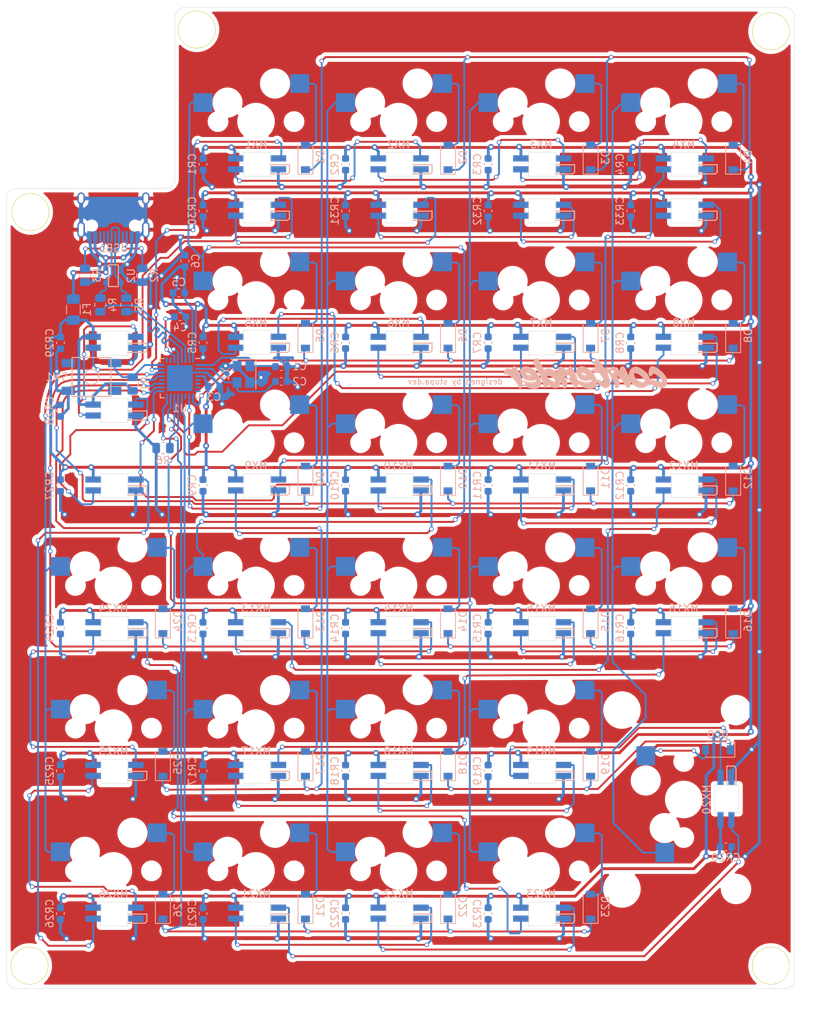
<source format=kicad_pcb>
(kicad_pcb (version 20171130) (host pcbnew "(5.1.8-0-10_14)")
  (layers (0 F.Cu signal) (31 B.Cu signal) (34 B.Paste user) (35 F.Paste user) (36 B.SilkS user) (37 F.SilkS user) (38 B.Mask user) (39 F.Mask user) (44 Edge.Cuts user))
  (net 0 "")
  (net 1 GND)
  (net 2 "Net-(C1-Pad1)")
  (net 3 "Net-(C2-Pad1)")
  (net 4 +5V)
  (net 5 "Net-(C4-Pad1)")
  (net 6 "Net-(D1-Pad2)")
  (net 7 ROWFN)
  (net 8 "Net-(D2-Pad2)")
  (net 9 "Net-(D3-Pad2)")
  (net 10 "Net-(D4-Pad2)")
  (net 11 "Net-(D5-Pad2)")
  (net 12 ROW0)
  (net 13 "Net-(D6-Pad2)")
  (net 14 "Net-(D7-Pad2)")
  (net 15 "Net-(D8-Pad2)")
  (net 16 "Net-(D9-Pad2)")
  (net 17 ROW1)
  (net 18 "Net-(D10-Pad2)")
  (net 19 "Net-(D11-Pad2)")
  (net 20 "Net-(D12-Pad2)")
  (net 21 "Net-(D13-Pad2)")
  (net 22 ROW2)
  (net 23 "Net-(D14-Pad2)")
  (net 24 "Net-(D15-Pad2)")
  (net 25 "Net-(D16-Pad2)")
  (net 26 "Net-(D17-Pad2)")
  (net 27 ROW3)
  (net 28 "Net-(D18-Pad2)")
  (net 29 "Net-(D19-Pad2)")
  (net 30 "Net-(D20-Pad2)")
  (net 31 "Net-(D21-Pad2)")
  (net 32 ROW4)
  (net 33 "Net-(D22-Pad2)")
  (net 34 "Net-(D23-Pad2)")
  (net 35 "Net-(D24-Pad2)")
  (net 36 "Net-(D25-Pad2)")
  (net 37 "Net-(D26-Pad2)")
  (net 38 VCC)
  (net 39 "Net-(L1-Pad2)")
  (net 40 RGBLED)
  (net 41 "Net-(L2-Pad2)")
  (net 42 "Net-(L3-Pad2)")
  (net 43 "Net-(L4-Pad2)")
  (net 44 "Net-(L5-Pad2)")
  (net 45 "Net-(L6-Pad2)")
  (net 46 "Net-(L7-Pad2)")
  (net 47 "Net-(L8-Pad2)")
  (net 48 "Net-(L10-Pad4)")
  (net 49 "Net-(L10-Pad2)")
  (net 50 "Net-(L11-Pad2)")
  (net 51 "Net-(L12-Pad2)")
  (net 52 "Net-(L13-Pad2)")
  (net 53 "Net-(L14-Pad2)")
  (net 54 "Net-(L15-Pad2)")
  (net 55 "Net-(L16-Pad2)")
  (net 56 "Net-(L17-Pad2)")
  (net 57 "Net-(L18-Pad2)")
  (net 58 "Net-(L19-Pad2)")
  (net 59 "Net-(L20-Pad2)")
  (net 60 "Net-(L21-Pad2)")
  (net 61 "Net-(L22-Pad2)")
  (net 62 "Net-(L23-Pad2)")
  (net 63 "Net-(L24-Pad2)")
  (net 64 "Net-(L25-Pad2)")
  (net 65 "Net-(L26-Pad2)")
  (net 66 "Net-(L27-Pad2)")
  (net 67 "Net-(L28-Pad2)")
  (net 68 "Net-(L29-Pad2)")
  (net 69 "Net-(L30-Pad2)")
  (net 70 "Net-(L31-Pad2)")
  (net 71 "Net-(L32-Pad2)")
  (net 72 "Net-(L33-Pad2)")
  (net 73 COL1)
  (net 74 COL2)
  (net 75 COL3)
  (net 76 COL4)
  (net 77 COL0)
  (net 78 "Net-(R1-Pad2)")
  (net 79 "Net-(R2-Pad1)")
  (net 80 "Net-(R3-Pad1)")
  (net 81 "Net-(R4-Pad2)")
  (net 82 D-)
  (net 83 D+)
  (net 84 "Net-(R5-Pad1)")
  (net 85 "Net-(R6-Pad2)")
  (net 86 "Net-(U1-Pad8)")
  (net 87 "Net-(U1-Pad6)")
  (net 88 "Net-(U1-Pad5)")
  (net 89 "Net-(USB1-Pad3)")
  (net 90 "Net-(USB1-Pad9)")
  (net 91 "Net-(U1-Pad7)")
  (net 92 "Net-(U1-Pad25)")
  (net 93 "Net-(U1-Pad26)")
  (net 94 "Net-(U1-Pad11)")
  (net 95 "Net-(U1-Pad20)")
  (module MX_Only:MXOnly-1U-Hotswap (layer F.Cu) (at 94.02572 115.7356)
    (fp_text reference MX19)
    (fp_text value MX-1U)
    (fp_text user %R (at 0 3.048) (layer B.SilkS) (effects (justify mirror)))
    (pad 2 smd rect (at 5.842 -5.08) (size 2.55 2.5) (layers B.Cu B.Paste B.Mask) (net 29 "Net-(D19-Pad2)"))
    (pad 1 smd rect (at -7.085 -2.54) (size 2.55 2.5) (layers B.Cu B.Paste B.Mask) (net 75 COL3))
    (pad "" np_thru_hole circle (at 5.08 0 48.0996) (size 1.75 1.75) (drill 1.75) (layers *.Cu *.Mask))
    (pad "" np_thru_hole circle (at -5.08 0 48.0996) (size 1.75 1.75) (drill 1.75) (layers *.Cu *.Mask))
    (pad "" np_thru_hole circle (at -3.81 -2.54) (size 3 3) (drill 3) (layers *.Cu *.Mask))
    (pad "" np_thru_hole circle (at 0 0) (size 3.9878 3.9878) (drill 3.9878) (layers *.Cu *.Mask))
    (pad "" np_thru_hole circle (at 2.54 -5.08) (size 3 3) (drill 3) (layers *.Cu *.Mask))
  )
  (module MX_Only:MXOnly-1U-Hotswap (layer F.Cu) (at 36.87572 115.7356)
    (fp_text reference MX25)
    (fp_text value MX-1U)
    (fp_text user %R (at 0 3.048) (layer B.SilkS) (effects (justify mirror)))
    (pad 2 smd rect (at 5.842 -5.08) (size 2.55 2.5) (layers B.Cu B.Paste B.Mask) (net 36 "Net-(D25-Pad2)"))
    (pad 1 smd rect (at -7.085 -2.54) (size 2.55 2.5) (layers B.Cu B.Paste B.Mask) (net 77 COL0))
    (pad "" np_thru_hole circle (at 5.08 0 48.0996) (size 1.75 1.75) (drill 1.75) (layers *.Cu *.Mask))
    (pad "" np_thru_hole circle (at -5.08 0 48.0996) (size 1.75 1.75) (drill 1.75) (layers *.Cu *.Mask))
    (pad "" np_thru_hole circle (at -3.81 -2.54) (size 3 3) (drill 3) (layers *.Cu *.Mask))
    (pad "" np_thru_hole circle (at 0 0) (size 3.9878 3.9878) (drill 3.9878) (layers *.Cu *.Mask))
    (pad "" np_thru_hole circle (at 2.54 -5.08) (size 3 3) (drill 3) (layers *.Cu *.Mask))
  )
  (module MX_Only:MXOnly-1U-Hotswap (layer F.Cu) (at 36.87572 96.6856)
    (fp_text reference MX24)
    (fp_text value MX-1U)
    (fp_text user %R (at 0 3.048) (layer B.SilkS) (effects (justify mirror)))
    (pad 2 smd rect (at 5.842 -5.08) (size 2.55 2.5) (layers B.Cu B.Paste B.Mask) (net 35 "Net-(D24-Pad2)"))
    (pad 1 smd rect (at -7.085 -2.54) (size 2.55 2.5) (layers B.Cu B.Paste B.Mask) (net 77 COL0))
    (pad "" np_thru_hole circle (at 5.08 0 48.0996) (size 1.75 1.75) (drill 1.75) (layers *.Cu *.Mask))
    (pad "" np_thru_hole circle (at -5.08 0 48.0996) (size 1.75 1.75) (drill 1.75) (layers *.Cu *.Mask))
    (pad "" np_thru_hole circle (at -3.81 -2.54) (size 3 3) (drill 3) (layers *.Cu *.Mask))
    (pad "" np_thru_hole circle (at 0 0) (size 3.9878 3.9878) (drill 3.9878) (layers *.Cu *.Mask))
    (pad "" np_thru_hole circle (at 2.54 -5.08) (size 3 3) (drill 3) (layers *.Cu *.Mask))
  )
  (module sk6812mini-e:YS-SK6812-MINI-E_backlight (layer F.Cu) (at 113.07572 46.69028)
    (fp_text reference L33)
    (fp_text value YS-SK6812MINI-E hide)
    (pad 1 smd rect (at -2.70204 -0.8128) (size 2.1 0.83) (layers B.Cu B.Paste B.Mask) (net 4 +5V))
    (pad 4 smd rect (at 2.98144 -0.8128) (size 2.1 0.83) (layers B.Cu B.Paste B.Mask) (net 71 "Net-(L32-Pad2)"))
    (pad 2 smd rect (at -2.70204 0.64516) (size 2.1 0.83) (layers B.Cu B.Paste B.Mask) (net 72 "Net-(L33-Pad2)"))
    (pad 3 smd rect (at 2.97636 0.64516) (size 2.1 0.83) (layers B.Cu B.Paste B.Mask) (net 1 GND))
  )
  (module sk6812mini-e:YS-SK6812-MINI-E_backlight (layer F.Cu) (at 94.02572 46.69028)
    (fp_text reference L32)
    (fp_text value YS-SK6812MINI-E hide)
    (pad 1 smd rect (at -2.70204 -0.8128) (size 2.1 0.83) (layers B.Cu B.Paste B.Mask) (net 4 +5V))
    (pad 4 smd rect (at 2.98144 -0.8128) (size 2.1 0.83) (layers B.Cu B.Paste B.Mask) (net 70 "Net-(L31-Pad2)"))
    (pad 2 smd rect (at -2.70204 0.64516) (size 2.1 0.83) (layers B.Cu B.Paste B.Mask) (net 71 "Net-(L32-Pad2)"))
    (pad 3 smd rect (at 2.97636 0.64516) (size 2.1 0.83) (layers B.Cu B.Paste B.Mask) (net 1 GND))
  )
  (module sk6812mini-e:YS-SK6812-MINI-E_backlight (layer F.Cu) (at 74.97572 46.69028)
    (fp_text reference L31)
    (fp_text value YS-SK6812MINI-E hide)
    (pad 1 smd rect (at -2.70204 -0.8128) (size 2.1 0.83) (layers B.Cu B.Paste B.Mask) (net 4 +5V))
    (pad 4 smd rect (at 2.98144 -0.8128) (size 2.1 0.83) (layers B.Cu B.Paste B.Mask) (net 69 "Net-(L30-Pad2)"))
    (pad 2 smd rect (at -2.70204 0.64516) (size 2.1 0.83) (layers B.Cu B.Paste B.Mask) (net 70 "Net-(L31-Pad2)"))
    (pad 3 smd rect (at 2.97636 0.64516) (size 2.1 0.83) (layers B.Cu B.Paste B.Mask) (net 1 GND))
  )
  (module sk6812mini-e:YS-SK6812-MINI-E_backlight (layer F.Cu) (at 55.92572 46.69028)
    (fp_text reference L30)
    (fp_text value YS-SK6812MINI-E hide)
    (pad 1 smd rect (at -2.70204 -0.8128) (size 2.1 0.83) (layers B.Cu B.Paste B.Mask) (net 4 +5V))
    (pad 4 smd rect (at 2.98144 -0.8128) (size 2.1 0.83) (layers B.Cu B.Paste B.Mask) (net 68 "Net-(L29-Pad2)"))
    (pad 2 smd rect (at -2.70204 0.64516) (size 2.1 0.83) (layers B.Cu B.Paste B.Mask) (net 69 "Net-(L30-Pad2)"))
    (pad 3 smd rect (at 2.97636 0.64516) (size 2.1 0.83) (layers B.Cu B.Paste B.Mask) (net 1 GND))
  )
  (module sk6812mini-e:YS-SK6812-MINI-E_backlight (layer F.Cu) (at 36.87572 64.3106)
    (fp_text reference L29)
    (fp_text value YS-SK6812MINI-E hide)
    (pad 1 smd rect (at -2.70204 -0.8128) (size 2.1 0.83) (layers B.Cu B.Paste B.Mask) (net 4 +5V))
    (pad 4 smd rect (at 2.98144 -0.8128) (size 2.1 0.83) (layers B.Cu B.Paste B.Mask) (net 67 "Net-(L28-Pad2)"))
    (pad 2 smd rect (at -2.70204 0.64516) (size 2.1 0.83) (layers B.Cu B.Paste B.Mask) (net 68 "Net-(L29-Pad2)"))
    (pad 3 smd rect (at 2.97636 0.64516) (size 2.1 0.83) (layers B.Cu B.Paste B.Mask) (net 1 GND))
  )
  (module sk6812mini-e:YS-SK6812-MINI-E_backlight (layer F.Cu) (at 36.87572 73.3606)
    (fp_text reference L28)
    (fp_text value YS-SK6812MINI-E hide)
    (pad 1 smd rect (at -2.70204 -0.8128) (size 2.1 0.83) (layers B.Cu B.Paste B.Mask) (net 4 +5V))
    (pad 4 smd rect (at 2.98144 -0.8128) (size 2.1 0.83) (layers B.Cu B.Paste B.Mask) (net 66 "Net-(L27-Pad2)"))
    (pad 2 smd rect (at -2.70204 0.64516) (size 2.1 0.83) (layers B.Cu B.Paste B.Mask) (net 67 "Net-(L28-Pad2)"))
    (pad 3 smd rect (at 2.97636 0.64516) (size 2.1 0.83) (layers B.Cu B.Paste B.Mask) (net 1 GND))
  )
  (module sk6812mini-e:YS-SK6812-MINI-E_backlight (layer F.Cu) (at 36.87572 83.3606)
    (fp_text reference L27)
    (fp_text value YS-SK6812MINI-E hide)
    (pad 1 smd rect (at -2.70204 -0.8128) (size 2.1 0.83) (layers B.Cu B.Paste B.Mask) (net 4 +5V))
    (pad 4 smd rect (at 2.98144 -0.8128) (size 2.1 0.83) (layers B.Cu B.Paste B.Mask) (net 65 "Net-(L26-Pad2)"))
    (pad 2 smd rect (at -2.70204 0.64516) (size 2.1 0.83) (layers B.Cu B.Paste B.Mask) (net 66 "Net-(L27-Pad2)"))
    (pad 3 smd rect (at 2.97636 0.64516) (size 2.1 0.83) (layers B.Cu B.Paste B.Mask) (net 1 GND))
  )
  (module sk6812mini-e:YS-SK6812-MINI-E_backlight (layer F.Cu) (at 36.87572 140.5106)
    (fp_text reference L26)
    (fp_text value YS-SK6812MINI-E hide)
    (pad 1 smd rect (at -2.70204 -0.8128) (size 2.1 0.83) (layers B.Cu B.Paste B.Mask) (net 4 +5V))
    (pad 4 smd rect (at 2.98144 -0.8128) (size 2.1 0.83) (layers B.Cu B.Paste B.Mask) (net 64 "Net-(L25-Pad2)"))
    (pad 2 smd rect (at -2.70204 0.64516) (size 2.1 0.83) (layers B.Cu B.Paste B.Mask) (net 65 "Net-(L26-Pad2)"))
    (pad 3 smd rect (at 2.97636 0.64516) (size 2.1 0.83) (layers B.Cu B.Paste B.Mask) (net 1 GND))
  )
  (module sk6812mini-e:YS-SK6812-MINI-E_backlight (layer F.Cu) (at 36.87572 121.4606)
    (fp_text reference L25)
    (fp_text value YS-SK6812MINI-E hide)
    (pad 1 smd rect (at -2.70204 -0.8128) (size 2.1 0.83) (layers B.Cu B.Paste B.Mask) (net 4 +5V))
    (pad 4 smd rect (at 2.98144 -0.8128) (size 2.1 0.83) (layers B.Cu B.Paste B.Mask) (net 63 "Net-(L24-Pad2)"))
    (pad 2 smd rect (at -2.70204 0.64516) (size 2.1 0.83) (layers B.Cu B.Paste B.Mask) (net 64 "Net-(L25-Pad2)"))
    (pad 3 smd rect (at 2.97636 0.64516) (size 2.1 0.83) (layers B.Cu B.Paste B.Mask) (net 1 GND))
  )
  (module sk6812mini-e:YS-SK6812-MINI-E_backlight (layer F.Cu) (at 36.87572 102.4106)
    (fp_text reference L24)
    (fp_text value YS-SK6812MINI-E hide)
    (pad 1 smd rect (at -2.70204 -0.8128) (size 2.1 0.83) (layers B.Cu B.Paste B.Mask) (net 4 +5V))
    (pad 4 smd rect (at 2.98144 -0.8128) (size 2.1 0.83) (layers B.Cu B.Paste B.Mask) (net 62 "Net-(L23-Pad2)"))
    (pad 2 smd rect (at -2.70204 0.64516) (size 2.1 0.83) (layers B.Cu B.Paste B.Mask) (net 63 "Net-(L24-Pad2)"))
    (pad 3 smd rect (at 2.97636 0.64516) (size 2.1 0.83) (layers B.Cu B.Paste B.Mask) (net 1 GND))
  )
  (module sk6812mini-e:YS-SK6812-MINI-E_backlight (layer F.Cu) (at 94.02572 140.5106)
    (fp_text reference L23)
    (fp_text value YS-SK6812MINI-E hide)
    (pad 1 smd rect (at -2.70204 -0.8128) (size 2.1 0.83) (layers B.Cu B.Paste B.Mask) (net 4 +5V))
    (pad 4 smd rect (at 2.98144 -0.8128) (size 2.1 0.83) (layers B.Cu B.Paste B.Mask) (net 61 "Net-(L22-Pad2)"))
    (pad 2 smd rect (at -2.70204 0.64516) (size 2.1 0.83) (layers B.Cu B.Paste B.Mask) (net 62 "Net-(L23-Pad2)"))
    (pad 3 smd rect (at 2.97636 0.64516) (size 2.1 0.83) (layers B.Cu B.Paste B.Mask) (net 1 GND))
  )
  (module sk6812mini-e:YS-SK6812-MINI-E_backlight (layer F.Cu) (at 74.97572 140.5106)
    (fp_text reference L22)
    (fp_text value YS-SK6812MINI-E hide)
    (pad 1 smd rect (at -2.70204 -0.8128) (size 2.1 0.83) (layers B.Cu B.Paste B.Mask) (net 4 +5V))
    (pad 4 smd rect (at 2.98144 -0.8128) (size 2.1 0.83) (layers B.Cu B.Paste B.Mask) (net 60 "Net-(L21-Pad2)"))
    (pad 2 smd rect (at -2.70204 0.64516) (size 2.1 0.83) (layers B.Cu B.Paste B.Mask) (net 61 "Net-(L22-Pad2)"))
    (pad 3 smd rect (at 2.97636 0.64516) (size 2.1 0.83) (layers B.Cu B.Paste B.Mask) (net 1 GND))
  )
  (module sk6812mini-e:YS-SK6812-MINI-E_backlight (layer F.Cu) (at 55.92572 140.5106)
    (fp_text reference L21)
    (fp_text value YS-SK6812MINI-E hide)
    (pad 1 smd rect (at -2.70204 -0.8128) (size 2.1 0.83) (layers B.Cu B.Paste B.Mask) (net 4 +5V))
    (pad 4 smd rect (at 2.98144 -0.8128) (size 2.1 0.83) (layers B.Cu B.Paste B.Mask) (net 59 "Net-(L20-Pad2)"))
    (pad 2 smd rect (at -2.70204 0.64516) (size 2.1 0.83) (layers B.Cu B.Paste B.Mask) (net 60 "Net-(L21-Pad2)"))
    (pad 3 smd rect (at 2.97636 0.64516) (size 2.1 0.83) (layers B.Cu B.Paste B.Mask) (net 1 GND))
  )
  (module sk6812mini-e:YS-SK6812-MINI-E_backlight (layer F.Cu) (at 118.80072 125.2606 90)
    (fp_text reference L20)
    (fp_text value YS-SK6812MINI-E hide)
    (pad 1 smd rect (at -2.70204 -0.8128 90) (size 2.1 0.83) (layers B.Cu B.Paste B.Mask) (net 4 +5V))
    (pad 4 smd rect (at 2.98144 -0.8128 90) (size 2.1 0.83) (layers B.Cu B.Paste B.Mask) (net 58 "Net-(L19-Pad2)"))
    (pad 2 smd rect (at -2.70204 0.64516 90) (size 2.1 0.83) (layers B.Cu B.Paste B.Mask) (net 59 "Net-(L20-Pad2)"))
    (pad 3 smd rect (at 2.97636 0.64516 90) (size 2.1 0.83) (layers B.Cu B.Paste B.Mask) (net 1 GND))
  )
  (module sk6812mini-e:YS-SK6812-MINI-E_backlight (layer F.Cu) (at 94.02572 121.4606)
    (fp_text reference L19)
    (fp_text value YS-SK6812MINI-E hide)
    (pad 1 smd rect (at -2.70204 -0.8128) (size 2.1 0.83) (layers B.Cu B.Paste B.Mask) (net 4 +5V))
    (pad 4 smd rect (at 2.98144 -0.8128) (size 2.1 0.83) (layers B.Cu B.Paste B.Mask) (net 57 "Net-(L18-Pad2)"))
    (pad 2 smd rect (at -2.70204 0.64516) (size 2.1 0.83) (layers B.Cu B.Paste B.Mask) (net 58 "Net-(L19-Pad2)"))
    (pad 3 smd rect (at 2.97636 0.64516) (size 2.1 0.83) (layers B.Cu B.Paste B.Mask) (net 1 GND))
  )
  (module sk6812mini-e:YS-SK6812-MINI-E_backlight (layer F.Cu) (at 74.97572 121.4606)
    (fp_text reference L18)
    (fp_text value YS-SK6812MINI-E hide)
    (pad 1 smd rect (at -2.70204 -0.8128) (size 2.1 0.83) (layers B.Cu B.Paste B.Mask) (net 4 +5V))
    (pad 4 smd rect (at 2.98144 -0.8128) (size 2.1 0.83) (layers B.Cu B.Paste B.Mask) (net 56 "Net-(L17-Pad2)"))
    (pad 2 smd rect (at -2.70204 0.64516) (size 2.1 0.83) (layers B.Cu B.Paste B.Mask) (net 57 "Net-(L18-Pad2)"))
    (pad 3 smd rect (at 2.97636 0.64516) (size 2.1 0.83) (layers B.Cu B.Paste B.Mask) (net 1 GND))
  )
  (module sk6812mini-e:YS-SK6812-MINI-E_backlight (layer F.Cu) (at 55.92572 121.4606)
    (fp_text reference L17)
    (fp_text value YS-SK6812MINI-E hide)
    (pad 1 smd rect (at -2.70204 -0.8128) (size 2.1 0.83) (layers B.Cu B.Paste B.Mask) (net 4 +5V))
    (pad 4 smd rect (at 2.98144 -0.8128) (size 2.1 0.83) (layers B.Cu B.Paste B.Mask) (net 55 "Net-(L16-Pad2)"))
    (pad 2 smd rect (at -2.70204 0.64516) (size 2.1 0.83) (layers B.Cu B.Paste B.Mask) (net 56 "Net-(L17-Pad2)"))
    (pad 3 smd rect (at 2.97636 0.64516) (size 2.1 0.83) (layers B.Cu B.Paste B.Mask) (net 1 GND))
  )
  (module sk6812mini-e:YS-SK6812-MINI-E_backlight (layer F.Cu) (at 113.07572 102.4106)
    (fp_text reference L16)
    (fp_text value YS-SK6812MINI-E hide)
    (pad 1 smd rect (at -2.70204 -0.8128) (size 2.1 0.83) (layers B.Cu B.Paste B.Mask) (net 4 +5V))
    (pad 4 smd rect (at 2.98144 -0.8128) (size 2.1 0.83) (layers B.Cu B.Paste B.Mask) (net 54 "Net-(L15-Pad2)"))
    (pad 2 smd rect (at -2.70204 0.64516) (size 2.1 0.83) (layers B.Cu B.Paste B.Mask) (net 55 "Net-(L16-Pad2)"))
    (pad 3 smd rect (at 2.97636 0.64516) (size 2.1 0.83) (layers B.Cu B.Paste B.Mask) (net 1 GND))
  )
  (module sk6812mini-e:YS-SK6812-MINI-E_backlight (layer F.Cu) (at 94.02572 102.4106)
    (fp_text reference L15)
    (fp_text value YS-SK6812MINI-E hide)
    (pad 1 smd rect (at -2.70204 -0.8128) (size 2.1 0.83) (layers B.Cu B.Paste B.Mask) (net 4 +5V))
    (pad 4 smd rect (at 2.98144 -0.8128) (size 2.1 0.83) (layers B.Cu B.Paste B.Mask) (net 53 "Net-(L14-Pad2)"))
    (pad 2 smd rect (at -2.70204 0.64516) (size 2.1 0.83) (layers B.Cu B.Paste B.Mask) (net 54 "Net-(L15-Pad2)"))
    (pad 3 smd rect (at 2.97636 0.64516) (size 2.1 0.83) (layers B.Cu B.Paste B.Mask) (net 1 GND))
  )
  (module sk6812mini-e:YS-SK6812-MINI-E_backlight (layer F.Cu) (at 74.97572 102.4106)
    (fp_text reference L14)
    (fp_text value YS-SK6812MINI-E hide)
    (pad 1 smd rect (at -2.70204 -0.8128) (size 2.1 0.83) (layers B.Cu B.Paste B.Mask) (net 4 +5V))
    (pad 4 smd rect (at 2.98144 -0.8128) (size 2.1 0.83) (layers B.Cu B.Paste B.Mask) (net 52 "Net-(L13-Pad2)"))
    (pad 2 smd rect (at -2.70204 0.64516) (size 2.1 0.83) (layers B.Cu B.Paste B.Mask) (net 53 "Net-(L14-Pad2)"))
    (pad 3 smd rect (at 2.97636 0.64516) (size 2.1 0.83) (layers B.Cu B.Paste B.Mask) (net 1 GND))
  )
  (module sk6812mini-e:YS-SK6812-MINI-E_backlight (layer F.Cu) (at 55.92572 102.4106)
    (fp_text reference L13)
    (fp_text value YS-SK6812MINI-E hide)
    (pad 1 smd rect (at -2.70204 -0.8128) (size 2.1 0.83) (layers B.Cu B.Paste B.Mask) (net 4 +5V))
    (pad 4 smd rect (at 2.98144 -0.8128) (size 2.1 0.83) (layers B.Cu B.Paste B.Mask) (net 51 "Net-(L12-Pad2)"))
    (pad 2 smd rect (at -2.70204 0.64516) (size 2.1 0.83) (layers B.Cu B.Paste B.Mask) (net 52 "Net-(L13-Pad2)"))
    (pad 3 smd rect (at 2.97636 0.64516) (size 2.1 0.83) (layers B.Cu B.Paste B.Mask) (net 1 GND))
  )
  (module sk6812mini-e:YS-SK6812-MINI-E_backlight (layer F.Cu) (at 113.07572 83.3606)
    (fp_text reference L12)
    (fp_text value YS-SK6812MINI-E hide)
    (pad 1 smd rect (at -2.70204 -0.8128) (size 2.1 0.83) (layers B.Cu B.Paste B.Mask) (net 4 +5V))
    (pad 4 smd rect (at 2.98144 -0.8128) (size 2.1 0.83) (layers B.Cu B.Paste B.Mask) (net 50 "Net-(L11-Pad2)"))
    (pad 2 smd rect (at -2.70204 0.64516) (size 2.1 0.83) (layers B.Cu B.Paste B.Mask) (net 51 "Net-(L12-Pad2)"))
    (pad 3 smd rect (at 2.97636 0.64516) (size 2.1 0.83) (layers B.Cu B.Paste B.Mask) (net 1 GND))
  )
  (module sk6812mini-e:YS-SK6812-MINI-E_backlight (layer F.Cu) (at 94.02572 83.3606)
    (fp_text reference L11)
    (fp_text value YS-SK6812MINI-E hide)
    (pad 1 smd rect (at -2.70204 -0.8128) (size 2.1 0.83) (layers B.Cu B.Paste B.Mask) (net 4 +5V))
    (pad 4 smd rect (at 2.98144 -0.8128) (size 2.1 0.83) (layers B.Cu B.Paste B.Mask) (net 49 "Net-(L10-Pad2)"))
    (pad 2 smd rect (at -2.70204 0.64516) (size 2.1 0.83) (layers B.Cu B.Paste B.Mask) (net 50 "Net-(L11-Pad2)"))
    (pad 3 smd rect (at 2.97636 0.64516) (size 2.1 0.83) (layers B.Cu B.Paste B.Mask) (net 1 GND))
  )
  (module sk6812mini-e:YS-SK6812-MINI-E_backlight (layer F.Cu) (at 74.97572 83.3606)
    (fp_text reference L10)
    (fp_text value YS-SK6812MINI-E hide)
    (pad 1 smd rect (at -2.70204 -0.8128) (size 2.1 0.83) (layers B.Cu B.Paste B.Mask) (net 4 +5V))
    (pad 4 smd rect (at 2.98144 -0.8128) (size 2.1 0.83) (layers B.Cu B.Paste B.Mask) (net 48 "Net-(L10-Pad4)"))
    (pad 2 smd rect (at -2.70204 0.64516) (size 2.1 0.83) (layers B.Cu B.Paste B.Mask) (net 49 "Net-(L10-Pad2)"))
    (pad 3 smd rect (at 2.97636 0.64516) (size 2.1 0.83) (layers B.Cu B.Paste B.Mask) (net 1 GND))
  )
  (module sk6812mini-e:YS-SK6812-MINI-E_backlight (layer F.Cu) (at 55.92572 83.3606)
    (fp_text reference L9)
    (fp_text value YS-SK6812MINI-E hide)
    (pad 1 smd rect (at -2.70204 -0.8128) (size 2.1 0.83) (layers B.Cu B.Paste B.Mask) (net 4 +5V))
    (pad 4 smd rect (at 2.98144 -0.8128) (size 2.1 0.83) (layers B.Cu B.Paste B.Mask) (net 47 "Net-(L8-Pad2)"))
    (pad 2 smd rect (at -2.70204 0.64516) (size 2.1 0.83) (layers B.Cu B.Paste B.Mask) (net 48 "Net-(L10-Pad4)"))
    (pad 3 smd rect (at 2.97636 0.64516) (size 2.1 0.83) (layers B.Cu B.Paste B.Mask) (net 1 GND))
  )
  (module sk6812mini-e:YS-SK6812-MINI-E_backlight (layer F.Cu) (at 113.07572 64.3106)
    (fp_text reference L8)
    (fp_text value YS-SK6812MINI-E hide)
    (pad 1 smd rect (at -2.70204 -0.8128) (size 2.1 0.83) (layers B.Cu B.Paste B.Mask) (net 4 +5V))
    (pad 4 smd rect (at 2.98144 -0.8128) (size 2.1 0.83) (layers B.Cu B.Paste B.Mask) (net 46 "Net-(L7-Pad2)"))
    (pad 2 smd rect (at -2.70204 0.64516) (size 2.1 0.83) (layers B.Cu B.Paste B.Mask) (net 47 "Net-(L8-Pad2)"))
    (pad 3 smd rect (at 2.97636 0.64516) (size 2.1 0.83) (layers B.Cu B.Paste B.Mask) (net 1 GND))
  )
  (module sk6812mini-e:YS-SK6812-MINI-E_backlight (layer F.Cu) (at 94.02572 64.3106)
    (fp_text reference L7)
    (fp_text value YS-SK6812MINI-E hide)
    (pad 1 smd rect (at -2.70204 -0.8128) (size 2.1 0.83) (layers B.Cu B.Paste B.Mask) (net 4 +5V))
    (pad 4 smd rect (at 2.98144 -0.8128) (size 2.1 0.83) (layers B.Cu B.Paste B.Mask) (net 45 "Net-(L6-Pad2)"))
    (pad 2 smd rect (at -2.70204 0.64516) (size 2.1 0.83) (layers B.Cu B.Paste B.Mask) (net 46 "Net-(L7-Pad2)"))
    (pad 3 smd rect (at 2.97636 0.64516) (size 2.1 0.83) (layers B.Cu B.Paste B.Mask) (net 1 GND))
  )
  (module sk6812mini-e:YS-SK6812-MINI-E_backlight (layer F.Cu) (at 74.97572 64.3106)
    (fp_text reference L6)
    (fp_text value YS-SK6812MINI-E hide)
    (pad 1 smd rect (at -2.70204 -0.8128) (size 2.1 0.83) (layers B.Cu B.Paste B.Mask) (net 4 +5V))
    (pad 4 smd rect (at 2.98144 -0.8128) (size 2.1 0.83) (layers B.Cu B.Paste B.Mask) (net 44 "Net-(L5-Pad2)"))
    (pad 2 smd rect (at -2.70204 0.64516) (size 2.1 0.83) (layers B.Cu B.Paste B.Mask) (net 45 "Net-(L6-Pad2)"))
    (pad 3 smd rect (at 2.97636 0.64516) (size 2.1 0.83) (layers B.Cu B.Paste B.Mask) (net 1 GND))
  )
  (module sk6812mini-e:YS-SK6812-MINI-E_backlight (layer F.Cu) (at 55.92572 64.3106)
    (fp_text reference L5)
    (fp_text value YS-SK6812MINI-E hide)
    (pad 1 smd rect (at -2.70204 -0.8128) (size 2.1 0.83) (layers B.Cu B.Paste B.Mask) (net 4 +5V))
    (pad 4 smd rect (at 2.98144 -0.8128) (size 2.1 0.83) (layers B.Cu B.Paste B.Mask) (net 43 "Net-(L4-Pad2)"))
    (pad 2 smd rect (at -2.70204 0.64516) (size 2.1 0.83) (layers B.Cu B.Paste B.Mask) (net 44 "Net-(L5-Pad2)"))
    (pad 3 smd rect (at 2.97636 0.64516) (size 2.1 0.83) (layers B.Cu B.Paste B.Mask) (net 1 GND))
  )
  (module sk6812mini-e:YS-SK6812-MINI-E_backlight (layer F.Cu) (at 113.07572 40.4976)
    (fp_text reference L4)
    (fp_text value YS-SK6812MINI-E hide)
    (pad 1 smd rect (at -2.70204 -0.8128) (size 2.1 0.83) (layers B.Cu B.Paste B.Mask) (net 4 +5V))
    (pad 4 smd rect (at 2.98144 -0.8128) (size 2.1 0.83) (layers B.Cu B.Paste B.Mask) (net 42 "Net-(L3-Pad2)"))
    (pad 2 smd rect (at -2.70204 0.64516) (size 2.1 0.83) (layers B.Cu B.Paste B.Mask) (net 43 "Net-(L4-Pad2)"))
    (pad 3 smd rect (at 2.97636 0.64516) (size 2.1 0.83) (layers B.Cu B.Paste B.Mask) (net 1 GND))
  )
  (module sk6812mini-e:YS-SK6812-MINI-E_backlight (layer F.Cu) (at 94.02572 40.4976)
    (fp_text reference L3)
    (fp_text value YS-SK6812MINI-E hide)
    (pad 1 smd rect (at -2.70204 -0.8128) (size 2.1 0.83) (layers B.Cu B.Paste B.Mask) (net 4 +5V))
    (pad 4 smd rect (at 2.98144 -0.8128) (size 2.1 0.83) (layers B.Cu B.Paste B.Mask) (net 41 "Net-(L2-Pad2)"))
    (pad 2 smd rect (at -2.70204 0.64516) (size 2.1 0.83) (layers B.Cu B.Paste B.Mask) (net 42 "Net-(L3-Pad2)"))
    (pad 3 smd rect (at 2.97636 0.64516) (size 2.1 0.83) (layers B.Cu B.Paste B.Mask) (net 1 GND))
  )
  (module sk6812mini-e:YS-SK6812-MINI-E_backlight (layer F.Cu) (at 74.97572 40.4976)
    (fp_text reference L2)
    (fp_text value YS-SK6812MINI-E hide)
    (pad 1 smd rect (at -2.70204 -0.8128) (size 2.1 0.83) (layers B.Cu B.Paste B.Mask) (net 4 +5V))
    (pad 4 smd rect (at 2.98144 -0.8128) (size 2.1 0.83) (layers B.Cu B.Paste B.Mask) (net 39 "Net-(L1-Pad2)"))
    (pad 2 smd rect (at -2.70204 0.64516) (size 2.1 0.83) (layers B.Cu B.Paste B.Mask) (net 41 "Net-(L2-Pad2)"))
    (pad 3 smd rect (at 2.97636 0.64516) (size 2.1 0.83) (layers B.Cu B.Paste B.Mask) (net 1 GND))
  )
  (module sk6812mini-e:YS-SK6812-MINI-E_backlight (layer F.Cu) (at 55.92572 40.4976)
    (fp_text reference L1)
    (fp_text value YS-SK6812MINI-E hide)
    (pad 1 smd rect (at -2.70204 -0.8128) (size 2.1 0.83) (layers B.Cu B.Paste B.Mask) (net 4 +5V))
    (pad 4 smd rect (at 2.98144 -0.8128) (size 2.1 0.83) (layers B.Cu B.Paste B.Mask) (net 40 RGBLED))
    (pad 2 smd rect (at -2.70204 0.64516) (size 2.1 0.83) (layers B.Cu B.Paste B.Mask) (net 39 "Net-(L1-Pad2)"))
    (pad 3 smd rect (at 2.97636 0.64516) (size 2.1 0.83) (layers B.Cu B.Paste B.Mask) (net 1 GND))
  )
  (module contender:contender_logo (layer B.Cu) (at 99.949 68.707 180)
    (fp_text reference G*** hide)
    (fp_text value LOGO hide)
  )
  (module keyboard_parts:HOLE_M3 (layer F.Cu) (at 25.654 147.447)
    (fp_text reference HOLE_M3 hide)
    (fp_text value VAL** hide)
    (pad "" thru_hole circle (at 0 0) (size 5 5) (drill 4.8) (layers *.Cu *.Mask F.SilkS))
  )
  (module keyboard_parts:HOLE_M3 (layer F.Cu) (at 25.781 46.863)
    (fp_text reference HOLE_M3 hide)
    (fp_text value VAL** hide)
    (pad "" thru_hole circle (at 0 0) (size 5 5) (drill 4.8) (layers *.Cu *.Mask F.SilkS))
  )
  (module keyboard_parts:HOLE_M3 (layer F.Cu) (at 48.006 22.479)
    (fp_text reference HOLE_M3 hide)
    (fp_text value VAL** hide)
    (pad "" thru_hole circle (at 0 0) (size 5 5) (drill 4.8) (layers *.Cu *.Mask F.SilkS))
  )
  (module keyboard_parts:HOLE_M3 (layer F.Cu) (at 124.714 22.733)
    (fp_text reference HOLE_M3 hide)
    (fp_text value VAL** hide)
    (pad "" thru_hole circle (at 0 0) (size 5 5) (drill 4.8) (layers *.Cu *.Mask F.SilkS))
  )
  (module keyboard_parts:HOLE_M3 (layer F.Cu) (at 124.714 147.447)
    (fp_text reference HOLE_M3 hide)
    (fp_text value VAL** hide)
    (pad "" thru_hole circle (at 0 0) (size 5 5) (drill 4.8) (layers *.Cu *.Mask F.SilkS))
  )
  (module MX_Only:MXOnly-1U-Hotswap (layer F.Cu) (at 55.92572 134.7856)
    (fp_text reference MX21)
    (fp_text value MX-1U)
    (fp_text user %R (at 0 3.048) (layer B.SilkS) (effects (justify mirror)))
    (pad 2 smd rect (at 5.842 -5.08) (size 2.55 2.5) (layers B.Cu B.Paste B.Mask) (net 31 "Net-(D21-Pad2)"))
    (pad 1 smd rect (at -7.085 -2.54) (size 2.55 2.5) (layers B.Cu B.Paste B.Mask) (net 73 COL1))
    (pad "" np_thru_hole circle (at 5.08 0 48.0996) (size 1.75 1.75) (drill 1.75) (layers *.Cu *.Mask))
    (pad "" np_thru_hole circle (at -5.08 0 48.0996) (size 1.75 1.75) (drill 1.75) (layers *.Cu *.Mask))
    (pad "" np_thru_hole circle (at -3.81 -2.54) (size 3 3) (drill 3) (layers *.Cu *.Mask))
    (pad "" np_thru_hole circle (at 0 0) (size 3.9878 3.9878) (drill 3.9878) (layers *.Cu *.Mask))
    (pad "" np_thru_hole circle (at 2.54 -5.08) (size 3 3) (drill 3) (layers *.Cu *.Mask))
  )
  (module MX_Only:MXOnly-2U-Hotswap-ReversedStabilizers (layer F.Cu) (at 113.07572 125.2606 90)
    (fp_text reference MX20)
    (fp_text value MX-2U)
    (fp_text user %R (at 0 3.048 90) (layer B.SilkS) (effects (justify mirror)))
    (pad "" np_thru_hole circle (at -11.938 -8.255 90) (size 3.9878 3.9878) (drill 3.9878) (layers *.Cu *.Mask))
    (pad "" np_thru_hole circle (at 11.938 -8.255 90) (size 3.9878 3.9878) (drill 3.9878) (layers *.Cu *.Mask))
    (pad "" np_thru_hole circle (at -11.938 6.985 90) (size 3.048 3.048) (drill 3.048) (layers *.Cu *.Mask))
    (pad "" np_thru_hole circle (at 11.938 6.985 90) (size 3.048 3.048) (drill 3.048) (layers *.Cu *.Mask))
    (pad 2 smd rect (at 5.842 -5.08 90) (size 2.55 2.5) (layers B.Cu B.Paste B.Mask) (net 30 "Net-(D20-Pad2)"))
    (pad 1 smd rect (at -7.085 -2.54 90) (size 2.55 2.5) (layers B.Cu B.Paste B.Mask) (net 76 COL4))
    (pad "" np_thru_hole circle (at 5.08 0 138.0996) (size 1.75 1.75) (drill 1.75) (layers *.Cu *.Mask))
    (pad "" np_thru_hole circle (at -5.08 0 138.0996) (size 1.75 1.75) (drill 1.75) (layers *.Cu *.Mask))
    (pad "" np_thru_hole circle (at -3.81 -2.54 90) (size 3 3) (drill 3) (layers *.Cu *.Mask))
    (pad "" np_thru_hole circle (at 0 0 90) (size 3.9878 3.9878) (drill 3.9878) (layers *.Cu *.Mask))
    (pad "" np_thru_hole circle (at 2.54 -5.08 90) (size 3 3) (drill 3) (layers *.Cu *.Mask))
  )
  (module keyboard_parts:QFN-32-1EP_5x5mm_Pitch0.5mm (layer B.Cu) (at 45.75556 69.01688 180)
    (fp_text reference U1 (at 0 -4) (layer B.SilkS) (effects (justify mirror)))
    (fp_text value ATmega32U2-MU)
    (pad 33 smd rect (at -0.8625 0.8625 180) (size 1.725 1.725) (layers B.Cu B.Paste B.Mask))
    (pad 33 smd rect (at -0.8625 -0.8625 180) (size 1.725 1.725) (layers B.Cu B.Paste B.Mask))
    (pad 33 smd rect (at 0.8625 0.8625 180) (size 1.725 1.725) (layers B.Cu B.Paste B.Mask))
    (pad 33 smd rect (at 0.8625 -0.8625 180) (size 1.725 1.725) (layers B.Cu B.Paste B.Mask))
    (pad 32 smd rect (at -1.75 2.4 90) (size 0.7 0.25) (layers B.Cu B.Paste B.Mask) (net 4 +5V) (clearance 0.15))
    (pad 31 smd rect (at -1.25 2.4 90) (size 0.7 0.25) (layers B.Cu B.Paste B.Mask) (net 4 +5V) (clearance 0.15))
    (pad 30 smd rect (at -0.75 2.4 90) (size 0.7 0.25) (layers B.Cu B.Paste B.Mask) (net 82 D-) (clearance 0.15))
    (pad 29 smd rect (at -0.25 2.4 90) (size 0.7 0.25) (layers B.Cu B.Paste B.Mask) (net 83 D+) (clearance 0.15))
    (pad 28 smd rect (at 0.25 2.4 90) (size 0.7 0.25) (layers B.Cu B.Paste B.Mask) (net 1 GND) (clearance 0.15))
    (pad 27 smd rect (at 0.75 2.4 90) (size 0.7 0.25) (layers B.Cu B.Paste B.Mask) (net 5 "Net-(C4-Pad1)") (clearance 0.15))
    (pad 26 smd rect (at 1.25 2.4 90) (size 0.7 0.25) (layers B.Cu B.Paste B.Mask) (net 93 "Net-(U1-Pad26)") (clearance 0.15))
    (pad 25 smd rect (at 1.75 2.4 90) (size 0.7 0.25) (layers B.Cu B.Paste B.Mask) (net 92 "Net-(U1-Pad25)") (clearance 0.15))
    (pad 24 smd rect (at 2.4 1.75 180) (size 0.7 0.25) (layers B.Cu B.Paste B.Mask) (net 78 "Net-(R1-Pad2)"))
    (pad 23 smd rect (at 2.4 1.25 180) (size 0.7 0.25) (layers B.Cu B.Paste B.Mask) (net 40 RGBLED) (clearance 0.15))
    (pad 22 smd rect (at 2.4 0.75 180) (size 0.7 0.25) (layers B.Cu B.Paste B.Mask) (net 77 COL0))
    (pad 21 smd rect (at 2.4 0.25 180) (size 0.7 0.25) (layers B.Cu B.Paste B.Mask) (net 22 ROW2))
    (pad 20 smd rect (at 2.4 -0.25 180) (size 0.7 0.25) (layers B.Cu B.Paste B.Mask) (net 95 "Net-(U1-Pad20)"))
    (pad 19 smd rect (at 2.4 -0.75 180) (size 0.7 0.25) (layers B.Cu B.Paste B.Mask) (net 17 ROW1))
    (pad 18 smd rect (at 2.4 -1.25 180) (size 0.7 0.25) (layers B.Cu B.Paste B.Mask) (net 27 ROW3))
    (pad 17 smd rect (at 2.4 -1.75 180) (size 0.7 0.25) (layers B.Cu B.Paste B.Mask) (net 74 COL2))
    (pad 16 smd rect (at 1.75 -2.4 90) (size 0.7 0.25) (layers B.Cu B.Paste B.Mask) (net 32 ROW4))
    (pad 15 smd rect (at 1.25 -2.4 90) (size 0.7 0.25) (layers B.Cu B.Paste B.Mask) (net 76 COL4))
    (pad 14 smd rect (at 0.75 -2.4 90) (size 0.7 0.25) (layers B.Cu B.Paste B.Mask) (net 75 COL3))
    (pad 13 smd rect (at 0.25 -2.4 90) (size 0.7 0.25) (layers B.Cu B.Paste B.Mask) (net 85 "Net-(R6-Pad2)"))
    (pad 12 smd rect (at -0.25 -2.4 90) (size 0.7 0.25) (layers B.Cu B.Paste B.Mask) (net 73 COL1))
    (pad 11 smd rect (at -0.75 -2.4 90) (size 0.7 0.25) (layers B.Cu B.Paste B.Mask) (net 94 "Net-(U1-Pad11)"))
    (pad 10 smd rect (at -1.25 -2.4 90) (size 0.7 0.25) (layers B.Cu B.Paste B.Mask) (net 7 ROWFN))
    (pad 9 smd rect (at -1.75 -2.4 90) (size 0.7 0.25) (layers B.Cu B.Paste B.Mask) (net 12 ROW0))
    (pad 8 smd rect (at -2.4 -1.75 180) (size 0.7 0.25) (layers B.Cu B.Paste B.Mask) (net 86 "Net-(U1-Pad8)"))
    (pad 7 smd rect (at -2.4 -1.25 180) (size 0.7 0.25) (layers B.Cu B.Paste B.Mask) (net 91 "Net-(U1-Pad7)"))
    (pad 6 smd rect (at -2.4 -0.75 180) (size 0.7 0.25) (layers B.Cu B.Paste B.Mask) (net 87 "Net-(U1-Pad6)"))
    (pad 5 smd rect (at -2.4 -0.25 180) (size 0.7 0.25) (layers B.Cu B.Paste B.Mask) (net 88 "Net-(U1-Pad5)"))
    (pad 4 smd rect (at -2.4 0.25 180) (size 0.7 0.25) (layers B.Cu B.Paste B.Mask) (net 4 +5V) (clearance 0.2))
    (pad 3 smd rect (at -2.4 0.75 180) (size 0.7 0.25) (layers B.Cu B.Paste B.Mask) (net 1 GND) (clearance 0.15))
    (pad 2 smd rect (at -2.4 1.25 180) (size 0.7 0.25) (layers B.Cu B.Paste B.Mask) (net 3 "Net-(C2-Pad1)") (clearance 0.15))
    (pad 1 smd rect (at -2.4 1.75 180) (size 0.7 0.25) (layers B.Cu B.Paste B.Mask) (net 2 "Net-(C1-Pad1)") (clearance 0.15))
  )
  (module Crystal:Crystal_SMD_3225-4Pin_3.2x2.5mm (layer B.Cu) (at 54.2544 68.49364 270)
    (fp_text reference Y1 (at 0 2.45 90) (layer B.SilkS) (effects (justify mirror)))
    (fp_text value 16MHz)
    (pad 4 smd rect (at -1.1 0.85 270) (size 1.4 1.2) (layers B.Cu B.Paste B.Mask) (net 1 GND))
    (pad 3 smd rect (at 1.1 0.85 270) (size 1.4 1.2) (layers B.Cu B.Paste B.Mask) (net 3 "Net-(C2-Pad1)"))
    (pad 2 smd rect (at 1.1 -0.85 270) (size 1.4 1.2) (layers B.Cu B.Paste B.Mask) (net 1 GND))
    (pad 1 smd rect (at -1.1 -0.85 270) (size 1.4 1.2) (layers B.Cu B.Paste B.Mask) (net 2 "Net-(C1-Pad1)"))
  )
  (module Type-C:HRO-TYPE-C-31-M-12-Assembly (layer B.Cu) (at 36.87572 42.42308)
    (fp_text reference USB1 (at 0 9.25) (layer B.SilkS) (effects (justify mirror)))
    (fp_text value HRO-TYPE-C-31-M-12)
    (pad 12 smd rect (at 3.225 7.695) (size 0.6 1.45) (layers B.Cu B.Paste B.Mask) (net 1 GND))
    (pad 1 smd rect (at -3.225 7.695) (size 0.6 1.45) (layers B.Cu B.Paste B.Mask) (net 1 GND))
    (pad 11 smd rect (at 2.45 7.695) (size 0.6 1.45) (layers B.Cu B.Paste B.Mask) (net 38 VCC))
    (pad 2 smd rect (at -2.45 7.695) (size 0.6 1.45) (layers B.Cu B.Paste B.Mask) (net 38 VCC))
    (pad 3 smd rect (at -1.75 7.695) (size 0.3 1.45) (layers B.Cu B.Paste B.Mask) (net 89 "Net-(USB1-Pad3)"))
    (pad 10 smd rect (at 1.75 7.695) (size 0.3 1.45) (layers B.Cu B.Paste B.Mask) (net 79 "Net-(R2-Pad1)"))
    (pad 4 smd rect (at -1.25 7.695) (size 0.3 1.45) (layers B.Cu B.Paste B.Mask) (net 80 "Net-(R3-Pad1)"))
    (pad 9 smd rect (at 1.25 7.695) (size 0.3 1.45) (layers B.Cu B.Paste B.Mask) (net 90 "Net-(USB1-Pad9)"))
    (pad 5 smd rect (at -0.75 7.695) (size 0.3 1.45) (layers B.Cu B.Paste B.Mask) (net 81 "Net-(R4-Pad2)"))
    (pad 8 smd rect (at 0.75 7.695) (size 0.3 1.45) (layers B.Cu B.Paste B.Mask) (net 84 "Net-(R5-Pad1)"))
    (pad 7 smd rect (at 0.25 7.695) (size 0.3 1.45) (layers B.Cu B.Paste B.Mask) (net 81 "Net-(R4-Pad2)"))
    (pad 6 smd rect (at -0.25 7.695) (size 0.3 1.45) (layers B.Cu B.Paste B.Mask) (net 84 "Net-(R5-Pad1)"))
    (pad "" np_thru_hole circle (at 2.89 6.25) (size 0.65 0.65) (drill 0.65) (layers *.Cu *.Mask))
    (pad "" np_thru_hole circle (at -2.89 6.25) (size 0.65 0.65) (drill 0.65) (layers *.Cu *.Mask))
    (pad 13 thru_hole oval (at -4.32 6.78) (size 1 2.1) (drill oval 0.6 1.7) (layers *.Cu *.Mask) (net 1 GND))
    (pad 13 thru_hole oval (at 4.32 6.78) (size 1 2.1) (drill oval 0.6 1.7) (layers *.Cu *.Mask) (net 1 GND))
    (pad 13 thru_hole oval (at -4.32 2.6) (size 1 1.6) (drill oval 0.6 1.2) (layers *.Cu *.Mask) (net 1 GND))
    (pad 13 thru_hole oval (at 4.32 2.6) (size 1 1.6) (drill oval 0.6 1.2) (layers *.Cu *.Mask) (net 1 GND))
  )
  (module random-keyboard-parts:SOT143B (layer B.Cu) (at 36.87572 55.34076 180)
    (fp_text reference U2 (at -2.35204 0 90) (layer B.SilkS) (effects (justify mirror)))
    (fp_text value PRTR5V0U2X)
    (pad 1 smd rect (at -1 0.75 270) (size 1 0.7) (layers B.Cu B.Paste B.Mask) (net 1 GND))
    (pad 4 smd rect (at 1 0.95 270) (size 0.6 0.7) (layers B.Cu B.Paste B.Mask) (net 38 VCC))
    (pad 2 smd rect (at -1 -0.95 270) (size 0.6 0.7) (layers B.Cu B.Paste B.Mask) (net 84 "Net-(R5-Pad1)"))
    (pad 3 smd rect (at 1 -0.95 270) (size 0.6 0.7) (layers B.Cu B.Paste B.Mask) (net 81 "Net-(R4-Pad2)"))
  )
  (module random-keyboard-parts:SKQG-1155865 (layer B.Cu) (at 33.93948 68.8594 180)
    (fp_text reference SW1 (at 4.61772 0.01016) (layer B.SilkS) (effects (justify mirror)))
    (fp_text value SW_Push)
    (pad 4 smd rect (at -3.1 -1.85 180) (size 1.8 1.1) (layers B.Cu B.Paste B.Mask))
    (pad 3 smd rect (at 3.1 1.85 180) (size 1.8 1.1) (layers B.Cu B.Paste B.Mask))
    (pad 2 smd rect (at -3.1 1.85 180) (size 1.8 1.1) (layers B.Cu B.Paste B.Mask) (net 78 "Net-(R1-Pad2)"))
    (pad 1 smd rect (at 3.1 -1.85 180) (size 1.8 1.1) (layers B.Cu B.Paste B.Mask) (net 1 GND))
  )
  (module Resistor_SMD:R_0805_2012Metric (layer B.Cu) (at 43.50512 78.34376)
    (fp_text reference R6 (at 0 1.65) (layer B.SilkS) (effects (justify mirror)))
    (fp_text value 10k)
    (pad 2 smd roundrect (at 0.9125 0) (size 1.025 1.4) (layers B.Cu B.Paste B.Mask) (roundrect_rratio 0.2439004878048781) (net 85 "Net-(R6-Pad2)"))
    (pad 1 smd roundrect (at -0.9125 0) (size 1.025 1.4) (layers B.Cu B.Paste B.Mask) (roundrect_rratio 0.2439004878048781) (net 1 GND))
  )
  (module Resistor_SMD:R_0805_2012Metric (layer B.Cu) (at 38.608 59.23598 270)
    (fp_text reference R5 (at 0 -1.7 90) (layer B.SilkS) (effects (justify mirror)))
    (fp_text value 22)
    (pad 2 smd roundrect (at 0.9125 0 270) (size 1.025 1.4) (layers B.Cu B.Paste B.Mask) (roundrect_rratio 0.2439004878048781) (net 83 D+))
    (pad 1 smd roundrect (at -0.9125 0 270) (size 1.025 1.4) (layers B.Cu B.Paste B.Mask) (roundrect_rratio 0.2439004878048781) (net 84 "Net-(R5-Pad1)"))
  )
  (module Resistor_SMD:R_0805_2012Metric (layer B.Cu) (at 35.11296 59.23598 90)
    (fp_text reference R4 (at 0 1.65 270) (layer B.SilkS) (effects (justify mirror)))
    (fp_text value 22)
    (pad 2 smd roundrect (at 0.9125 0 90) (size 1.025 1.4) (layers B.Cu B.Paste B.Mask) (roundrect_rratio 0.2439004878048781) (net 81 "Net-(R4-Pad2)"))
    (pad 1 smd roundrect (at -0.9125 0 90) (size 1.025 1.4) (layers B.Cu B.Paste B.Mask) (roundrect_rratio 0.2439004878048781) (net 82 D-))
  )
  (module Resistor_SMD:R_0805_2012Metric (layer B.Cu) (at 33.08604 55.28564 270)
    (fp_text reference R3 (at 0 -1.6 90) (layer B.SilkS) (effects (justify mirror)))
    (fp_text value 5.1k)
    (pad 2 smd roundrect (at 0.9125 0 270) (size 1.025 1.4) (layers B.Cu B.Paste B.Mask) (roundrect_rratio 0.2439004878048781) (net 1 GND))
    (pad 1 smd roundrect (at -0.9125 0 270) (size 1.025 1.4) (layers B.Cu B.Paste B.Mask) (roundrect_rratio 0.2439004878048781) (net 80 "Net-(R3-Pad1)"))
  )
  (module Resistor_SMD:R_0805_2012Metric (layer B.Cu) (at 40.72978 55.28564 270)
    (fp_text reference R2 (at 0 -1.6 90) (layer B.SilkS) (effects (justify mirror)))
    (fp_text value 5.1k)
    (pad 2 smd roundrect (at 0.9125 0 270) (size 1.025 1.4) (layers B.Cu B.Paste B.Mask) (roundrect_rratio 0.2439004878048781) (net 1 GND))
    (pad 1 smd roundrect (at -0.9125 0 270) (size 1.025 1.4) (layers B.Cu B.Paste B.Mask) (roundrect_rratio 0.2439004878048781) (net 79 "Net-(R2-Pad1)"))
  )
  (module Resistor_SMD:R_0805_2012Metric (layer B.Cu) (at 39.4462 69.7992 90)
    (fp_text reference R1 (at 0 1.65 90) (layer B.SilkS) (effects (justify mirror)))
    (fp_text value 10k)
    (pad 2 smd roundrect (at 0.9125 0 90) (size 1.025 1.4) (layers B.Cu B.Paste B.Mask) (roundrect_rratio 0.2439004878048781) (net 78 "Net-(R1-Pad2)"))
    (pad 1 smd roundrect (at -0.9125 0 90) (size 1.025 1.4) (layers B.Cu B.Paste B.Mask) (roundrect_rratio 0.2439004878048781) (net 4 +5V))
  )
  (module MX_Only:MXOnly-1U-Hotswap (layer F.Cu) (at 36.87572 134.7856)
    (fp_text reference MX26)
    (fp_text value MX-1U)
    (fp_text user %R (at 0 3.048) (layer B.SilkS) (effects (justify mirror)))
    (pad 2 smd rect (at 5.842 -5.08) (size 2.55 2.5) (layers B.Cu B.Paste B.Mask) (net 37 "Net-(D26-Pad2)"))
    (pad 1 smd rect (at -7.085 -2.54) (size 2.55 2.5) (layers B.Cu B.Paste B.Mask) (net 77 COL0))
    (pad "" np_thru_hole circle (at 5.08 0 48.0996) (size 1.75 1.75) (drill 1.75) (layers *.Cu *.Mask))
    (pad "" np_thru_hole circle (at -5.08 0 48.0996) (size 1.75 1.75) (drill 1.75) (layers *.Cu *.Mask))
    (pad "" np_thru_hole circle (at -3.81 -2.54) (size 3 3) (drill 3) (layers *.Cu *.Mask))
    (pad "" np_thru_hole circle (at 0 0) (size 3.9878 3.9878) (drill 3.9878) (layers *.Cu *.Mask))
    (pad "" np_thru_hole circle (at 2.54 -5.08) (size 3 3) (drill 3) (layers *.Cu *.Mask))
  )
  (module MX_Only:MXOnly-1U-Hotswap (layer F.Cu) (at 94.02572 134.7856)
    (fp_text reference MX23)
    (fp_text value MX-1U)
    (fp_text user %R (at 0 3.048) (layer B.SilkS) (effects (justify mirror)))
    (pad 2 smd rect (at 5.842 -5.08) (size 2.55 2.5) (layers B.Cu B.Paste B.Mask) (net 34 "Net-(D23-Pad2)"))
    (pad 1 smd rect (at -7.085 -2.54) (size 2.55 2.5) (layers B.Cu B.Paste B.Mask) (net 75 COL3))
    (pad "" np_thru_hole circle (at 5.08 0 48.0996) (size 1.75 1.75) (drill 1.75) (layers *.Cu *.Mask))
    (pad "" np_thru_hole circle (at -5.08 0 48.0996) (size 1.75 1.75) (drill 1.75) (layers *.Cu *.Mask))
    (pad "" np_thru_hole circle (at -3.81 -2.54) (size 3 3) (drill 3) (layers *.Cu *.Mask))
    (pad "" np_thru_hole circle (at 0 0) (size 3.9878 3.9878) (drill 3.9878) (layers *.Cu *.Mask))
    (pad "" np_thru_hole circle (at 2.54 -5.08) (size 3 3) (drill 3) (layers *.Cu *.Mask))
  )
  (module MX_Only:MXOnly-1U-Hotswap (layer F.Cu) (at 74.97572 134.7856)
    (fp_text reference MX22)
    (fp_text value MX-1U)
    (fp_text user %R (at 0 3.048) (layer B.SilkS) (effects (justify mirror)))
    (pad 2 smd rect (at 5.842 -5.08) (size 2.55 2.5) (layers B.Cu B.Paste B.Mask) (net 33 "Net-(D22-Pad2)"))
    (pad 1 smd rect (at -7.085 -2.54) (size 2.55 2.5) (layers B.Cu B.Paste B.Mask) (net 74 COL2))
    (pad "" np_thru_hole circle (at 5.08 0 48.0996) (size 1.75 1.75) (drill 1.75) (layers *.Cu *.Mask))
    (pad "" np_thru_hole circle (at -5.08 0 48.0996) (size 1.75 1.75) (drill 1.75) (layers *.Cu *.Mask))
    (pad "" np_thru_hole circle (at -3.81 -2.54) (size 3 3) (drill 3) (layers *.Cu *.Mask))
    (pad "" np_thru_hole circle (at 0 0) (size 3.9878 3.9878) (drill 3.9878) (layers *.Cu *.Mask))
    (pad "" np_thru_hole circle (at 2.54 -5.08) (size 3 3) (drill 3) (layers *.Cu *.Mask))
  )
  (module MX_Only:MXOnly-1U-Hotswap (layer F.Cu) (at 74.97572 115.7356)
    (fp_text reference MX18)
    (fp_text value MX-1U)
    (fp_text user %R (at 0 3.048) (layer B.SilkS) (effects (justify mirror)))
    (pad 2 smd rect (at 5.842 -5.08) (size 2.55 2.5) (layers B.Cu B.Paste B.Mask) (net 28 "Net-(D18-Pad2)"))
    (pad 1 smd rect (at -7.085 -2.54) (size 2.55 2.5) (layers B.Cu B.Paste B.Mask) (net 74 COL2))
    (pad "" np_thru_hole circle (at 5.08 0 48.0996) (size 1.75 1.75) (drill 1.75) (layers *.Cu *.Mask))
    (pad "" np_thru_hole circle (at -5.08 0 48.0996) (size 1.75 1.75) (drill 1.75) (layers *.Cu *.Mask))
    (pad "" np_thru_hole circle (at -3.81 -2.54) (size 3 3) (drill 3) (layers *.Cu *.Mask))
    (pad "" np_thru_hole circle (at 0 0) (size 3.9878 3.9878) (drill 3.9878) (layers *.Cu *.Mask))
    (pad "" np_thru_hole circle (at 2.54 -5.08) (size 3 3) (drill 3) (layers *.Cu *.Mask))
  )
  (module MX_Only:MXOnly-1U-Hotswap (layer F.Cu) (at 55.92572 115.7356)
    (fp_text reference MX17)
    (fp_text value MX-1U)
    (fp_text user %R (at 0 3.048) (layer B.SilkS) (effects (justify mirror)))
    (pad 2 smd rect (at 5.842 -5.08) (size 2.55 2.5) (layers B.Cu B.Paste B.Mask) (net 26 "Net-(D17-Pad2)"))
    (pad 1 smd rect (at -7.085 -2.54) (size 2.55 2.5) (layers B.Cu B.Paste B.Mask) (net 73 COL1))
    (pad "" np_thru_hole circle (at 5.08 0 48.0996) (size 1.75 1.75) (drill 1.75) (layers *.Cu *.Mask))
    (pad "" np_thru_hole circle (at -5.08 0 48.0996) (size 1.75 1.75) (drill 1.75) (layers *.Cu *.Mask))
    (pad "" np_thru_hole circle (at -3.81 -2.54) (size 3 3) (drill 3) (layers *.Cu *.Mask))
    (pad "" np_thru_hole circle (at 0 0) (size 3.9878 3.9878) (drill 3.9878) (layers *.Cu *.Mask))
    (pad "" np_thru_hole circle (at 2.54 -5.08) (size 3 3) (drill 3) (layers *.Cu *.Mask))
  )
  (module MX_Only:MXOnly-1U-Hotswap (layer F.Cu) (at 113.07572 96.6856)
    (fp_text reference MX16)
    (fp_text value MX-1U)
    (fp_text user %R (at 0 3.048) (layer B.SilkS) (effects (justify mirror)))
    (pad 2 smd rect (at 5.842 -5.08) (size 2.55 2.5) (layers B.Cu B.Paste B.Mask) (net 25 "Net-(D16-Pad2)"))
    (pad 1 smd rect (at -7.085 -2.54) (size 2.55 2.5) (layers B.Cu B.Paste B.Mask) (net 76 COL4))
    (pad "" np_thru_hole circle (at 5.08 0 48.0996) (size 1.75 1.75) (drill 1.75) (layers *.Cu *.Mask))
    (pad "" np_thru_hole circle (at -5.08 0 48.0996) (size 1.75 1.75) (drill 1.75) (layers *.Cu *.Mask))
    (pad "" np_thru_hole circle (at -3.81 -2.54) (size 3 3) (drill 3) (layers *.Cu *.Mask))
    (pad "" np_thru_hole circle (at 0 0) (size 3.9878 3.9878) (drill 3.9878) (layers *.Cu *.Mask))
    (pad "" np_thru_hole circle (at 2.54 -5.08) (size 3 3) (drill 3) (layers *.Cu *.Mask))
  )
  (module MX_Only:MXOnly-1U-Hotswap (layer F.Cu) (at 94.02572 96.6856)
    (fp_text reference MX15)
    (fp_text value MX-1U)
    (fp_text user %R (at 0 3.048) (layer B.SilkS) (effects (justify mirror)))
    (pad 2 smd rect (at 5.842 -5.08) (size 2.55 2.5) (layers B.Cu B.Paste B.Mask) (net 24 "Net-(D15-Pad2)"))
    (pad 1 smd rect (at -7.085 -2.54) (size 2.55 2.5) (layers B.Cu B.Paste B.Mask) (net 75 COL3))
    (pad "" np_thru_hole circle (at 5.08 0 48.0996) (size 1.75 1.75) (drill 1.75) (layers *.Cu *.Mask))
    (pad "" np_thru_hole circle (at -5.08 0 48.0996) (size 1.75 1.75) (drill 1.75) (layers *.Cu *.Mask))
    (pad "" np_thru_hole circle (at -3.81 -2.54) (size 3 3) (drill 3) (layers *.Cu *.Mask))
    (pad "" np_thru_hole circle (at 0 0) (size 3.9878 3.9878) (drill 3.9878) (layers *.Cu *.Mask))
    (pad "" np_thru_hole circle (at 2.54 -5.08) (size 3 3) (drill 3) (layers *.Cu *.Mask))
  )
  (module MX_Only:MXOnly-1U-Hotswap (layer F.Cu) (at 74.97572 96.6856)
    (fp_text reference MX14)
    (fp_text value MX-1U)
    (fp_text user %R (at 0 3.048) (layer B.SilkS) (effects (justify mirror)))
    (pad 2 smd rect (at 5.842 -5.08) (size 2.55 2.5) (layers B.Cu B.Paste B.Mask) (net 23 "Net-(D14-Pad2)"))
    (pad 1 smd rect (at -7.085 -2.54) (size 2.55 2.5) (layers B.Cu B.Paste B.Mask) (net 74 COL2))
    (pad "" np_thru_hole circle (at 5.08 0 48.0996) (size 1.75 1.75) (drill 1.75) (layers *.Cu *.Mask))
    (pad "" np_thru_hole circle (at -5.08 0 48.0996) (size 1.75 1.75) (drill 1.75) (layers *.Cu *.Mask))
    (pad "" np_thru_hole circle (at -3.81 -2.54) (size 3 3) (drill 3) (layers *.Cu *.Mask))
    (pad "" np_thru_hole circle (at 0 0) (size 3.9878 3.9878) (drill 3.9878) (layers *.Cu *.Mask))
    (pad "" np_thru_hole circle (at 2.54 -5.08) (size 3 3) (drill 3) (layers *.Cu *.Mask))
  )
  (module MX_Only:MXOnly-1U-Hotswap (layer F.Cu) (at 55.92572 96.6856)
    (fp_text reference MX13)
    (fp_text value MX-1U)
    (fp_text user %R (at 0 3.048) (layer B.SilkS) (effects (justify mirror)))
    (pad 2 smd rect (at 5.842 -5.08) (size 2.55 2.5) (layers B.Cu B.Paste B.Mask) (net 21 "Net-(D13-Pad2)"))
    (pad 1 smd rect (at -7.085 -2.54) (size 2.55 2.5) (layers B.Cu B.Paste B.Mask) (net 73 COL1))
    (pad "" np_thru_hole circle (at 5.08 0 48.0996) (size 1.75 1.75) (drill 1.75) (layers *.Cu *.Mask))
    (pad "" np_thru_hole circle (at -5.08 0 48.0996) (size 1.75 1.75) (drill 1.75) (layers *.Cu *.Mask))
    (pad "" np_thru_hole circle (at -3.81 -2.54) (size 3 3) (drill 3) (layers *.Cu *.Mask))
    (pad "" np_thru_hole circle (at 0 0) (size 3.9878 3.9878) (drill 3.9878) (layers *.Cu *.Mask))
    (pad "" np_thru_hole circle (at 2.54 -5.08) (size 3 3) (drill 3) (layers *.Cu *.Mask))
  )
  (module MX_Only:MXOnly-1U-Hotswap (layer F.Cu) (at 113.07572 77.6356)
    (fp_text reference MX12)
    (fp_text value MX-1U)
    (fp_text user %R (at 0 3.048) (layer B.SilkS) (effects (justify mirror)))
    (pad 2 smd rect (at 5.842 -5.08) (size 2.55 2.5) (layers B.Cu B.Paste B.Mask) (net 20 "Net-(D12-Pad2)"))
    (pad 1 smd rect (at -7.085 -2.54) (size 2.55 2.5) (layers B.Cu B.Paste B.Mask) (net 76 COL4))
    (pad "" np_thru_hole circle (at 5.08 0 48.0996) (size 1.75 1.75) (drill 1.75) (layers *.Cu *.Mask))
    (pad "" np_thru_hole circle (at -5.08 0 48.0996) (size 1.75 1.75) (drill 1.75) (layers *.Cu *.Mask))
    (pad "" np_thru_hole circle (at -3.81 -2.54) (size 3 3) (drill 3) (layers *.Cu *.Mask))
    (pad "" np_thru_hole circle (at 0 0) (size 3.9878 3.9878) (drill 3.9878) (layers *.Cu *.Mask))
    (pad "" np_thru_hole circle (at 2.54 -5.08) (size 3 3) (drill 3) (layers *.Cu *.Mask))
  )
  (module MX_Only:MXOnly-1U-Hotswap (layer F.Cu) (at 94.02572 77.6356)
    (fp_text reference MX11)
    (fp_text value MX-1U)
    (fp_text user %R (at 0 3.048) (layer B.SilkS) (effects (justify mirror)))
    (pad 2 smd rect (at 5.842 -5.08) (size 2.55 2.5) (layers B.Cu B.Paste B.Mask) (net 19 "Net-(D11-Pad2)"))
    (pad 1 smd rect (at -7.085 -2.54) (size 2.55 2.5) (layers B.Cu B.Paste B.Mask) (net 75 COL3))
    (pad "" np_thru_hole circle (at 5.08 0 48.0996) (size 1.75 1.75) (drill 1.75) (layers *.Cu *.Mask))
    (pad "" np_thru_hole circle (at -5.08 0 48.0996) (size 1.75 1.75) (drill 1.75) (layers *.Cu *.Mask))
    (pad "" np_thru_hole circle (at -3.81 -2.54) (size 3 3) (drill 3) (layers *.Cu *.Mask))
    (pad "" np_thru_hole circle (at 0 0) (size 3.9878 3.9878) (drill 3.9878) (layers *.Cu *.Mask))
    (pad "" np_thru_hole circle (at 2.54 -5.08) (size 3 3) (drill 3) (layers *.Cu *.Mask))
  )
  (module MX_Only:MXOnly-1U-Hotswap (layer F.Cu) (at 74.97572 77.6356)
    (fp_text reference MX10)
    (fp_text value MX-1U)
    (fp_text user %R (at 0 3.048) (layer B.SilkS) (effects (justify mirror)))
    (pad 2 smd rect (at 5.842 -5.08) (size 2.55 2.5) (layers B.Cu B.Paste B.Mask) (net 18 "Net-(D10-Pad2)"))
    (pad 1 smd rect (at -7.085 -2.54) (size 2.55 2.5) (layers B.Cu B.Paste B.Mask) (net 74 COL2))
    (pad "" np_thru_hole circle (at 5.08 0 48.0996) (size 1.75 1.75) (drill 1.75) (layers *.Cu *.Mask))
    (pad "" np_thru_hole circle (at -5.08 0 48.0996) (size 1.75 1.75) (drill 1.75) (layers *.Cu *.Mask))
    (pad "" np_thru_hole circle (at -3.81 -2.54) (size 3 3) (drill 3) (layers *.Cu *.Mask))
    (pad "" np_thru_hole circle (at 0 0) (size 3.9878 3.9878) (drill 3.9878) (layers *.Cu *.Mask))
    (pad "" np_thru_hole circle (at 2.54 -5.08) (size 3 3) (drill 3) (layers *.Cu *.Mask))
  )
  (module MX_Only:MXOnly-1U-Hotswap (layer F.Cu) (at 55.92572 77.6356)
    (fp_text reference MX9)
    (fp_text value MX-1U)
    (fp_text user %R (at 0 3.048) (layer B.SilkS) (effects (justify mirror)))
    (pad 2 smd rect (at 5.842 -5.08) (size 2.55 2.5) (layers B.Cu B.Paste B.Mask) (net 16 "Net-(D9-Pad2)"))
    (pad 1 smd rect (at -7.085 -2.54) (size 2.55 2.5) (layers B.Cu B.Paste B.Mask) (net 73 COL1))
    (pad "" np_thru_hole circle (at 5.08 0 48.0996) (size 1.75 1.75) (drill 1.75) (layers *.Cu *.Mask))
    (pad "" np_thru_hole circle (at -5.08 0 48.0996) (size 1.75 1.75) (drill 1.75) (layers *.Cu *.Mask))
    (pad "" np_thru_hole circle (at -3.81 -2.54) (size 3 3) (drill 3) (layers *.Cu *.Mask))
    (pad "" np_thru_hole circle (at 0 0) (size 3.9878 3.9878) (drill 3.9878) (layers *.Cu *.Mask))
    (pad "" np_thru_hole circle (at 2.54 -5.08) (size 3 3) (drill 3) (layers *.Cu *.Mask))
  )
  (module MX_Only:MXOnly-1U-Hotswap (layer F.Cu) (at 113.07572 58.5856)
    (fp_text reference MX8)
    (fp_text value MX-1U)
    (fp_text user %R (at 0 3.048) (layer B.SilkS) (effects (justify mirror)))
    (pad 2 smd rect (at 5.842 -5.08) (size 2.55 2.5) (layers B.Cu B.Paste B.Mask) (net 15 "Net-(D8-Pad2)"))
    (pad 1 smd rect (at -7.085 -2.54) (size 2.55 2.5) (layers B.Cu B.Paste B.Mask) (net 76 COL4))
    (pad "" np_thru_hole circle (at 5.08 0 48.0996) (size 1.75 1.75) (drill 1.75) (layers *.Cu *.Mask))
    (pad "" np_thru_hole circle (at -5.08 0 48.0996) (size 1.75 1.75) (drill 1.75) (layers *.Cu *.Mask))
    (pad "" np_thru_hole circle (at -3.81 -2.54) (size 3 3) (drill 3) (layers *.Cu *.Mask))
    (pad "" np_thru_hole circle (at 0 0) (size 3.9878 3.9878) (drill 3.9878) (layers *.Cu *.Mask))
    (pad "" np_thru_hole circle (at 2.54 -5.08) (size 3 3) (drill 3) (layers *.Cu *.Mask))
  )
  (module MX_Only:MXOnly-1U-Hotswap (layer F.Cu) (at 94.02572 58.5856)
    (fp_text reference MX7)
    (fp_text value MX-1U)
    (fp_text user %R (at 0 3.048) (layer B.SilkS) (effects (justify mirror)))
    (pad 2 smd rect (at 5.842 -5.08) (size 2.55 2.5) (layers B.Cu B.Paste B.Mask) (net 14 "Net-(D7-Pad2)"))
    (pad 1 smd rect (at -7.085 -2.54) (size 2.55 2.5) (layers B.Cu B.Paste B.Mask) (net 75 COL3))
    (pad "" np_thru_hole circle (at 5.08 0 48.0996) (size 1.75 1.75) (drill 1.75) (layers *.Cu *.Mask))
    (pad "" np_thru_hole circle (at -5.08 0 48.0996) (size 1.75 1.75) (drill 1.75) (layers *.Cu *.Mask))
    (pad "" np_thru_hole circle (at -3.81 -2.54) (size 3 3) (drill 3) (layers *.Cu *.Mask))
    (pad "" np_thru_hole circle (at 0 0) (size 3.9878 3.9878) (drill 3.9878) (layers *.Cu *.Mask))
    (pad "" np_thru_hole circle (at 2.54 -5.08) (size 3 3) (drill 3) (layers *.Cu *.Mask))
  )
  (module MX_Only:MXOnly-1U-Hotswap (layer F.Cu) (at 74.97572 58.5856)
    (fp_text reference MX6)
    (fp_text value MX-1U)
    (fp_text user %R (at 0 3.048) (layer B.SilkS) (effects (justify mirror)))
    (pad 2 smd rect (at 5.842 -5.08) (size 2.55 2.5) (layers B.Cu B.Paste B.Mask) (net 13 "Net-(D6-Pad2)"))
    (pad 1 smd rect (at -7.085 -2.54) (size 2.55 2.5) (layers B.Cu B.Paste B.Mask) (net 74 COL2))
    (pad "" np_thru_hole circle (at 5.08 0 48.0996) (size 1.75 1.75) (drill 1.75) (layers *.Cu *.Mask))
    (pad "" np_thru_hole circle (at -5.08 0 48.0996) (size 1.75 1.75) (drill 1.75) (layers *.Cu *.Mask))
    (pad "" np_thru_hole circle (at -3.81 -2.54) (size 3 3) (drill 3) (layers *.Cu *.Mask))
    (pad "" np_thru_hole circle (at 0 0) (size 3.9878 3.9878) (drill 3.9878) (layers *.Cu *.Mask))
    (pad "" np_thru_hole circle (at 2.54 -5.08) (size 3 3) (drill 3) (layers *.Cu *.Mask))
  )
  (module MX_Only:MXOnly-1U-Hotswap (layer F.Cu) (at 55.92572 58.5856)
    (fp_text reference MX5)
    (fp_text value MX-1U)
    (fp_text user %R (at 0 3.048) (layer B.SilkS) (effects (justify mirror)))
    (pad 2 smd rect (at 5.842 -5.08) (size 2.55 2.5) (layers B.Cu B.Paste B.Mask) (net 11 "Net-(D5-Pad2)"))
    (pad 1 smd rect (at -7.085 -2.54) (size 2.55 2.5) (layers B.Cu B.Paste B.Mask) (net 73 COL1))
    (pad "" np_thru_hole circle (at 5.08 0 48.0996) (size 1.75 1.75) (drill 1.75) (layers *.Cu *.Mask))
    (pad "" np_thru_hole circle (at -5.08 0 48.0996) (size 1.75 1.75) (drill 1.75) (layers *.Cu *.Mask))
    (pad "" np_thru_hole circle (at -3.81 -2.54) (size 3 3) (drill 3) (layers *.Cu *.Mask))
    (pad "" np_thru_hole circle (at 0 0) (size 3.9878 3.9878) (drill 3.9878) (layers *.Cu *.Mask))
    (pad "" np_thru_hole circle (at 2.54 -5.08) (size 3 3) (drill 3) (layers *.Cu *.Mask))
  )
  (module MX_Only:MXOnly-1U-Hotswap (layer F.Cu) (at 113.07572 34.7726)
    (fp_text reference MX4)
    (fp_text value MX-1U)
    (fp_text user %R (at 0 3.048) (layer B.SilkS) (effects (justify mirror)))
    (pad 2 smd rect (at 5.842 -5.08) (size 2.55 2.5) (layers B.Cu B.Paste B.Mask) (net 10 "Net-(D4-Pad2)"))
    (pad 1 smd rect (at -7.085 -2.54) (size 2.55 2.5) (layers B.Cu B.Paste B.Mask) (net 76 COL4))
    (pad "" np_thru_hole circle (at 5.08 0 48.0996) (size 1.75 1.75) (drill 1.75) (layers *.Cu *.Mask))
    (pad "" np_thru_hole circle (at -5.08 0 48.0996) (size 1.75 1.75) (drill 1.75) (layers *.Cu *.Mask))
    (pad "" np_thru_hole circle (at -3.81 -2.54) (size 3 3) (drill 3) (layers *.Cu *.Mask))
    (pad "" np_thru_hole circle (at 0 0) (size 3.9878 3.9878) (drill 3.9878) (layers *.Cu *.Mask))
    (pad "" np_thru_hole circle (at 2.54 -5.08) (size 3 3) (drill 3) (layers *.Cu *.Mask))
  )
  (module MX_Only:MXOnly-1U-Hotswap (layer F.Cu) (at 94.02572 34.7726)
    (fp_text reference MX3)
    (fp_text value MX-1U)
    (fp_text user %R (at 0 3.048) (layer B.SilkS) (effects (justify mirror)))
    (pad 2 smd rect (at 5.842 -5.08) (size 2.55 2.5) (layers B.Cu B.Paste B.Mask) (net 9 "Net-(D3-Pad2)"))
    (pad 1 smd rect (at -7.085 -2.54) (size 2.55 2.5) (layers B.Cu B.Paste B.Mask) (net 75 COL3))
    (pad "" np_thru_hole circle (at 5.08 0 48.0996) (size 1.75 1.75) (drill 1.75) (layers *.Cu *.Mask))
    (pad "" np_thru_hole circle (at -5.08 0 48.0996) (size 1.75 1.75) (drill 1.75) (layers *.Cu *.Mask))
    (pad "" np_thru_hole circle (at -3.81 -2.54) (size 3 3) (drill 3) (layers *.Cu *.Mask))
    (pad "" np_thru_hole circle (at 0 0) (size 3.9878 3.9878) (drill 3.9878) (layers *.Cu *.Mask))
    (pad "" np_thru_hole circle (at 2.54 -5.08) (size 3 3) (drill 3) (layers *.Cu *.Mask))
  )
  (module MX_Only:MXOnly-1U-Hotswap (layer F.Cu) (at 74.97572 34.7726)
    (fp_text reference MX2)
    (fp_text value MX-1U)
    (fp_text user %R (at 0 3.048) (layer B.SilkS) (effects (justify mirror)))
    (pad 2 smd rect (at 5.842 -5.08) (size 2.55 2.5) (layers B.Cu B.Paste B.Mask) (net 8 "Net-(D2-Pad2)"))
    (pad 1 smd rect (at -7.085 -2.54) (size 2.55 2.5) (layers B.Cu B.Paste B.Mask) (net 74 COL2))
    (pad "" np_thru_hole circle (at 5.08 0 48.0996) (size 1.75 1.75) (drill 1.75) (layers *.Cu *.Mask))
    (pad "" np_thru_hole circle (at -5.08 0 48.0996) (size 1.75 1.75) (drill 1.75) (layers *.Cu *.Mask))
    (pad "" np_thru_hole circle (at -3.81 -2.54) (size 3 3) (drill 3) (layers *.Cu *.Mask))
    (pad "" np_thru_hole circle (at 0 0) (size 3.9878 3.9878) (drill 3.9878) (layers *.Cu *.Mask))
    (pad "" np_thru_hole circle (at 2.54 -5.08) (size 3 3) (drill 3) (layers *.Cu *.Mask))
  )
  (module MX_Only:MXOnly-1U-Hotswap (layer F.Cu) (at 55.92572 34.7726)
    (fp_text reference MX1)
    (fp_text value MX-1U)
    (fp_text user %R (at 0 3.048) (layer B.SilkS) (effects (justify mirror)))
    (pad 2 smd rect (at 5.842 -5.08) (size 2.55 2.5) (layers B.Cu B.Paste B.Mask) (net 6 "Net-(D1-Pad2)"))
    (pad 1 smd rect (at -7.085 -2.54) (size 2.55 2.5) (layers B.Cu B.Paste B.Mask) (net 73 COL1))
    (pad "" np_thru_hole circle (at 5.08 0 48.0996) (size 1.75 1.75) (drill 1.75) (layers *.Cu *.Mask))
    (pad "" np_thru_hole circle (at -5.08 0 48.0996) (size 1.75 1.75) (drill 1.75) (layers *.Cu *.Mask))
    (pad "" np_thru_hole circle (at -3.81 -2.54) (size 3 3) (drill 3) (layers *.Cu *.Mask))
    (pad "" np_thru_hole circle (at 0 0) (size 3.9878 3.9878) (drill 3.9878) (layers *.Cu *.Mask))
    (pad "" np_thru_hole circle (at 2.54 -5.08) (size 3 3) (drill 3) (layers *.Cu *.Mask))
  )
  (module Fuse:Fuse_1206_3216Metric (layer B.Cu) (at 31.5214 59.8678 90)
    (fp_text reference F1 (at 0 1.82 90) (layer B.SilkS) (effects (justify mirror)))
    (fp_text value 500mA)
    (pad 2 smd roundrect (at 1.4 0 90) (size 1.25 1.75) (layers B.Cu B.Paste B.Mask) (roundrect_rratio 0.2) (net 38 VCC))
    (pad 1 smd roundrect (at -1.4 0 90) (size 1.25 1.75) (layers B.Cu B.Paste B.Mask) (roundrect_rratio 0.2) (net 4 +5V))
  )
  (module Diode_SMD:D_SOD-123 (layer B.Cu) (at 43.47972 139.5481 90)
    (fp_text reference D26 (at 0 2 270) (layer B.SilkS) (effects (justify mirror)))
    (fp_text value 1N4148W)
    (pad 2 smd rect (at 1.65 0 90) (size 0.9 1.2) (layers B.Cu B.Paste B.Mask) (net 37 "Net-(D26-Pad2)"))
    (pad 1 smd rect (at -1.65 0 90) (size 0.9 1.2) (layers B.Cu B.Paste B.Mask) (net 32 ROW4))
  )
  (module Diode_SMD:D_SOD-123 (layer B.Cu) (at 43.47972 120.4981 90)
    (fp_text reference D25 (at 0 2 90) (layer B.SilkS) (effects (justify mirror)))
    (fp_text value 1N4148W)
    (pad 2 smd rect (at 1.65 0 90) (size 0.9 1.2) (layers B.Cu B.Paste B.Mask) (net 36 "Net-(D25-Pad2)"))
    (pad 1 smd rect (at -1.65 0 90) (size 0.9 1.2) (layers B.Cu B.Paste B.Mask) (net 27 ROW3))
  )
  (module Diode_SMD:D_SOD-123 (layer B.Cu) (at 43.47972 101.4481 90)
    (fp_text reference D24 (at 0 2 270) (layer B.SilkS) (effects (justify mirror)))
    (fp_text value 1N4148W)
    (pad 2 smd rect (at 1.65 0 90) (size 0.9 1.2) (layers B.Cu B.Paste B.Mask) (net 35 "Net-(D24-Pad2)"))
    (pad 1 smd rect (at -1.65 0 90) (size 0.9 1.2) (layers B.Cu B.Paste B.Mask) (net 22 ROW2))
  )
  (module Diode_SMD:D_SOD-123 (layer B.Cu) (at 100.62972 139.5481 90)
    (fp_text reference D23 (at 0 2 -90) (layer B.SilkS) (effects (justify mirror)))
    (fp_text value 1N4148W)
    (pad 2 smd rect (at 1.65 0 90) (size 0.9 1.2) (layers B.Cu B.Paste B.Mask) (net 34 "Net-(D23-Pad2)"))
    (pad 1 smd rect (at -1.65 0 90) (size 0.9 1.2) (layers B.Cu B.Paste B.Mask) (net 32 ROW4))
  )
  (module Diode_SMD:D_SOD-123 (layer B.Cu) (at 81.57972 139.5481 90)
    (fp_text reference D22 (at 0 2 270) (layer B.SilkS) (effects (justify mirror)))
    (fp_text value 1N4148W)
    (pad 2 smd rect (at 1.65 0 90) (size 0.9 1.2) (layers B.Cu B.Paste B.Mask) (net 33 "Net-(D22-Pad2)"))
    (pad 1 smd rect (at -1.65 0 90) (size 0.9 1.2) (layers B.Cu B.Paste B.Mask) (net 32 ROW4))
  )
  (module Diode_SMD:D_SOD-123 (layer B.Cu) (at 62.52972 139.5481 90)
    (fp_text reference D21 (at 0 2 270) (layer B.SilkS) (effects (justify mirror)))
    (fp_text value 1N4148W)
    (pad 2 smd rect (at 1.65 0 90) (size 0.9 1.2) (layers B.Cu B.Paste B.Mask) (net 31 "Net-(D21-Pad2)"))
    (pad 1 smd rect (at -1.65 0 90) (size 0.9 1.2) (layers B.Cu B.Paste B.Mask) (net 32 ROW4))
  )
  (module Diode_SMD:D_SOD-123 (layer B.Cu) (at 117.65072 118.618 180)
    (fp_text reference D20 (at 0 2 180) (layer B.SilkS) (effects (justify mirror)))
    (fp_text value 1N4148W)
    (pad 2 smd rect (at 1.65 0 180) (size 0.9 1.2) (layers B.Cu B.Paste B.Mask) (net 30 "Net-(D20-Pad2)"))
    (pad 1 smd rect (at -1.65 0 180) (size 0.9 1.2) (layers B.Cu B.Paste B.Mask) (net 27 ROW3))
  )
  (module Diode_SMD:D_SOD-123 (layer B.Cu) (at 100.62972 120.4981 90)
    (fp_text reference D19 (at 0 2 270) (layer B.SilkS) (effects (justify mirror)))
    (fp_text value 1N4148W)
    (pad 2 smd rect (at 1.65 0 90) (size 0.9 1.2) (layers B.Cu B.Paste B.Mask) (net 29 "Net-(D19-Pad2)"))
    (pad 1 smd rect (at -1.65 0 90) (size 0.9 1.2) (layers B.Cu B.Paste B.Mask) (net 27 ROW3))
  )
  (module Diode_SMD:D_SOD-123 (layer B.Cu) (at 81.57972 120.4981 90)
    (fp_text reference D18 (at 0 2 270) (layer B.SilkS) (effects (justify mirror)))
    (fp_text value 1N4148W)
    (pad 2 smd rect (at 1.65 0 90) (size 0.9 1.2) (layers B.Cu B.Paste B.Mask) (net 28 "Net-(D18-Pad2)"))
    (pad 1 smd rect (at -1.65 0 90) (size 0.9 1.2) (layers B.Cu B.Paste B.Mask) (net 27 ROW3))
  )
  (module Diode_SMD:D_SOD-123 (layer B.Cu) (at 62.52972 120.4981 90)
    (fp_text reference D17 (at 0 2 270) (layer B.SilkS) (effects (justify mirror)))
    (fp_text value 1N4148W)
    (pad 2 smd rect (at 1.65 0 90) (size 0.9 1.2) (layers B.Cu B.Paste B.Mask) (net 26 "Net-(D17-Pad2)"))
    (pad 1 smd rect (at -1.65 0 90) (size 0.9 1.2) (layers B.Cu B.Paste B.Mask) (net 27 ROW3))
  )
  (module Diode_SMD:D_SOD-123 (layer B.Cu) (at 119.67972 101.4481 90)
    (fp_text reference D16 (at 0 2 90) (layer B.SilkS) (effects (justify mirror)))
    (fp_text value 1N4148W)
    (pad 2 smd rect (at 1.65 0 90) (size 0.9 1.2) (layers B.Cu B.Paste B.Mask) (net 25 "Net-(D16-Pad2)"))
    (pad 1 smd rect (at -1.65 0 90) (size 0.9 1.2) (layers B.Cu B.Paste B.Mask) (net 22 ROW2))
  )
  (module Diode_SMD:D_SOD-123 (layer B.Cu) (at 100.62972 101.4481 90)
    (fp_text reference D15 (at 0 2 90) (layer B.SilkS) (effects (justify mirror)))
    (fp_text value 1N4148W)
    (pad 2 smd rect (at 1.65 0 90) (size 0.9 1.2) (layers B.Cu B.Paste B.Mask) (net 24 "Net-(D15-Pad2)"))
    (pad 1 smd rect (at -1.65 0 90) (size 0.9 1.2) (layers B.Cu B.Paste B.Mask) (net 22 ROW2))
  )
  (module Diode_SMD:D_SOD-123 (layer B.Cu) (at 81.57972 101.4481 90)
    (fp_text reference D14 (at 0 2 90) (layer B.SilkS) (effects (justify mirror)))
    (fp_text value 1N4148W)
    (pad 2 smd rect (at 1.65 0 90) (size 0.9 1.2) (layers B.Cu B.Paste B.Mask) (net 23 "Net-(D14-Pad2)"))
    (pad 1 smd rect (at -1.65 0 90) (size 0.9 1.2) (layers B.Cu B.Paste B.Mask) (net 22 ROW2))
  )
  (module Diode_SMD:D_SOD-123 (layer B.Cu) (at 62.52972 101.4481 90)
    (fp_text reference D13 (at 0 2 90) (layer B.SilkS) (effects (justify mirror)))
    (fp_text value 1N4148W)
    (pad 2 smd rect (at 1.65 0 90) (size 0.9 1.2) (layers B.Cu B.Paste B.Mask) (net 21 "Net-(D13-Pad2)"))
    (pad 1 smd rect (at -1.65 0 90) (size 0.9 1.2) (layers B.Cu B.Paste B.Mask) (net 22 ROW2))
  )
  (module Diode_SMD:D_SOD-123 (layer B.Cu) (at 119.67972 82.3981 90)
    (fp_text reference D12 (at 0 2 270) (layer B.SilkS) (effects (justify mirror)))
    (fp_text value 1N4148W)
    (pad 2 smd rect (at 1.65 0 90) (size 0.9 1.2) (layers B.Cu B.Paste B.Mask) (net 20 "Net-(D12-Pad2)"))
    (pad 1 smd rect (at -1.65 0 90) (size 0.9 1.2) (layers B.Cu B.Paste B.Mask) (net 17 ROW1))
  )
  (module Diode_SMD:D_SOD-123 (layer B.Cu) (at 100.62972 82.3981 90)
    (fp_text reference D11 (at 0 2 270) (layer B.SilkS) (effects (justify mirror)))
    (fp_text value 1N4148W)
    (pad 2 smd rect (at 1.65 0 90) (size 0.9 1.2) (layers B.Cu B.Paste B.Mask) (net 19 "Net-(D11-Pad2)"))
    (pad 1 smd rect (at -1.65 0 90) (size 0.9 1.2) (layers B.Cu B.Paste B.Mask) (net 17 ROW1))
  )
  (module Diode_SMD:D_SOD-123 (layer B.Cu) (at 81.57972 82.3981 90)
    (fp_text reference D10 (at 0 2 270) (layer B.SilkS) (effects (justify mirror)))
    (fp_text value 1N4148W)
    (pad 2 smd rect (at 1.65 0 90) (size 0.9 1.2) (layers B.Cu B.Paste B.Mask) (net 18 "Net-(D10-Pad2)"))
    (pad 1 smd rect (at -1.65 0 90) (size 0.9 1.2) (layers B.Cu B.Paste B.Mask) (net 17 ROW1))
  )
  (module Diode_SMD:D_SOD-123 (layer B.Cu) (at 62.52972 82.3981 90)
    (fp_text reference D9 (at 0 2 270) (layer B.SilkS) (effects (justify mirror)))
    (fp_text value 1N4148W)
    (pad 2 smd rect (at 1.65 0 90) (size 0.9 1.2) (layers B.Cu B.Paste B.Mask) (net 16 "Net-(D9-Pad2)"))
    (pad 1 smd rect (at -1.65 0 90) (size 0.9 1.2) (layers B.Cu B.Paste B.Mask) (net 17 ROW1))
  )
  (module Diode_SMD:D_SOD-123 (layer B.Cu) (at 119.67972 63.3481 90)
    (fp_text reference D8 (at 0 2 270) (layer B.SilkS) (effects (justify mirror)))
    (fp_text value 1N4148W)
    (pad 2 smd rect (at 1.65 0 90) (size 0.9 1.2) (layers B.Cu B.Paste B.Mask) (net 15 "Net-(D8-Pad2)"))
    (pad 1 smd rect (at -1.65 0 90) (size 0.9 1.2) (layers B.Cu B.Paste B.Mask) (net 12 ROW0))
  )
  (module Diode_SMD:D_SOD-123 (layer B.Cu) (at 100.62972 63.3481 90)
    (fp_text reference D7 (at 0 2 270) (layer B.SilkS) (effects (justify mirror)))
    (fp_text value 1N4148W)
    (pad 2 smd rect (at 1.65 0 90) (size 0.9 1.2) (layers B.Cu B.Paste B.Mask) (net 14 "Net-(D7-Pad2)"))
    (pad 1 smd rect (at -1.65 0 90) (size 0.9 1.2) (layers B.Cu B.Paste B.Mask) (net 12 ROW0))
  )
  (module Diode_SMD:D_SOD-123 (layer B.Cu) (at 81.57972 63.3481 90)
    (fp_text reference D6 (at 0 2 270) (layer B.SilkS) (effects (justify mirror)))
    (fp_text value 1N4148W)
    (pad 2 smd rect (at 1.65 0 90) (size 0.9 1.2) (layers B.Cu B.Paste B.Mask) (net 13 "Net-(D6-Pad2)"))
    (pad 1 smd rect (at -1.65 0 90) (size 0.9 1.2) (layers B.Cu B.Paste B.Mask) (net 12 ROW0))
  )
  (module Diode_SMD:D_SOD-123 (layer B.Cu) (at 62.52972 63.3481 90)
    (fp_text reference D5 (at 0 2 270) (layer B.SilkS) (effects (justify mirror)))
    (fp_text value 1N4148W)
    (pad 2 smd rect (at 1.65 0 90) (size 0.9 1.2) (layers B.Cu B.Paste B.Mask) (net 11 "Net-(D5-Pad2)"))
    (pad 1 smd rect (at -1.65 0 90) (size 0.9 1.2) (layers B.Cu B.Paste B.Mask) (net 12 ROW0))
  )
  (module Diode_SMD:D_SOD-123 (layer B.Cu) (at 119.67972 39.5351 90)
    (fp_text reference D4 (at 0 2 270) (layer B.SilkS) (effects (justify mirror)))
    (fp_text value 1N4148W)
    (pad 2 smd rect (at 1.65 0 90) (size 0.9 1.2) (layers B.Cu B.Paste B.Mask) (net 10 "Net-(D4-Pad2)"))
    (pad 1 smd rect (at -1.65 0 90) (size 0.9 1.2) (layers B.Cu B.Paste B.Mask) (net 7 ROWFN))
  )
  (module Diode_SMD:D_SOD-123 (layer B.Cu) (at 100.62972 39.5351 90)
    (fp_text reference D3 (at 0 2 270) (layer B.SilkS) (effects (justify mirror)))
    (fp_text value 1N4148W)
    (pad 2 smd rect (at 1.65 0 90) (size 0.9 1.2) (layers B.Cu B.Paste B.Mask) (net 9 "Net-(D3-Pad2)"))
    (pad 1 smd rect (at -1.65 0 90) (size 0.9 1.2) (layers B.Cu B.Paste B.Mask) (net 7 ROWFN))
  )
  (module Diode_SMD:D_SOD-123 (layer B.Cu) (at 81.57972 39.5351 90)
    (fp_text reference D2 (at 0 2 270) (layer B.SilkS) (effects (justify mirror)))
    (fp_text value 1N4148W)
    (pad 2 smd rect (at 1.65 0 90) (size 0.9 1.2) (layers B.Cu B.Paste B.Mask) (net 8 "Net-(D2-Pad2)"))
    (pad 1 smd rect (at -1.65 0 90) (size 0.9 1.2) (layers B.Cu B.Paste B.Mask) (net 7 ROWFN))
  )
  (module Diode_SMD:D_SOD-123 (layer B.Cu) (at 62.52972 39.5351 90)
    (fp_text reference D1 (at 0 2 270) (layer B.SilkS) (effects (justify mirror)))
    (fp_text value 1N4148W)
    (pad 2 smd rect (at 1.65 0 90) (size 0.9 1.2) (layers B.Cu B.Paste B.Mask) (net 6 "Net-(D1-Pad2)"))
    (pad 1 smd rect (at -1.65 0 90) (size 0.9 1.2) (layers B.Cu B.Paste B.Mask) (net 7 ROWFN))
  )
  (module Capacitor_SMD:C_0603_1608Metric (layer B.Cu) (at 105.99072 46.69028 270)
    (fp_text reference CR33 (at 0 1.43 270) (layer B.SilkS) (effects (justify mirror)))
    (fp_text value 0.1u)
    (pad 2 smd roundrect (at 0.775 0 270) (size 0.9 0.95) (layers B.Cu B.Paste B.Mask) (net 1 GND))
    (pad 1 smd roundrect (at -0.775 0 270) (size 0.9 0.95) (layers B.Cu B.Paste B.Mask) (net 4 +5V))
  )
  (module Capacitor_SMD:C_0603_1608Metric (layer B.Cu) (at 86.94072 46.69028 270)
    (fp_text reference CR32 (at 0 1.43 270) (layer B.SilkS) (effects (justify mirror)))
    (fp_text value 0.1u)
    (pad 2 smd roundrect (at 0.775 0 270) (size 0.9 0.95) (layers B.Cu B.Paste B.Mask) (net 1 GND))
    (pad 1 smd roundrect (at -0.775 0 270) (size 0.9 0.95) (layers B.Cu B.Paste B.Mask) (net 4 +5V))
  )
  (module Capacitor_SMD:C_0603_1608Metric (layer B.Cu) (at 67.89072 46.69028 270)
    (fp_text reference CR31 (at 0 1.43 270) (layer B.SilkS) (effects (justify mirror)))
    (fp_text value 0.1u)
    (pad 2 smd roundrect (at 0.775 0 270) (size 0.9 0.95) (layers B.Cu B.Paste B.Mask) (net 1 GND))
    (pad 1 smd roundrect (at -0.775 0 270) (size 0.9 0.95) (layers B.Cu B.Paste B.Mask) (net 4 +5V))
  )
  (module Capacitor_SMD:C_0603_1608Metric (layer B.Cu) (at 48.84072 46.69028 270)
    (fp_text reference CR30 (at 0 1.43 270) (layer B.SilkS) (effects (justify mirror)))
    (fp_text value 0.1u)
    (pad 2 smd roundrect (at 0.775 0 270) (size 0.9 0.95) (layers B.Cu B.Paste B.Mask) (net 1 GND))
    (pad 1 smd roundrect (at -0.775 0 270) (size 0.9 0.95) (layers B.Cu B.Paste B.Mask) (net 4 +5V))
  )
  (module Capacitor_SMD:C_0603_1608Metric (layer B.Cu) (at 29.79072 64.3106 270)
    (fp_text reference CR29 (at 0 1.43 270) (layer B.SilkS) (effects (justify mirror)))
    (fp_text value 0.1u)
    (pad 2 smd roundrect (at 0.775 0 270) (size 0.9 0.95) (layers B.Cu B.Paste B.Mask) (net 1 GND))
    (pad 1 smd roundrect (at -0.775 0 270) (size 0.9 0.95) (layers B.Cu B.Paste B.Mask) (net 4 +5V))
  )
  (module Capacitor_SMD:C_0603_1608Metric (layer B.Cu) (at 29.79072 73.3606 270)
    (fp_text reference CR28 (at 0 1.43 270) (layer B.SilkS) (effects (justify mirror)))
    (fp_text value 0.1u)
    (pad 2 smd roundrect (at 0.775 0 270) (size 0.9 0.95) (layers B.Cu B.Paste B.Mask) (net 1 GND))
    (pad 1 smd roundrect (at -0.775 0 270) (size 0.9 0.95) (layers B.Cu B.Paste B.Mask) (net 4 +5V))
  )
  (module Capacitor_SMD:C_0603_1608Metric (layer B.Cu) (at 29.79072 83.33536 270)
    (fp_text reference CR27 (at 0 1.43 270) (layer B.SilkS) (effects (justify mirror)))
    (fp_text value 0.1u)
    (pad 2 smd roundrect (at 0.775 0 270) (size 0.9 0.95) (layers B.Cu B.Paste B.Mask) (net 1 GND))
    (pad 1 smd roundrect (at -0.775 0 270) (size 0.9 0.95) (layers B.Cu B.Paste B.Mask) (net 4 +5V))
  )
  (module Capacitor_SMD:C_0603_1608Metric (layer B.Cu) (at 29.79072 140.48536 270)
    (fp_text reference CR26 (at 0 1.43 270) (layer B.SilkS) (effects (justify mirror)))
    (fp_text value 0.1u)
    (pad 2 smd roundrect (at 0.775 0 270) (size 0.9 0.95) (layers B.Cu B.Paste B.Mask) (net 1 GND))
    (pad 1 smd roundrect (at -0.775 0 270) (size 0.9 0.95) (layers B.Cu B.Paste B.Mask) (net 4 +5V))
  )
  (module Capacitor_SMD:C_0603_1608Metric (layer B.Cu) (at 29.79072 121.43536 270)
    (fp_text reference CR25 (at 0 1.43 270) (layer B.SilkS) (effects (justify mirror)))
    (fp_text value 0.1u)
    (pad 2 smd roundrect (at 0.775 0 270) (size 0.9 0.95) (layers B.Cu B.Paste B.Mask) (net 1 GND))
    (pad 1 smd roundrect (at -0.775 0 270) (size 0.9 0.95) (layers B.Cu B.Paste B.Mask) (net 4 +5V))
  )
  (module Capacitor_SMD:C_0603_1608Metric (layer B.Cu) (at 29.79072 102.38536 270)
    (fp_text reference CR24 (at 0 1.43 270) (layer B.SilkS) (effects (justify mirror)))
    (fp_text value 0.1u)
    (pad 2 smd roundrect (at 0.775 0 270) (size 0.9 0.95) (layers B.Cu B.Paste B.Mask) (net 1 GND))
    (pad 1 smd roundrect (at -0.775 0 270) (size 0.9 0.95) (layers B.Cu B.Paste B.Mask) (net 4 +5V))
  )
  (module Capacitor_SMD:C_0603_1608Metric (layer B.Cu) (at 86.94072 140.48536 270)
    (fp_text reference CR23 (at 0 1.43 270) (layer B.SilkS) (effects (justify mirror)))
    (fp_text value 0.1u)
    (pad 2 smd roundrect (at 0.775 0 270) (size 0.9 0.95) (layers B.Cu B.Paste B.Mask) (net 1 GND))
    (pad 1 smd roundrect (at -0.775 0 270) (size 0.9 0.95) (layers B.Cu B.Paste B.Mask) (net 4 +5V))
  )
  (module Capacitor_SMD:C_0603_1608Metric (layer B.Cu) (at 67.89072 140.48536 270)
    (fp_text reference CR22 (at 0 1.43 270) (layer B.SilkS) (effects (justify mirror)))
    (fp_text value 0.1u)
    (pad 2 smd roundrect (at 0.775 0 270) (size 0.9 0.95) (layers B.Cu B.Paste B.Mask) (net 1 GND))
    (pad 1 smd roundrect (at -0.775 0 270) (size 0.9 0.95) (layers B.Cu B.Paste B.Mask) (net 4 +5V))
  )
  (module Capacitor_SMD:C_0603_1608Metric (layer B.Cu) (at 48.84072 140.48536 270)
    (fp_text reference CR21 (at 0 1.43 270) (layer B.SilkS) (effects (justify mirror)))
    (fp_text value 0.1u)
    (pad 2 smd roundrect (at 0.775 0 270) (size 0.9 0.95) (layers B.Cu B.Paste B.Mask) (net 1 GND))
    (pad 1 smd roundrect (at -0.775 0 270) (size 0.9 0.95) (layers B.Cu B.Paste B.Mask) (net 4 +5V))
  )
  (module Capacitor_SMD:C_0603_1608Metric (layer B.Cu) (at 118.70436 131.56692)
    (fp_text reference CR20 (at 0 1.43 180) (layer B.SilkS) (effects (justify mirror)))
    (fp_text value 0.1u)
    (pad 2 smd roundrect (at 0.775 0) (size 0.9 0.95) (layers B.Cu B.Paste B.Mask) (net 1 GND))
    (pad 1 smd roundrect (at -0.775 0) (size 0.9 0.95) (layers B.Cu B.Paste B.Mask) (net 4 +5V))
  )
  (module Capacitor_SMD:C_0603_1608Metric (layer B.Cu) (at 86.94072 121.43536 270)
    (fp_text reference CR19 (at 0 1.43 270) (layer B.SilkS) (effects (justify mirror)))
    (fp_text value 0.1u)
    (pad 2 smd roundrect (at 0.775 0 270) (size 0.9 0.95) (layers B.Cu B.Paste B.Mask) (net 1 GND))
    (pad 1 smd roundrect (at -0.775 0 270) (size 0.9 0.95) (layers B.Cu B.Paste B.Mask) (net 4 +5V))
  )
  (module Capacitor_SMD:C_0603_1608Metric (layer B.Cu) (at 67.89072 121.43536 270)
    (fp_text reference CR18 (at 0 1.43 270) (layer B.SilkS) (effects (justify mirror)))
    (fp_text value 0.1u)
    (pad 2 smd roundrect (at 0.775 0 270) (size 0.9 0.95) (layers B.Cu B.Paste B.Mask) (net 1 GND))
    (pad 1 smd roundrect (at -0.775 0 270) (size 0.9 0.95) (layers B.Cu B.Paste B.Mask) (net 4 +5V))
  )
  (module Capacitor_SMD:C_0603_1608Metric (layer B.Cu) (at 48.84072 121.43536 270)
    (fp_text reference CR17 (at 0 1.43 270) (layer B.SilkS) (effects (justify mirror)))
    (fp_text value 0.1u)
    (pad 2 smd roundrect (at 0.775 0 270) (size 0.9 0.95) (layers B.Cu B.Paste B.Mask) (net 1 GND))
    (pad 1 smd roundrect (at -0.775 0 270) (size 0.9 0.95) (layers B.Cu B.Paste B.Mask) (net 4 +5V))
  )
  (module Capacitor_SMD:C_0603_1608Metric (layer B.Cu) (at 105.99072 102.38536 270)
    (fp_text reference CR16 (at 0 1.43 270) (layer B.SilkS) (effects (justify mirror)))
    (fp_text value 0.1u)
    (pad 2 smd roundrect (at 0.775 0 270) (size 0.9 0.95) (layers B.Cu B.Paste B.Mask) (net 1 GND))
    (pad 1 smd roundrect (at -0.775 0 270) (size 0.9 0.95) (layers B.Cu B.Paste B.Mask) (net 4 +5V))
  )
  (module Capacitor_SMD:C_0603_1608Metric (layer B.Cu) (at 86.94072 102.38536 270)
    (fp_text reference CR15 (at 0 1.43 270) (layer B.SilkS) (effects (justify mirror)))
    (fp_text value 0.1u)
    (pad 2 smd roundrect (at 0.775 0 270) (size 0.9 0.95) (layers B.Cu B.Paste B.Mask) (net 1 GND))
    (pad 1 smd roundrect (at -0.775 0 270) (size 0.9 0.95) (layers B.Cu B.Paste B.Mask) (net 4 +5V))
  )
  (module Capacitor_SMD:C_0603_1608Metric (layer B.Cu) (at 67.89072 102.38536 270)
    (fp_text reference CR14 (at 0 1.43 270) (layer B.SilkS) (effects (justify mirror)))
    (fp_text value 0.1u)
    (pad 2 smd roundrect (at 0.775 0 270) (size 0.9 0.95) (layers B.Cu B.Paste B.Mask) (net 1 GND))
    (pad 1 smd roundrect (at -0.775 0 270) (size 0.9 0.95) (layers B.Cu B.Paste B.Mask) (net 4 +5V))
  )
  (module Capacitor_SMD:C_0603_1608Metric (layer B.Cu) (at 48.84072 102.38536 270)
    (fp_text reference CR13 (at 0 1.43 270) (layer B.SilkS) (effects (justify mirror)))
    (fp_text value 0.1u)
    (pad 2 smd roundrect (at 0.775 0 270) (size 0.9 0.95) (layers B.Cu B.Paste B.Mask) (net 1 GND))
    (pad 1 smd roundrect (at -0.775 0 270) (size 0.9 0.95) (layers B.Cu B.Paste B.Mask) (net 4 +5V))
  )
  (module Capacitor_SMD:C_0603_1608Metric (layer B.Cu) (at 105.99072 83.33536 270)
    (fp_text reference CR12 (at 0 1.43 270) (layer B.SilkS) (effects (justify mirror)))
    (fp_text value 0.1u)
    (pad 2 smd roundrect (at 0.775 0 270) (size 0.9 0.95) (layers B.Cu B.Paste B.Mask) (net 1 GND))
    (pad 1 smd roundrect (at -0.775 0 270) (size 0.9 0.95) (layers B.Cu B.Paste B.Mask) (net 4 +5V))
  )
  (module Capacitor_SMD:C_0603_1608Metric (layer B.Cu) (at 86.94072 83.33536 270)
    (fp_text reference CR11 (at 0 1.43 270) (layer B.SilkS) (effects (justify mirror)))
    (fp_text value 0.1u)
    (pad 2 smd roundrect (at 0.775 0 270) (size 0.9 0.95) (layers B.Cu B.Paste B.Mask) (net 1 GND))
    (pad 1 smd roundrect (at -0.775 0 270) (size 0.9 0.95) (layers B.Cu B.Paste B.Mask) (net 4 +5V))
  )
  (module Capacitor_SMD:C_0603_1608Metric (layer B.Cu) (at 67.89072 83.33536 270)
    (fp_text reference CR10 (at 0 1.43 270) (layer B.SilkS) (effects (justify mirror)))
    (fp_text value 0.1u)
    (pad 2 smd roundrect (at 0.775 0 270) (size 0.9 0.95) (layers B.Cu B.Paste B.Mask) (net 1 GND))
    (pad 1 smd roundrect (at -0.775 0 270) (size 0.9 0.95) (layers B.Cu B.Paste B.Mask) (net 4 +5V))
  )
  (module Capacitor_SMD:C_0603_1608Metric (layer B.Cu) (at 48.84072 83.33536 270)
    (fp_text reference CR9 (at 0 1.43 270) (layer B.SilkS) (effects (justify mirror)))
    (fp_text value 0.1u)
    (pad 2 smd roundrect (at 0.775 0 270) (size 0.9 0.95) (layers B.Cu B.Paste B.Mask) (net 1 GND))
    (pad 1 smd roundrect (at -0.775 0 270) (size 0.9 0.95) (layers B.Cu B.Paste B.Mask) (net 4 +5V))
  )
  (module Capacitor_SMD:C_0603_1608Metric (layer B.Cu) (at 105.99072 64.28536 270)
    (fp_text reference CR8 (at 0 1.43 270) (layer B.SilkS) (effects (justify mirror)))
    (fp_text value 0.1u)
    (pad 2 smd roundrect (at 0.775 0 270) (size 0.9 0.95) (layers B.Cu B.Paste B.Mask) (net 1 GND))
    (pad 1 smd roundrect (at -0.775 0 270) (size 0.9 0.95) (layers B.Cu B.Paste B.Mask) (net 4 +5V))
  )
  (module Capacitor_SMD:C_0603_1608Metric (layer B.Cu) (at 86.94072 64.28536 270)
    (fp_text reference CR7 (at 0 1.43 270) (layer B.SilkS) (effects (justify mirror)))
    (fp_text value 0.1u)
    (pad 2 smd roundrect (at 0.775 0 270) (size 0.9 0.95) (layers B.Cu B.Paste B.Mask) (net 1 GND))
    (pad 1 smd roundrect (at -0.775 0 270) (size 0.9 0.95) (layers B.Cu B.Paste B.Mask) (net 4 +5V))
  )
  (module Capacitor_SMD:C_0603_1608Metric (layer B.Cu) (at 67.89072 64.28536 270)
    (fp_text reference CR6 (at 0 1.43 270) (layer B.SilkS) (effects (justify mirror)))
    (fp_text value 0.1u)
    (pad 2 smd roundrect (at 0.775 0 270) (size 0.9 0.95) (layers B.Cu B.Paste B.Mask) (net 1 GND))
    (pad 1 smd roundrect (at -0.775 0 270) (size 0.9 0.95) (layers B.Cu B.Paste B.Mask) (net 4 +5V))
  )
  (module Capacitor_SMD:C_0603_1608Metric (layer B.Cu) (at 48.84072 64.28536 270)
    (fp_text reference CR5 (at 0 1.43 270) (layer B.SilkS) (effects (justify mirror)))
    (fp_text value 0.1u)
    (pad 2 smd roundrect (at 0.775 0 270) (size 0.9 0.95) (layers B.Cu B.Paste B.Mask) (net 1 GND))
    (pad 1 smd roundrect (at -0.775 0 270) (size 0.9 0.95) (layers B.Cu B.Paste B.Mask) (net 4 +5V))
  )
  (module Capacitor_SMD:C_0603_1608Metric (layer B.Cu) (at 105.99072 40.47236 270)
    (fp_text reference CR4 (at 0 1.43 270) (layer B.SilkS) (effects (justify mirror)))
    (fp_text value 0.1u)
    (pad 2 smd roundrect (at 0.775 0 270) (size 0.9 0.95) (layers B.Cu B.Paste B.Mask) (net 1 GND))
    (pad 1 smd roundrect (at -0.775 0 270) (size 0.9 0.95) (layers B.Cu B.Paste B.Mask) (net 4 +5V))
  )
  (module Capacitor_SMD:C_0603_1608Metric (layer B.Cu) (at 86.94072 40.47236 270)
    (fp_text reference CR3 (at 0 1.43 270) (layer B.SilkS) (effects (justify mirror)))
    (fp_text value 0.1u)
    (pad 2 smd roundrect (at 0.775 0 270) (size 0.9 0.95) (layers B.Cu B.Paste B.Mask) (net 1 GND))
    (pad 1 smd roundrect (at -0.775 0 270) (size 0.9 0.95) (layers B.Cu B.Paste B.Mask) (net 4 +5V))
  )
  (module Capacitor_SMD:C_0603_1608Metric (layer B.Cu) (at 67.89072 40.47236 270)
    (fp_text reference CR2 (at 0 1.43 90) (layer B.SilkS) (effects (justify mirror)))
    (fp_text value 0.1u)
    (pad 2 smd roundrect (at 0.775 0 270) (size 0.9 0.95) (layers B.Cu B.Paste B.Mask) (net 1 GND))
    (pad 1 smd roundrect (at -0.775 0 270) (size 0.9 0.95) (layers B.Cu B.Paste B.Mask) (net 4 +5V))
  )
  (module Capacitor_SMD:C_0603_1608Metric (layer B.Cu) (at 48.84072 40.47236 270)
    (fp_text reference CR1 (at 0 1.43 270) (layer B.SilkS) (effects (justify mirror)))
    (fp_text value 0.1u)
    (pad 2 smd roundrect (at 0.775 0 270) (size 0.9 0.95) (layers B.Cu B.Paste B.Mask) (net 1 GND))
    (pad 1 smd roundrect (at -0.775 0 270) (size 0.9 0.95) (layers B.Cu B.Paste B.Mask) (net 4 +5V))
  )
  (module Capacitor_SMD:C_0603_1608Metric (layer B.Cu) (at 46.42612 53.37272 90)
    (fp_text reference C6 (at 0 1.43 90) (layer B.SilkS) (effects (justify mirror)))
    (fp_text value 4.7u)
    (pad 2 smd roundrect (at 0.775 0 90) (size 0.9 0.95) (layers B.Cu B.Paste B.Mask) (net 1 GND))
    (pad 1 smd roundrect (at -0.775 0 90) (size 0.9 0.95) (layers B.Cu B.Paste B.Mask) (net 4 +5V))
  )
  (module Capacitor_SMD:C_0603_1608Metric (layer B.Cu) (at 45.60316 57.6326 180)
    (fp_text reference C5 (at 0 1.43) (layer B.SilkS) (effects (justify mirror)))
    (fp_text value 0.1u)
    (pad 2 smd roundrect (at 0.775 0 180) (size 0.9 0.95) (layers B.Cu B.Paste B.Mask) (net 1 GND))
    (pad 1 smd roundrect (at -0.775 0 180) (size 0.9 0.95) (layers B.Cu B.Paste B.Mask) (net 4 +5V))
  )
  (module Capacitor_SMD:C_0603_1608Metric (layer B.Cu) (at 45.78096 60.81268)
    (fp_text reference C4 (at 0 1.43) (layer B.SilkS) (effects (justify mirror)))
    (fp_text value 1uF)
    (pad 2 smd roundrect (at 0.775 0) (size 0.9 0.95) (layers B.Cu B.Paste B.Mask) (net 1 GND))
    (pad 1 smd roundrect (at -0.775 0) (size 0.9 0.95) (layers B.Cu B.Paste B.Mask) (net 5 "Net-(C4-Pad1)"))
  )
  (module Capacitor_SMD:C_0603_1608Metric (layer B.Cu) (at 50.305 70.104)
    (fp_text reference C3 (at 0 1.43) (layer B.SilkS) (effects (justify mirror)))
    (fp_text value 0.1u)
    (pad 2 smd roundrect (at 0.775 0) (size 0.9 0.95) (layers B.Cu B.Paste B.Mask) (net 1 GND))
    (pad 1 smd roundrect (at -0.775 0) (size 0.9 0.95) (layers B.Cu B.Paste B.Mask) (net 4 +5V))
  )
  (module Capacitor_SMD:C_0603_1608Metric (layer B.Cu) (at 59.29884 69.45376)
    (fp_text reference C2 (at 2.45872 0.01524) (layer B.SilkS) (effects (justify mirror)))
    (fp_text value 22p)
    (pad 2 smd roundrect (at 0.775 0) (size 0.9 0.95) (layers B.Cu B.Paste B.Mask) (net 1 GND))
    (pad 1 smd roundrect (at -0.775 0) (size 0.9 0.95) (layers B.Cu B.Paste B.Mask) (net 3 "Net-(C2-Pad1)"))
  )
  (module Capacitor_SMD:C_0603_1608Metric (layer B.Cu) (at 59.30392 67.48272)
    (fp_text reference C1 (at 2.44348 -0.0508) (layer B.SilkS) (effects (justify mirror)))
    (fp_text value 22p)
    (pad 2 smd roundrect (at 0.775 0) (size 0.9 0.95) (layers B.Cu B.Paste B.Mask) (net 1 GND))
    (pad 1 smd roundrect (at -0.775 0) (size 0.9 0.95) (layers B.Cu B.Paste B.Mask) (net 2 "Net-(C1-Pad1)"))
  )
  (gr_text "designed by stupa.dev" (at 82.55 69.469) (layer B.SilkS) (effects (font (size 0.75 0.75) (thickness 0.125)) (justify mirror)))
  (gr_line (start 120.421 123.33) (end 117.221 123.33) (layer Edge.Cuts) (width 0.05))
  (gr_line (start 120.421 127) (end 120.421 123.33) (layer Edge.Cuts) (width 0.05))
  (gr_line (start 120.421 127) (end 117.221 127) (layer Edge.Cuts) (width 0.05))
  (gr_line (start 117.221 127) (end 117.221 123.33) (layer Edge.Cuts) (width 0.05))
  (gr_line (start 115.049 104.038) (end 115.049 100.838) (layer Edge.Cuts) (width 0.05))
  (gr_line (start 115.049 84.988) (end 115.049 81.788) (layer Edge.Cuts) (width 0.05))
  (gr_line (start 111.379 104.038) (end 115.049 104.038) (layer Edge.Cuts) (width 0.05))
  (gr_line (start 111.379 84.988) (end 115.049 84.988) (layer Edge.Cuts) (width 0.05))
  (gr_line (start 111.379 104.038) (end 111.379 100.838) (layer Edge.Cuts) (width 0.05))
  (gr_line (start 111.379 84.988) (end 111.379 81.788) (layer Edge.Cuts) (width 0.05))
  (gr_line (start 111.379 100.838) (end 115.049 100.838) (layer Edge.Cuts) (width 0.05))
  (gr_line (start 111.379 81.788) (end 115.049 81.788) (layer Edge.Cuts) (width 0.05))
  (gr_line (start 111.379 62.738) (end 115.049 62.738) (layer Edge.Cuts) (width 0.05))
  (gr_line (start 111.379 65.938) (end 111.379 62.738) (layer Edge.Cuts) (width 0.05))
  (gr_line (start 115.049 65.938) (end 115.049 62.738) (layer Edge.Cuts) (width 0.05))
  (gr_line (start 111.379 65.938) (end 115.049 65.938) (layer Edge.Cuts) (width 0.05))
  (gr_line (start 35.179 142.138) (end 35.179 138.938) (layer Edge.Cuts) (width 0.05))
  (gr_line (start 35.179 142.138) (end 38.849 142.138) (layer Edge.Cuts) (width 0.05))
  (gr_line (start 38.849 142.138) (end 38.849 138.938) (layer Edge.Cuts) (width 0.05))
  (gr_line (start 35.179 138.938) (end 38.849 138.938) (layer Edge.Cuts) (width 0.05))
  (gr_line (start 35.179 119.888) (end 38.849 119.888) (layer Edge.Cuts) (width 0.05))
  (gr_line (start 35.179 123.088) (end 38.849 123.088) (layer Edge.Cuts) (width 0.05))
  (gr_line (start 38.849 123.088) (end 38.849 119.888) (layer Edge.Cuts) (width 0.05))
  (gr_line (start 35.179 123.088) (end 35.179 119.888) (layer Edge.Cuts) (width 0.05))
  (gr_line (start 35.179 100.838) (end 38.849 100.838) (layer Edge.Cuts) (width 0.05))
  (gr_line (start 38.849 104.038) (end 38.849 100.838) (layer Edge.Cuts) (width 0.05))
  (gr_line (start 35.179 104.038) (end 35.179 100.838) (layer Edge.Cuts) (width 0.05))
  (gr_line (start 35.179 104.038) (end 38.849 104.038) (layer Edge.Cuts) (width 0.05))
  (gr_line (start 35.179 84.988) (end 38.849 84.988) (layer Edge.Cuts) (width 0.05))
  (gr_line (start 38.849 84.988) (end 38.849 81.788) (layer Edge.Cuts) (width 0.05))
  (gr_line (start 35.179 81.788) (end 38.849 81.788) (layer Edge.Cuts) (width 0.05))
  (gr_line (start 35.179 84.988) (end 35.179 81.788) (layer Edge.Cuts) (width 0.05))
  (gr_line (start 35.169 71.735) (end 38.839 71.735) (layer Edge.Cuts) (width 0.05))
  (gr_line (start 35.169 74.935) (end 35.169 71.735) (layer Edge.Cuts) (width 0.05))
  (gr_line (start 35.169 74.935) (end 38.839 74.935) (layer Edge.Cuts) (width 0.05))
  (gr_line (start 38.839 74.935) (end 38.839 71.735) (layer Edge.Cuts) (width 0.05))
  (gr_line (start 35.179 65.938) (end 35.179 62.738) (layer Edge.Cuts) (width 0.05))
  (gr_line (start 35.179 65.938) (end 38.849 65.938) (layer Edge.Cuts) (width 0.05))
  (gr_line (start 38.849 65.938) (end 38.849 62.738) (layer Edge.Cuts) (width 0.05))
  (gr_line (start 35.179 62.738) (end 38.849 62.738) (layer Edge.Cuts) (width 0.05))
  (gr_line (start 92.329 142.138) (end 95.999 142.138) (layer Edge.Cuts) (width 0.05))
  (gr_line (start 73.279 142.138) (end 76.949 142.138) (layer Edge.Cuts) (width 0.05))
  (gr_line (start 54.229 142.138) (end 57.899 142.138) (layer Edge.Cuts) (width 0.05))
  (gr_line (start 92.329 123.088) (end 95.999 123.088) (layer Edge.Cuts) (width 0.05))
  (gr_line (start 73.279 123.088) (end 76.949 123.088) (layer Edge.Cuts) (width 0.05))
  (gr_line (start 54.229 123.088) (end 57.899 123.088) (layer Edge.Cuts) (width 0.05))
  (gr_line (start 92.329 104.038) (end 95.999 104.038) (layer Edge.Cuts) (width 0.05))
  (gr_line (start 73.279 104.038) (end 76.949 104.038) (layer Edge.Cuts) (width 0.05))
  (gr_line (start 54.229 104.038) (end 57.899 104.038) (layer Edge.Cuts) (width 0.05))
  (gr_line (start 92.329 84.988) (end 95.999 84.988) (layer Edge.Cuts) (width 0.05))
  (gr_line (start 73.279 84.988) (end 76.949 84.988) (layer Edge.Cuts) (width 0.05))
  (gr_line (start 54.229 84.988) (end 57.899 84.988) (layer Edge.Cuts) (width 0.05))
  (gr_line (start 92.329 65.938) (end 95.999 65.938) (layer Edge.Cuts) (width 0.05))
  (gr_line (start 73.279 65.938) (end 76.949 65.938) (layer Edge.Cuts) (width 0.05))
  (gr_line (start 92.329 138.938) (end 95.999 138.938) (layer Edge.Cuts) (width 0.05))
  (gr_line (start 73.279 138.938) (end 76.949 138.938) (layer Edge.Cuts) (width 0.05))
  (gr_line (start 54.229 138.938) (end 57.899 138.938) (layer Edge.Cuts) (width 0.05))
  (gr_line (start 92.329 119.888) (end 95.999 119.888) (layer Edge.Cuts) (width 0.05))
  (gr_line (start 73.279 119.888) (end 76.949 119.888) (layer Edge.Cuts) (width 0.05))
  (gr_line (start 54.229 119.888) (end 57.899 119.888) (layer Edge.Cuts) (width 0.05))
  (gr_line (start 92.329 100.838) (end 95.999 100.838) (layer Edge.Cuts) (width 0.05))
  (gr_line (start 73.279 100.838) (end 76.949 100.838) (layer Edge.Cuts) (width 0.05))
  (gr_line (start 54.229 100.838) (end 57.899 100.838) (layer Edge.Cuts) (width 0.05))
  (gr_line (start 92.329 81.788) (end 95.999 81.788) (layer Edge.Cuts) (width 0.05))
  (gr_line (start 73.279 81.788) (end 76.949 81.788) (layer Edge.Cuts) (width 0.05))
  (gr_line (start 54.229 81.788) (end 57.899 81.788) (layer Edge.Cuts) (width 0.05))
  (gr_line (start 92.329 62.738) (end 95.999 62.738) (layer Edge.Cuts) (width 0.05))
  (gr_line (start 73.279 62.738) (end 76.949 62.738) (layer Edge.Cuts) (width 0.05))
  (gr_line (start 95.999 142.138) (end 95.999 138.938) (layer Edge.Cuts) (width 0.05))
  (gr_line (start 76.949 142.138) (end 76.949 138.938) (layer Edge.Cuts) (width 0.05))
  (gr_line (start 57.899 142.138) (end 57.899 138.938) (layer Edge.Cuts) (width 0.05))
  (gr_line (start 95.999 123.088) (end 95.999 119.888) (layer Edge.Cuts) (width 0.05))
  (gr_line (start 76.949 123.088) (end 76.949 119.888) (layer Edge.Cuts) (width 0.05))
  (gr_line (start 57.899 123.088) (end 57.899 119.888) (layer Edge.Cuts) (width 0.05))
  (gr_line (start 95.999 104.038) (end 95.999 100.838) (layer Edge.Cuts) (width 0.05))
  (gr_line (start 76.949 104.038) (end 76.949 100.838) (layer Edge.Cuts) (width 0.05))
  (gr_line (start 57.899 104.038) (end 57.899 100.838) (layer Edge.Cuts) (width 0.05))
  (gr_line (start 95.999 84.988) (end 95.999 81.788) (layer Edge.Cuts) (width 0.05))
  (gr_line (start 76.949 84.988) (end 76.949 81.788) (layer Edge.Cuts) (width 0.05))
  (gr_line (start 57.899 84.988) (end 57.899 81.788) (layer Edge.Cuts) (width 0.05))
  (gr_line (start 95.999 65.938) (end 95.999 62.738) (layer Edge.Cuts) (width 0.05))
  (gr_line (start 76.949 65.938) (end 76.949 62.738) (layer Edge.Cuts) (width 0.05))
  (gr_line (start 92.329 142.138) (end 92.329 138.938) (layer Edge.Cuts) (width 0.05))
  (gr_line (start 73.279 142.138) (end 73.279 138.938) (layer Edge.Cuts) (width 0.05))
  (gr_line (start 54.229 142.138) (end 54.229 138.938) (layer Edge.Cuts) (width 0.05))
  (gr_line (start 92.329 123.088) (end 92.329 119.888) (layer Edge.Cuts) (width 0.05))
  (gr_line (start 73.279 123.088) (end 73.279 119.888) (layer Edge.Cuts) (width 0.05))
  (gr_line (start 54.229 123.088) (end 54.229 119.888) (layer Edge.Cuts) (width 0.05))
  (gr_line (start 92.329 104.038) (end 92.329 100.838) (layer Edge.Cuts) (width 0.05))
  (gr_line (start 73.279 104.038) (end 73.279 100.838) (layer Edge.Cuts) (width 0.05))
  (gr_line (start 54.229 104.038) (end 54.229 100.838) (layer Edge.Cuts) (width 0.05))
  (gr_line (start 92.329 84.988) (end 92.329 81.788) (layer Edge.Cuts) (width 0.05))
  (gr_line (start 73.279 84.988) (end 73.279 81.788) (layer Edge.Cuts) (width 0.05))
  (gr_line (start 54.229 84.988) (end 54.229 81.788) (layer Edge.Cuts) (width 0.05))
  (gr_line (start 92.329 65.938) (end 92.329 62.738) (layer Edge.Cuts) (width 0.05))
  (gr_line (start 73.279 65.938) (end 73.279 62.738) (layer Edge.Cuts) (width 0.05))
  (gr_line (start 54.229 65.828) (end 57.899 65.828) (layer Edge.Cuts) (width 0.05))
  (gr_line (start 54.229 65.828) (end 54.229 62.628) (layer Edge.Cuts) (width 0.05))
  (gr_line (start 54.229 62.628) (end 57.899 62.628) (layer Edge.Cuts) (width 0.05))
  (gr_line (start 57.899 65.828) (end 57.899 62.628) (layer Edge.Cuts) (width 0.05))
  (gr_line (start 111.379 48.285) (end 115.049 48.285) (layer Edge.Cuts) (width 0.05))
  (gr_line (start 92.329 48.285) (end 95.999 48.285) (layer Edge.Cuts) (width 0.05))
  (gr_line (start 73.279 48.285) (end 76.949 48.285) (layer Edge.Cuts) (width 0.05))
  (gr_line (start 111.379 48.285) (end 111.379 45.085) (layer Edge.Cuts) (width 0.05))
  (gr_line (start 92.329 48.285) (end 92.329 45.085) (layer Edge.Cuts) (width 0.05))
  (gr_line (start 73.279 48.285) (end 73.279 45.085) (layer Edge.Cuts) (width 0.05))
  (gr_line (start 111.379 45.085) (end 115.049 45.085) (layer Edge.Cuts) (width 0.05))
  (gr_line (start 92.329 45.085) (end 95.999 45.085) (layer Edge.Cuts) (width 0.05))
  (gr_line (start 73.279 45.085) (end 76.949 45.085) (layer Edge.Cuts) (width 0.05))
  (gr_line (start 115.049 48.285) (end 115.049 45.085) (layer Edge.Cuts) (width 0.05))
  (gr_line (start 95.999 48.285) (end 95.999 45.085) (layer Edge.Cuts) (width 0.05))
  (gr_line (start 76.949 48.285) (end 76.949 45.085) (layer Edge.Cuts) (width 0.05))
  (gr_line (start 54.229 48.285) (end 54.229 45.085) (layer Edge.Cuts) (width 0.05))
  (gr_line (start 57.899 48.285) (end 57.899 45.085) (layer Edge.Cuts) (width 0.05))
  (gr_line (start 54.229 45.085) (end 57.899 45.085) (layer Edge.Cuts) (width 0.05))
  (gr_line (start 54.229 48.285) (end 57.899 48.285) (layer Edge.Cuts) (width 0.05))
  (gr_line (start 111.379 42.062) (end 111.379 38.862) (layer Edge.Cuts) (width 0.05))
  (gr_line (start 92.329 42.062) (end 92.329 38.862) (layer Edge.Cuts) (width 0.05))
  (gr_line (start 73.279 42.062) (end 73.279 38.862) (layer Edge.Cuts) (width 0.05))
  (gr_line (start 115.049 42.062) (end 115.049 38.862) (layer Edge.Cuts) (width 0.05))
  (gr_line (start 95.999 42.062) (end 95.999 38.862) (layer Edge.Cuts) (width 0.05))
  (gr_line (start 76.949 42.062) (end 76.949 38.862) (layer Edge.Cuts) (width 0.05))
  (gr_line (start 111.379 38.862) (end 115.049 38.862) (layer Edge.Cuts) (width 0.05))
  (gr_line (start 92.329 38.862) (end 95.999 38.862) (layer Edge.Cuts) (width 0.05))
  (gr_line (start 73.279 38.862) (end 76.949 38.862) (layer Edge.Cuts) (width 0.05))
  (gr_line (start 111.379 42.062) (end 115.049 42.062) (layer Edge.Cuts) (width 0.05))
  (gr_line (start 92.329 42.062) (end 95.999 42.062) (layer Edge.Cuts) (width 0.05))
  (gr_line (start 73.279 42.062) (end 76.949 42.062) (layer Edge.Cuts) (width 0.05))
  (gr_line (start 57.899 42.062) (end 57.899 38.862) (layer Edge.Cuts) (width 0.05))
  (gr_line (start 54.229 42.062) (end 57.899 42.062) (layer Edge.Cuts) (width 0.05))
  (gr_line (start 54.229 42.062) (end 54.229 38.862) (layer Edge.Cuts) (width 0.05))
  (gr_line (start 54.229 38.862) (end 57.899 38.862) (layer Edge.Cuts) (width 0.05))
  (gr_arc (start 43.815 42.418) (end 43.815 43.688) (angle -90) (layer Edge.Cuts) (width 0.05))
  (gr_arc (start 46.355 20.828) (end 46.355 19.558) (angle -90) (layer Edge.Cuts) (width 0.05))
  (gr_arc (start 23.876 44.958) (end 23.876 43.688) (angle -90) (layer Edge.Cuts) (width 0.05))
  (gr_arc (start 23.876 149.225) (end 22.606 149.225) (angle -90) (layer Edge.Cuts) (width 0.05))
  (gr_arc (start 126.619 149.225) (end 126.619 150.495) (angle -90) (layer Edge.Cuts) (width 0.05))
  (gr_arc (start 126.619 20.828) (end 127.889 20.828) (angle -90) (layer Edge.Cuts) (width 0.05))
  (gr_line (start 43.815 43.688) (end 23.876 43.688) (layer Edge.Cuts) (width 0.05))
  (gr_line (start 45.085 20.828) (end 45.085 42.418) (layer Edge.Cuts) (width 0.05))
  (gr_line (start 46.355 19.558) (end 126.619 19.558) (layer Edge.Cuts) (width 0.05))
  (gr_line (start 23.876 150.495) (end 126.619 150.495) (layer Edge.Cuts) (width 0.05))
  (gr_line (start 22.606 44.958) (end 22.606 149.225) (layer Edge.Cuts) (width 0.05))
  (gr_line (start 127.889 149.225) (end 127.889 20.828) (layer Edge.Cuts) (width 0.05))
  (segment (start 47.93996 68.25996) (end 47.29988 68.25996) (width 0.254) (layer B.Cu) (net 0))
  (segment (start 45.50664 66.71056) (end 45.50664 67.54368) (width 0.254) (layer B.Cu) (net 0))
  (segment (start 41.19572 49.20308) (end 41.19572 45.02308) (width 0.381) (layer B.Cu) (net 1))
  (segment (start 32.55572 49.20308) (end 32.55572 45.02308) (width 0.381) (layer B.Cu) (net 1))
  (segment (start 32.55572 45.02308) (end 41.19572 45.02308) (width 0.381) (layer B.Cu) (net 1))
  (segment (start 33.47072 50.11808) (end 32.55572 49.20308) (width 0.381) (layer B.Cu) (net 1))
  (segment (start 33.65072 50.11808) (end 33.47072 50.11808) (width 0.381) (layer B.Cu) (net 1))
  (segment (start 40.28072 50.11808) (end 41.19572 49.20308) (width 0.381) (layer B.Cu) (net 1))
  (segment (start 40.10072 50.11808) (end 40.28072 50.11808) (width 0.381) (layer B.Cu) (net 1))
  (segment (start 37.95268 54.20868) (end 37.87572 54.59076) (width 0.381) (layer B.Cu) (net 1))
  (segment (start 38.18636 53.975) (end 37.95268 54.20868) (width 0.381) (layer B.Cu) (net 1))
  (segment (start 38.62832 53.66004) (end 38.45035 53.78687) (width 0.381) (layer B.Cu) (net 1))
  (segment (start 39.04996 53.23332) (end 38.62832 53.66004) (width 0.381) (layer B.Cu) (net 1))
  (segment (start 39.94404 51.28768) (end 39.84244 52.18684) (width 0.381) (layer B.Cu) (net 1))
  (segment (start 39.84244 52.18684) (end 39.66972 52.5272) (width 0.381) (layer B.Cu) (net 1))
  (segment (start 39.3954 52.95392) (end 39.04996 53.23332) (width 0.381) (layer B.Cu) (net 1))
  (segment (start 39.66972 52.5272) (end 39.3954 52.95392) (width 0.381) (layer B.Cu) (net 1))
  (segment (start 40.09644 50.84064) (end 39.94404 51.28768) (width 0.381) (layer B.Cu) (net 1))
  (segment (start 40.10072 50.11808) (end 40.09644 50.84064) (width 0.381) (layer B.Cu) (net 1))
  (segment (start 34.99612 55.64632) (end 34.64052 56.00192) (width 0.381) (layer B.Cu) (net 1))
  (segment (start 34.64052 56.00192) (end 34.2138 56.2102) (width 0.381) (layer B.Cu) (net 1))
  (segment (start 35.06216 53.79212) (end 35.052 54.36108) (width 0.381) (layer B.Cu) (net 1))
  (segment (start 35.052 54.36108) (end 35.03676 55.37708) (width 0.381) (layer B.Cu) (net 1))
  (segment (start 34.86912 53.29428) (end 34.925 53.41112) (width 0.381) (layer B.Cu) (net 1))
  (segment (start 34.52876 52.89804) (end 34.86912 53.29428) (width 0.381) (layer B.Cu) (net 1))
  (segment (start 33.8328 51.64328) (end 33.84296 51.98364) (width 0.381) (layer B.Cu) (net 1))
  (segment (start 34.14268 52.50688) (end 34.52876 52.89804) (width 0.381) (layer B.Cu) (net 1))
  (segment (start 35.03676 55.37708) (end 34.99612 55.64632) (width 0.381) (layer B.Cu) (net 1))
  (segment (start 33.75152 51.09464) (end 33.8328 51.64328) (width 0.381) (layer B.Cu) (net 1))
  (segment (start 34.925 53.41112) (end 35.06216 53.79212) (width 0.381) (layer B.Cu) (net 1))
  (segment (start 33.84296 51.98364) (end 34.14268 52.50688) (width 0.381) (layer B.Cu) (net 1))
  (segment (start 33.65072 50.11808) (end 33.75152 51.09464) (width 0.381) (layer B.Cu) (net 1))
  (segment (start 33.0981 56.2102) (end 33.08604 56.19814) (width 0.381) (layer B.Cu) (net 1))
  (segment (start 34.2138 56.2102) (end 33.0981 56.2102) (width 0.381) (layer B.Cu) (net 1))
  (segment (start 39.12108 56.07812) (end 39.45128 56.15432) (width 0.381) (layer B.Cu) (net 1))
  (segment (start 37.87572 54.59076) (end 37.89496 54.61) (width 0.381) (layer B.Cu) (net 1))
  (segment (start 38.81628 55.86984) (end 39.12108 56.07812) (width 0.381) (layer B.Cu) (net 1))
  (segment (start 38.52164 55.56504) (end 38.81628 55.86984) (width 0.381) (layer B.Cu) (net 1))
  (segment (start 37.89496 54.61) (end 38.19652 55.2196) (width 0.381) (layer B.Cu) (net 1))
  (segment (start 38.19652 55.2196) (end 38.52164 55.56504) (width 0.381) (layer B.Cu) (net 1))
  (segment (start 39.88308 56.2102) (end 40.72978 56.19814) (width 0.381) (layer B.Cu) (net 1))
  (segment (start 39.80688 56.21528) (end 39.88308 56.2102) (width 0.381) (layer B.Cu) (net 1))
  (segment (start 39.51224 56.1594) (end 39.80688 56.21528) (width 0.381) (layer B.Cu) (net 1))
  (segment (start 38.45035 53.78687) (end 38.18636 53.975) (width 0.381) (layer B.Cu) (net 1))
  (via (at 38.7096 53.8226) (size 0.8) (drill 0.4) (layers F.Cu B.Cu) (net 1))
  (via (at 35.021327 53.765814) (size 0.8) (drill 0.4) (layers F.Cu B.Cu) (net 1))
  (segment (start 35.042383 53.78687) (end 35.021327 53.765814) (width 0.381) (layer F.Cu) (net 1))
  (segment (start 38.45035 53.78687) (end 35.042383 53.78687) (width 0.381) (layer F.Cu) (net 1))
  (segment (start 106.05722 64.99386) (end 105.99072 65.06036) (width 0.381) (layer B.Cu) (net 1))
  (segment (start 106.08246 47.37354) (end 105.99072 47.46528) (width 0.381) (layer B.Cu) (net 1))
  (segment (start 106.05722 41.18086) (end 105.99072 41.24736) (width 0.381) (layer B.Cu) (net 1))
  (segment (start 106.05722 84.04386) (end 105.99072 84.11036) (width 0.381) (layer B.Cu) (net 1))
  (segment (start 106.05722 103.09386) (end 105.99072 103.16036) (width 0.381) (layer B.Cu) (net 1))
  (segment (start 119.48398 131.5623) (end 119.47936 131.56692) (width 0.381) (layer B.Cu) (net 1))
  (segment (start 87.03246 47.37354) (end 86.94072 47.46528) (width 0.381) (layer B.Cu) (net 1))
  (segment (start 87.00722 84.04386) (end 86.94072 84.11036) (width 0.381) (layer B.Cu) (net 1))
  (segment (start 87.00722 103.09386) (end 86.94072 103.16036) (width 0.381) (layer B.Cu) (net 1))
  (segment (start 87.00722 122.14386) (end 86.94072 122.21036) (width 0.381) (layer B.Cu) (net 1))
  (segment (start 87.00722 141.19386) (end 86.94072 141.26036) (width 0.381) (layer B.Cu) (net 1))
  (segment (start 67.95722 141.19386) (end 67.89072 141.26036) (width 0.381) (layer B.Cu) (net 1))
  (segment (start 67.95722 103.09386) (end 67.89072 103.16036) (width 0.381) (layer B.Cu) (net 1))
  (segment (start 67.95722 84.04386) (end 67.89072 84.11036) (width 0.381) (layer B.Cu) (net 1))
  (segment (start 67.95722 64.99386) (end 67.89072 65.06036) (width 0.381) (layer B.Cu) (net 1))
  (segment (start 67.98246 47.37354) (end 67.89072 47.46528) (width 0.381) (layer B.Cu) (net 1))
  (segment (start 48.90722 41.18086) (end 48.84072 41.24736) (width 0.381) (layer B.Cu) (net 1))
  (segment (start 48.93246 47.37354) (end 48.84072 47.46528) (width 0.381) (layer B.Cu) (net 1))
  (segment (start 48.90722 64.99386) (end 48.84072 65.06036) (width 0.381) (layer B.Cu) (net 1))
  (segment (start 48.90722 84.04386) (end 48.84072 84.11036) (width 0.381) (layer B.Cu) (net 1))
  (segment (start 29.88246 64.99386) (end 29.79072 65.0856) (width 0.381) (layer B.Cu) (net 1))
  (segment (start 29.88246 74.04386) (end 29.79072 74.1356) (width 0.381) (layer B.Cu) (net 1))
  (segment (start 29.85722 84.04386) (end 29.79072 84.11036) (width 0.381) (layer B.Cu) (net 1))
  (segment (start 29.85722 103.09386) (end 29.79072 103.16036) (width 0.381) (layer B.Cu) (net 1))
  (segment (start 29.85722 122.14386) (end 29.79072 122.21036) (width 0.381) (layer B.Cu) (net 1))
  (segment (start 29.85722 141.19386) (end 29.79072 141.26036) (width 0.381) (layer B.Cu) (net 1))
  (segment (start 48.90722 141.19386) (end 48.84072 141.26036) (width 0.381) (layer B.Cu) (net 1))
  (segment (start 48.90722 122.14386) (end 48.84072 122.21036) (width 0.381) (layer B.Cu) (net 1))
  (segment (start 48.90722 103.09386) (end 48.84072 103.16036) (width 0.381) (layer B.Cu) (net 1))
  (segment (start 87.00722 41.18086) (end 86.94072 41.24736) (width 0.381) (layer B.Cu) (net 1))
  (segment (start 60.07892 69.44868) (end 60.07384 69.45376) (width 0.381) (layer B.Cu) (net 1))
  (segment (start 60.07892 67.48272) (end 60.07892 69.44868) (width 0.381) (layer B.Cu) (net 1))
  (segment (start 53.4044 67.590738) (end 55.1044 69.290738) (width 0.381) (layer B.Cu) (net 1))
  (segment (start 55.1044 69.290738) (end 55.1044 69.59364) (width 0.381) (layer B.Cu) (net 1))
  (segment (start 53.4044 67.39364) (end 53.4044 67.590738) (width 0.381) (layer B.Cu) (net 1))
  (segment (start 48.21428 68.27012) (end 49.39792 68.27012) (width 0.254) (layer B.Cu) (net 1))
  (via (at 61.4934 70.21068) (size 0.8) (drill 0.4) (layers F.Cu B.Cu) (net 1))
  (segment (start 60.73648 69.45376) (end 61.4934 70.21068) (width 0.381) (layer B.Cu) (net 1))
  (segment (start 60.07384 69.45376) (end 60.73648 69.45376) (width 0.381) (layer B.Cu) (net 1))
  (segment (start 56.53024 70.21068) (end 55.18404 71.55688) (width 0.381) (layer F.Cu) (net 1))
  (segment (start 61.4934 70.21068) (end 56.53024 70.21068) (width 0.381) (layer F.Cu) (net 1))
  (via (at 56.58612 68.93052) (size 0.8) (drill 0.4) (layers F.Cu B.Cu) (net 1))
  (segment (start 55.923 69.59364) (end 56.58612 68.93052) (width 0.381) (layer B.Cu) (net 1))
  (segment (start 55.1044 69.59364) (end 55.923 69.59364) (width 0.381) (layer B.Cu) (net 1))
  (segment (start 56.58612 70.1548) (end 56.53024 70.21068) (width 0.381) (layer F.Cu) (net 1))
  (segment (start 56.58612 68.93052) (end 56.58612 70.1548) (width 0.381) (layer F.Cu) (net 1))
  (segment (start 55.18404 71.55688) (end 52.96916 71.55688) (width 0.381) (layer F.Cu) (net 1))
  (segment (start 52.05476 72.47128) (end 51.38928 72.47128) (width 0.381) (layer F.Cu) (net 1))
  (via (at 51.38928 72.47128) (size 0.8) (drill 0.4) (layers F.Cu B.Cu) (net 1))
  (segment (start 52.96916 71.55688) (end 52.05476 72.47128) (width 0.381) (layer F.Cu) (net 1))
  (segment (start 45.51172 65.65392) (end 45.51172 66.50228) (width 0.254) (layer B.Cu) (net 1))
  (segment (start 45.5168 65.62344) (end 44.91228 65.14084) (width 0.254) (layer B.Cu) (net 1))
  (segment (start 44.91228 65.14084) (end 44.91228 65.14084) (width 0.254) (layer B.Cu) (net 1))
  (via (at 44.91228 65.14084) (size 0.6) (drill 0.4) (layers F.Cu B.Cu) (net 1))
  (segment (start 44.91228 65.14084) (end 44.91228 65.13576) (width 0.381) (layer F.Cu) (net 1))
  (segment (start 44.91228 65.13576) (end 44.43476 64.65824) (width 0.381) (layer F.Cu) (net 1))
  (segment (start 44.43476 64.65824) (end 44.43476 63.46952) (width 0.381) (layer F.Cu) (net 1))
  (via (at 46.59376 62.14364) (size 0.8) (drill 0.4) (layers F.Cu B.Cu) (net 1))
  (segment (start 45.76064 62.14364) (end 46.59376 62.14364) (width 0.381) (layer F.Cu) (net 1))
  (segment (start 44.43476 63.46952) (end 45.76064 62.14364) (width 0.381) (layer F.Cu) (net 1))
  (segment (start 46.59376 60.85048) (end 46.55596 60.81268) (width 0.381) (layer B.Cu) (net 1))
  (segment (start 46.59376 62.14364) (end 46.59376 60.85048) (width 0.381) (layer B.Cu) (net 1))
  (segment (start 48.895 42.418) (end 49.76984 43.29284) (width 0.381) (layer B.Cu) (net 1))
  (segment (start 33.08604 56.19814) (end 32.833179 56.451001) (width 0.381) (layer B.Cu) (net 1))
  (segment (start 40.99694 56.19814) (end 41.84848 55.3466) (width 0.381) (layer B.Cu) (net 1))
  (via (at 41.84848 55.3466) (size 0.8) (drill 0.4) (layers F.Cu B.Cu) (net 1))
  (segment (start 40.72978 56.19814) (end 40.99694 56.19814) (width 0.381) (layer B.Cu) (net 1))
  (segment (start 45.1358 55.3466) (end 45.349328 55.560128) (width 0.381) (layer F.Cu) (net 1))
  (via (at 45.349328 55.560128) (size 0.8) (drill 0.4) (layers F.Cu B.Cu) (net 1))
  (segment (start 41.84848 55.3466) (end 45.1358 55.3466) (width 0.381) (layer F.Cu) (net 1))
  (segment (start 45.349328 57.111432) (end 44.82816 57.6326) (width 0.381) (layer B.Cu) (net 1))
  (segment (start 45.349328 55.560128) (end 45.349328 57.111432) (width 0.381) (layer B.Cu) (net 1))
  (via (at 43.30248 55.3466) (size 0.8) (drill 0.4) (layers F.Cu B.Cu) (net 1))
  (segment (start 46.05136 52.59772) (end 43.30248 55.3466) (width 0.381) (layer B.Cu) (net 1))
  (segment (start 46.42612 52.59772) (end 46.05136 52.59772) (width 0.381) (layer B.Cu) (net 1))
  (segment (start 44.82816 59.08488) (end 46.55596 60.81268) (width 0.381) (layer B.Cu) (net 1))
  (segment (start 44.82816 57.6326) (end 44.82816 59.08488) (width 0.381) (layer B.Cu) (net 1))
  (segment (start 29.79072 65.0856) (end 29.27604 65.60028) (width 0.381) (layer B.Cu) (net 1))
  (segment (start 29.27604 65.60028) (end 29.27604 70.53072) (width 0.381) (layer B.Cu) (net 1))
  (segment (start 29.45472 70.7094) (end 30.83948 70.7094) (width 0.381) (layer B.Cu) (net 1))
  (segment (start 29.27604 70.53072) (end 29.45472 70.7094) (width 0.381) (layer B.Cu) (net 1))
  (segment (start 46.42612 52.59772) (end 46.42612 52.44592) (width 0.381) (layer B.Cu) (net 1))
  (via (at 45.8216 50.22596) (size 0.8) (drill 0.4) (layers F.Cu B.Cu) (net 1))
  (segment (start 45.8216 51.8414) (end 45.8216 50.22596) (width 0.381) (layer B.Cu) (net 1))
  (segment (start 46.42612 52.44592) (end 45.8216 51.8414) (width 0.381) (layer B.Cu) (net 1))
  (segment (start 45.8216 50.22596) (end 48.44796 50.22596) (width 0.381) (layer F.Cu) (net 1))
  (segment (start 48.8696 47.49416) (end 48.84072 47.46528) (width 0.381) (layer B.Cu) (net 1))
  (segment (start 102.62926 43.49694) (end 102.72776 43.49694) (width 0.381) (layer F.Cu) (net 1))
  (segment (start 44.91228 65.14084) (end 47.18812 65.14084) (width 0.381) (layer F.Cu) (net 1))
  (via (at 48.8442 66.24828) (size 0.8) (drill 0.4) (layers F.Cu B.Cu) (net 1))
  (segment (start 48.29556 66.24828) (end 48.8442 66.24828) (width 0.381) (layer F.Cu) (net 1))
  (segment (start 47.18812 65.14084) (end 48.29556 66.24828) (width 0.381) (layer F.Cu) (net 1))
  (segment (start 48.8442 65.06384) (end 48.84072 65.06036) (width 0.381) (layer B.Cu) (net 1))
  (segment (start 48.8442 66.24828) (end 48.8442 65.06384) (width 0.381) (layer B.Cu) (net 1))
  (via (at 43.37812 87.21344) (size 0.8) (drill 0.4) (layers F.Cu B.Cu) (net 1))
  (segment (start 42.59262 86.42794) (end 43.37812 87.21344) (width 0.381) (layer B.Cu) (net 1))
  (segment (start 42.59262 78.34376) (end 42.59262 86.42794) (width 0.381) (layer B.Cu) (net 1))
  (via (at 51.86172 67.37096) (size 0.8) (drill 0.4) (layers F.Cu B.Cu) (net 1))
  (segment (start 50.73904 66.24828) (end 51.86172 67.37096) (width 0.381) (layer F.Cu) (net 1))
  (segment (start 48.8442 66.24828) (end 50.73904 66.24828) (width 0.381) (layer F.Cu) (net 1))
  (segment (start 53.38172 67.37096) (end 53.4044 67.39364) (width 0.381) (layer B.Cu) (net 1))
  (segment (start 51.86172 67.37096) (end 53.38172 67.37096) (width 0.381) (layer B.Cu) (net 1))
  (segment (start 48.895 41.23076) (end 48.895 42.291) (width 0.381) (layer B.Cu) (net 1))
  (via (at 50.038 43.49694) (size 0.8) (drill 0.4) (layers F.Cu B.Cu) (net 1))
  (segment (start 58.90208 43.02708) (end 59.37194 43.49694) (width 0.381) (layer B.Cu) (net 1))
  (via (at 59.37194 43.49694) (size 0.8) (drill 0.4) (layers F.Cu B.Cu) (net 1))
  (segment (start 58.90208 41.14276) (end 58.90208 43.02708) (width 0.381) (layer B.Cu) (net 1))
  (segment (start 50.038 43.49694) (end 59.37194 43.49694) (width 0.381) (layer F.Cu) (net 1))
  (via (at 67.11894 43.49694) (size 0.8) (drill 0.4) (layers F.Cu B.Cu) (net 1))
  (segment (start 67.89072 42.72516) (end 67.11894 43.49694) (width 0.381) (layer B.Cu) (net 1))
  (segment (start 67.89072 41.24736) (end 67.89072 42.72516) (width 0.381) (layer B.Cu) (net 1))
  (segment (start 67.11894 43.49694) (end 71.66666 43.49694) (width 0.381) (layer F.Cu) (net 1))
  (segment (start 59.37194 43.49694) (end 67.11894 43.49694) (width 0.381) (layer F.Cu) (net 1))
  (via (at 78.29606 43.49694) (size 0.8) (drill 0.4) (layers F.Cu B.Cu) (net 1))
  (segment (start 77.95208 41.14276) (end 77.95208 43.15296) (width 0.381) (layer B.Cu) (net 1))
  (segment (start 77.95208 43.15296) (end 78.29606 43.49694) (width 0.381) (layer B.Cu) (net 1))
  (segment (start 71.66666 43.49694) (end 78.29606 43.49694) (width 0.381) (layer F.Cu) (net 1))
  (via (at 97.34606 43.49694) (size 0.8) (drill 0.4) (layers F.Cu B.Cu) (net 1))
  (segment (start 97.00208 41.14276) (end 97.00208 43.15296) (width 0.381) (layer B.Cu) (net 1))
  (segment (start 97.00208 43.15296) (end 97.34606 43.49694) (width 0.381) (layer B.Cu) (net 1))
  (segment (start 97.34606 43.49694) (end 102.62926 43.49694) (width 0.381) (layer F.Cu) (net 1))
  (segment (start 91.80378 43.49694) (end 97.34606 43.49694) (width 0.381) (layer F.Cu) (net 1))
  (segment (start 105.99072 42.72628) (end 105.22006 43.49694) (width 0.381) (layer B.Cu) (net 1))
  (via (at 105.22006 43.49694) (size 0.8) (drill 0.4) (layers F.Cu B.Cu) (net 1))
  (segment (start 105.99072 41.24736) (end 105.99072 42.72628) (width 0.381) (layer B.Cu) (net 1))
  (segment (start 102.62926 43.49694) (end 105.22006 43.49694) (width 0.381) (layer F.Cu) (net 1))
  (via (at 115.951 42.926) (size 0.8) (drill 0.4) (layers F.Cu B.Cu) (net 1))
  (segment (start 115.189 43.49694) (end 105.22006 43.49694) (width 0.381) (layer F.Cu) (net 1))
  (segment (start 115.951 42.926) (end 115.189 43.49694) (width 0.381) (layer F.Cu) (net 1))
  (segment (start 115.951 41.24384) (end 116.05208 41.14276) (width 0.381) (layer B.Cu) (net 1))
  (segment (start 115.951 42.926) (end 115.951 41.24384) (width 0.381) (layer B.Cu) (net 1))
  (via (at 86.67694 43.49694) (size 0.8) (drill 0.4) (layers F.Cu B.Cu) (net 1))
  (segment (start 86.94072 41.24736) (end 86.94072 43.23316) (width 0.381) (layer B.Cu) (net 1))
  (segment (start 86.94072 43.23316) (end 86.67694 43.49694) (width 0.381) (layer B.Cu) (net 1))
  (segment (start 86.67694 43.49694) (end 91.80378 43.49694) (width 0.381) (layer F.Cu) (net 1))
  (segment (start 78.29606 43.49694) (end 86.67694 43.49694) (width 0.381) (layer F.Cu) (net 1))
  (segment (start 115.93068 103.11526) (end 115.95208 103.09386) (width 0.254) (layer B.Cu) (net 1))
  (segment (start 39.75208 141.19386) (end 40.77174 141.19386) (width 0.254) (layer B.Cu) (net 1))
  (segment (start 49.33696 49.33696) (end 54.229 49.33696) (width 0.381) (layer F.Cu) (net 1))
  (segment (start 48.44796 50.22596) (end 49.33696 49.33696) (width 0.381) (layer F.Cu) (net 1))
  (via (at 49.33696 49.33696) (size 0.8) (drill 0.4) (layers F.Cu B.Cu) (net 1))
  (segment (start 48.84072 48.84072) (end 49.33696 49.33696) (width 0.381) (layer B.Cu) (net 1))
  (segment (start 48.84072 47.46528) (end 48.84072 48.84072) (width 0.381) (layer B.Cu) (net 1))
  (via (at 58.48096 49.33696) (size 0.8) (drill 0.4) (layers F.Cu B.Cu) (net 1))
  (segment (start 58.90208 48.91584) (end 58.48096 49.33696) (width 0.381) (layer B.Cu) (net 1))
  (segment (start 58.90208 47.33544) (end 58.90208 48.91584) (width 0.381) (layer B.Cu) (net 1))
  (segment (start 54.229 49.33696) (end 58.48096 49.33696) (width 0.381) (layer F.Cu) (net 1))
  (segment (start 77.95208 48.79392) (end 77.40904 49.33696) (width 0.381) (layer B.Cu) (net 1))
  (segment (start 77.95208 47.33544) (end 77.95208 48.79392) (width 0.381) (layer B.Cu) (net 1))
  (via (at 77.40904 49.33696) (size 0.8) (drill 0.4) (layers F.Cu B.Cu) (net 1))
  (segment (start 71.96836 49.33696) (end 77.40904 49.33696) (width 0.381) (layer F.Cu) (net 1))
  (via (at 68.38696 49.33696) (size 0.8) (drill 0.4) (layers F.Cu B.Cu) (net 1))
  (segment (start 67.89072 47.46528) (end 67.89072 48.84072) (width 0.381) (layer B.Cu) (net 1))
  (segment (start 67.89072 48.84072) (end 68.38696 49.33696) (width 0.381) (layer B.Cu) (net 1))
  (segment (start 68.38696 49.33696) (end 71.96836 49.33696) (width 0.381) (layer F.Cu) (net 1))
  (segment (start 58.48096 49.33696) (end 68.38696 49.33696) (width 0.381) (layer F.Cu) (net 1))
  (segment (start 86.94072 49.08964) (end 87.18804 49.33696) (width 0.381) (layer B.Cu) (net 1))
  (segment (start 86.94072 47.46528) (end 86.94072 49.08964) (width 0.381) (layer B.Cu) (net 1))
  (via (at 87.18804 49.33696) (size 0.8) (drill 0.4) (layers F.Cu B.Cu) (net 1))
  (segment (start 87.18804 49.33696) (end 91.8718 49.33696) (width 0.381) (layer F.Cu) (net 1))
  (segment (start 77.40904 49.33696) (end 87.18804 49.33696) (width 0.381) (layer F.Cu) (net 1))
  (via (at 96.58604 49.33696) (size 0.8) (drill 0.4) (layers F.Cu B.Cu) (net 1))
  (segment (start 97.00208 48.92092) (end 96.58604 49.33696) (width 0.381) (layer B.Cu) (net 1))
  (segment (start 97.00208 47.33544) (end 97.00208 48.92092) (width 0.381) (layer B.Cu) (net 1))
  (segment (start 91.8718 49.33696) (end 96.58604 49.33696) (width 0.381) (layer F.Cu) (net 1))
  (via (at 106.35996 49.33696) (size 0.8) (drill 0.4) (layers F.Cu B.Cu) (net 1))
  (segment (start 105.99072 47.46528) (end 105.99072 48.96772) (width 0.381) (layer B.Cu) (net 1))
  (segment (start 105.99072 48.96772) (end 106.35996 49.33696) (width 0.381) (layer B.Cu) (net 1))
  (segment (start 96.58604 49.33696) (end 106.35996 49.33696) (width 0.381) (layer F.Cu) (net 1))
  (segment (start 106.35996 49.33696) (end 115.443 49.33696) (width 0.381) (layer F.Cu) (net 1))
  (via (at 115.443 49.33696) (size 0.8) (drill 0.4) (layers F.Cu B.Cu) (net 1))
  (segment (start 116.05208 48.72788) (end 115.443 49.33696) (width 0.381) (layer B.Cu) (net 1))
  (segment (start 116.05208 47.33544) (end 116.05208 48.72788) (width 0.381) (layer B.Cu) (net 1))
  (via (at 61.468 67.39528) (size 0.8) (drill 0.4) (layers F.Cu B.Cu) (net 1))
  (via (at 67.60572 67.39528) (size 0.8) (drill 0.4) (layers F.Cu B.Cu) (net 1))
  (segment (start 67.89072 67.11028) (end 67.60572 67.39528) (width 0.381) (layer B.Cu) (net 1))
  (segment (start 67.89072 65.06036) (end 67.89072 67.11028) (width 0.381) (layer B.Cu) (net 1))
  (segment (start 61.468 67.39528) (end 67.60572 67.39528) (width 0.381) (layer F.Cu) (net 1))
  (segment (start 61.38056 67.48272) (end 61.468 67.39528) (width 0.381) (layer B.Cu) (net 1))
  (segment (start 60.07892 67.48272) (end 61.38056 67.48272) (width 0.381) (layer B.Cu) (net 1))
  (segment (start 58.90208 66.30588) (end 60.07892 67.48272) (width 0.381) (layer B.Cu) (net 1))
  (segment (start 58.90208 64.95576) (end 58.90208 66.30588) (width 0.381) (layer B.Cu) (net 1))
  (via (at 77.38472 67.39528) (size 0.8) (drill 0.4) (layers F.Cu B.Cu) (net 1))
  (segment (start 77.95208 64.95576) (end 77.95208 66.82792) (width 0.381) (layer B.Cu) (net 1))
  (segment (start 77.95208 66.82792) (end 77.38472 67.39528) (width 0.381) (layer B.Cu) (net 1))
  (segment (start 67.60572 67.39528) (end 77.38472 67.39528) (width 0.381) (layer F.Cu) (net 1))
  (segment (start 86.94072 66.77284) (end 86.31828 67.39528) (width 0.381) (layer B.Cu) (net 1))
  (via (at 86.31828 67.39528) (size 0.8) (drill 0.4) (layers F.Cu B.Cu) (net 1))
  (segment (start 86.94072 65.06036) (end 86.94072 66.77284) (width 0.381) (layer B.Cu) (net 1))
  (segment (start 86.31828 67.39528) (end 91.62396 67.39528) (width 0.381) (layer F.Cu) (net 1))
  (segment (start 77.38472 67.39528) (end 86.31828 67.39528) (width 0.381) (layer F.Cu) (net 1))
  (via (at 95.97028 67.39528) (size 0.8) (drill 0.4) (layers F.Cu B.Cu) (net 1))
  (segment (start 97.00208 64.95576) (end 97.00208 66.36348) (width 0.381) (layer B.Cu) (net 1))
  (segment (start 97.00208 66.36348) (end 95.97028 67.39528) (width 0.381) (layer B.Cu) (net 1))
  (segment (start 91.62396 67.39528) (end 95.97028 67.39528) (width 0.381) (layer F.Cu) (net 1))
  (via (at 105.62228 67.39528) (size 0.8) (drill 0.4) (layers F.Cu B.Cu) (net 1))
  (segment (start 105.99072 65.06036) (end 105.99072 67.02684) (width 0.381) (layer B.Cu) (net 1))
  (segment (start 105.99072 67.02684) (end 105.62228 67.39528) (width 0.381) (layer B.Cu) (net 1))
  (segment (start 105.62228 67.39528) (end 115.57 67.39528) (width 0.381) (layer F.Cu) (net 1))
  (segment (start 95.97028 67.39528) (end 105.62228 67.39528) (width 0.381) (layer F.Cu) (net 1))
  (via (at 115.57 67.39528) (size 0.8) (drill 0.4) (layers F.Cu B.Cu) (net 1))
  (segment (start 116.05208 66.9132) (end 115.57 67.39528) (width 0.381) (layer B.Cu) (net 1))
  (segment (start 116.05208 64.95576) (end 116.05208 66.9132) (width 0.381) (layer B.Cu) (net 1))
  (segment (start 48.84072 86.81372) (end 49.24044 87.21344) (width 0.381) (layer B.Cu) (net 1))
  (via (at 49.24044 87.21344) (size 0.8) (drill 0.4) (layers F.Cu B.Cu) (net 1))
  (segment (start 48.84072 84.11036) (end 48.84072 86.81372) (width 0.381) (layer B.Cu) (net 1))
  (segment (start 49.24044 87.21344) (end 54.0004 87.21344) (width 0.381) (layer F.Cu) (net 1))
  (segment (start 43.37812 87.21344) (end 49.24044 87.21344) (width 0.381) (layer F.Cu) (net 1))
  (via (at 58.32856 87.21344) (size 0.8) (drill 0.4) (layers F.Cu B.Cu) (net 1))
  (segment (start 58.90208 84.00576) (end 58.90208 86.63992) (width 0.381) (layer B.Cu) (net 1))
  (segment (start 58.90208 86.63992) (end 58.32856 87.21344) (width 0.381) (layer B.Cu) (net 1))
  (segment (start 54.0004 87.21344) (end 58.32856 87.21344) (width 0.381) (layer F.Cu) (net 1))
  (via (at 68.23456 87.21344) (size 0.8) (drill 0.4) (layers F.Cu B.Cu) (net 1))
  (segment (start 67.89072 86.8696) (end 68.23456 87.21344) (width 0.381) (layer B.Cu) (net 1))
  (segment (start 68.23456 87.21344) (end 71.83628 87.21344) (width 0.381) (layer F.Cu) (net 1))
  (segment (start 67.89072 84.11036) (end 67.89072 86.8696) (width 0.381) (layer B.Cu) (net 1))
  (segment (start 58.32856 87.21344) (end 68.23456 87.21344) (width 0.381) (layer F.Cu) (net 1))
  (segment (start 77.95208 86.76692) (end 77.50556 87.21344) (width 0.381) (layer B.Cu) (net 1))
  (via (at 77.50556 87.21344) (size 0.8) (drill 0.4) (layers F.Cu B.Cu) (net 1))
  (segment (start 77.95208 84.00576) (end 77.95208 86.76692) (width 0.381) (layer B.Cu) (net 1))
  (segment (start 71.83628 87.21344) (end 77.50556 87.21344) (width 0.381) (layer F.Cu) (net 1))
  (via (at 115.189 87.21344) (size 0.8) (drill 0.4) (layers F.Cu B.Cu) (net 1))
  (segment (start 116.05208 86.35036) (end 115.189 87.21344) (width 0.381) (layer B.Cu) (net 1))
  (segment (start 116.05208 84.00576) (end 116.05208 86.35036) (width 0.381) (layer B.Cu) (net 1))
  (via (at 87.28456 87.21344) (size 0.8) (drill 0.4) (layers F.Cu B.Cu) (net 1))
  (segment (start 86.94072 84.11036) (end 86.94072 86.8696) (width 0.381) (layer B.Cu) (net 1))
  (segment (start 86.94072 86.8696) (end 87.28456 87.21344) (width 0.381) (layer B.Cu) (net 1))
  (segment (start 87.28456 87.21344) (end 92.075 87.21344) (width 0.381) (layer F.Cu) (net 1))
  (segment (start 77.50556 87.21344) (end 87.28456 87.21344) (width 0.381) (layer F.Cu) (net 1))
  (via (at 96.35744 87.21344) (size 0.8) (drill 0.4) (layers F.Cu B.Cu) (net 1))
  (segment (start 97.00208 84.00576) (end 97.00208 86.5688) (width 0.381) (layer B.Cu) (net 1))
  (segment (start 97.00208 86.5688) (end 96.35744 87.21344) (width 0.381) (layer B.Cu) (net 1))
  (segment (start 92.075 87.21344) (end 96.35744 87.21344) (width 0.381) (layer F.Cu) (net 1))
  (segment (start 105.99072 86.81372) (end 106.39044 87.21344) (width 0.381) (layer B.Cu) (net 1))
  (segment (start 105.99072 84.11036) (end 105.99072 86.81372) (width 0.381) (layer B.Cu) (net 1))
  (via (at 106.39044 87.21344) (size 0.8) (drill 0.4) (layers F.Cu B.Cu) (net 1))
  (segment (start 106.39044 87.21344) (end 115.189 87.21344) (width 0.381) (layer F.Cu) (net 1))
  (segment (start 96.35744 87.21344) (end 106.39044 87.21344) (width 0.381) (layer F.Cu) (net 1))
  (via (at 30.353 87.21344) (size 0.8) (drill 0.4) (layers F.Cu B.Cu) (net 1))
  (segment (start 29.79072 86.65116) (end 30.353 87.21344) (width 0.381) (layer B.Cu) (net 1))
  (segment (start 29.79072 84.11036) (end 29.79072 86.65116) (width 0.381) (layer B.Cu) (net 1))
  (segment (start 39.46144 87.21344) (end 43.37812 87.21344) (width 0.381) (layer F.Cu) (net 1))
  (via (at 39.46144 87.21344) (size 0.8) (drill 0.4) (layers F.Cu B.Cu) (net 1))
  (segment (start 39.85208 86.8228) (end 39.46144 87.21344) (width 0.381) (layer B.Cu) (net 1))
  (segment (start 39.85208 84.00576) (end 39.85208 86.8228) (width 0.381) (layer B.Cu) (net 1))
  (segment (start 30.353 87.21344) (end 39.46144 87.21344) (width 0.381) (layer F.Cu) (net 1))
  (segment (start 30.83948 73.08684) (end 29.79072 74.1356) (width 0.381) (layer B.Cu) (net 1))
  (segment (start 30.83948 70.7094) (end 30.83948 73.08684) (width 0.381) (layer B.Cu) (net 1))
  (via (at 41.783 64.516) (size 0.8) (drill 0.4) (layers F.Cu B.Cu) (net 1))
  (via (at 41.84848 59.436) (size 0.8) (drill 0.4) (layers F.Cu B.Cu) (net 1))
  (segment (start 41.84848 55.3466) (end 41.84848 59.436) (width 0.381) (layer B.Cu) (net 1))
  (segment (start 41.84848 64.45052) (end 41.783 64.516) (width 0.381) (layer F.Cu) (net 1))
  (segment (start 41.84848 59.436) (end 41.84848 64.45052) (width 0.381) (layer F.Cu) (net 1))
  (segment (start 41.34324 64.95576) (end 41.783 64.516) (width 0.381) (layer B.Cu) (net 1))
  (segment (start 39.85208 64.95576) (end 41.34324 64.95576) (width 0.381) (layer B.Cu) (net 1))
  (segment (start 39.85208 75.60322) (end 42.59262 78.34376) (width 0.381) (layer B.Cu) (net 1))
  (segment (start 39.85208 74.00576) (end 39.85208 75.60322) (width 0.381) (layer B.Cu) (net 1))
  (segment (start 29.79072 105.77228) (end 30.226 106.20756) (width 0.381) (layer B.Cu) (net 1))
  (via (at 30.226 106.20756) (size 0.8) (drill 0.4) (layers F.Cu B.Cu) (net 1))
  (segment (start 29.79072 103.16036) (end 29.79072 105.77228) (width 0.381) (layer B.Cu) (net 1))
  (via (at 39.53256 106.20756) (size 0.8) (drill 0.4) (layers F.Cu B.Cu) (net 1))
  (segment (start 39.85208 105.88804) (end 39.53256 106.20756) (width 0.381) (layer B.Cu) (net 1))
  (segment (start 39.85208 103.05576) (end 39.85208 105.88804) (width 0.381) (layer B.Cu) (net 1))
  (segment (start 30.226 106.20756) (end 39.53256 106.20756) (width 0.381) (layer F.Cu) (net 1))
  (via (at 49.18456 106.20756) (size 0.8) (drill 0.4) (layers F.Cu B.Cu) (net 1))
  (segment (start 48.84072 105.86372) (end 49.18456 106.20756) (width 0.381) (layer B.Cu) (net 1))
  (segment (start 48.84072 103.16036) (end 48.84072 105.86372) (width 0.381) (layer B.Cu) (net 1))
  (segment (start 49.18456 106.20756) (end 54.02072 106.20756) (width 0.381) (layer F.Cu) (net 1))
  (segment (start 39.53256 106.20756) (end 49.18456 106.20756) (width 0.381) (layer F.Cu) (net 1))
  (segment (start 58.90208 105.81692) (end 58.51144 106.20756) (width 0.381) (layer B.Cu) (net 1))
  (segment (start 58.90208 103.05576) (end 58.90208 105.81692) (width 0.381) (layer B.Cu) (net 1))
  (via (at 58.51144 106.20756) (size 0.8) (drill 0.4) (layers F.Cu B.Cu) (net 1))
  (segment (start 54.02072 106.20756) (end 58.51144 106.20756) (width 0.381) (layer F.Cu) (net 1))
  (via (at 68.16344 106.20756) (size 0.8) (drill 0.4) (layers F.Cu B.Cu) (net 1))
  (segment (start 67.89072 105.93484) (end 68.16344 106.20756) (width 0.381) (layer B.Cu) (net 1))
  (segment (start 67.89072 103.16036) (end 67.89072 105.93484) (width 0.381) (layer B.Cu) (net 1))
  (segment (start 68.16344 106.20756) (end 71.84644 106.20756) (width 0.381) (layer F.Cu) (net 1))
  (segment (start 58.51144 106.20756) (end 68.16344 106.20756) (width 0.381) (layer F.Cu) (net 1))
  (via (at 77.68844 106.20756) (size 0.8) (drill 0.4) (layers F.Cu B.Cu) (net 1))
  (segment (start 77.95208 105.94392) (end 77.68844 106.20756) (width 0.381) (layer B.Cu) (net 1))
  (segment (start 77.95208 103.05576) (end 77.95208 105.94392) (width 0.381) (layer B.Cu) (net 1))
  (segment (start 71.84644 106.20756) (end 77.68844 106.20756) (width 0.381) (layer F.Cu) (net 1))
  (segment (start 86.94072 105.86372) (end 87.28456 106.20756) (width 0.381) (layer B.Cu) (net 1))
  (segment (start 86.94072 103.16036) (end 86.94072 105.86372) (width 0.381) (layer B.Cu) (net 1))
  (segment (start 87.28456 106.20756) (end 92.1004 106.20756) (width 0.381) (layer F.Cu) (net 1))
  (via (at 87.28456 106.20756) (size 0.8) (drill 0.4) (layers F.Cu B.Cu) (net 1))
  (segment (start 77.68844 106.20756) (end 87.28456 106.20756) (width 0.381) (layer F.Cu) (net 1))
  (segment (start 97.00208 103.05576) (end 97.00208 106.01504) (width 0.381) (layer B.Cu) (net 1))
  (via (at 96.80956 106.20756) (size 0.8) (drill 0.4) (layers F.Cu B.Cu) (net 1))
  (segment (start 97.00208 106.01504) (end 96.80956 106.20756) (width 0.381) (layer B.Cu) (net 1))
  (segment (start 92.1004 106.20756) (end 96.80956 106.20756) (width 0.381) (layer F.Cu) (net 1))
  (segment (start 105.99072 105.86372) (end 106.33456 106.20756) (width 0.381) (layer B.Cu) (net 1))
  (via (at 106.33456 106.20756) (size 0.8) (drill 0.4) (layers F.Cu B.Cu) (net 1))
  (segment (start 105.99072 103.16036) (end 105.99072 105.86372) (width 0.381) (layer B.Cu) (net 1))
  (segment (start 96.80956 106.20756) (end 106.33456 106.20756) (width 0.381) (layer F.Cu) (net 1))
  (segment (start 106.33456 106.20756) (end 115.316 106.20756) (width 0.381) (layer F.Cu) (net 1))
  (via (at 115.316 106.20756) (size 0.8) (drill 0.4) (layers F.Cu B.Cu) (net 1))
  (segment (start 116.05208 105.47148) (end 115.316 106.20756) (width 0.381) (layer B.Cu) (net 1))
  (segment (start 116.05208 103.05576) (end 116.05208 105.47148) (width 0.381) (layer B.Cu) (net 1))
  (via (at 30.48 125.19152) (size 0.8) (drill 0.4) (layers F.Cu B.Cu) (net 1))
  (segment (start 29.79072 124.50224) (end 30.48 125.19152) (width 0.381) (layer B.Cu) (net 1))
  (segment (start 29.79072 122.21036) (end 29.79072 124.50224) (width 0.381) (layer B.Cu) (net 1))
  (segment (start 39.85208 122.10576) (end 39.85208 124.80596) (width 0.381) (layer B.Cu) (net 1))
  (via (at 39.46652 125.19152) (size 0.8) (drill 0.4) (layers F.Cu B.Cu) (net 1))
  (segment (start 39.85208 124.80596) (end 39.46652 125.19152) (width 0.381) (layer B.Cu) (net 1))
  (segment (start 30.48 125.19152) (end 39.46652 125.19152) (width 0.381) (layer F.Cu) (net 1))
  (via (at 49.24552 125.19152) (size 0.8) (drill 0.4) (layers F.Cu B.Cu) (net 1))
  (segment (start 48.84072 122.21036) (end 48.84072 124.78672) (width 0.381) (layer B.Cu) (net 1))
  (segment (start 48.84072 124.78672) (end 49.24552 125.19152) (width 0.381) (layer B.Cu) (net 1))
  (segment (start 49.24552 125.19152) (end 53.81752 125.19152) (width 0.381) (layer F.Cu) (net 1))
  (segment (start 39.46652 125.19152) (end 49.24552 125.19152) (width 0.381) (layer F.Cu) (net 1))
  (via (at 58.45048 125.19152) (size 0.8) (drill 0.4) (layers F.Cu B.Cu) (net 1))
  (segment (start 58.90208 124.73992) (end 58.45048 125.19152) (width 0.381) (layer B.Cu) (net 1))
  (segment (start 58.90208 122.10576) (end 58.90208 124.73992) (width 0.381) (layer B.Cu) (net 1))
  (segment (start 53.81752 125.19152) (end 58.45048 125.19152) (width 0.381) (layer F.Cu) (net 1))
  (segment (start 77.95208 124.55196) (end 77.31252 125.19152) (width 0.381) (layer B.Cu) (net 1))
  (segment (start 77.95208 122.10576) (end 77.95208 124.55196) (width 0.381) (layer B.Cu) (net 1))
  (via (at 77.31252 125.19152) (size 0.8) (drill 0.4) (layers F.Cu B.Cu) (net 1))
  (segment (start 72.80656 125.19152) (end 77.31252 125.19152) (width 0.381) (layer F.Cu) (net 1))
  (via (at 87.15248 125.19152) (size 0.8) (drill 0.4) (layers F.Cu B.Cu) (net 1))
  (segment (start 86.94072 122.21036) (end 86.94072 124.97976) (width 0.381) (layer B.Cu) (net 1))
  (segment (start 86.94072 124.97976) (end 87.15248 125.19152) (width 0.381) (layer B.Cu) (net 1))
  (segment (start 87.15248 125.19152) (end 96.393 125.19152) (width 0.381) (layer F.Cu) (net 1))
  (segment (start 77.31252 125.19152) (end 87.15248 125.19152) (width 0.381) (layer F.Cu) (net 1))
  (via (at 96.393 125.19152) (size 0.8) (drill 0.4) (layers F.Cu B.Cu) (net 1))
  (segment (start 97.00208 124.58244) (end 96.393 125.19152) (width 0.381) (layer B.Cu) (net 1))
  (segment (start 97.00208 122.10576) (end 97.00208 124.58244) (width 0.381) (layer B.Cu) (net 1))
  (segment (start 29.79072 142.99852) (end 30.607 143.8148) (width 0.381) (layer B.Cu) (net 1))
  (via (at 30.607 143.8148) (size 0.8) (drill 0.4) (layers F.Cu B.Cu) (net 1))
  (segment (start 29.79072 141.26036) (end 29.79072 142.99852) (width 0.381) (layer B.Cu) (net 1))
  (segment (start 39.85208 143.51052) (end 39.5478 143.8148) (width 0.381) (layer B.Cu) (net 1))
  (segment (start 39.85208 141.15576) (end 39.85208 143.51052) (width 0.381) (layer B.Cu) (net 1))
  (via (at 39.5478 143.8148) (size 0.8) (drill 0.4) (layers F.Cu B.Cu) (net 1))
  (segment (start 30.607 143.8148) (end 39.5478 143.8148) (width 0.381) (layer F.Cu) (net 1))
  (segment (start 48.84072 143.58272) (end 49.0728 143.8148) (width 0.381) (layer B.Cu) (net 1))
  (segment (start 48.84072 141.26036) (end 48.84072 143.58272) (width 0.381) (layer B.Cu) (net 1))
  (via (at 49.0728 143.8148) (size 0.8) (drill 0.4) (layers F.Cu B.Cu) (net 1))
  (segment (start 39.5478 143.8148) (end 49.0728 143.8148) (width 0.381) (layer F.Cu) (net 1))
  (segment (start 58.90208 143.63752) (end 58.7248 143.8148) (width 0.381) (layer B.Cu) (net 1))
  (segment (start 58.90208 141.15576) (end 58.90208 143.63752) (width 0.381) (layer B.Cu) (net 1))
  (via (at 58.7248 143.8148) (size 0.8) (drill 0.4) (layers F.Cu B.Cu) (net 1))
  (segment (start 49.0728 143.8148) (end 58.7248 143.8148) (width 0.381) (layer F.Cu) (net 1))
  (via (at 68.2498 143.8148) (size 0.8) (drill 0.4) (layers F.Cu B.Cu) (net 1))
  (segment (start 67.89072 143.45572) (end 68.2498 143.8148) (width 0.381) (layer B.Cu) (net 1))
  (segment (start 67.89072 141.26036) (end 67.89072 143.45572) (width 0.381) (layer B.Cu) (net 1))
  (segment (start 58.7248 143.8148) (end 68.2498 143.8148) (width 0.381) (layer F.Cu) (net 1))
  (via (at 77.6478 143.8148) (size 0.8) (drill 0.4) (layers F.Cu B.Cu) (net 1))
  (segment (start 77.95208 143.51052) (end 77.6478 143.8148) (width 0.381) (layer B.Cu) (net 1))
  (segment (start 77.95208 141.15576) (end 77.95208 143.51052) (width 0.381) (layer B.Cu) (net 1))
  (segment (start 77.6478 143.8148) (end 84.7344 143.8148) (width 0.381) (layer F.Cu) (net 1))
  (segment (start 68.2498 143.8148) (end 77.6478 143.8148) (width 0.381) (layer F.Cu) (net 1))
  (via (at 87.2998 143.8148) (size 0.8) (drill 0.4) (layers F.Cu B.Cu) (net 1))
  (segment (start 86.94072 141.26036) (end 86.94072 143.45572) (width 0.381) (layer B.Cu) (net 1))
  (segment (start 86.94072 143.45572) (end 87.2998 143.8148) (width 0.381) (layer B.Cu) (net 1))
  (segment (start 84.7344 143.8148) (end 87.2998 143.8148) (width 0.381) (layer F.Cu) (net 1))
  (via (at 96.4438 143.8148) (size 0.8) (drill 0.4) (layers F.Cu B.Cu) (net 1))
  (segment (start 97.00208 143.25652) (end 96.4438 143.8148) (width 0.381) (layer B.Cu) (net 1))
  (segment (start 97.00208 141.15576) (end 97.00208 143.25652) (width 0.381) (layer B.Cu) (net 1))
  (segment (start 87.2998 143.8148) (end 96.4438 143.8148) (width 0.381) (layer F.Cu) (net 1))
  (segment (start 119.38 131.66628) (end 119.47936 131.56692) (width 0.381) (layer B.Cu) (net 1))
  (segment (start 119.38 132.842) (end 108.458 143.8148) (width 0.381) (layer F.Cu) (net 1))
  (segment (start 108.458 143.8148) (end 96.4438 143.8148) (width 0.381) (layer F.Cu) (net 1))
  (segment (start 119.38 132.842) (end 119.38 131.66628) (width 0.381) (layer B.Cu) (net 1))
  (via (at 119.38 132.842) (size 0.8) (drill 0.4) (layers F.Cu B.Cu) (net 1))
  (via (at 121.285 132.842) (size 0.8) (drill 0.4) (layers F.Cu B.Cu) (net 1))
  (segment (start 119.38 132.842) (end 121.285 132.842) (width 0.381) (layer F.Cu) (net 1))
  (segment (start 121.285 132.842) (end 123.19 131.064) (width 0.381) (layer B.Cu) (net 1))
  (via (at 123.19 105.537) (size 0.8) (drill 0.4) (layers F.Cu B.Cu) (net 1))
  (segment (start 115.316 106.20756) (end 122.51944 106.20756) (width 0.381) (layer F.Cu) (net 1))
  (segment (start 122.51944 106.20756) (end 123.19 105.537) (width 0.381) (layer F.Cu) (net 1))
  (segment (start 123.19 131.064) (end 123.19 105.537) (width 0.381) (layer B.Cu) (net 1))
  (segment (start 122.59056 87.21344) (end 123.19 86.614) (width 0.381) (layer F.Cu) (net 1))
  (via (at 123.19 86.614) (size 0.8) (drill 0.4) (layers F.Cu B.Cu) (net 1))
  (segment (start 115.189 87.21344) (end 122.59056 87.21344) (width 0.381) (layer F.Cu) (net 1))
  (segment (start 123.19 105.537) (end 123.19 86.614) (width 0.381) (layer B.Cu) (net 1))
  (segment (start 122.72372 67.39528) (end 123.19 66.929) (width 0.381) (layer F.Cu) (net 1))
  (segment (start 115.57 67.39528) (end 122.72372 67.39528) (width 0.381) (layer F.Cu) (net 1))
  (via (at 123.19 66.929) (size 0.8) (drill 0.4) (layers F.Cu B.Cu) (net 1))
  (segment (start 123.19 86.614) (end 123.19 66.929) (width 0.381) (layer B.Cu) (net 1))
  (segment (start 119.44588 122.28424) (end 119.44588 121.47312) (width 0.381) (layer B.Cu) (net 1))
  (via (at 39.243 66.929) (size 0.8) (drill 0.4) (layers F.Cu B.Cu) (net 1))
  (segment (start 39.85208 66.31992) (end 39.243 66.929) (width 0.381) (layer B.Cu) (net 1))
  (segment (start 39.85208 64.95576) (end 39.85208 66.31992) (width 0.381) (layer B.Cu) (net 1))
  (via (at 29.313548 68.134987) (size 0.8) (drill 0.4) (layers F.Cu B.Cu) (net 1))
  (segment (start 30.519535 66.929) (end 29.313548 68.134987) (width 0.381) (layer F.Cu) (net 1))
  (segment (start 39.243 66.929) (end 30.519535 66.929) (width 0.381) (layer F.Cu) (net 1))
  (via (at 123.19 43.18) (size 0.8) (drill 0.4) (layers F.Cu B.Cu) (net 1))
  (segment (start 123.19 66.929) (end 123.19 49.657) (width 0.381) (layer B.Cu) (net 1))
  (segment (start 122.61596 49.33696) (end 115.443 49.33696) (width 0.381) (layer F.Cu) (net 1))
  (segment (start 123.19 49.657) (end 122.61596 49.33696) (width 0.381) (layer F.Cu) (net 1))
  (via (at 123.19 49.657) (size 0.8) (drill 0.4) (layers F.Cu B.Cu) (net 1))
  (segment (start 123.19 49.657) (end 123.19 43.18) (width 0.381) (layer B.Cu) (net 1))
  (segment (start 115.979501 42.954501) (end 122.964501 42.954501) (width 0.381) (layer F.Cu) (net 1))
  (segment (start 122.964501 42.954501) (end 123.19 43.18) (width 0.381) (layer F.Cu) (net 1))
  (segment (start 115.951 42.926) (end 115.979501 42.954501) (width 0.381) (layer F.Cu) (net 1))
  (segment (start 118.335915 118.589915) (end 122.145915 118.589915) (width 0.381) (layer F.Cu) (net 1))
  (segment (start 109.55085 118.03315) (end 117.77915 118.03315) (width 0.381) (layer F.Cu) (net 1))
  (segment (start 102.39248 125.19152) (end 109.55085 118.03315) (width 0.381) (layer F.Cu) (net 1))
  (segment (start 96.393 125.19152) (end 102.39248 125.19152) (width 0.381) (layer F.Cu) (net 1))
  (via (at 122.145915 118.589915) (size 0.8) (drill 0.4) (layers F.Cu B.Cu) (net 1))
  (segment (start 117.77915 118.03315) (end 118.335915 118.589915) (width 0.381) (layer F.Cu) (net 1))
  (segment (start 122.145915 118.589915) (end 123.19 117.475) (width 0.381) (layer B.Cu) (net 1))
  (segment (start 119.44588 121.47312) (end 122.145915 118.589915) (width 0.381) (layer B.Cu) (net 1))
  (segment (start 67.89072 124.72576) (end 68.35648 125.19152) (width 0.381) (layer B.Cu) (net 1))
  (segment (start 67.89072 122.21036) (end 67.89072 124.72576) (width 0.381) (layer B.Cu) (net 1))
  (via (at 68.35648 125.19152) (size 0.8) (drill 0.4) (layers F.Cu B.Cu) (net 1))
  (segment (start 68.35648 125.19152) (end 72.80656 125.19152) (width 0.381) (layer F.Cu) (net 1))
  (segment (start 58.45048 125.19152) (end 68.35648 125.19152) (width 0.381) (layer F.Cu) (net 1))
  (segment (start 51.38928 71.0816) (end 51.34132 71.03364) (width 0.381) (layer B.Cu) (net 1))
  (segment (start 51.34132 71.03364) (end 51.34132 70.22779) (width 0.381) (layer B.Cu) (net 1))
  (segment (start 51.34132 70.22779) (end 49.39792 68.28439) (width 0.381) (layer B.Cu) (net 1))
  (segment (start 51.38928 72.47128) (end 51.38928 71.0816) (width 0.381) (layer B.Cu) (net 1))
  (segment (start 58.43984 67.39364) (end 58.52892 67.48272) (width 0.254) (layer B.Cu) (net 2))
  (segment (start 55.1044 67.39364) (end 58.43984 67.39364) (width 0.254) (layer B.Cu) (net 2))
  (segment (start 55.1044 66.43964) (end 55.1044 67.39364) (width 0.254) (layer B.Cu) (net 2))
  (segment (start 54.864 66.294) (end 55.1044 66.43964) (width 0.254) (layer B.Cu) (net 2))
  (segment (start 51.308 66.294) (end 54.864 66.294) (width 0.254) (layer B.Cu) (net 2))
  (segment (start 50.18272 67.26688) (end 51.308 66.294) (width 0.254) (layer B.Cu) (net 2))
  (segment (start 48.15556 67.26688) (end 50.18272 67.26688) (width 0.254) (layer B.Cu) (net 2))
  (segment (start 48.15556 67.76688) (end 50.03768 67.76688) (width 0.254) (layer B.Cu) (net 3))
  (segment (start 51.86444 69.59364) (end 53.4044 69.59364) (width 0.254) (layer B.Cu) (net 3))
  (segment (start 50.03768 67.76688) (end 51.86444 69.59364) (width 0.254) (layer B.Cu) (net 3))
  (segment (start 53.4044 70.54764) (end 53.65672 70.79996) (width 0.254) (layer B.Cu) (net 3))
  (segment (start 53.4044 69.59364) (end 53.4044 70.54764) (width 0.254) (layer B.Cu) (net 3))
  (segment (start 57.17764 70.79996) (end 58.52384 69.45376) (width 0.254) (layer B.Cu) (net 3))
  (segment (start 53.65672 70.79996) (end 57.17764 70.79996) (width 0.254) (layer B.Cu) (net 3))
  (segment (start 47.01032 65.19164) (end 47.01032 65.99936) (width 0.254) (layer B.Cu) (net 4))
  (segment (start 47.41672 64.6176) (end 47.41672 59.75096) (width 0.254) (layer B.Cu) (net 4))
  (segment (start 46.49216 57.88152) (end 46.49216 58.66384) (width 0.254) (layer B.Cu) (net 4))
  (segment (start 47.01032 66.53276) (end 47.01032 65.91808) (width 0.254) (layer B.Cu) (net 4))
  (segment (start 53.09216 39.7229) (end 53.09216 38.6802) (width 0.381) (layer B.Cu) (net 4))
  (via (at 52.6288 38.21684) (size 0.8) (drill 0.4) (layers F.Cu B.Cu) (net 4))
  (segment (start 53.09216 38.6802) (end 52.6288 38.21684) (width 0.381) (layer B.Cu) (net 4))
  (via (at 49.1998 38.24732) (size 0.8) (drill 0.4) (layers F.Cu B.Cu) (net 4))
  (segment (start 49.36236 38.25748) (end 48.9966 38.25748) (width 0.381) (layer B.Cu) (net 4))
  (segment (start 48.84072 38.41336) (end 48.84072 39.69736) (width 0.381) (layer B.Cu) (net 4))
  (segment (start 48.9966 38.25748) (end 48.84072 38.41336) (width 0.381) (layer B.Cu) (net 4))
  (segment (start 68.40728 38.24224) (end 68.04152 38.24224) (width 0.381) (layer B.Cu) (net 4))
  (via (at 68.24472 38.23208) (size 0.8) (drill 0.4) (layers F.Cu B.Cu) (net 4))
  (segment (start 68.04152 38.24224) (end 67.88564 38.39812) (width 0.381) (layer B.Cu) (net 4))
  (segment (start 67.88564 38.39812) (end 67.88564 39.68212) (width 0.381) (layer B.Cu) (net 4))
  (segment (start 68.44792 38.2016) (end 68.40728 38.24224) (width 0.381) (layer F.Cu) (net 4))
  (segment (start 87.48776 38.16604) (end 87.122 38.16604) (width 0.381) (layer B.Cu) (net 4))
  (segment (start 87.5284 38.1254) (end 87.48776 38.16604) (width 0.381) (layer F.Cu) (net 4))
  (via (at 87.3252 38.15588) (size 0.8) (drill 0.4) (layers F.Cu B.Cu) (net 4))
  (segment (start 86.96612 38.32192) (end 86.96612 39.60592) (width 0.381) (layer B.Cu) (net 4))
  (segment (start 87.122 38.16604) (end 86.96612 38.32192) (width 0.381) (layer B.Cu) (net 4))
  (segment (start 106.5276 38.13556) (end 106.48696 38.1762) (width 0.381) (layer F.Cu) (net 4))
  (via (at 106.3244 38.16604) (size 0.8) (drill 0.4) (layers F.Cu B.Cu) (net 4))
  (segment (start 106.48696 38.1762) (end 106.1212 38.1762) (width 0.381) (layer B.Cu) (net 4))
  (segment (start 106.1212 38.1762) (end 105.96532 38.33208) (width 0.381) (layer B.Cu) (net 4))
  (segment (start 105.96532 38.33208) (end 105.96532 39.61608) (width 0.381) (layer B.Cu) (net 4))
  (segment (start 106.51744 44.3484) (end 106.15168 44.3484) (width 0.381) (layer B.Cu) (net 4))
  (segment (start 106.15168 44.3484) (end 105.9958 44.50428) (width 0.381) (layer B.Cu) (net 4))
  (segment (start 106.55808 44.30776) (end 106.51744 44.3484) (width 0.381) (layer F.Cu) (net 4))
  (segment (start 105.9958 44.50428) (end 105.9958 45.78828) (width 0.381) (layer B.Cu) (net 4))
  (via (at 106.35488 44.33824) (size 0.8) (drill 0.4) (layers F.Cu B.Cu) (net 4))
  (via (at 87.3506 44.33824) (size 0.8) (drill 0.4) (layers F.Cu B.Cu) (net 4))
  (segment (start 86.99152 44.50428) (end 86.99152 45.78828) (width 0.381) (layer B.Cu) (net 4))
  (segment (start 87.1474 44.3484) (end 86.99152 44.50428) (width 0.381) (layer B.Cu) (net 4))
  (segment (start 87.5538 44.30776) (end 87.51316 44.3484) (width 0.381) (layer F.Cu) (net 4))
  (segment (start 87.51316 44.3484) (end 87.1474 44.3484) (width 0.381) (layer B.Cu) (net 4))
  (via (at 68.21932 44.31792) (size 0.8) (drill 0.4) (layers F.Cu B.Cu) (net 4))
  (segment (start 68.01612 44.32808) (end 67.86024 44.48396) (width 0.381) (layer B.Cu) (net 4))
  (segment (start 68.42252 44.28744) (end 68.38188 44.32808) (width 0.381) (layer F.Cu) (net 4))
  (segment (start 67.86024 44.48396) (end 67.86024 45.76796) (width 0.381) (layer B.Cu) (net 4))
  (segment (start 77.36332 44.28744) (end 77.36332 44.26204) (width 0.381) (layer F.Cu) (net 4))
  (segment (start 68.38188 44.32808) (end 68.01612 44.32808) (width 0.381) (layer B.Cu) (net 4))
  (segment (start 48.80516 44.48396) (end 48.80516 45.76796) (width 0.381) (layer B.Cu) (net 4))
  (segment (start 49.3268 44.32808) (end 48.96104 44.32808) (width 0.381) (layer B.Cu) (net 4))
  (segment (start 58.30824 44.28744) (end 58.30824 44.26204) (width 0.381) (layer F.Cu) (net 4))
  (via (at 49.16424 44.31792) (size 0.8) (drill 0.4) (layers F.Cu B.Cu) (net 4))
  (segment (start 48.96104 44.32808) (end 48.80516 44.48396) (width 0.381) (layer B.Cu) (net 4))
  (segment (start 49.36744 44.28744) (end 49.3268 44.32808) (width 0.381) (layer F.Cu) (net 4))
  (via (at 49.26584 61.96584) (size 0.8) (drill 0.4) (layers F.Cu B.Cu) (net 4))
  (segment (start 49.4284 61.976) (end 49.06264 61.976) (width 0.381) (layer B.Cu) (net 4))
  (segment (start 48.90676 62.13188) (end 48.90676 63.41588) (width 0.381) (layer B.Cu) (net 4))
  (segment (start 49.06264 61.976) (end 48.90676 62.13188) (width 0.381) (layer B.Cu) (net 4))
  (via (at 68.31076 61.976) (size 0.8) (drill 0.4) (layers F.Cu B.Cu) (net 4))
  (segment (start 87.54364 61.8998) (end 87.503 61.94044) (width 0.381) (layer F.Cu) (net 4))
  (via (at 87.34044 61.93028) (size 0.8) (drill 0.4) (layers F.Cu B.Cu) (net 4))
  (segment (start 87.13724 61.94044) (end 86.98136 62.09632) (width 0.381) (layer B.Cu) (net 4))
  (segment (start 86.98136 62.09632) (end 86.98136 63.38032) (width 0.381) (layer B.Cu) (net 4))
  (segment (start 87.503 61.94044) (end 87.13724 61.94044) (width 0.381) (layer B.Cu) (net 4))
  (via (at 106.38028 61.94552) (size 0.8) (drill 0.4) (layers F.Cu B.Cu) (net 4))
  (segment (start 106.58348 61.91504) (end 106.54284 61.95568) (width 0.381) (layer F.Cu) (net 4))
  (segment (start 106.54284 61.95568) (end 106.17708 61.95568) (width 0.381) (layer B.Cu) (net 4))
  (segment (start 106.17708 61.95568) (end 106.0212 62.11156) (width 0.381) (layer B.Cu) (net 4))
  (segment (start 106.0212 62.11156) (end 106.0212 63.39556) (width 0.381) (layer B.Cu) (net 4))
  (segment (start 106.16692 81.00568) (end 106.01104 81.16156) (width 0.381) (layer B.Cu) (net 4))
  (via (at 106.37012 80.99552) (size 0.8) (drill 0.4) (layers F.Cu B.Cu) (net 4))
  (segment (start 106.57332 80.96504) (end 106.53268 81.00568) (width 0.381) (layer F.Cu) (net 4))
  (segment (start 106.53268 81.00568) (end 106.16692 81.00568) (width 0.381) (layer B.Cu) (net 4))
  (segment (start 106.01104 81.16156) (end 106.01104 82.44556) (width 0.381) (layer B.Cu) (net 4))
  (via (at 87.3252 80.99552) (size 0.8) (drill 0.4) (layers F.Cu B.Cu) (net 4))
  (segment (start 87.5284 80.96504) (end 87.48776 81.00568) (width 0.381) (layer F.Cu) (net 4))
  (segment (start 87.122 81.00568) (end 86.96612 81.16156) (width 0.381) (layer B.Cu) (net 4))
  (segment (start 87.48776 81.00568) (end 87.122 81.00568) (width 0.381) (layer B.Cu) (net 4))
  (segment (start 86.96612 81.16156) (end 86.96612 82.44556) (width 0.381) (layer B.Cu) (net 4))
  (segment (start 68.43268 80.94472) (end 68.39204 80.98536) (width 0.381) (layer F.Cu) (net 4))
  (via (at 68.22948 80.9752) (size 0.8) (drill 0.4) (layers F.Cu B.Cu) (net 4))
  (segment (start 68.02628 80.98536) (end 67.8704 81.14124) (width 0.381) (layer B.Cu) (net 4))
  (segment (start 67.8704 81.14124) (end 67.8704 82.42524) (width 0.381) (layer B.Cu) (net 4))
  (segment (start 68.39204 80.98536) (end 68.02628 80.98536) (width 0.381) (layer B.Cu) (net 4))
  (segment (start 58.40476 80.94472) (end 58.40476 80.91932) (width 0.381) (layer F.Cu) (net 4))
  (segment (start 49.42332 80.98536) (end 49.05756 80.98536) (width 0.381) (layer B.Cu) (net 4))
  (segment (start 48.90168 81.14124) (end 48.90168 82.42524) (width 0.381) (layer B.Cu) (net 4))
  (segment (start 49.05756 80.98536) (end 48.90168 81.14124) (width 0.381) (layer B.Cu) (net 4))
  (segment (start 49.46396 80.94472) (end 49.42332 80.98536) (width 0.381) (layer F.Cu) (net 4))
  (via (at 49.26076 80.9752) (size 0.8) (drill 0.4) (layers F.Cu B.Cu) (net 4))
  (segment (start 29.93644 100.03536) (end 29.78056 100.19124) (width 0.381) (layer B.Cu) (net 4))
  (segment (start 30.34284 99.99472) (end 30.3022 100.03536) (width 0.381) (layer F.Cu) (net 4))
  (via (at 30.13964 100.0252) (size 0.8) (drill 0.4) (layers F.Cu B.Cu) (net 4))
  (segment (start 30.3022 100.03536) (end 29.93644 100.03536) (width 0.381) (layer B.Cu) (net 4))
  (segment (start 29.78056 100.19124) (end 29.78056 101.47524) (width 0.381) (layer B.Cu) (net 4))
  (via (at 30.19552 119.10568) (size 0.8) (drill 0.4) (layers F.Cu B.Cu) (net 4))
  (segment (start 29.83644 119.27172) (end 29.83644 120.55572) (width 0.381) (layer B.Cu) (net 4))
  (segment (start 30.35808 119.11584) (end 29.99232 119.11584) (width 0.381) (layer B.Cu) (net 4))
  (segment (start 29.99232 119.11584) (end 29.83644 119.27172) (width 0.381) (layer B.Cu) (net 4))
  (segment (start 29.8466 138.31156) (end 29.8466 139.59556) (width 0.381) (layer B.Cu) (net 4))
  (segment (start 30.00248 138.15568) (end 29.8466 138.31156) (width 0.381) (layer B.Cu) (net 4))
  (segment (start 30.36824 138.15568) (end 30.00248 138.15568) (width 0.381) (layer B.Cu) (net 4))
  (via (at 30.20568 138.14552) (size 0.8) (drill 0.4) (layers F.Cu B.Cu) (net 4))
  (segment (start 30.40888 138.11504) (end 30.36824 138.15568) (width 0.381) (layer F.Cu) (net 4))
  (segment (start 49.04232 100.0506) (end 48.88644 100.20648) (width 0.381) (layer B.Cu) (net 4))
  (segment (start 49.44872 100.00996) (end 49.40808 100.0506) (width 0.381) (layer F.Cu) (net 4))
  (segment (start 48.88644 100.20648) (end 48.88644 101.49048) (width 0.381) (layer B.Cu) (net 4))
  (via (at 49.24552 100.04044) (size 0.8) (drill 0.4) (layers F.Cu B.Cu) (net 4))
  (segment (start 49.40808 100.0506) (end 49.04232 100.0506) (width 0.381) (layer B.Cu) (net 4))
  (segment (start 67.88056 100.21156) (end 67.88056 101.49556) (width 0.381) (layer B.Cu) (net 4))
  (segment (start 68.03644 100.05568) (end 67.88056 100.21156) (width 0.381) (layer B.Cu) (net 4))
  (segment (start 77.38364 100.01504) (end 77.38364 99.98964) (width 0.381) (layer F.Cu) (net 4))
  (via (at 68.23964 100.04552) (size 0.8) (drill 0.4) (layers F.Cu B.Cu) (net 4))
  (segment (start 86.94072 100.24204) (end 86.94072 101.52604) (width 0.381) (layer B.Cu) (net 4))
  (segment (start 87.0966 100.08616) (end 86.94072 100.24204) (width 0.381) (layer B.Cu) (net 4))
  (segment (start 87.46236 100.08616) (end 87.0966 100.08616) (width 0.381) (layer B.Cu) (net 4))
  (via (at 87.2998 100.076) (size 0.8) (drill 0.4) (layers F.Cu B.Cu) (net 4))
  (segment (start 87.503 100.04552) (end 87.46236 100.08616) (width 0.381) (layer F.Cu) (net 4))
  (segment (start 106.01612 100.21664) (end 106.01612 101.50064) (width 0.381) (layer B.Cu) (net 4))
  (via (at 106.3752 100.0506) (size 0.8) (drill 0.4) (layers F.Cu B.Cu) (net 4))
  (segment (start 106.53776 100.06076) (end 106.172 100.06076) (width 0.381) (layer B.Cu) (net 4))
  (segment (start 106.5784 100.02012) (end 106.53776 100.06076) (width 0.381) (layer F.Cu) (net 4))
  (segment (start 106.172 100.06076) (end 106.01612 100.21664) (width 0.381) (layer B.Cu) (net 4))
  (segment (start 87.5284 119.15648) (end 87.16264 119.15648) (width 0.381) (layer B.Cu) (net 4))
  (via (at 87.36584 119.14632) (size 0.8) (drill 0.4) (layers F.Cu B.Cu) (net 4))
  (segment (start 87.00676 119.31236) (end 87.00676 120.59636) (width 0.381) (layer B.Cu) (net 4))
  (segment (start 87.56904 119.11584) (end 87.5284 119.15648) (width 0.381) (layer F.Cu) (net 4))
  (segment (start 87.16264 119.15648) (end 87.00676 119.31236) (width 0.381) (layer B.Cu) (net 4))
  (via (at 68.25488 119.08028) (size 0.8) (drill 0.4) (layers F.Cu B.Cu) (net 4))
  (segment (start 68.05168 119.09044) (end 67.8958 119.24632) (width 0.381) (layer B.Cu) (net 4))
  (segment (start 68.41744 119.09044) (end 68.05168 119.09044) (width 0.381) (layer B.Cu) (net 4))
  (segment (start 67.8958 119.24632) (end 67.8958 120.53032) (width 0.381) (layer B.Cu) (net 4))
  (segment (start 68.45808 119.0498) (end 68.41744 119.09044) (width 0.381) (layer F.Cu) (net 4))
  (segment (start 48.95596 119.14632) (end 48.80008 119.3022) (width 0.381) (layer B.Cu) (net 4))
  (segment (start 49.32172 119.14632) (end 48.95596 119.14632) (width 0.381) (layer B.Cu) (net 4))
  (segment (start 48.80008 119.3022) (end 48.80008 120.5862) (width 0.381) (layer B.Cu) (net 4))
  (segment (start 49.36236 119.10568) (end 49.32172 119.14632) (width 0.381) (layer F.Cu) (net 4))
  (via (at 49.15916 119.13616) (size 0.8) (drill 0.4) (layers F.Cu B.Cu) (net 4))
  (segment (start 48.87628 138.28108) (end 48.87628 139.56508) (width 0.381) (layer B.Cu) (net 4))
  (segment (start 49.43856 138.08456) (end 49.39792 138.1252) (width 0.381) (layer F.Cu) (net 4))
  (segment (start 49.39792 138.1252) (end 49.03216 138.1252) (width 0.381) (layer B.Cu) (net 4))
  (segment (start 49.03216 138.1252) (end 48.87628 138.28108) (width 0.381) (layer B.Cu) (net 4))
  (via (at 49.23536 138.11504) (size 0.8) (drill 0.4) (layers F.Cu B.Cu) (net 4))
  (segment (start 67.98216 138.28616) (end 67.98216 139.57016) (width 0.381) (layer B.Cu) (net 4))
  (segment (start 68.54444 138.08964) (end 68.5038 138.13028) (width 0.381) (layer F.Cu) (net 4))
  (segment (start 68.5038 138.13028) (end 68.13804 138.13028) (width 0.381) (layer B.Cu) (net 4))
  (segment (start 68.13804 138.13028) (end 67.98216 138.28616) (width 0.381) (layer B.Cu) (net 4))
  (via (at 68.34124 138.12012) (size 0.8) (drill 0.4) (layers F.Cu B.Cu) (net 4))
  (segment (start 87.46236 138.13028) (end 87.0966 138.13028) (width 0.381) (layer B.Cu) (net 4))
  (segment (start 86.94072 138.28616) (end 86.94072 139.57016) (width 0.381) (layer B.Cu) (net 4))
  (via (at 87.2998 138.12012) (size 0.8) (drill 0.4) (layers F.Cu B.Cu) (net 4))
  (segment (start 87.503 138.08964) (end 87.46236 138.13028) (width 0.381) (layer F.Cu) (net 4))
  (segment (start 87.0966 138.13028) (end 86.94072 138.28616) (width 0.381) (layer B.Cu) (net 4))
  (segment (start 67.95168 62.14204) (end 67.95168 63.42604) (width 0.381) (layer B.Cu) (net 4))
  (segment (start 68.31076 61.976) (end 67.95168 62.14204) (width 0.381) (layer B.Cu) (net 4))
  (segment (start 47.95012 68.76796) (end 49.01184 68.76288) (width 0.254) (layer B.Cu) (net 4))
  (segment (start 46.37816 54.19568) (end 46.42612 54.14772) (width 0.381) (layer B.Cu) (net 4))
  (segment (start 46.37816 57.6326) (end 46.37816 54.19568) (width 0.381) (layer B.Cu) (net 4))
  (segment (start 47.41672 59.77128) (end 46.48708 58.66384) (width 0.254) (layer B.Cu) (net 4))
  (segment (start 47.02048 65.17132) (end 47.41672 64.62776) (width 0.254) (layer B.Cu) (net 4))
  (segment (start 47.50308 66.40068) (end 47.50308 65.22212) (width 0.254) (layer B.Cu) (net 4))
  (segment (start 47.86376 64.6684) (end 47.50816 65.19672) (width 0.254) (layer B.Cu) (net 4))
  (segment (start 47.86884 64.66332) (end 47.89424 59.0296) (width 0.254) (layer B.Cu) (net 4))
  (segment (start 46.42612 54.14772) (end 45.6438 54.14772) (width 0.381) (layer B.Cu) (net 4))
  (segment (start 45.6438 54.14772) (end 43.3578 56.43372) (width 0.381) (layer B.Cu) (net 4))
  (via (at 43.89628 59.14644) (size 0.8) (drill 0.4) (layers F.Cu B.Cu) (net 4))
  (segment (start 43.3578 58.60796) (end 43.89628 59.14644) (width 0.381) (layer B.Cu) (net 4))
  (segment (start 43.3578 56.43372) (end 43.3578 58.60796) (width 0.381) (layer B.Cu) (net 4))
  (via (at 48.133 59.11088) (size 0.8) (drill 0.4) (layers F.Cu B.Cu) (net 4))
  (segment (start 48.09744 59.14644) (end 48.133 59.11088) (width 0.381) (layer F.Cu) (net 4))
  (segment (start 43.89628 59.14644) (end 48.09744 59.14644) (width 0.381) (layer F.Cu) (net 4))
  (segment (start 68.30568 138.08456) (end 68.34124 138.12012) (width 0.381) (layer F.Cu) (net 4))
  (segment (start 49.0982 119.0752) (end 49.15916 119.13616) (width 0.381) (layer F.Cu) (net 4))
  (segment (start 68.22948 119.10568) (end 68.25488 119.08028) (width 0.381) (layer F.Cu) (net 4))
  (segment (start 87.26932 119.0498) (end 87.36584 119.14632) (width 0.381) (layer F.Cu) (net 4))
  (segment (start 68.20408 100.00996) (end 68.23964 100.04552) (width 0.381) (layer F.Cu) (net 4))
  (segment (start 87.23884 100.01504) (end 87.2998 100.076) (width 0.381) (layer F.Cu) (net 4))
  (segment (start 106.37012 100.04552) (end 106.3752 100.0506) (width 0.381) (layer F.Cu) (net 4))
  (segment (start 117.92936 131.56692) (end 117.92936 131.59516) (width 0.381) (layer B.Cu) (net 4))
  (segment (start 68.199 80.94472) (end 68.22948 80.9752) (width 0.381) (layer F.Cu) (net 4))
  (segment (start 58.40476 80.94472) (end 68.199 80.94472) (width 0.381) (layer F.Cu) (net 4))
  (segment (start 106.33964 80.96504) (end 106.37012 80.99552) (width 0.381) (layer F.Cu) (net 4))
  (segment (start 68.18884 44.28744) (end 68.21932 44.31792) (width 0.381) (layer F.Cu) (net 4))
  (segment (start 58.30824 44.28744) (end 68.18884 44.28744) (width 0.381) (layer F.Cu) (net 4))
  (segment (start 87.2998 44.28744) (end 87.3506 44.33824) (width 0.381) (layer F.Cu) (net 4))
  (segment (start 77.36332 44.28744) (end 87.2998 44.28744) (width 0.381) (layer F.Cu) (net 4))
  (segment (start 106.3244 44.30776) (end 106.35488 44.33824) (width 0.381) (layer F.Cu) (net 4))
  (segment (start 96.4946 44.30776) (end 106.3244 44.30776) (width 0.381) (layer F.Cu) (net 4))
  (via (at 30.46476 80.91424) (size 0.8) (drill 0.4) (layers F.Cu B.Cu) (net 4))
  (segment (start 29.79072 81.58828) (end 30.46476 80.91424) (width 0.381) (layer B.Cu) (net 4))
  (segment (start 29.79072 82.56036) (end 29.79072 81.58828) (width 0.381) (layer B.Cu) (net 4))
  (segment (start 29.79072 72.5856) (end 29.29888 72.5856) (width 0.381) (layer B.Cu) (net 4))
  (segment (start 29.29888 72.5856) (end 28.49372 73.39076) (width 0.381) (layer B.Cu) (net 4))
  (segment (start 28.49372 68.1228) (end 28.5242 68.09232) (width 0.381) (layer B.Cu) (net 4))
  (segment (start 28.49372 73.39076) (end 28.49372 68.1228) (width 0.381) (layer B.Cu) (net 4))
  (segment (start 28.5242 68.09232) (end 28.5242 63.75908) (width 0.381) (layer B.Cu) (net 4))
  (segment (start 28.74768 63.5356) (end 29.79072 63.5356) (width 0.381) (layer B.Cu) (net 4))
  (segment (start 28.5242 63.75908) (end 28.74768 63.5356) (width 0.381) (layer B.Cu) (net 4))
  (segment (start 29.79072 63.5356) (end 29.79072 61.87788) (width 0.381) (layer B.Cu) (net 4))
  (segment (start 30.4008 61.2678) (end 31.5214 61.2678) (width 0.381) (layer B.Cu) (net 4))
  (segment (start 29.79072 61.87788) (end 30.4008 61.2678) (width 0.381) (layer B.Cu) (net 4))
  (segment (start 49.1998 80.91424) (end 49.26076 80.9752) (width 0.381) (layer F.Cu) (net 4))
  (segment (start 38.8874 80.91424) (end 49.1998 80.91424) (width 0.381) (layer F.Cu) (net 4))
  (segment (start 48.133 59.11088) (end 48.61052 59.11088) (width 0.381) (layer B.Cu) (net 4))
  (segment (start 49.26584 59.7662) (end 49.26584 61.96584) (width 0.381) (layer B.Cu) (net 4))
  (segment (start 48.61052 59.11088) (end 49.26584 59.7662) (width 0.381) (layer B.Cu) (net 4))
  (segment (start 31.58236 61.32876) (end 31.5214 61.2678) (width 0.381) (layer B.Cu) (net 4))
  (via (at 49.26076 72.81164) (size 0.8) (drill 0.4) (layers F.Cu B.Cu) (net 4))
  (segment (start 28.49372 74.83856) (end 28.49372 78.97368) (width 0.381) (layer B.Cu) (net 4))
  (segment (start 28.49372 73.39076) (end 28.49372 74.83856) (width 0.381) (layer B.Cu) (net 4))
  (segment (start 28.50896 78.97368) (end 30.46476 80.91424) (width 0.381) (layer B.Cu) (net 4))
  (segment (start 49.14392 80.85836) (end 49.26076 80.9752) (width 0.381) (layer F.Cu) (net 4))
  (segment (start 49.26076 80.9752) (end 49.26076 78.04404) (width 0.381) (layer B.Cu) (net 4))
  (via (at 49.26076 78.04404) (size 0.8) (drill 0.4) (layers F.Cu B.Cu) (net 4))
  (segment (start 49.26076 72.81164) (end 49.26076 78.04404) (width 0.381) (layer F.Cu) (net 4))
  (segment (start 72.27368 39.6848) (end 72.27368 38.74568) (width 0.381) (layer B.Cu) (net 4))
  (segment (start 72.27368 38.74568) (end 71.755 38.227) (width 0.381) (layer B.Cu) (net 4))
  (via (at 71.7804 38.2016) (size 0.8) (drill 0.4) (layers F.Cu B.Cu) (net 4))
  (segment (start 91.16648 39.5157) (end 91.37368 39.7229) (width 0.254) (layer B.Cu) (net 4))
  (segment (start 110.16648 39.5157) (end 110.37368 39.7229) (width 0.254) (layer B.Cu) (net 4))
  (via (at 91.0844 38.1254) (size 0.8) (drill 0.4) (layers F.Cu B.Cu) (net 4))
  (segment (start 91.32368 39.6848) (end 91.32368 38.36468) (width 0.381) (layer B.Cu) (net 4))
  (segment (start 91.32368 38.36468) (end 91.0844 38.1254) (width 0.381) (layer B.Cu) (net 4))
  (via (at 110.01756 38.13556) (size 0.8) (drill 0.4) (layers F.Cu B.Cu) (net 4))
  (segment (start 110.37368 38.49168) (end 110.01756 38.13556) (width 0.381) (layer B.Cu) (net 4))
  (segment (start 110.37368 39.6848) (end 110.37368 38.49168) (width 0.381) (layer B.Cu) (net 4))
  (segment (start 72.15124 63.22534) (end 72.35844 63.43254) (width 0.254) (layer B.Cu) (net 4))
  (segment (start 91.20124 63.22534) (end 91.40844 63.43254) (width 0.254) (layer B.Cu) (net 4))
  (segment (start 110.25124 63.22534) (end 110.45844 63.43254) (width 0.254) (layer B.Cu) (net 4))
  (segment (start 72.15124 82.27534) (end 72.35844 82.48254) (width 0.254) (layer B.Cu) (net 4))
  (segment (start 91.20124 82.27534) (end 91.40844 82.48254) (width 0.254) (layer B.Cu) (net 4))
  (segment (start 110.25124 82.27534) (end 110.45844 82.48254) (width 0.254) (layer B.Cu) (net 4))
  (segment (start 53.32368 101.6359) (end 53.32368 101.63448) (width 0.254) (layer B.Cu) (net 4))
  (segment (start 72.15124 101.32534) (end 72.35844 101.53254) (width 0.254) (layer B.Cu) (net 4))
  (segment (start 91.20124 101.32534) (end 91.40844 101.53254) (width 0.254) (layer B.Cu) (net 4))
  (segment (start 110.25124 101.32534) (end 110.45844 101.53254) (width 0.254) (layer B.Cu) (net 4))
  (segment (start 53.32368 120.6859) (end 53.06602 120.6859) (width 0.254) (layer B.Cu) (net 4))
  (segment (start 72.15124 120.37534) (end 72.35844 120.58254) (width 0.254) (layer B.Cu) (net 4))
  (segment (start 91.20124 120.37534) (end 91.40844 120.58254) (width 0.254) (layer B.Cu) (net 4))
  (segment (start 118.03888 127.8755) (end 118.02602 127.86264) (width 0.254) (layer B.Cu) (net 4))
  (segment (start 72.15124 139.42534) (end 72.35844 139.63254) (width 0.254) (layer B.Cu) (net 4))
  (segment (start 91.20124 139.42534) (end 91.40844 139.63254) (width 0.254) (layer B.Cu) (net 4))
  (segment (start 34.1775 82.68208) (end 34.27368 82.5859) (width 0.254) (layer B.Cu) (net 4))
  (segment (start 34.2251 72.53732) (end 34.27368 72.5859) (width 0.254) (layer B.Cu) (net 4))
  (segment (start 34.32556 63.48402) (end 34.27368 63.5359) (width 0.254) (layer B.Cu) (net 4))
  (via (at 52.79644 44.28744) (size 0.8) (drill 0.4) (layers F.Cu B.Cu) (net 4))
  (segment (start 53.22368 44.71468) (end 52.79644 44.28744) (width 0.381) (layer B.Cu) (net 4))
  (segment (start 53.22368 45.87748) (end 53.22368 44.71468) (width 0.381) (layer B.Cu) (net 4))
  (segment (start 52.79644 44.28744) (end 49.36744 44.28744) (width 0.381) (layer F.Cu) (net 4))
  (segment (start 58.30824 44.28744) (end 52.79644 44.28744) (width 0.381) (layer F.Cu) (net 4))
  (segment (start 72.20204 45.66886) (end 72.40924 45.87606) (width 0.254) (layer B.Cu) (net 4))
  (segment (start 91.25204 45.66886) (end 91.45924 45.87606) (width 0.254) (layer B.Cu) (net 4))
  (segment (start 72.27368 44.64356) (end 71.91756 44.28744) (width 0.381) (layer B.Cu) (net 4))
  (via (at 71.91756 44.28744) (size 0.8) (drill 0.4) (layers F.Cu B.Cu) (net 4))
  (segment (start 72.27368 45.87748) (end 72.27368 44.64356) (width 0.381) (layer B.Cu) (net 4))
  (segment (start 71.91756 44.28744) (end 68.42252 44.28744) (width 0.381) (layer F.Cu) (net 4))
  (segment (start 77.36332 44.28744) (end 71.91756 44.28744) (width 0.381) (layer F.Cu) (net 4))
  (segment (start 91.32368 45.87748) (end 91.32368 44.71468) (width 0.381) (layer B.Cu) (net 4))
  (segment (start 90.91676 44.30776) (end 87.5538 44.30776) (width 0.381) (layer F.Cu) (net 4))
  (via (at 90.91676 44.30776) (size 0.8) (drill 0.4) (layers F.Cu B.Cu) (net 4))
  (segment (start 91.32368 44.71468) (end 90.91676 44.30776) (width 0.381) (layer B.Cu) (net 4))
  (segment (start 96.4946 44.30776) (end 90.91676 44.30776) (width 0.381) (layer F.Cu) (net 4))
  (segment (start 110.30204 45.66886) (end 110.50924 45.87606) (width 0.254) (layer B.Cu) (net 4))
  (via (at 110.12424 44.30776) (size 0.8) (drill 0.4) (layers F.Cu B.Cu) (net 4))
  (segment (start 110.37368 44.5572) (end 110.12424 44.30776) (width 0.381) (layer B.Cu) (net 4))
  (segment (start 110.37368 45.87748) (end 110.37368 44.5572) (width 0.381) (layer B.Cu) (net 4))
  (segment (start 110.12424 44.30776) (end 106.55808 44.30776) (width 0.381) (layer F.Cu) (net 4))
  (via (at 52.959 61.976) (size 0.8) (drill 0.4) (layers F.Cu B.Cu) (net 4))
  (segment (start 53.22368 62.24068) (end 52.959 61.976) (width 0.381) (layer B.Cu) (net 4))
  (segment (start 53.22368 63.4978) (end 53.22368 62.24068) (width 0.381) (layer B.Cu) (net 4))
  (via (at 71.79564 61.88964) (size 0.8) (drill 0.4) (layers F.Cu B.Cu) (net 4))
  (segment (start 72.27368 62.36768) (end 71.79564 61.88964) (width 0.381) (layer B.Cu) (net 4))
  (segment (start 72.27368 63.4978) (end 72.27368 62.36768) (width 0.381) (layer B.Cu) (net 4))
  (via (at 90.8558 61.8998) (size 0.8) (drill 0.4) (layers F.Cu B.Cu) (net 4))
  (segment (start 91.32368 62.36768) (end 90.8558 61.8998) (width 0.381) (layer B.Cu) (net 4))
  (segment (start 91.32368 63.4978) (end 91.32368 62.36768) (width 0.381) (layer B.Cu) (net 4))
  (via (at 109.98708 61.84392) (size 0.8) (drill 0.4) (layers F.Cu B.Cu) (net 4))
  (segment (start 110.37368 63.4978) (end 110.37368 62.23052) (width 0.381) (layer B.Cu) (net 4))
  (segment (start 110.37368 62.23052) (end 109.98708 61.84392) (width 0.381) (layer B.Cu) (net 4))
  (segment (start 87.2998 61.88964) (end 87.34044 61.93028) (width 0.381) (layer F.Cu) (net 4))
  (segment (start 106.33456 61.8998) (end 106.38028 61.94552) (width 0.381) (layer F.Cu) (net 4))
  (via (at 52.75072 80.94472) (size 0.8) (drill 0.4) (layers F.Cu B.Cu) (net 4))
  (segment (start 53.22368 81.41768) (end 52.75072 80.94472) (width 0.381) (layer B.Cu) (net 4))
  (segment (start 53.22368 82.5478) (end 53.22368 81.41768) (width 0.381) (layer B.Cu) (net 4))
  (segment (start 52.75072 80.94472) (end 49.46396 80.94472) (width 0.381) (layer F.Cu) (net 4))
  (segment (start 58.40476 80.94472) (end 52.75072 80.94472) (width 0.381) (layer F.Cu) (net 4))
  (segment (start 72.27368 82.5478) (end 72.27368 81.29068) (width 0.381) (layer B.Cu) (net 4))
  (segment (start 71.92772 80.94472) (end 68.43268 80.94472) (width 0.381) (layer F.Cu) (net 4))
  (via (at 71.92772 80.94472) (size 0.8) (drill 0.4) (layers F.Cu B.Cu) (net 4))
  (segment (start 72.27368 81.29068) (end 71.92772 80.94472) (width 0.381) (layer B.Cu) (net 4))
  (via (at 110.0074 80.8736) (size 0.8) (drill 0.4) (layers F.Cu B.Cu) (net 4))
  (segment (start 110.37368 82.5478) (end 110.37368 81.23988) (width 0.381) (layer B.Cu) (net 4))
  (segment (start 110.37368 81.23988) (end 110.0074 80.8736) (width 0.381) (layer B.Cu) (net 4))
  (via (at 91.06897 80.90897) (size 0.8) (drill 0.4) (layers F.Cu B.Cu) (net 4))
  (segment (start 91.32368 81.16368) (end 91.06897 80.90897) (width 0.381) (layer B.Cu) (net 4))
  (segment (start 91.32368 82.5478) (end 91.32368 81.16368) (width 0.381) (layer B.Cu) (net 4))
  (segment (start 34.17368 81.19416) (end 33.89376 80.91424) (width 0.381) (layer B.Cu) (net 4))
  (segment (start 34.17368 82.5478) (end 34.17368 81.19416) (width 0.381) (layer B.Cu) (net 4))
  (via (at 33.89376 80.91424) (size 0.8) (drill 0.4) (layers F.Cu B.Cu) (net 4))
  (segment (start 33.89376 80.91424) (end 30.46476 80.91424) (width 0.381) (layer F.Cu) (net 4))
  (segment (start 38.8874 80.91424) (end 33.89376 80.91424) (width 0.381) (layer F.Cu) (net 4))
  (segment (start 31.5214 61.2678) (end 33.2008 61.2678) (width 0.381) (layer B.Cu) (net 4))
  (segment (start 34.17368 62.24068) (end 34.17368 63.4978) (width 0.381) (layer B.Cu) (net 4))
  (segment (start 33.2008 61.2678) (end 34.17368 62.24068) (width 0.381) (layer B.Cu) (net 4))
  (segment (start 34.17368 100.46768) (end 33.70072 99.99472) (width 0.381) (layer B.Cu) (net 4))
  (segment (start 34.17368 101.5978) (end 34.17368 100.46768) (width 0.381) (layer B.Cu) (net 4))
  (via (at 33.70072 99.99472) (size 0.8) (drill 0.4) (layers F.Cu B.Cu) (net 4))
  (via (at 52.76596 100.00996) (size 0.8) (drill 0.4) (layers F.Cu B.Cu) (net 4))
  (segment (start 53.22368 101.5978) (end 53.22368 100.46768) (width 0.381) (layer B.Cu) (net 4))
  (segment (start 53.22368 100.46768) (end 52.76596 100.00996) (width 0.381) (layer B.Cu) (net 4))
  (via (at 72.02424 99.96424) (size 0.8) (drill 0.4) (layers F.Cu B.Cu) (net 4))
  (segment (start 72.27368 101.5978) (end 72.27368 100.21368) (width 0.381) (layer B.Cu) (net 4))
  (segment (start 72.27368 100.21368) (end 72.02424 99.96424) (width 0.381) (layer B.Cu) (net 4))
  (segment (start 91.32368 100.34068) (end 90.9574 99.9744) (width 0.381) (layer B.Cu) (net 4))
  (segment (start 91.32368 101.5978) (end 91.32368 100.34068) (width 0.381) (layer B.Cu) (net 4))
  (via (at 90.9574 99.9744) (size 0.8) (drill 0.4) (layers F.Cu B.Cu) (net 4))
  (via (at 109.927835 100.021835) (size 0.8) (drill 0.4) (layers F.Cu B.Cu) (net 4))
  (segment (start 110.37368 101.5978) (end 110.37368 100.46768) (width 0.381) (layer B.Cu) (net 4))
  (segment (start 110.37368 100.46768) (end 109.927835 100.021835) (width 0.381) (layer B.Cu) (net 4))
  (segment (start 34.17368 119.51768) (end 33.7312 119.0752) (width 0.381) (layer B.Cu) (net 4))
  (via (at 33.7312 119.0752) (size 0.8) (drill 0.4) (layers F.Cu B.Cu) (net 4))
  (segment (start 34.17368 120.6478) (end 34.17368 119.51768) (width 0.381) (layer B.Cu) (net 4))
  (via (at 52.93868 119.10568) (size 0.8) (drill 0.4) (layers F.Cu B.Cu) (net 4))
  (segment (start 53.22368 120.6478) (end 53.22368 119.39068) (width 0.381) (layer B.Cu) (net 4))
  (segment (start 53.22368 119.39068) (end 52.93868 119.10568) (width 0.381) (layer B.Cu) (net 4))
  (segment (start 72.27368 119.36528) (end 71.9582 119.0498) (width 0.381) (layer B.Cu) (net 4))
  (via (at 71.9582 119.0498) (size 0.8) (drill 0.4) (layers F.Cu B.Cu) (net 4))
  (segment (start 72.27368 120.6478) (end 72.27368 119.36528) (width 0.381) (layer B.Cu) (net 4))
  (via (at 90.9066 119.0244) (size 0.8) (drill 0.4) (layers F.Cu B.Cu) (net 4))
  (segment (start 91.32368 119.44148) (end 90.9066 119.0244) (width 0.381) (layer B.Cu) (net 4))
  (segment (start 91.32368 120.6478) (end 91.32368 119.44148) (width 0.381) (layer B.Cu) (net 4))
  (segment (start 30.39872 119.0752) (end 30.35808 119.11584) (width 0.381) (layer F.Cu) (net 4))
  (segment (start 90.9066 119.0244) (end 30.39872 119.0752) (width 0.381) (layer F.Cu) (net 4))
  (via (at 33.72104 138.11504) (size 0.8) (drill 0.4) (layers F.Cu B.Cu) (net 4))
  (segment (start 34.17368 139.6978) (end 34.17368 138.56768) (width 0.381) (layer B.Cu) (net 4))
  (segment (start 34.17368 138.56768) (end 33.72104 138.11504) (width 0.381) (layer B.Cu) (net 4))
  (via (at 52.92344 138.08456) (size 0.8) (drill 0.4) (layers F.Cu B.Cu) (net 4))
  (segment (start 53.22368 138.3848) (end 52.92344 138.08456) (width 0.381) (layer B.Cu) (net 4))
  (segment (start 53.22368 139.6978) (end 53.22368 138.3848) (width 0.381) (layer B.Cu) (net 4))
  (via (at 71.96836 138.08964) (size 0.8) (drill 0.4) (layers F.Cu B.Cu) (net 4))
  (segment (start 72.27368 138.39496) (end 71.96836 138.08964) (width 0.381) (layer B.Cu) (net 4))
  (segment (start 72.27368 139.6978) (end 72.27368 138.39496) (width 0.381) (layer B.Cu) (net 4))
  (via (at 91.01836 138.08964) (size 0.8) (drill 0.4) (layers F.Cu B.Cu) (net 4))
  (segment (start 91.32368 138.39496) (end 91.01836 138.08964) (width 0.381) (layer B.Cu) (net 4))
  (segment (start 91.32368 139.6978) (end 91.32368 138.39496) (width 0.381) (layer B.Cu) (net 4))
  (segment (start 117.98792 131.50836) (end 117.92936 131.56692) (width 0.381) (layer B.Cu) (net 4))
  (segment (start 117.98792 127.96264) (end 117.98792 131.50836) (width 0.381) (layer B.Cu) (net 4))
  (segment (start 102.235 134.493) (end 114.427 134.493) (width 0.381) (layer F.Cu) (net 4))
  (segment (start 98.552 138.176) (end 102.235 134.493) (width 0.381) (layer F.Cu) (net 4))
  (segment (start 30.20568 138.14552) (end 98.552 138.176) (width 0.381) (layer F.Cu) (net 4))
  (via (at 117.856 132.842) (size 0.8) (drill 0.4) (layers F.Cu B.Cu) (net 4))
  (segment (start 117.856 131.64028) (end 117.92936 131.56692) (width 0.381) (layer B.Cu) (net 4))
  (segment (start 117.856 132.842) (end 117.856 131.64028) (width 0.381) (layer B.Cu) (net 4))
  (via (at 116.078 132.842) (size 0.8) (drill 0.4) (layers F.Cu B.Cu) (net 4))
  (segment (start 114.427 134.493) (end 116.078 132.842) (width 0.381) (layer F.Cu) (net 4))
  (segment (start 116.078 132.842) (end 117.856 132.842) (width 0.381) (layer F.Cu) (net 4))
  (segment (start 116.078 122.021178) (end 117.094 121.005178) (width 0.381) (layer B.Cu) (net 4))
  (segment (start 116.078 132.842) (end 116.078 122.021178) (width 0.381) (layer B.Cu) (net 4))
  (via (at 117.602 116.586) (size 0.8) (drill 0.4) (layers F.Cu B.Cu) (net 4))
  (segment (start 117.094 117.094) (end 117.602 116.586) (width 0.381) (layer B.Cu) (net 4))
  (segment (start 117.094 121.005178) (end 117.094 117.094) (width 0.381) (layer B.Cu) (net 4))
  (via (at 122.047 116.205) (size 0.8) (drill 0.4) (layers F.Cu B.Cu) (net 4))
  (segment (start 121.666 116.586) (end 122.047 116.205) (width 0.381) (layer F.Cu) (net 4))
  (segment (start 117.602 116.586) (end 121.666 116.586) (width 0.381) (layer F.Cu) (net 4))
  (segment (start 71.92772 80.94472) (end 121.412 81.026) (width 0.381) (layer F.Cu) (net 4))
  (via (at 122.047 80.391) (size 0.8) (drill 0.4) (layers F.Cu B.Cu) (net 4))
  (segment (start 121.412 81.026) (end 122.047 80.391) (width 0.381) (layer F.Cu) (net 4))
  (via (at 122.047 99.441) (size 0.8) (drill 0.4) (layers F.Cu B.Cu) (net 4))
  (segment (start 122.047 99.441) (end 122.047 80.391) (width 0.381) (layer B.Cu) (net 4))
  (segment (start 122.047 116.205) (end 122.047 99.441) (width 0.381) (layer B.Cu) (net 4))
  (segment (start 121.539 61.976) (end 122.047 61.468) (width 0.381) (layer F.Cu) (net 4))
  (segment (start 49.4284 61.976) (end 121.539 61.976) (width 0.381) (layer F.Cu) (net 4))
  (via (at 122.047 61.468) (size 0.8) (drill 0.4) (layers F.Cu B.Cu) (net 4))
  (segment (start 122.047 80.391) (end 122.047 61.468) (width 0.381) (layer B.Cu) (net 4))
  (segment (start 121.285 99.949) (end 30.13964 100.0252) (width 0.381) (layer F.Cu) (net 4))
  (segment (start 121.539 99.949) (end 121.285 99.949) (width 0.381) (layer F.Cu) (net 4))
  (segment (start 122.047 99.441) (end 121.539 99.949) (width 0.381) (layer F.Cu) (net 4))
  (segment (start 117.602 116.586) (end 106.934 116.586) (width 0.381) (layer F.Cu) (net 4))
  (segment (start 104.4956 119.0244) (end 90.9066 119.0244) (width 0.381) (layer F.Cu) (net 4))
  (segment (start 106.934 116.586) (end 104.4956 119.0244) (width 0.381) (layer F.Cu) (net 4))
  (segment (start 121.412 44.323) (end 110.12424 44.30776) (width 0.381) (layer F.Cu) (net 4))
  (segment (start 121.412 44.323) (end 121.666 44.323) (width 0.381) (layer F.Cu) (net 4))
  (via (at 122.047 43.942) (size 0.8) (drill 0.4) (layers F.Cu B.Cu) (net 4))
  (segment (start 122.047 43.942) (end 122.047 42.164) (width 0.381) (layer B.Cu) (net 4))
  (segment (start 121.666 44.323) (end 122.047 43.942) (width 0.381) (layer F.Cu) (net 4))
  (segment (start 122.047 61.468) (end 122.047 43.942) (width 0.381) (layer B.Cu) (net 4))
  (via (at 122.047 42.164) (size 0.8) (drill 0.4) (layers F.Cu B.Cu) (net 4))
  (segment (start 122.047 40.005) (end 122.047 42.164) (width 0.381) (layer F.Cu) (net 4))
  (segment (start 120.269 38.227) (end 122.047 40.005) (width 0.381) (layer F.Cu) (net 4))
  (segment (start 49.403 38.21684) (end 120.269 38.227) (width 0.381) (layer F.Cu) (net 4))
  (segment (start 49.36236 38.25748) (end 49.403 38.21684) (width 0.381) (layer F.Cu) (net 4))
  (segment (start 34.17368 71.422298) (end 34.17368 72.5478) (width 0.381) (layer B.Cu) (net 4))
  (segment (start 35.827079 69.768899) (end 34.17368 71.422298) (width 0.381) (layer B.Cu) (net 4))
  (segment (start 38.503399 69.768899) (end 35.827079 69.768899) (width 0.381) (layer B.Cu) (net 4))
  (segment (start 39.4462 70.7117) (end 38.503399 69.768899) (width 0.381) (layer B.Cu) (net 4))
  (segment (start 32.7682 63.4978) (end 34.17368 63.4978) (width 0.381) (layer B.Cu) (net 4))
  (segment (start 32.258 64.008) (end 32.7682 63.4978) (width 0.381) (layer B.Cu) (net 4))
  (segment (start 32.5428 72.5478) (end 32.258 72.263) (width 0.381) (layer B.Cu) (net 4))
  (segment (start 32.258 72.263) (end 32.258 64.008) (width 0.381) (layer B.Cu) (net 4))
  (segment (start 34.17368 72.5478) (end 32.5428 72.5478) (width 0.381) (layer B.Cu) (net 4))
  (segment (start 49.53 70.104) (end 49.01184 68.78763) (width 0.381) (layer B.Cu) (net 4))
  (segment (start 49.53 71.03364) (end 49.53 70.104) (width 0.381) (layer B.Cu) (net 4))
  (segment (start 49.53 71.882) (end 49.53 71.03364) (width 0.381) (layer B.Cu) (net 4))
  (segment (start 49.26076 72.81164) (end 49.53 71.882) (width 0.381) (layer B.Cu) (net 4))
  (via (at 43.84548 61.09716) (size 0.6) (drill 0.4) (layers F.Cu B.Cu) (net 5))
  (segment (start 43.83532 61.087) (end 43.84548 61.09716) (width 0.254) (layer F.Cu) (net 5))
  (segment (start 44.72148 61.09716) (end 45.00596 60.81268) (width 0.254) (layer B.Cu) (net 5))
  (segment (start 43.84548 61.09716) (end 44.72148 61.09716) (width 0.254) (layer B.Cu) (net 5))
  (segment (start 45.00556 66.01288) (end 44.90244 65.90976) (width 0.254) (layer B.Cu) (net 5))
  (segment (start 45.00556 66.61688) (end 45.00556 66.01288) (width 0.254) (layer B.Cu) (net 5))
  (via (at 43.97756 65.18148) (size 0.6) (drill 0.4) (layers F.Cu B.Cu) (net 5))
  (segment (start 43.84548 65.0494) (end 43.97756 65.18148) (width 0.254) (layer F.Cu) (net 5))
  (segment (start 43.84548 61.09716) (end 43.84548 65.0494) (width 0.254) (layer F.Cu) (net 5))
  (segment (start 44.70584 65.90976) (end 44.90244 65.90976) (width 0.254) (layer B.Cu) (net 5))
  (segment (start 43.97756 65.18148) (end 44.70584 65.90976) (width 0.254) (layer B.Cu) (net 5))
  (segment (start 63.754 37.6428) (end 63.44412 37.86124) (width 0.254) (layer B.Cu) (net 6))
  (segment (start 63.89116 29.91612) (end 63.95212 30.03804) (width 0.254) (layer B.Cu) (net 6))
  (segment (start 63.66256 29.7434) (end 63.89116 29.91612) (width 0.254) (layer B.Cu) (net 6))
  (segment (start 61.76772 29.6926) (end 63.4746 29.6926) (width 0.254) (layer B.Cu) (net 6))
  (segment (start 63.4746 29.6926) (end 63.66256 29.7434) (width 0.254) (layer B.Cu) (net 6))
  (segment (start 63.44412 37.86124) (end 62.611 37.8851) (width 0.254) (layer B.Cu) (net 6))
  (segment (start 63.95212 37.37356) (end 63.754 37.6428) (width 0.254) (layer B.Cu) (net 6))
  (segment (start 63.95212 30.03804) (end 63.95212 37.37356) (width 0.254) (layer B.Cu) (net 6))
  (via (at 64.47028 86.4362) (size 0.6) (drill 0.4) (layers F.Cu B.Cu) (net 7))
  (segment (start 64.70396 86.20798) (end 64.389 86.52294) (width 0.254) (layer B.Cu) (net 7))
  (segment (start 64.70396 39.88616) (end 64.70396 86.20798) (width 0.254) (layer B.Cu) (net 7))
  (via (at 47.10176 86.0806) (size 0.6) (drill 0.4) (layers F.Cu B.Cu) (net 7))
  (segment (start 47.45736 86.4362) (end 47.10176 86.0806) (width 0.254) (layer F.Cu) (net 7))
  (segment (start 64.47028 86.4362) (end 47.45736 86.4362) (width 0.254) (layer F.Cu) (net 7))
  (via (at 47.0074 76.8604) (size 0.6) (drill 0.4) (layers F.Cu B.Cu) (net 7))
  (segment (start 46.99 86.06752) (end 46.99 76.94168) (width 0.254) (layer B.Cu) (net 7))
  (via (at 47.0154 73.3298) (size 0.6) (drill 0.4) (layers F.Cu B.Cu) (net 7))
  (segment (start 47.0074 76.8604) (end 47.0154 73.3298) (width 0.254) (layer F.Cu) (net 7))
  (segment (start 47.0154 73.3298) (end 47.00556 71.41688) (width 0.254) (layer B.Cu) (net 7))
  (segment (start 64.70396 39.88616) (end 64.70396 26.67) (width 0.254) (layer B.Cu) (net 7))
  (via (at 64.70396 26.67) (size 0.6) (drill 0.4) (layers F.Cu B.Cu) (net 7))
  (segment (start 64.70396 26.67) (end 65.21196 26.162) (width 0.254) (layer F.Cu) (net 7))
  (via (at 84.201 26.162) (size 0.6) (drill 0.4) (layers F.Cu B.Cu) (net 7))
  (via (at 103.378 26.162) (size 0.6) (drill 0.4) (layers F.Cu B.Cu) (net 7))
  (segment (start 65.21196 26.162) (end 103.378 26.162) (width 0.254) (layer F.Cu) (net 7))
  (via (at 121.87428 26.543) (size 0.6) (drill 0.4) (layers F.Cu B.Cu) (net 7))
  (segment (start 121.539 26.20772) (end 121.87428 26.543) (width 0.254) (layer F.Cu) (net 7))
  (segment (start 121.412 26.162) (end 121.539 26.20772) (width 0.254) (layer F.Cu) (net 7))
  (segment (start 103.378 26.162) (end 121.412 26.162) (width 0.254) (layer F.Cu) (net 7))
  (segment (start 63.40502 41.1851) (end 64.70396 39.88616) (width 0.254) (layer B.Cu) (net 7))
  (segment (start 62.484 41.1851) (end 63.40502 41.1851) (width 0.254) (layer B.Cu) (net 7))
  (segment (start 83.748601 40.452319) (end 83.748601 26.614399) (width 0.254) (layer B.Cu) (net 7))
  (segment (start 83.748601 26.614399) (end 84.201 26.162) (width 0.254) (layer B.Cu) (net 7))
  (segment (start 83.01582 41.1851) (end 83.748601 40.452319) (width 0.254) (layer B.Cu) (net 7))
  (segment (start 81.661 41.275) (end 83.01582 41.1851) (width 0.254) (layer B.Cu) (net 7))
  (segment (start 102.82936 26.71064) (end 103.378 26.162) (width 0.254) (layer B.Cu) (net 7))
  (segment (start 102.82936 40.43172) (end 102.82936 26.71064) (width 0.254) (layer B.Cu) (net 7))
  (segment (start 102.07598 41.1851) (end 102.82936 40.43172) (width 0.254) (layer B.Cu) (net 7))
  (segment (start 100.584 41.1851) (end 102.07598 41.1851) (width 0.254) (layer B.Cu) (net 7))
  (segment (start 121.3749 41.1851) (end 119.634 41.1851) (width 0.254) (layer B.Cu) (net 7))
  (segment (start 121.87428 40.68572) (end 121.3749 41.1851) (width 0.254) (layer B.Cu) (net 7))
  (segment (start 121.87428 26.543) (end 121.87428 40.68572) (width 0.254) (layer B.Cu) (net 7))
  (segment (start 82.15022 37.8851) (end 81.534 37.8851) (width 0.254) (layer B.Cu) (net 8))
  (segment (start 82.49412 37.86124) (end 82.15022 37.8851) (width 0.254) (layer B.Cu) (net 8))
  (segment (start 82.804 37.6428) (end 82.49412 37.86124) (width 0.254) (layer B.Cu) (net 8))
  (segment (start 83.00212 37.37356) (end 82.804 37.6428) (width 0.254) (layer B.Cu) (net 8))
  (segment (start 83.00212 30.03804) (end 83.00212 37.37356) (width 0.254) (layer B.Cu) (net 8))
  (segment (start 82.99704 30.00248) (end 83.00212 30.03804) (width 0.254) (layer B.Cu) (net 8))
  (segment (start 82.94116 29.91612) (end 82.99704 30.00248) (width 0.254) (layer B.Cu) (net 8))
  (segment (start 82.71256 29.7434) (end 82.94116 29.91612) (width 0.254) (layer B.Cu) (net 8))
  (segment (start 82.5246 29.6926) (end 82.71256 29.7434) (width 0.254) (layer B.Cu) (net 8))
  (segment (start 80.81772 29.6926) (end 82.5246 29.6926) (width 0.254) (layer B.Cu) (net 8))
  (segment (start 101.20022 37.8851) (end 100.711 37.973) (width 0.254) (layer B.Cu) (net 9))
  (segment (start 101.54412 37.86124) (end 101.20022 37.8851) (width 0.254) (layer B.Cu) (net 9))
  (segment (start 101.854 37.6428) (end 101.54412 37.86124) (width 0.254) (layer B.Cu) (net 9))
  (segment (start 102.05212 37.37356) (end 101.854 37.6428) (width 0.254) (layer B.Cu) (net 9))
  (segment (start 102.05212 29.96692) (end 102.05212 37.37356) (width 0.254) (layer B.Cu) (net 9))
  (segment (start 101.99116 29.90596) (end 102.05212 29.96692) (width 0.254) (layer B.Cu) (net 9))
  (segment (start 101.99116 29.91612) (end 101.99116 29.90596) (width 0.254) (layer B.Cu) (net 9))
  (segment (start 101.76256 29.7434) (end 101.99116 29.91612) (width 0.254) (layer B.Cu) (net 9))
  (segment (start 101.5746 29.6926) (end 101.76256 29.7434) (width 0.254) (layer B.Cu) (net 9))
  (segment (start 99.86772 29.6926) (end 101.5746 29.6926) (width 0.254) (layer B.Cu) (net 9))
  (segment (start 120.25022 37.8851) (end 119.634 37.8851) (width 0.254) (layer B.Cu) (net 10))
  (segment (start 120.59412 37.86124) (end 120.25022 37.8851) (width 0.254) (layer B.Cu) (net 10))
  (segment (start 120.904 37.6428) (end 120.59412 37.86124) (width 0.254) (layer B.Cu) (net 10))
  (segment (start 121.10212 37.37356) (end 120.904 37.6428) (width 0.254) (layer B.Cu) (net 10))
  (segment (start 121.10212 30.03804) (end 121.10212 37.37356) (width 0.254) (layer B.Cu) (net 10))
  (segment (start 121.07164 29.95168) (end 121.10212 30.03804) (width 0.254) (layer B.Cu) (net 10))
  (segment (start 121.04116 29.91612) (end 121.07164 29.95168) (width 0.254) (layer B.Cu) (net 10))
  (segment (start 118.91772 29.6926) (end 120.6246 29.6926) (width 0.254) (layer B.Cu) (net 10))
  (segment (start 120.6246 29.6926) (end 120.81256 29.7434) (width 0.254) (layer B.Cu) (net 10))
  (segment (start 120.81256 29.7434) (end 121.04116 29.91612) (width 0.254) (layer B.Cu) (net 10))
  (segment (start 63.1815 61.7611) (end 62.484 61.7611) (width 0.254) (layer B.Cu) (net 11))
  (segment (start 63.5254 61.73724) (end 63.1815 61.7611) (width 0.254) (layer B.Cu) (net 11))
  (segment (start 63.83528 61.5188) (end 63.5254 61.73724) (width 0.254) (layer B.Cu) (net 11))
  (segment (start 64.0334 61.24956) (end 63.83528 61.5188) (width 0.254) (layer B.Cu) (net 11))
  (segment (start 61.849 53.5686) (end 63.55588 53.5686) (width 0.254) (layer B.Cu) (net 11))
  (segment (start 64.0334 53.91404) (end 64.0334 61.24956) (width 0.254) (layer B.Cu) (net 11))
  (segment (start 63.97244 53.79212) (end 64.0334 53.91404) (width 0.254) (layer B.Cu) (net 11))
  (segment (start 63.55588 53.5686) (end 63.74384 53.6194) (width 0.254) (layer B.Cu) (net 11))
  (segment (start 63.74384 53.6194) (end 63.97244 53.79212) (width 0.254) (layer B.Cu) (net 11))
  (via (at 62.611 66.675) (size 0.6) (drill 0.4) (layers F.Cu B.Cu) (net 12))
  (via (at 101.0294 66.66828) (size 0.6) (drill 0.4) (layers F.Cu B.Cu) (net 12))
  (segment (start 100.62972 64.9981) (end 100.62972 66.2686) (width 0.254) (layer B.Cu) (net 12))
  (segment (start 100.62972 66.2686) (end 101.0294 66.66828) (width 0.254) (layer B.Cu) (net 12))
  (segment (start 81.57972 66.25336) (end 81.99464 66.66828) (width 0.254) (layer B.Cu) (net 12))
  (segment (start 81.57972 64.9981) (end 81.57972 66.25336) (width 0.254) (layer B.Cu) (net 12))
  (via (at 81.99464 66.66828) (size 0.6) (drill 0.4) (layers F.Cu B.Cu) (net 12))
  (via (at 48.654103 71.369307) (size 0.6) (drill 0.4) (layers F.Cu B.Cu) (net 12))
  (segment (start 48.654103 71.369307) (end 48.654103 71.381217) (width 0.254) (layer B.Cu) (net 12))
  (segment (start 48.654103 71.381217) (end 48.43272 71.6026) (width 0.254) (layer B.Cu) (net 12))
  (segment (start 48.43272 71.6026) (end 48.43272 72.31888) (width 0.254) (layer B.Cu) (net 12))
  (segment (start 48.43272 72.31888) (end 48.17872 72.57288) (width 0.254) (layer B.Cu) (net 12))
  (segment (start 48.17872 72.57288) (end 47.9044 72.57288) (width 0.254) (layer B.Cu) (net 12))
  (segment (start 47.50556 72.17404) (end 47.50556 71.41688) (width 0.254) (layer B.Cu) (net 12))
  (segment (start 47.9044 72.57288) (end 47.50556 72.17404) (width 0.254) (layer B.Cu) (net 12))
  (segment (start 119.14976 66.66828) (end 119.64416 66.2686) (width 0.254) (layer B.Cu) (net 12))
  (segment (start 119.64416 66.2686) (end 119.64416 65.03366) (width 0.254) (layer B.Cu) (net 12))
  (via (at 119.14976 66.66828) (size 0.6) (drill 0.4) (layers F.Cu B.Cu) (net 12))
  (segment (start 62.357 66.421) (end 62.611 66.675) (width 0.254) (layer B.Cu) (net 12))
  (segment (start 62.357 64.9981) (end 62.357 66.421) (width 0.254) (layer B.Cu) (net 12))
  (segment (start 48.64608 71.34352) (end 48.654103 71.351543) (width 0.254) (layer F.Cu) (net 12))
  (segment (start 48.654103 71.351543) (end 48.654103 71.369307) (width 0.254) (layer F.Cu) (net 12))
  (segment (start 52.180762 68.12788) (end 51.86172 68.12788) (width 0.254) (layer F.Cu) (net 12))
  (segment (start 53.62104 66.687602) (end 52.180762 68.12788) (width 0.254) (layer F.Cu) (net 12))
  (segment (start 53.62104 66.66828) (end 53.62104 66.687602) (width 0.254) (layer F.Cu) (net 12))
  (segment (start 51.86172 68.12788) (end 48.64608 71.34352) (width 0.254) (layer F.Cu) (net 12))
  (segment (start 119.14976 66.66828) (end 53.62104 66.66828) (width 0.254) (layer F.Cu) (net 12))
  (segment (start 82.2315 61.7611) (end 81.661 61.7611) (width 0.254) (layer B.Cu) (net 13))
  (segment (start 82.5754 61.73724) (end 82.2315 61.7611) (width 0.254) (layer B.Cu) (net 13))
  (segment (start 82.88528 61.5188) (end 82.5754 61.73724) (width 0.254) (layer B.Cu) (net 13))
  (segment (start 83.0834 61.24956) (end 82.88528 61.5188) (width 0.254) (layer B.Cu) (net 13))
  (segment (start 83.0834 53.91404) (end 83.0834 61.24956) (width 0.254) (layer B.Cu) (net 13))
  (segment (start 83.02244 53.79212) (end 83.0834 53.91404) (width 0.254) (layer B.Cu) (net 13))
  (segment (start 82.79384 53.6194) (end 83.02244 53.79212) (width 0.254) (layer B.Cu) (net 13))
  (segment (start 82.60588 53.5686) (end 82.79384 53.6194) (width 0.254) (layer B.Cu) (net 13))
  (segment (start 80.899 53.5686) (end 82.60588 53.5686) (width 0.254) (layer B.Cu) (net 13))
  (segment (start 101.2815 61.7611) (end 100.584 61.7611) (width 0.254) (layer B.Cu) (net 14))
  (segment (start 101.6254 61.73724) (end 101.2815 61.7611) (width 0.254) (layer B.Cu) (net 14))
  (segment (start 101.93528 61.5188) (end 101.6254 61.73724) (width 0.254) (layer B.Cu) (net 14))
  (segment (start 102.1334 61.24956) (end 101.93528 61.5188) (width 0.254) (layer B.Cu) (net 14))
  (segment (start 102.1334 53.91404) (end 102.1334 61.24956) (width 0.254) (layer B.Cu) (net 14))
  (segment (start 101.84384 53.6194) (end 102.07244 53.79212) (width 0.254) (layer B.Cu) (net 14))
  (segment (start 102.07244 53.79212) (end 102.1334 53.91404) (width 0.254) (layer B.Cu) (net 14))
  (segment (start 101.65588 53.5686) (end 101.84384 53.6194) (width 0.254) (layer B.Cu) (net 14))
  (segment (start 99.949 53.5686) (end 101.65588 53.5686) (width 0.254) (layer B.Cu) (net 14))
  (segment (start 120.3315 61.7611) (end 119.761 61.7611) (width 0.254) (layer B.Cu) (net 15))
  (segment (start 120.6754 61.73724) (end 120.3315 61.7611) (width 0.254) (layer B.Cu) (net 15))
  (segment (start 120.98528 61.5188) (end 120.6754 61.73724) (width 0.254) (layer B.Cu) (net 15))
  (segment (start 121.1834 61.24956) (end 120.98528 61.5188) (width 0.254) (layer B.Cu) (net 15))
  (segment (start 121.1834 53.91404) (end 121.1834 61.24956) (width 0.254) (layer B.Cu) (net 15))
  (segment (start 120.89384 53.6194) (end 121.12244 53.79212) (width 0.254) (layer B.Cu) (net 15))
  (segment (start 121.12244 53.79212) (end 121.1834 53.91404) (width 0.254) (layer B.Cu) (net 15))
  (segment (start 120.70588 53.5686) (end 120.89384 53.6194) (width 0.254) (layer B.Cu) (net 15))
  (segment (start 118.999 53.5686) (end 120.70588 53.5686) (width 0.254) (layer B.Cu) (net 15))
  (segment (start 64.0334 80.29956) (end 63.83528 80.5688) (width 0.254) (layer B.Cu) (net 16))
  (segment (start 61.849 72.6186) (end 63.55588 72.6186) (width 0.254) (layer B.Cu) (net 16))
  (segment (start 63.83528 80.5688) (end 63.5254 80.78724) (width 0.254) (layer B.Cu) (net 16))
  (segment (start 63.74384 72.6694) (end 63.97244 72.84212) (width 0.254) (layer B.Cu) (net 16))
  (segment (start 63.97244 72.84212) (end 64.0334 72.96404) (width 0.254) (layer B.Cu) (net 16))
  (segment (start 64.0334 72.96404) (end 64.0334 80.29956) (width 0.254) (layer B.Cu) (net 16))
  (segment (start 63.55588 72.6186) (end 63.74384 72.6694) (width 0.254) (layer B.Cu) (net 16))
  (segment (start 63.5254 80.78724) (end 63.1815 80.8111) (width 0.254) (layer B.Cu) (net 16))
  (segment (start 63.83528 80.5688) (end 63.5254 80.78724) (width 0.254) (layer B.Cu) (net 16))
  (segment (start 63.1815 80.8111) (end 62.23 80.8111) (width 0.254) (layer B.Cu) (net 16))
  (segment (start 64.0334 80.29956) (end 63.83528 80.5688) (width 0.254) (layer B.Cu) (net 16))
  (segment (start 63.5254 80.78724) (end 63.1815 80.8111) (width 0.254) (layer B.Cu) (net 16))
  (segment (start 64.0334 72.96404) (end 64.0334 80.29956) (width 0.254) (layer B.Cu) (net 16))
  (segment (start 63.97244 72.84212) (end 64.0334 72.96404) (width 0.254) (layer B.Cu) (net 16))
  (segment (start 63.74384 72.6694) (end 63.97244 72.84212) (width 0.254) (layer B.Cu) (net 16))
  (segment (start 63.55588 72.6186) (end 63.74384 72.6694) (width 0.254) (layer B.Cu) (net 16))
  (segment (start 61.849 72.6186) (end 63.55588 72.6186) (width 0.254) (layer B.Cu) (net 16))
  (via (at 62.7126 85.8012) (size 0.6) (drill 0.4) (layers F.Cu B.Cu) (net 17))
  (segment (start 62.39764 85.45068) (end 62.7126 85.8012) (width 0.254) (layer B.Cu) (net 17))
  (segment (start 62.40272 84.0481) (end 62.39764 85.45068) (width 0.254) (layer B.Cu) (net 17))
  (via (at 119.17172 85.73008) (size 0.6) (drill 0.4) (layers F.Cu B.Cu) (net 17))
  (segment (start 119.66448 85.3694) (end 119.67972 84.0481) (width 0.254) (layer B.Cu) (net 17))
  (segment (start 119.17172 85.73008) (end 119.66448 85.3948) (width 0.254) (layer B.Cu) (net 17))
  (via (at 101.044097 85.743137) (size 0.6) (drill 0.4) (layers F.Cu B.Cu) (net 17))
  (segment (start 100.62972 85.32876) (end 101.044097 85.743137) (width 0.254) (layer B.Cu) (net 17))
  (segment (start 100.62972 84.0481) (end 100.62972 85.32876) (width 0.254) (layer B.Cu) (net 17))
  (segment (start 81.57972 85.10524) (end 82.225931 85.751451) (width 0.254) (layer B.Cu) (net 17))
  (segment (start 81.57972 84.0481) (end 81.57972 85.10524) (width 0.254) (layer B.Cu) (net 17))
  (via (at 82.225931 85.751451) (size 0.6) (drill 0.4) (layers F.Cu B.Cu) (net 17))
  (via (at 32.45104 81.67116) (size 0.6) (drill 0.4) (layers F.Cu B.Cu) (net 17))
  (via (at 29.28112 75.63612) (size 0.6) (drill 0.4) (layers F.Cu B.Cu) (net 17))
  (segment (start 29.28112 78.63332) (end 32.45104 81.67116) (width 0.254) (layer B.Cu) (net 17))
  (segment (start 29.28112 75.63612) (end 29.28112 78.63332) (width 0.254) (layer B.Cu) (net 17))
  (segment (start 32.55264 70.00748) (end 36.23056 69.977) (width 0.254) (layer F.Cu) (net 17))
  (segment (start 31.6992 70.13956) (end 31.93796 70.08368) (width 0.254) (layer F.Cu) (net 17))
  (segment (start 31.38424 70.17512) (end 31.6992 70.13956) (width 0.254) (layer F.Cu) (net 17))
  (segment (start 29.28112 75.63612) (end 29.26588 72.86244) (width 0.254) (layer F.Cu) (net 17))
  (segment (start 30.69844 70.33768) (end 31.05912 70.25132) (width 0.254) (layer F.Cu) (net 17))
  (segment (start 29.71292 71.20636) (end 29.92628 70.87616) (width 0.254) (layer F.Cu) (net 17))
  (segment (start 31.93796 70.08368) (end 32.26308 70.03796) (width 0.254) (layer F.Cu) (net 17))
  (segment (start 29.43352 71.9582) (end 29.57068 71.54672) (width 0.254) (layer F.Cu) (net 17))
  (segment (start 30.19044 70.56628) (end 30.43936 70.44944) (width 0.254) (layer F.Cu) (net 17))
  (segment (start 31.05912 70.25132) (end 31.38424 70.17512) (width 0.254) (layer F.Cu) (net 17))
  (segment (start 29.30652 72.45604) (end 29.43352 71.9582) (width 0.254) (layer F.Cu) (net 17))
  (segment (start 29.92628 70.87616) (end 30.19044 70.56628) (width 0.254) (layer F.Cu) (net 17))
  (segment (start 36.23056 69.977) (end 39.78656 69.96684) (width 0.254) (layer F.Cu) (net 17))
  (segment (start 29.26588 72.86244) (end 29.30652 72.45604) (width 0.254) (layer F.Cu) (net 17))
  (segment (start 30.43936 70.44944) (end 30.69844 70.33768) (width 0.254) (layer F.Cu) (net 17))
  (segment (start 32.26308 70.03796) (end 32.55264 70.00748) (width 0.254) (layer F.Cu) (net 17))
  (segment (start 29.57068 71.54672) (end 29.71292 71.20636) (width 0.254) (layer F.Cu) (net 17))
  (via (at 40.915657 70.044097) (size 0.6) (drill 0.4) (layers F.Cu B.Cu) (net 17))
  (segment (start 40.8384 69.96684) (end 40.915657 70.044097) (width 0.254) (layer F.Cu) (net 17))
  (segment (start 39.78656 69.96684) (end 40.8384 69.96684) (width 0.254) (layer F.Cu) (net 17))
  (segment (start 40.915657 70.044097) (end 42.053297 70.044097) (width 0.254) (layer B.Cu) (net 17))
  (segment (start 42.330514 69.76688) (end 43.35556 69.76688) (width 0.254) (layer B.Cu) (net 17))
  (segment (start 42.053297 70.044097) (end 42.330514 69.76688) (width 0.254) (layer B.Cu) (net 17))
  (segment (start 119.17172 85.73008) (end 118.40464 85.73516) (width 0.254) (layer F.Cu) (net 17))
  (segment (start 62.118801 85.759999) (end 100.282097 85.743137) (width 0.254) (layer F.Cu) (net 17))
  (segment (start 100.282097 85.743137) (end 119.17172 85.73008) (width 0.254) (layer F.Cu) (net 17))
  (segment (start 62.0776 85.8012) (end 62.118801 85.759999) (width 0.254) (layer F.Cu) (net 17))
  (segment (start 47.728761 85.8012) (end 62.0776 85.8012) (width 0.254) (layer F.Cu) (net 17))
  (segment (start 47.368081 85.44052) (end 47.728761 85.8012) (width 0.254) (layer F.Cu) (net 17))
  (segment (start 33.103266 85.44052) (end 47.368081 85.44052) (width 0.254) (layer F.Cu) (net 17))
  (segment (start 32.756833 85.094087) (end 33.103266 85.44052) (width 0.254) (layer F.Cu) (net 17))
  (segment (start 32.756833 81.976953) (end 32.756833 85.094087) (width 0.254) (layer F.Cu) (net 17))
  (segment (start 32.45104 81.67116) (end 32.756833 81.976953) (width 0.254) (layer F.Cu) (net 17))
  (segment (start 82.2315 80.8111) (end 81.661 80.8111) (width 0.254) (layer B.Cu) (net 18))
  (segment (start 82.88528 80.5688) (end 82.5754 80.78724) (width 0.254) (layer B.Cu) (net 18))
  (segment (start 83.0834 72.96404) (end 83.0834 80.29956) (width 0.254) (layer B.Cu) (net 18))
  (segment (start 83.0834 80.29956) (end 82.88528 80.5688) (width 0.254) (layer B.Cu) (net 18))
  (segment (start 83.02244 72.84212) (end 83.0834 72.96404) (width 0.254) (layer B.Cu) (net 18))
  (segment (start 82.79384 72.6694) (end 83.02244 72.84212) (width 0.254) (layer B.Cu) (net 18))
  (segment (start 82.60588 72.6186) (end 82.79384 72.6694) (width 0.254) (layer B.Cu) (net 18))
  (segment (start 82.5754 80.78724) (end 82.2315 80.8111) (width 0.254) (layer B.Cu) (net 18))
  (segment (start 80.899 72.6186) (end 82.60588 72.6186) (width 0.254) (layer B.Cu) (net 18))
  (segment (start 101.2815 80.8111) (end 100.711 80.8111) (width 0.254) (layer B.Cu) (net 19))
  (segment (start 101.6254 80.78724) (end 101.2815 80.8111) (width 0.254) (layer B.Cu) (net 19))
  (segment (start 101.93528 80.5688) (end 101.6254 80.78724) (width 0.254) (layer B.Cu) (net 19))
  (segment (start 102.1334 80.29956) (end 101.93528 80.5688) (width 0.254) (layer B.Cu) (net 19))
  (segment (start 102.1334 72.96404) (end 102.1334 80.29956) (width 0.254) (layer B.Cu) (net 19))
  (segment (start 102.07244 72.84212) (end 102.1334 72.96404) (width 0.254) (layer B.Cu) (net 19))
  (segment (start 101.84384 72.6694) (end 102.07244 72.84212) (width 0.254) (layer B.Cu) (net 19))
  (segment (start 101.65588 72.6186) (end 101.84384 72.6694) (width 0.254) (layer B.Cu) (net 19))
  (segment (start 99.949 72.6186) (end 101.65588 72.6186) (width 0.254) (layer B.Cu) (net 19))
  (segment (start 120.6754 80.78724) (end 120.3315 80.8111) (width 0.254) (layer B.Cu) (net 20))
  (segment (start 120.98528 80.5688) (end 120.6754 80.78724) (width 0.254) (layer B.Cu) (net 20))
  (segment (start 121.1834 80.29956) (end 120.98528 80.5688) (width 0.254) (layer B.Cu) (net 20))
  (segment (start 121.12244 72.84212) (end 121.1834 72.96404) (width 0.254) (layer B.Cu) (net 20))
  (segment (start 121.1834 72.96404) (end 121.1834 80.29956) (width 0.254) (layer B.Cu) (net 20))
  (segment (start 120.89384 72.6694) (end 121.12244 72.84212) (width 0.254) (layer B.Cu) (net 20))
  (segment (start 120.3315 80.8111) (end 119.761 80.8111) (width 0.254) (layer B.Cu) (net 20))
  (segment (start 120.70588 72.6186) (end 120.89384 72.6694) (width 0.254) (layer B.Cu) (net 20))
  (segment (start 118.999 72.6186) (end 120.70588 72.6186) (width 0.254) (layer B.Cu) (net 20))
  (segment (start 63.1815 99.8611) (end 62.357 99.8611) (width 0.254) (layer B.Cu) (net 21))
  (segment (start 63.5254 99.83724) (end 63.1815 99.8611) (width 0.254) (layer B.Cu) (net 21))
  (segment (start 63.83528 99.6188) (end 63.5254 99.83724) (width 0.254) (layer B.Cu) (net 21))
  (segment (start 64.0334 99.34956) (end 63.83528 99.6188) (width 0.254) (layer B.Cu) (net 21))
  (segment (start 64.0334 92.01404) (end 64.0334 99.34956) (width 0.254) (layer B.Cu) (net 21))
  (segment (start 63.97244 91.89212) (end 64.0334 92.01404) (width 0.254) (layer B.Cu) (net 21))
  (segment (start 63.74384 91.7194) (end 63.97244 91.89212) (width 0.254) (layer B.Cu) (net 21))
  (segment (start 63.55588 91.6686) (end 63.74384 91.7194) (width 0.254) (layer B.Cu) (net 21))
  (segment (start 61.849 91.6686) (end 63.55588 91.6686) (width 0.254) (layer B.Cu) (net 21))
  (via (at 43.85564 104.84612) (size 0.6) (drill 0.4) (layers F.Cu B.Cu) (net 22))
  (segment (start 43.47972 104.44988) (end 43.7134 104.71912) (width 0.254) (layer B.Cu) (net 22))
  (segment (start 43.47972 103.0981) (end 43.47972 104.44988) (width 0.254) (layer B.Cu) (net 22))
  (via (at 62.76848 104.84612) (size 0.6) (drill 0.4) (layers F.Cu B.Cu) (net 22))
  (segment (start 62.40272 104.48036) (end 62.76848 104.84612) (width 0.254) (layer B.Cu) (net 22))
  (segment (start 62.40272 103.0981) (end 62.40272 104.48036) (width 0.254) (layer B.Cu) (net 22))
  (via (at 81.92008 104.84612) (size 0.6) (drill 0.4) (layers F.Cu B.Cu) (net 22))
  (segment (start 81.57972 104.50576) (end 81.92008 104.84612) (width 0.254) (layer B.Cu) (net 22))
  (segment (start 81.57972 103.0981) (end 81.57972 104.50576) (width 0.254) (layer B.Cu) (net 22))
  (via (at 101.1174 104.84612) (size 0.6) (drill 0.4) (layers F.Cu B.Cu) (net 22))
  (segment (start 100.62972 104.35844) (end 101.1174 104.84612) (width 0.254) (layer B.Cu) (net 22))
  (segment (start 100.62972 103.0981) (end 100.62972 104.35844) (width 0.254) (layer B.Cu) (net 22))
  (segment (start 43.09364 104.84612) (end 29.15412 104.84612) (width 0.254) (layer F.Cu) (net 22))
  (via (at 28.43276 92.12072) (size 0.6) (drill 0.4) (layers F.Cu B.Cu) (net 22))
  (segment (start 28.43276 104.12476) (end 28.43276 92.12072) (width 0.254) (layer F.Cu) (net 22))
  (segment (start 29.15412 104.84612) (end 28.43276 104.12476) (width 0.254) (layer F.Cu) (net 22))
  (segment (start 40.66032 69.25564) (end 40.6654 69.25056) (width 0.254) (layer F.Cu) (net 22))
  (segment (start 40.85844 69.25564) (end 40.8686 69.24548) (width 0.254) (layer F.Cu) (net 22))
  (via (at 40.8686 69.24548) (size 0.6) (drill 0.4) (layers F.Cu B.Cu) (net 22))
  (segment (start 40.66032 69.25564) (end 40.85844 69.25564) (width 0.254) (layer F.Cu) (net 22))
  (segment (start 31.30804 69.25564) (end 40.85844 69.25564) (width 0.254) (layer F.Cu) (net 22))
  (segment (start 30.12948 69.58584) (end 30.49524 69.44868) (width 0.254) (layer F.Cu) (net 22))
  (segment (start 30.49524 69.44868) (end 31.30804 69.25564) (width 0.254) (layer F.Cu) (net 22))
  (segment (start 29.90596 69.69252) (end 30.12948 69.58584) (width 0.254) (layer F.Cu) (net 22))
  (segment (start 29.39288 70.19544) (end 29.57068 69.97192) (width 0.254) (layer F.Cu) (net 22))
  (segment (start 28.96616 70.92188) (end 29.22016 70.43928) (width 0.254) (layer F.Cu) (net 22))
  (segment (start 28.46832 73.47712) (end 28.50388 73.00468) (width 0.254) (layer F.Cu) (net 22))
  (segment (start 28.76296 71.49592) (end 28.96616 70.92188) (width 0.254) (layer F.Cu) (net 22))
  (segment (start 28.536988 72.555188) (end 28.65628 71.9582) (width 0.254) (layer F.Cu) (net 22))
  (segment (start 28.46832 74.4728) (end 28.46832 73.47712) (width 0.254) (layer F.Cu) (net 22))
  (segment (start 28.46324 74.47788) (end 28.46832 74.4728) (width 0.254) (layer F.Cu) (net 22))
  (segment (start 29.57068 69.97192) (end 29.90596 69.69252) (width 0.254) (layer F.Cu) (net 22))
  (segment (start 28.44292 81.03108) (end 28.46324 74.47788) (width 0.254) (layer F.Cu) (net 22))
  (segment (start 28.50388 73.00468) (end 28.536988 72.555188) (width 0.254) (layer F.Cu) (net 22))
  (segment (start 28.65628 71.9582) (end 28.76296 71.49592) (width 0.254) (layer F.Cu) (net 22))
  (segment (start 29.22016 70.43928) (end 29.39288 70.19544) (width 0.254) (layer F.Cu) (net 22))
  (via (at 28.44292 81.03108) (size 0.6) (drill 0.4) (layers F.Cu B.Cu) (net 22))
  (segment (start 28.44292 81.03108) (end 28.43276 92.12072) (width 0.254) (layer B.Cu) (net 22))
  (segment (start 42.791958 68.76688) (end 43.35556 68.76688) (width 0.254) (layer B.Cu) (net 22))
  (segment (start 42.313358 69.24548) (end 42.791958 68.76688) (width 0.254) (layer B.Cu) (net 22))
  (segment (start 40.8686 69.24548) (end 42.313358 69.24548) (width 0.254) (layer B.Cu) (net 22))
  (segment (start 119.67972 104.30256) (end 119.67972 103.0981) (width 0.254) (layer B.Cu) (net 22))
  (segment (start 119.161889 104.810889) (end 119.67972 104.30256) (width 0.254) (layer B.Cu) (net 22))
  (via (at 119.161889 104.810889) (size 0.6) (drill 0.4) (layers F.Cu B.Cu) (net 22))
  (segment (start 100.3554 104.84612) (end 119.161889 104.810889) (width 0.254) (layer F.Cu) (net 22))
  (segment (start 43.09364 104.84612) (end 100.3554 104.84612) (width 0.254) (layer F.Cu) (net 22))
  (segment (start 82.2315 99.8611) (end 81.661 99.8611) (width 0.254) (layer B.Cu) (net 23))
  (segment (start 82.5754 99.83724) (end 82.2315 99.8611) (width 0.254) (layer B.Cu) (net 23))
  (segment (start 82.88528 99.6188) (end 82.5754 99.83724) (width 0.254) (layer B.Cu) (net 23))
  (segment (start 83.0834 99.34956) (end 82.88528 99.6188) (width 0.254) (layer B.Cu) (net 23))
  (segment (start 83.02244 91.89212) (end 83.0834 92.01404) (width 0.254) (layer B.Cu) (net 23))
  (segment (start 83.0834 92.01404) (end 83.0834 99.34956) (width 0.254) (layer B.Cu) (net 23))
  (segment (start 82.79384 91.7194) (end 83.02244 91.89212) (width 0.254) (layer B.Cu) (net 23))
  (segment (start 82.60588 91.6686) (end 82.79384 91.7194) (width 0.254) (layer B.Cu) (net 23))
  (segment (start 80.899 91.6686) (end 82.60588 91.6686) (width 0.254) (layer B.Cu) (net 23))
  (segment (start 101.2815 99.8611) (end 100.711 99.8611) (width 0.254) (layer B.Cu) (net 24))
  (segment (start 101.6254 99.83724) (end 101.2815 99.8611) (width 0.254) (layer B.Cu) (net 24))
  (segment (start 101.93528 99.6188) (end 101.6254 99.83724) (width 0.254) (layer B.Cu) (net 24))
  (segment (start 102.1334 99.34956) (end 101.93528 99.6188) (width 0.254) (layer B.Cu) (net 24))
  (segment (start 102.1334 92.01404) (end 102.1334 99.34956) (width 0.254) (layer B.Cu) (net 24))
  (segment (start 102.07244 91.89212) (end 102.1334 92.01404) (width 0.254) (layer B.Cu) (net 24))
  (segment (start 101.84384 91.7194) (end 102.07244 91.89212) (width 0.254) (layer B.Cu) (net 24))
  (segment (start 101.65588 91.6686) (end 101.84384 91.7194) (width 0.254) (layer B.Cu) (net 24))
  (segment (start 99.949 91.6686) (end 101.65588 91.6686) (width 0.254) (layer B.Cu) (net 24))
  (segment (start 120.3315 99.8611) (end 119.634 99.8611) (width 0.254) (layer B.Cu) (net 25))
  (segment (start 120.6754 99.83724) (end 120.3315 99.8611) (width 0.254) (layer B.Cu) (net 25))
  (segment (start 120.98528 99.6188) (end 120.6754 99.83724) (width 0.254) (layer B.Cu) (net 25))
  (segment (start 121.1834 99.34956) (end 120.98528 99.6188) (width 0.254) (layer B.Cu) (net 25))
  (segment (start 121.1834 92.01404) (end 121.1834 99.34956) (width 0.254) (layer B.Cu) (net 25))
  (segment (start 121.12244 91.89212) (end 121.1834 92.01404) (width 0.254) (layer B.Cu) (net 25))
  (segment (start 120.89384 91.7194) (end 121.12244 91.89212) (width 0.254) (layer B.Cu) (net 25))
  (segment (start 120.70588 91.6686) (end 120.89384 91.7194) (width 0.254) (layer B.Cu) (net 25))
  (segment (start 118.999 91.6686) (end 120.70588 91.6686) (width 0.254) (layer B.Cu) (net 25))
  (segment (start 63.5254 118.88724) (end 63.1815 118.9111) (width 0.254) (layer B.Cu) (net 26))
  (segment (start 64.0334 118.39956) (end 63.83528 118.6688) (width 0.254) (layer B.Cu) (net 26))
  (segment (start 63.83528 118.6688) (end 63.5254 118.88724) (width 0.254) (layer B.Cu) (net 26))
  (segment (start 64.0334 111.06404) (end 64.0334 118.39956) (width 0.254) (layer B.Cu) (net 26))
  (segment (start 63.74384 110.7694) (end 63.97244 110.94212) (width 0.254) (layer B.Cu) (net 26))
  (segment (start 63.55588 110.7186) (end 63.74384 110.7694) (width 0.254) (layer B.Cu) (net 26))
  (segment (start 63.1815 118.9111) (end 62.484 118.9111) (width 0.254) (layer B.Cu) (net 26))
  (segment (start 63.97244 110.94212) (end 64.0334 111.06404) (width 0.254) (layer B.Cu) (net 26))
  (segment (start 61.849 110.7186) (end 63.55588 110.7186) (width 0.254) (layer B.Cu) (net 26))
  (via (at 44.0182 123.952) (size 0.6) (drill 0.4) (layers F.Cu B.Cu) (net 27))
  (segment (start 43.47972 123.43892) (end 44.0182 123.9774) (width 0.254) (layer B.Cu) (net 27))
  (segment (start 43.47972 122.1481) (end 43.47972 123.43892) (width 0.254) (layer B.Cu) (net 27))
  (via (at 100.11156 123.86056) (size 0.6) (drill 0.4) (layers F.Cu B.Cu) (net 27))
  (segment (start 100.11156 123.86056) (end 100.63988 123.38304) (width 0.254) (layer B.Cu) (net 27))
  (segment (start 100.63988 123.38304) (end 100.63988 122.15826) (width 0.254) (layer B.Cu) (net 27))
  (via (at 62.75324 123.86056) (size 0.6) (drill 0.4) (layers F.Cu B.Cu) (net 27))
  (segment (start 62.40272 123.51004) (end 62.75324 123.86056) (width 0.254) (layer B.Cu) (net 27))
  (segment (start 62.40272 122.1481) (end 62.40272 123.51004) (width 0.254) (layer B.Cu) (net 27))
  (via (at 81.98612 123.86056) (size 0.6) (drill 0.4) (layers F.Cu B.Cu) (net 27))
  (segment (start 81.57972 122.1481) (end 81.57972 123.45416) (width 0.254) (layer B.Cu) (net 27))
  (segment (start 81.57972 123.45416) (end 81.98612 123.86056) (width 0.254) (layer B.Cu) (net 27))
  (segment (start 81.22412 123.86056) (end 99.34956 123.86056) (width 0.254) (layer F.Cu) (net 27))
  (via (at 64.01816 123.81828) (size 0.6) (drill 0.4) (layers F.Cu B.Cu) (net 27))
  (segment (start 63.97588 123.86056) (end 64.01816 123.81828) (width 0.254) (layer F.Cu) (net 27))
  (segment (start 63.90132 123.86056) (end 63.97588 123.86056) (width 0.254) (layer F.Cu) (net 27))
  (segment (start 63.90132 123.86056) (end 81.22412 123.86056) (width 0.254) (layer F.Cu) (net 27))
  (segment (start 64.01816 123.81828) (end 64.68872 123.14772) (width 0.254) (layer B.Cu) (net 27))
  (segment (start 64.68872 89.39784) (end 64.3636 89.07272) (width 0.254) (layer B.Cu) (net 27))
  (via (at 64.3636 89.07272) (size 0.6) (drill 0.4) (layers F.Cu B.Cu) (net 27))
  (segment (start 64.68872 123.14772) (end 64.68872 89.39784) (width 0.254) (layer B.Cu) (net 27))
  (segment (start 64.389 89.027) (end 30.24632 89.027) (width 0.254) (layer F.Cu) (net 27))
  (via (at 40.93972 70.96252) (size 0.6) (drill 0.4) (layers F.Cu B.Cu) (net 27))
  (segment (start 42.472581 70.26688) (end 43.35556 70.26688) (width 0.254) (layer B.Cu) (net 27))
  (segment (start 41.776941 70.96252) (end 42.472581 70.26688) (width 0.254) (layer B.Cu) (net 27))
  (segment (start 40.93972 70.96252) (end 41.776941 70.96252) (width 0.254) (layer B.Cu) (net 27))
  (segment (start 107.95 117.51564) (end 118.999 117.51564) (width 0.254) (layer F.Cu) (net 27))
  (segment (start 101.60508 123.86056) (end 107.95 117.51564) (width 0.254) (layer F.Cu) (net 27))
  (segment (start 99.34956 123.86056) (end 101.60508 123.86056) (width 0.254) (layer F.Cu) (net 27))
  (via (at 118.999 117.51564) (size 0.6) (drill 0.4) (layers F.Cu B.Cu) (net 27))
  (segment (start 40.77208 70.96252) (end 40.93972 70.96252) (width 0.254) (layer F.Cu) (net 27))
  (segment (start 40.49268 70.68312) (end 40.77208 70.96252) (width 0.254) (layer F.Cu) (net 27))
  (segment (start 40.49268 70.67296) (end 40.49268 70.68312) (width 0.254) (layer F.Cu) (net 27))
  (segment (start 33.609445 70.657885) (end 40.49268 70.67296) (width 0.254) (layer F.Cu) (net 27))
  (segment (start 32.43072 70.70344) (end 33.609445 70.657885) (width 0.254) (layer F.Cu) (net 27))
  (segment (start 32.09036 70.76948) (end 32.43072 70.70344) (width 0.254) (layer F.Cu) (net 27))
  (segment (start 31.56712 70.91172) (end 32.09036 70.76948) (width 0.254) (layer F.Cu) (net 27))
  (segment (start 31.18612 71.02348) (end 31.56712 70.91172) (width 0.254) (layer F.Cu) (net 27))
  (segment (start 30.87624 71.19112) (end 31.18612 71.02348) (width 0.254) (layer F.Cu) (net 27))
  (segment (start 30.49016 71.58736) (end 30.87624 71.19112) (width 0.254) (layer F.Cu) (net 27))
  (segment (start 30.2514 71.98868) (end 30.49016 71.58736) (width 0.254) (layer F.Cu) (net 27))
  (segment (start 30.13456 72.45096) (end 30.2514 71.98868) (width 0.254) (layer F.Cu) (net 27))
  (segment (start 30.09392 72.85736) (end 30.13456 72.45096) (width 0.254) (layer F.Cu) (net 27))
  (segment (start 30.07868 74.0156) (end 30.08884 73.53808) (width 0.254) (layer F.Cu) (net 27))
  (segment (start 30.07868 78.61808) (end 30.07868 74.0156) (width 0.254) (layer F.Cu) (net 27))
  (segment (start 30.08884 73.53808) (end 30.09392 72.85736) (width 0.254) (layer F.Cu) (net 27))
  (segment (start 29.22016 88.07196) (end 29.22016 79.4766) (width 0.254) (layer F.Cu) (net 27))
  (segment (start 29.22016 79.4766) (end 30.07868 78.61808) (width 0.254) (layer F.Cu) (net 27))
  (segment (start 30.24632 89.027) (end 29.22016 88.07196) (width 0.254) (layer F.Cu) (net 27))
  (segment (start 119.30072 117.81736) (end 118.999 117.51564) (width 0.254) (layer B.Cu) (net 27))
  (segment (start 119.30072 118.618) (end 119.30072 117.81736) (width 0.254) (layer B.Cu) (net 27))
  (segment (start 62.11824 123.86056) (end 63.90132 123.86056) (width 0.254) (layer F.Cu) (net 27))
  (segment (start 44.0182 123.952) (end 62.11824 123.86056) (width 0.254) (layer F.Cu) (net 27))
  (segment (start 82.5754 118.88724) (end 82.2315 118.9111) (width 0.254) (layer B.Cu) (net 28))
  (segment (start 82.88528 118.6688) (end 82.5754 118.88724) (width 0.254) (layer B.Cu) (net 28))
  (segment (start 83.0834 118.39956) (end 82.88528 118.6688) (width 0.254) (layer B.Cu) (net 28))
  (segment (start 82.2315 118.9111) (end 81.661 118.9111) (width 0.254) (layer B.Cu) (net 28))
  (segment (start 83.0834 111.06404) (end 83.0834 118.39956) (width 0.254) (layer B.Cu) (net 28))
  (segment (start 83.02244 110.94212) (end 83.0834 111.06404) (width 0.254) (layer B.Cu) (net 28))
  (segment (start 82.79384 110.7694) (end 83.02244 110.94212) (width 0.254) (layer B.Cu) (net 28))
  (segment (start 82.60588 110.7186) (end 82.79384 110.7694) (width 0.254) (layer B.Cu) (net 28))
  (segment (start 80.899 110.7186) (end 82.60588 110.7186) (width 0.254) (layer B.Cu) (net 28))
  (segment (start 101.2815 118.9111) (end 100.711 118.9111) (width 0.254) (layer B.Cu) (net 29))
  (segment (start 101.6254 118.88724) (end 101.2815 118.9111) (width 0.254) (layer B.Cu) (net 29))
  (segment (start 101.93528 118.6688) (end 101.6254 118.88724) (width 0.254) (layer B.Cu) (net 29))
  (segment (start 102.1334 118.39956) (end 101.93528 118.6688) (width 0.254) (layer B.Cu) (net 29))
  (segment (start 102.1334 111.06404) (end 102.1334 118.39956) (width 0.254) (layer B.Cu) (net 29))
  (segment (start 102.07244 110.94212) (end 102.1334 111.06404) (width 0.254) (layer B.Cu) (net 29))
  (segment (start 101.84384 110.7694) (end 102.07244 110.94212) (width 0.254) (layer B.Cu) (net 29))
  (segment (start 101.65588 110.7186) (end 101.84384 110.7694) (width 0.254) (layer B.Cu) (net 29))
  (segment (start 99.949 110.7186) (end 101.65588 110.7186) (width 0.254) (layer B.Cu) (net 29))
  (via (at 114.427 118.745) (size 0.6) (drill 0.4) (layers F.Cu B.Cu) (net 30))
  (via (at 109.982 118.745) (size 0.6) (drill 0.4) (layers F.Cu B.Cu) (net 30))
  (segment (start 108.66932 118.745) (end 107.99572 119.4186) (width 0.254) (layer B.Cu) (net 30))
  (segment (start 109.982 118.745) (end 108.66932 118.745) (width 0.254) (layer B.Cu) (net 30))
  (segment (start 114.427 118.745) (end 109.982 118.745) (width 0.254) (layer F.Cu) (net 30))
  (segment (start 114.427 118.745) (end 115.443 119.761) (width 0.254) (layer B.Cu) (net 30))
  (segment (start 115.443 119.761) (end 115.824 119.761) (width 0.254) (layer B.Cu) (net 30))
  (segment (start 116.00072 119.58428) (end 116.00072 118.618) (width 0.254) (layer B.Cu) (net 30))
  (segment (start 115.824 119.761) (end 116.00072 119.58428) (width 0.254) (layer B.Cu) (net 30))
  (segment (start 63.5254 137.93724) (end 63.1815 137.9611) (width 0.254) (layer B.Cu) (net 31))
  (segment (start 63.83528 137.7188) (end 63.5254 137.93724) (width 0.254) (layer B.Cu) (net 31))
  (segment (start 64.0334 137.44956) (end 63.83528 137.7188) (width 0.254) (layer B.Cu) (net 31))
  (segment (start 64.0334 130.11404) (end 64.0334 137.44956) (width 0.254) (layer B.Cu) (net 31))
  (segment (start 63.97244 129.99212) (end 64.0334 130.11404) (width 0.254) (layer B.Cu) (net 31))
  (segment (start 63.1815 137.9611) (end 62.357 137.9611) (width 0.254) (layer B.Cu) (net 31))
  (segment (start 63.55588 129.7686) (end 63.74384 129.8194) (width 0.254) (layer B.Cu) (net 31))
  (segment (start 63.74384 129.8194) (end 63.97244 129.99212) (width 0.254) (layer B.Cu) (net 31))
  (segment (start 61.849 129.7686) (end 63.55588 129.7686) (width 0.254) (layer B.Cu) (net 31))
  (via (at 43.83024 142.78864) (size 0.6) (drill 0.4) (layers F.Cu B.Cu) (net 32))
  (via (at 99.79152 142.88008) (size 0.6) (drill 0.4) (layers F.Cu B.Cu) (net 32))
  (segment (start 99.81184 142.91564) (end 100.2792 142.91564) (width 0.254) (layer B.Cu) (net 32))
  (via (at 81.915 142.875) (size 0.6) (drill 0.4) (layers F.Cu B.Cu) (net 32))
  (via (at 62.865 142.875) (size 0.6) (drill 0.4) (layers F.Cu B.Cu) (net 32))
  (segment (start 100.62972 142.7226) (end 100.62972 141.1981) (width 0.254) (layer B.Cu) (net 32))
  (segment (start 100.30968 142.9258) (end 100.62972 142.7226) (width 0.254) (layer B.Cu) (net 32))
  (via (at 45.25772 77.09408) (size 0.6) (drill 0.4) (layers F.Cu B.Cu) (net 32))
  (via (at 43.53052 77.0382) (size 0.6) (drill 0.4) (layers F.Cu B.Cu) (net 32))
  (segment (start 43.5864 77.09408) (end 43.53052 77.0382) (width 0.254) (layer F.Cu) (net 32))
  (segment (start 45.25772 77.09408) (end 43.5864 77.09408) (width 0.254) (layer F.Cu) (net 32))
  (segment (start 43.53052 77.0382) (end 43.53052 72.96912) (width 0.254) (layer B.Cu) (net 32))
  (segment (start 44.00556 72.49408) (end 44.00556 71.41688) (width 0.254) (layer B.Cu) (net 32))
  (segment (start 43.53052 72.96912) (end 44.00556 72.49408) (width 0.254) (layer B.Cu) (net 32))
  (segment (start 62.357 141.1981) (end 62.357 142.24) (width 0.254) (layer B.Cu) (net 32))
  (segment (start 62.34176 142.24) (end 62.865 142.875) (width 0.254) (layer B.Cu) (net 32))
  (segment (start 81.534 142.494) (end 81.915 142.875) (width 0.254) (layer B.Cu) (net 32))
  (segment (start 81.534 141.224) (end 81.534 142.494) (width 0.254) (layer B.Cu) (net 32))
  (segment (start 43.909881 142.868281) (end 99.79152 142.88008) (width 0.254) (layer F.Cu) (net 32))
  (segment (start 43.83024 142.78864) (end 43.909881 142.868281) (width 0.254) (layer F.Cu) (net 32))
  (segment (start 45.48632 79.99984) (end 45.48632 77.32268) (width 0.254) (layer B.Cu) (net 32))
  (segment (start 45.48632 77.32268) (end 45.25772 77.09408) (width 0.254) (layer B.Cu) (net 32))
  (segment (start 45.92639 142.113) (end 45.92639 80.43991) (width 0.254) (layer B.Cu) (net 32))
  (segment (start 45.92639 80.43991) (end 45.48632 79.99984) (width 0.254) (layer B.Cu) (net 32))
  (segment (start 43.83024 142.78864) (end 45.92639 142.113) (width 0.254) (layer B.Cu) (net 32))
  (segment (start 43.434 141.224) (end 43.434 142.494) (width 0.254) (layer B.Cu) (net 32))
  (segment (start 43.44416 142.494) (end 43.83024 142.78864) (width 0.254) (layer B.Cu) (net 32))
  (segment (start 82.2315 137.9611) (end 81.661 137.922) (width 0.254) (layer B.Cu) (net 33))
  (segment (start 82.5754 137.93724) (end 82.2315 137.9611) (width 0.254) (layer B.Cu) (net 33))
  (segment (start 82.88528 137.7188) (end 82.5754 137.93724) (width 0.254) (layer B.Cu) (net 33))
  (segment (start 83.0834 137.44956) (end 82.88528 137.7188) (width 0.254) (layer B.Cu) (net 33))
  (segment (start 82.79384 129.8194) (end 83.02244 129.99212) (width 0.254) (layer B.Cu) (net 33))
  (segment (start 83.02244 129.99212) (end 83.0834 130.11404) (width 0.254) (layer B.Cu) (net 33))
  (segment (start 80.899 129.7686) (end 82.60588 129.7686) (width 0.254) (layer B.Cu) (net 33))
  (segment (start 82.60588 129.7686) (end 82.79384 129.8194) (width 0.254) (layer B.Cu) (net 33))
  (segment (start 83.0834 130.11404) (end 83.0834 137.44956) (width 0.254) (layer B.Cu) (net 33))
  (segment (start 101.6254 137.93724) (end 101.2815 137.9611) (width 0.254) (layer B.Cu) (net 34))
  (segment (start 102.1334 130.11404) (end 102.1334 137.44956) (width 0.254) (layer B.Cu) (net 34))
  (segment (start 101.93528 137.7188) (end 101.6254 137.93724) (width 0.254) (layer B.Cu) (net 34))
  (segment (start 102.07244 129.99212) (end 102.1334 130.11404) (width 0.254) (layer B.Cu) (net 34))
  (segment (start 101.65588 129.7686) (end 101.84384 129.8194) (width 0.254) (layer B.Cu) (net 34))
  (segment (start 101.2815 137.9611) (end 100.711 137.9611) (width 0.254) (layer B.Cu) (net 34))
  (segment (start 101.84384 129.8194) (end 102.07244 129.99212) (width 0.254) (layer B.Cu) (net 34))
  (segment (start 102.1334 137.44956) (end 101.93528 137.7188) (width 0.254) (layer B.Cu) (net 34))
  (segment (start 99.949 129.7686) (end 101.65588 129.7686) (width 0.254) (layer B.Cu) (net 34))
  (segment (start 44.1315 99.8611) (end 43.561 99.8611) (width 0.254) (layer B.Cu) (net 35))
  (segment (start 44.78528 99.6188) (end 44.4754 99.83724) (width 0.254) (layer B.Cu) (net 35))
  (segment (start 44.9834 99.34956) (end 44.78528 99.6188) (width 0.254) (layer B.Cu) (net 35))
  (segment (start 44.92244 91.89212) (end 44.9834 92.01404) (width 0.254) (layer B.Cu) (net 35))
  (segment (start 44.69384 91.7194) (end 44.92244 91.89212) (width 0.254) (layer B.Cu) (net 35))
  (segment (start 44.4754 99.83724) (end 44.1315 99.8611) (width 0.254) (layer B.Cu) (net 35))
  (segment (start 42.799 91.6686) (end 44.50588 91.6686) (width 0.254) (layer B.Cu) (net 35))
  (segment (start 44.9834 92.01404) (end 44.9834 99.34956) (width 0.254) (layer B.Cu) (net 35))
  (segment (start 44.50588 91.6686) (end 44.69384 91.7194) (width 0.254) (layer B.Cu) (net 35))
  (segment (start 44.4754 118.88724) (end 44.1315 118.9111) (width 0.254) (layer B.Cu) (net 36))
  (segment (start 44.78528 118.6688) (end 44.4754 118.88724) (width 0.254) (layer B.Cu) (net 36))
  (segment (start 44.9834 118.39956) (end 44.78528 118.6688) (width 0.254) (layer B.Cu) (net 36))
  (segment (start 44.69384 110.7694) (end 44.92244 110.94212) (width 0.254) (layer B.Cu) (net 36))
  (segment (start 44.92244 110.94212) (end 44.9834 111.06404) (width 0.254) (layer B.Cu) (net 36))
  (segment (start 44.9834 111.06404) (end 44.9834 118.39956) (width 0.254) (layer B.Cu) (net 36))
  (segment (start 44.1315 118.9111) (end 43.434 118.9111) (width 0.254) (layer B.Cu) (net 36))
  (segment (start 44.50588 110.7186) (end 44.69384 110.7694) (width 0.254) (layer B.Cu) (net 36))
  (segment (start 42.799 110.7186) (end 44.50588 110.7186) (width 0.254) (layer B.Cu) (net 36))
  (segment (start 44.4754 137.93724) (end 44.1315 137.9611) (width 0.254) (layer B.Cu) (net 37))
  (segment (start 44.9834 137.44956) (end 44.78528 137.7188) (width 0.254) (layer B.Cu) (net 37))
  (segment (start 44.1315 137.9611) (end 43.434 137.9611) (width 0.254) (layer B.Cu) (net 37))
  (segment (start 44.9834 130.11404) (end 44.9834 137.44956) (width 0.254) (layer B.Cu) (net 37))
  (segment (start 44.69384 129.8194) (end 44.92244 129.99212) (width 0.254) (layer B.Cu) (net 37))
  (segment (start 44.78528 137.7188) (end 44.4754 137.93724) (width 0.254) (layer B.Cu) (net 37))
  (segment (start 44.92244 129.99212) (end 44.9834 130.11404) (width 0.254) (layer B.Cu) (net 37))
  (segment (start 44.50588 129.7686) (end 44.69384 129.8194) (width 0.254) (layer B.Cu) (net 37))
  (segment (start 42.799 129.7686) (end 44.50588 129.7686) (width 0.254) (layer B.Cu) (net 37))
  (segment (start 35.85464 52.959) (end 35.87496 53.40604) (width 0.381) (layer B.Cu) (net 38))
  (segment (start 35.87496 53.40604) (end 35.87572 54.39076) (width 0.381) (layer B.Cu) (net 38))
  (segment (start 38.201375 52.933375) (end 38.1508 52.96408) (width 0.381) (layer B.Cu) (net 38))
  (via (at 38.201375 52.933375) (size 0.8) (drill 0.4) (layers F.Cu B.Cu) (net 38))
  (segment (start 35.85464 52.959) (end 35.85464 52.959) (width 0.381) (layer B.Cu) (net 38))
  (via (at 35.85464 52.959) (size 0.8) (drill 0.4) (layers F.Cu B.Cu) (net 38))
  (segment (start 35.880265 52.933375) (end 35.85464 52.959) (width 0.381) (layer F.Cu) (net 38))
  (segment (start 38.201375 52.933375) (end 35.880265 52.933375) (width 0.381) (layer F.Cu) (net 38))
  (segment (start 38.55212 52.67452) (end 38.29304 52.87772) (width 0.381) (layer B.Cu) (net 38))
  (segment (start 38.29304 52.87772) (end 38.201375 52.933375) (width 0.381) (layer B.Cu) (net 38))
  (segment (start 39.32572 50.11808) (end 39.31412 51.64836) (width 0.381) (layer B.Cu) (net 38))
  (segment (start 38.95344 52.37988) (end 38.76548 52.53736) (width 0.381) (layer B.Cu) (net 38))
  (segment (start 39.13124 52.18684) (end 38.95344 52.37988) (width 0.381) (layer B.Cu) (net 38))
  (segment (start 39.31412 51.64836) (end 39.13124 52.18684) (width 0.381) (layer B.Cu) (net 38))
  (segment (start 38.76548 52.53736) (end 38.55212 52.67452) (width 0.381) (layer B.Cu) (net 38))
  (segment (start 35.41268 52.76088) (end 35.85464 52.959) (width 0.381) (layer B.Cu) (net 38))
  (segment (start 34.417 51.63312) (end 34.48812 51.88204) (width 0.381) (layer B.Cu) (net 38))
  (segment (start 34.925 52.45608) (end 35.41268 52.76088) (width 0.381) (layer B.Cu) (net 38))
  (segment (start 34.42572 50.11808) (end 34.417 51.63312) (width 0.381) (layer B.Cu) (net 38))
  (segment (start 34.63544 52.09032) (end 34.925 52.45608) (width 0.381) (layer B.Cu) (net 38))
  (segment (start 34.48812 51.88204) (end 34.63544 52.09032) (width 0.381) (layer B.Cu) (net 38))
  (via (at 35.861713 54.879216) (size 0.8) (drill 0.4) (layers F.Cu B.Cu) (net 38))
  (segment (start 35.87572 54.865209) (end 35.861713 54.879216) (width 0.381) (layer B.Cu) (net 38))
  (segment (start 35.87572 54.39076) (end 35.87572 54.865209) (width 0.381) (layer B.Cu) (net 38))
  (via (at 31.52648 54.97576) (size 0.8) (drill 0.4) (layers F.Cu B.Cu) (net 38))
  (segment (start 31.5214 54.98084) (end 31.52648 54.97576) (width 0.381) (layer B.Cu) (net 38))
  (segment (start 31.5214 58.4678) (end 31.5214 54.98084) (width 0.381) (layer B.Cu) (net 38))
  (segment (start 31.623024 54.879216) (end 31.52648 54.97576) (width 0.381) (layer F.Cu) (net 38))
  (segment (start 32.207224 54.879216) (end 31.623024 54.879216) (width 0.381) (layer F.Cu) (net 38))
  (segment (start 35.861713 54.879216) (end 32.207224 54.879216) (width 0.381) (layer F.Cu) (net 38))
  (segment (start 32.207224 54.879216) (end 31.836384 54.879216) (width 0.381) (layer F.Cu) (net 38))
  (via (at 53.721 42.672) (size 0.6) (drill 0.4) (layers F.Cu B.Cu) (net 39))
  (segment (start 53.22368 42.17468) (end 53.721 42.672) (width 0.254) (layer B.Cu) (net 39))
  (segment (start 53.22368 41.14276) (end 53.22368 42.17468) (width 0.254) (layer B.Cu) (net 39))
  (via (at 68.834 42.291) (size 0.6) (drill 0.4) (layers F.Cu B.Cu) (net 39))
  (segment (start 68.453 42.672) (end 68.834 42.291) (width 0.254) (layer F.Cu) (net 39))
  (segment (start 53.721 42.672) (end 68.453 42.672) (width 0.254) (layer F.Cu) (net 39))
  (segment (start 68.834 42.291) (end 69.088 42.037) (width 0.254) (layer B.Cu) (net 39))
  (via (at 69.469 37.465) (size 0.6) (drill 0.4) (layers F.Cu B.Cu) (net 39))
  (segment (start 69.088 37.846) (end 69.469 37.465) (width 0.254) (layer B.Cu) (net 39))
  (segment (start 69.088 42.037) (end 69.088 37.846) (width 0.254) (layer B.Cu) (net 39))
  (via (at 77.216 37.465) (size 0.6) (drill 0.4) (layers F.Cu B.Cu) (net 39))
  (segment (start 77.216 37.465) (end 69.469 37.465) (width 0.254) (layer F.Cu) (net 39))
  (segment (start 77.216 37.465) (end 77.851 38.1) (width 0.254) (layer B.Cu) (net 39))
  (segment (start 77.851 39.57864) (end 77.95716 39.6848) (width 0.254) (layer B.Cu) (net 39))
  (segment (start 77.851 38.1) (end 77.851 39.57864) (width 0.254) (layer B.Cu) (net 39))
  (via (at 47.522095 49.241015) (size 0.6) (drill 0.4) (layers F.Cu B.Cu) (net 40))
  (via (at 44.05376 49.26584) (size 0.6) (drill 0.4) (layers F.Cu B.Cu) (net 40))
  (segment (start 44.078585 49.241015) (end 44.05376 49.26584) (width 0.254) (layer F.Cu) (net 40))
  (segment (start 47.522095 49.241015) (end 44.078585 49.241015) (width 0.254) (layer F.Cu) (net 40))
  (via (at 42.02176 67.90944) (size 0.6) (drill 0.4) (layers F.Cu B.Cu) (net 40))
  (segment (start 42.57548 60.5536) (end 42.5704 60.55868) (width 0.254) (layer B.Cu) (net 40))
  (segment (start 42.57548 50.74412) (end 42.57548 60.5536) (width 0.254) (layer B.Cu) (net 40))
  (segment (start 44.05376 49.26584) (end 42.57548 50.74412) (width 0.254) (layer B.Cu) (net 40))
  (via (at 42.57548 60.5536) (size 0.6) (drill 0.4) (layers F.Cu B.Cu) (net 40))
  (segment (start 42.037 67.2592) (end 42.037 67.86372) (width 0.254) (layer F.Cu) (net 40))
  (segment (start 42.037 66.89344) (end 42.037 67.2592) (width 0.254) (layer F.Cu) (net 40))
  (segment (start 42.57548 66.35496) (end 42.037 66.89344) (width 0.254) (layer F.Cu) (net 40))
  (segment (start 42.57548 60.5536) (end 42.57548 66.35496) (width 0.254) (layer F.Cu) (net 40))
  (segment (start 43.35556 67.76688) (end 42.13384 67.76688) (width 0.254) (layer B.Cu) (net 40))
  (segment (start 47.67072 37.92728) (end 47.67072 49.09239) (width 0.254) (layer B.Cu) (net 40))
  (segment (start 48.133 37.465) (end 47.67072 37.92728) (width 0.254) (layer B.Cu) (net 40))
  (segment (start 47.67072 49.09239) (end 47.522095 49.241015) (width 0.254) (layer B.Cu) (net 40))
  (via (at 48.133 37.465) (size 0.6) (drill 0.4) (layers F.Cu B.Cu) (net 40))
  (segment (start 59.309 39.28296) (end 58.90716 39.6848) (width 0.254) (layer B.Cu) (net 40))
  (segment (start 59.309 37.719) (end 59.309 39.28296) (width 0.254) (layer B.Cu) (net 40))
  (segment (start 58.72442 37.465) (end 48.133 37.465) (width 0.254) (layer F.Cu) (net 40))
  (segment (start 59.13158 37.54158) (end 59.309 37.719) (width 0.254) (layer B.Cu) (net 40))
  (segment (start 58.72442 37.465) (end 59.13158 37.54158) (width 0.254) (layer B.Cu) (net 40))
  (via (at 58.72442 37.465) (size 0.6) (drill 0.4) (layers F.Cu B.Cu) (net 40))
  (segment (start 72.27368 42.04768) (end 72.771 42.545) (width 0.254) (layer B.Cu) (net 41))
  (via (at 72.771 42.545) (size 0.6) (drill 0.4) (layers F.Cu B.Cu) (net 41))
  (segment (start 72.27368 41.14276) (end 72.27368 42.04768) (width 0.254) (layer B.Cu) (net 41))
  (segment (start 72.771 42.545) (end 87.63 42.545) (width 0.254) (layer F.Cu) (net 41))
  (via (at 88.011 42.164) (size 0.6) (drill 0.4) (layers F.Cu B.Cu) (net 41))
  (segment (start 87.63 42.545) (end 88.011 42.164) (width 0.254) (layer F.Cu) (net 41))
  (segment (start 88.011 42.164) (end 88.392 41.783) (width 0.254) (layer B.Cu) (net 41))
  (via (at 88.392027 37.531929) (size 0.6) (drill 0.4) (layers F.Cu B.Cu) (net 41))
  (segment (start 88.392 37.531956) (end 88.392027 37.531929) (width 0.254) (layer B.Cu) (net 41))
  (segment (start 88.392 41.783) (end 88.392 37.531956) (width 0.254) (layer B.Cu) (net 41))
  (via (at 96.266 37.211) (size 0.6) (drill 0.4) (layers F.Cu B.Cu) (net 41))
  (segment (start 88.712956 37.211) (end 96.266 37.211) (width 0.254) (layer F.Cu) (net 41))
  (segment (start 88.392027 37.531929) (end 88.712956 37.211) (width 0.254) (layer F.Cu) (net 41))
  (segment (start 97.00716 37.95216) (end 97.00716 39.6848) (width 0.254) (layer B.Cu) (net 41))
  (segment (start 96.266 37.211) (end 97.00716 37.95216) (width 0.254) (layer B.Cu) (net 41))
  (segment (start 91.32368 41.14276) (end 91.32368 42.30168) (width 0.254) (layer B.Cu) (net 42))
  (via (at 91.567 42.545) (size 0.6) (drill 0.4) (layers F.Cu B.Cu) (net 42))
  (segment (start 91.32368 42.30168) (end 91.567 42.545) (width 0.254) (layer B.Cu) (net 42))
  (segment (start 91.567 42.545) (end 106.807 42.545) (width 0.254) (layer F.Cu) (net 42))
  (via (at 107.188 42.164) (size 0.6) (drill 0.4) (layers F.Cu B.Cu) (net 42))
  (segment (start 106.807 42.545) (end 107.188 42.164) (width 0.254) (layer F.Cu) (net 42))
  (via (at 107.442008 37.53466) (size 0.6) (drill 0.4) (layers F.Cu B.Cu) (net 42))
  (segment (start 107.188 37.788668) (end 107.442008 37.53466) (width 0.254) (layer B.Cu) (net 42))
  (segment (start 107.188 42.164) (end 107.188 37.788668) (width 0.254) (layer B.Cu) (net 42))
  (segment (start 107.765668 37.211) (end 107.442008 37.53466) (width 0.254) (layer F.Cu) (net 42))
  (segment (start 115.316 37.211) (end 107.765668 37.211) (width 0.254) (layer F.Cu) (net 42))
  (via (at 115.316 37.211) (size 0.6) (drill 0.4) (layers F.Cu B.Cu) (net 42))
  (segment (start 116.05716 37.95216) (end 116.05716 39.6848) (width 0.254) (layer B.Cu) (net 42))
  (segment (start 115.316 37.211) (end 116.05716 37.95216) (width 0.254) (layer B.Cu) (net 42))
  (segment (start 110.37368 41.14276) (end 110.37368 42.28032) (width 0.254) (layer B.Cu) (net 43))
  (segment (start 110.37368 42.28032) (end 108.712 43.942) (width 0.254) (layer B.Cu) (net 43))
  (via (at 108.331 50.165) (size 0.6) (drill 0.4) (layers F.Cu B.Cu) (net 43))
  (segment (start 108.712 49.784) (end 108.331 50.165) (width 0.254) (layer B.Cu) (net 43))
  (segment (start 108.712 43.942) (end 108.712 49.784) (width 0.254) (layer B.Cu) (net 43))
  (via (at 102.93388 50.165) (size 0.6) (drill 0.4) (layers F.Cu B.Cu) (net 43))
  (segment (start 108.331 50.165) (end 102.93388 50.165) (width 0.254) (layer F.Cu) (net 43))
  (segment (start 58.90716 60.86184) (end 59.309 60.46) (width 0.254) (layer B.Cu) (net 43))
  (via (at 59.309 60.46) (size 0.6) (drill 0.4) (layers F.Cu B.Cu) (net 43))
  (segment (start 58.90716 63.4978) (end 58.90716 60.86184) (width 0.254) (layer B.Cu) (net 43))
  (via (at 66.0828 60.452) (size 0.6) (drill 0.4) (layers F.Cu B.Cu) (net 43))
  (segment (start 66.0748 60.46) (end 66.0828 60.452) (width 0.254) (layer F.Cu) (net 43))
  (segment (start 59.309 60.46) (end 66.0748 60.46) (width 0.254) (layer F.Cu) (net 43))
  (segment (start 66.0828 60.452) (end 66.421 60.7902) (width 0.254) (layer B.Cu) (net 43))
  (via (at 66.802 69.723) (size 0.6) (drill 0.4) (layers F.Cu B.Cu) (net 43))
  (segment (start 66.421 69.342) (end 66.802 69.723) (width 0.254) (layer B.Cu) (net 43))
  (segment (start 66.421 60.7902) (end 66.421 69.342) (width 0.254) (layer B.Cu) (net 43))
  (segment (start 67.429001 70.350001) (end 101.480999 70.350001) (width 0.254) (layer F.Cu) (net 43))
  (segment (start 66.802 69.723) (end 67.429001 70.350001) (width 0.254) (layer F.Cu) (net 43))
  (segment (start 102.616 69.215) (end 101.480999 70.350001) (width 0.254) (layer B.Cu) (net 43))
  (segment (start 102.616 50.165) (end 102.616 69.215) (width 0.254) (layer B.Cu) (net 43))
  (segment (start 102.93388 50.165) (end 102.616 50.165) (width 0.254) (layer B.Cu) (net 43))
  (via (at 101.480999 70.350001) (size 0.6) (drill 0.4) (layers F.Cu B.Cu) (net 43))
  (segment (start 53.22368 64.95576) (end 52.77324 64.95576) (width 0.254) (layer B.Cu) (net 44))
  (segment (start 53.22368 64.95576) (end 53.22368 65.64832) (width 0.254) (layer B.Cu) (net 44))
  (segment (start 53.22368 65.64832) (end 53.086 65.786) (width 0.254) (layer B.Cu) (net 44))
  (segment (start 53.086 65.786) (end 51.435 65.786) (width 0.254) (layer B.Cu) (net 44))
  (segment (start 51.435 65.786) (end 50.927 65.278) (width 0.254) (layer B.Cu) (net 44))
  (segment (start 50.927 65.278) (end 50.927 61.595) (width 0.254) (layer B.Cu) (net 44))
  (via (at 51.562 61.214) (size 0.6) (drill 0.4) (layers F.Cu B.Cu) (net 44))
  (segment (start 51.308 61.214) (end 51.562 61.214) (width 0.254) (layer B.Cu) (net 44))
  (segment (start 50.927 61.595) (end 51.308 61.214) (width 0.254) (layer B.Cu) (net 44))
  (via (at 77.851 61.087) (size 0.6) (drill 0.4) (layers F.Cu B.Cu) (net 44))
  (segment (start 51.689 61.087) (end 77.851 61.087) (width 0.254) (layer F.Cu) (net 44))
  (segment (start 51.562 61.214) (end 51.689 61.087) (width 0.254) (layer F.Cu) (net 44))
  (segment (start 77.851 61.087) (end 78.232 61.468) (width 0.254) (layer B.Cu) (net 44))
  (segment (start 78.232 63.22296) (end 77.95716 63.4978) (width 0.254) (layer B.Cu) (net 44))
  (segment (start 78.232 61.468) (end 78.232 63.22296) (width 0.254) (layer B.Cu) (net 44))
  (via (at 72.644 68.834) (size 0.6) (drill 0.4) (layers F.Cu B.Cu) (net 45))
  (segment (start 72.27368 68.46368) (end 72.644 68.834) (width 0.254) (layer B.Cu) (net 45))
  (segment (start 72.27368 64.95576) (end 72.27368 68.46368) (width 0.254) (layer B.Cu) (net 45))
  (via (at 97.663 68.834) (size 0.6) (drill 0.4) (layers F.Cu B.Cu) (net 45))
  (segment (start 72.644 68.834) (end 97.663 68.834) (width 0.254) (layer F.Cu) (net 45))
  (segment (start 97.663 68.834) (end 98.552 67.945) (width 0.254) (layer B.Cu) (net 45))
  (segment (start 98.31116 63.4978) (end 97.00716 63.4978) (width 0.254) (layer B.Cu) (net 45))
  (segment (start 98.552 63.73864) (end 98.31116 63.4978) (width 0.254) (layer B.Cu) (net 45))
  (segment (start 98.552 67.945) (end 98.552 63.73864) (width 0.254) (layer B.Cu) (net 45))
  (segment (start 91.35718 65.06036) (end 91.42368 64.99386) (width 0.381) (layer B.Cu) (net 46))
  (segment (start 91.32368 64.95576) (end 91.32368 69.33132) (width 0.254) (layer B.Cu) (net 46))
  (via (at 91.694 69.723) (size 0.6) (drill 0.4) (layers F.Cu B.Cu) (net 46))
  (segment (start 91.694 69.70164) (end 91.694 69.723) (width 0.254) (layer B.Cu) (net 46))
  (segment (start 91.32368 69.33132) (end 91.694 69.70164) (width 0.254) (layer B.Cu) (net 46))
  (via (at 116.967 69.723) (size 0.6) (drill 0.4) (layers F.Cu B.Cu) (net 46))
  (segment (start 91.694 69.723) (end 116.967 69.723) (width 0.254) (layer F.Cu) (net 46))
  (segment (start 116.967 69.723) (end 117.475 69.215) (width 0.254) (layer B.Cu) (net 46))
  (segment (start 117.36116 63.4978) (end 116.05716 63.4978) (width 0.254) (layer B.Cu) (net 46))
  (segment (start 117.475 63.61164) (end 117.36116 63.4978) (width 0.254) (layer B.Cu) (net 46))
  (segment (start 117.475 69.215) (end 117.475 63.61164) (width 0.254) (layer B.Cu) (net 46))
  (segment (start 110.37368 64.95576) (end 110.37368 65.90232) (width 0.254) (layer B.Cu) (net 47))
  (segment (start 110.37368 65.90232) (end 109.601 66.675) (width 0.254) (layer B.Cu) (net 47))
  (via (at 109.22 70.35) (size 0.6) (drill 0.4) (layers F.Cu B.Cu) (net 47))
  (segment (start 109.601 69.969) (end 109.22 70.35) (width 0.254) (layer B.Cu) (net 47))
  (segment (start 109.601 66.675) (end 109.601 69.969) (width 0.254) (layer B.Cu) (net 47))
  (segment (start 109.22 70.35) (end 108.831 70.739) (width 0.254) (layer F.Cu) (net 47))
  (via (at 102.87 71.12) (size 0.6) (drill 0.4) (layers F.Cu B.Cu) (net 47))
  (segment (start 103.251 70.739) (end 102.87 71.12) (width 0.254) (layer F.Cu) (net 47))
  (segment (start 108.831 70.739) (end 103.251 70.739) (width 0.254) (layer F.Cu) (net 47))
  (via (at 102.760378 80.304862) (size 0.6) (drill 0.4) (layers F.Cu B.Cu) (net 47))
  (segment (start 102.87 80.19524) (end 102.760378 80.304862) (width 0.254) (layer B.Cu) (net 47))
  (segment (start 102.87 71.12) (end 102.87 80.19524) (width 0.254) (layer B.Cu) (net 47))
  (via (at 59.69 80.01) (size 0.6) (drill 0.4) (layers F.Cu B.Cu) (net 47))
  (segment (start 102.465516 80.01) (end 59.69 80.01) (width 0.254) (layer F.Cu) (net 47))
  (segment (start 102.760378 80.304862) (end 102.465516 80.01) (width 0.254) (layer F.Cu) (net 47))
  (segment (start 59.69 80.01) (end 59.182 80.518) (width 0.254) (layer B.Cu) (net 47))
  (segment (start 59.182 82.27296) (end 58.90716 82.5478) (width 0.254) (layer B.Cu) (net 47))
  (segment (start 59.182 80.518) (end 59.182 82.27296) (width 0.254) (layer B.Cu) (net 47))
  (via (at 53.721 89.781) (size 0.6) (drill 0.4) (layers F.Cu B.Cu) (net 48))
  (segment (start 53.22368 89.28368) (end 53.721 89.781) (width 0.254) (layer B.Cu) (net 48))
  (segment (start 53.22368 84.00576) (end 53.22368 89.28368) (width 0.254) (layer B.Cu) (net 48))
  (segment (start 78.829279 89.699721) (end 79.375 89.154) (width 0.254) (layer F.Cu) (net 48))
  (segment (start 53.802279 89.699721) (end 78.829279 89.699721) (width 0.254) (layer F.Cu) (net 48))
  (via (at 79.375 89.154) (size 0.6) (drill 0.4) (layers F.Cu B.Cu) (net 48))
  (segment (start 53.721 89.781) (end 53.802279 89.699721) (width 0.254) (layer F.Cu) (net 48))
  (segment (start 79.26116 82.5478) (end 77.95716 82.5478) (width 0.254) (layer B.Cu) (net 48))
  (segment (start 79.375 82.66164) (end 79.26116 82.5478) (width 0.254) (layer B.Cu) (net 48))
  (segment (start 79.375 89.154) (end 79.375 82.66164) (width 0.254) (layer B.Cu) (net 48))
  (via (at 72.517009 86.382405) (size 0.6) (drill 0.4) (layers F.Cu B.Cu) (net 49))
  (segment (start 72.27368 86.139076) (end 72.517009 86.382405) (width 0.254) (layer B.Cu) (net 49))
  (segment (start 72.27368 84.00576) (end 72.27368 86.139076) (width 0.254) (layer B.Cu) (net 49))
  (via (at 98.044061 86.371126) (size 0.6) (drill 0.4) (layers F.Cu B.Cu) (net 49))
  (segment (start 98.032782 86.382405) (end 98.044061 86.371126) (width 0.254) (layer F.Cu) (net 49))
  (segment (start 72.517009 86.382405) (end 98.032782 86.382405) (width 0.254) (layer F.Cu) (net 49))
  (segment (start 98.31116 82.5478) (end 97.00716 82.5478) (width 0.254) (layer B.Cu) (net 49))
  (segment (start 98.379081 86.036106) (end 98.379081 82.615721) (width 0.254) (layer B.Cu) (net 49))
  (segment (start 98.379081 82.615721) (end 98.31116 82.5478) (width 0.254) (layer B.Cu) (net 49))
  (segment (start 98.044061 86.371126) (end 98.379081 86.036106) (width 0.254) (layer B.Cu) (net 49))
  (segment (start 91.32368 84.00576) (end 91.32368 83.95768) (width 0.254) (layer B.Cu) (net 50))
  (via (at 91.694 88.392) (size 0.6) (drill 0.4) (layers F.Cu B.Cu) (net 50))
  (segment (start 91.32368 88.02168) (end 91.694 88.392) (width 0.254) (layer B.Cu) (net 50))
  (segment (start 91.32368 84.00576) (end 91.32368 88.02168) (width 0.254) (layer B.Cu) (net 50))
  (via (at 116.713 88.265) (size 0.6) (drill 0.4) (layers F.Cu B.Cu) (net 50))
  (segment (start 116.586 88.392) (end 116.713 88.265) (width 0.254) (layer F.Cu) (net 50))
  (segment (start 91.694 88.392) (end 116.586 88.392) (width 0.254) (layer F.Cu) (net 50))
  (segment (start 117.36116 82.5478) (end 116.05716 82.5478) (width 0.254) (layer B.Cu) (net 50))
  (segment (start 117.429081 82.615721) (end 117.36116 82.5478) (width 0.254) (layer B.Cu) (net 50))
  (segment (start 117.429081 87.548919) (end 117.429081 82.615721) (width 0.254) (layer B.Cu) (net 50))
  (segment (start 116.713 88.265) (end 117.429081 87.548919) (width 0.254) (layer B.Cu) (net 50))
  (segment (start 110.46968 84.04786) (end 110.47368 84.04386) (width 0.381) (layer B.Cu) (net 51))
  (segment (start 110.37368 84.00576) (end 110.37368 85.46032) (width 0.254) (layer B.Cu) (net 51))
  (segment (start 110.37368 85.46032) (end 109.474 86.36) (width 0.254) (layer B.Cu) (net 51))
  (via (at 109.093 89.154) (size 0.6) (drill 0.4) (layers F.Cu B.Cu) (net 51))
  (segment (start 109.474 88.773) (end 109.093 89.154) (width 0.254) (layer B.Cu) (net 51))
  (segment (start 109.474 86.36) (end 109.474 88.773) (width 0.254) (layer B.Cu) (net 51))
  (segment (start 109.093 89.154) (end 103.251 89.154) (width 0.254) (layer F.Cu) (net 51))
  (via (at 102.93388 89.408) (size 0.6) (drill 0.4) (layers F.Cu B.Cu) (net 51))
  (segment (start 102.997 89.408) (end 102.93388 89.408) (width 0.254) (layer F.Cu) (net 51))
  (segment (start 103.251 89.154) (end 102.997 89.408) (width 0.254) (layer F.Cu) (net 51))
  (via (at 101.727 107.95) (size 0.6) (drill 0.4) (layers F.Cu B.Cu) (net 51))
  (segment (start 102.93388 106.74312) (end 101.727 107.95) (width 0.254) (layer B.Cu) (net 51))
  (segment (start 102.93388 89.408) (end 102.93388 106.74312) (width 0.254) (layer B.Cu) (net 51))
  (via (at 60.706 107.442) (size 0.6) (drill 0.4) (layers F.Cu B.Cu) (net 51))
  (segment (start 61.214 107.95) (end 60.706 107.442) (width 0.254) (layer F.Cu) (net 51))
  (segment (start 101.727 107.95) (end 61.214 107.95) (width 0.254) (layer F.Cu) (net 51))
  (segment (start 60.21116 101.5978) (end 58.90716 101.5978) (width 0.254) (layer B.Cu) (net 51))
  (segment (start 60.706 102.09264) (end 60.21116 101.5978) (width 0.254) (layer B.Cu) (net 51))
  (segment (start 60.706 107.442) (end 60.706 102.09264) (width 0.254) (layer B.Cu) (net 51))
  (via (at 53.594 105.47312) (size 0.6) (drill 0.4) (layers F.Cu B.Cu) (net 52))
  (segment (start 53.22368 105.1028) (end 53.594 105.47312) (width 0.254) (layer B.Cu) (net 52))
  (segment (start 53.22368 103.05576) (end 53.22368 105.1028) (width 0.254) (layer B.Cu) (net 52))
  (via (at 78.994 105.47312) (size 0.6) (drill 0.4) (layers F.Cu B.Cu) (net 52))
  (segment (start 53.594 105.47312) (end 78.994 105.47312) (width 0.254) (layer F.Cu) (net 52))
  (segment (start 79.26116 101.5978) (end 77.95716 101.5978) (width 0.254) (layer B.Cu) (net 52))
  (segment (start 79.329081 101.665721) (end 79.26116 101.5978) (width 0.254) (layer B.Cu) (net 52))
  (segment (start 79.329081 105.138039) (end 79.329081 101.665721) (width 0.254) (layer B.Cu) (net 52))
  (segment (start 78.994 105.47312) (end 79.329081 105.138039) (width 0.254) (layer B.Cu) (net 52))
  (via (at 72.644 107.188) (size 0.6) (drill 0.4) (layers F.Cu B.Cu) (net 53))
  (segment (start 72.27368 106.81768) (end 72.644 107.188) (width 0.254) (layer B.Cu) (net 53))
  (segment (start 72.27368 103.05576) (end 72.27368 106.81768) (width 0.254) (layer B.Cu) (net 53))
  (segment (start 72.644 107.188) (end 97.917 107.188) (width 0.254) (layer F.Cu) (net 53))
  (segment (start 97.917 107.188) (end 97.917 107.188) (width 0.254) (layer F.Cu) (net 53))
  (via (at 97.917 107.188) (size 0.6) (drill 0.4) (layers F.Cu B.Cu) (net 53))
  (segment (start 98.31116 101.5978) (end 97.00716 101.5978) (width 0.254) (layer B.Cu) (net 53))
  (segment (start 98.379081 101.665721) (end 98.31116 101.5978) (width 0.254) (layer B.Cu) (net 53))
  (segment (start 98.379081 106.725919) (end 98.379081 101.665721) (width 0.254) (layer B.Cu) (net 53))
  (segment (start 97.917 107.188) (end 98.379081 106.725919) (width 0.254) (layer B.Cu) (net 53))
  (via (at 91.694 105.51706) (size 0.6) (drill 0.4) (layers F.Cu B.Cu) (net 54))
  (segment (start 91.32368 105.14674) (end 91.694 105.51706) (width 0.254) (layer B.Cu) (net 54))
  (segment (start 91.32368 103.05576) (end 91.32368 105.14674) (width 0.254) (layer B.Cu) (net 54))
  (via (at 116.967 105.51706) (size 0.6) (drill 0.4) (layers F.Cu B.Cu) (net 54))
  (segment (start 116.930499 105.480559) (end 116.967 105.51706) (width 0.254) (layer F.Cu) (net 54))
  (segment (start 91.730501 105.480559) (end 116.930499 105.480559) (width 0.254) (layer F.Cu) (net 54))
  (segment (start 91.694 105.51706) (end 91.730501 105.480559) (width 0.254) (layer F.Cu) (net 54))
  (segment (start 117.36116 101.5978) (end 116.05716 101.5978) (width 0.254) (layer B.Cu) (net 54))
  (segment (start 117.429081 101.665721) (end 117.36116 101.5978) (width 0.254) (layer B.Cu) (net 54))
  (segment (start 117.429081 105.054979) (end 117.429081 101.665721) (width 0.254) (layer B.Cu) (net 54))
  (segment (start 116.967 105.51706) (end 117.429081 105.054979) (width 0.254) (layer B.Cu) (net 54))
  (segment (start 110.42396 103.14358) (end 110.47368 103.09386) (width 0.381) (layer B.Cu) (net 55))
  (via (at 109.728 108.585) (size 0.6) (drill 0.4) (layers F.Cu B.Cu) (net 55))
  (segment (start 110.37368 107.93932) (end 109.728 108.585) (width 0.254) (layer B.Cu) (net 55))
  (segment (start 110.37368 103.05576) (end 110.37368 107.93932) (width 0.254) (layer B.Cu) (net 55))
  (segment (start 109.728 108.585) (end 84.201 108.712) (width 0.254) (layer F.Cu) (net 55))
  (via (at 83.82 109.093) (size 0.6) (drill 0.4) (layers F.Cu B.Cu) (net 55))
  (segment (start 84.201 108.712) (end 83.82 109.093) (width 0.254) (layer F.Cu) (net 55))
  (via (at 83.82 117.729) (size 0.6) (drill 0.4) (layers F.Cu B.Cu) (net 55))
  (segment (start 83.82 109.093) (end 83.82 117.729) (width 0.254) (layer B.Cu) (net 55))
  (segment (start 83.82 117.729) (end 83.312 118.237) (width 0.254) (layer F.Cu) (net 55))
  (via (at 59.436 118.237) (size 0.6) (drill 0.4) (layers F.Cu B.Cu) (net 55))
  (segment (start 83.312 118.237) (end 59.436 118.237) (width 0.254) (layer F.Cu) (net 55))
  (segment (start 58.90716 118.76584) (end 58.90716 120.6478) (width 0.254) (layer B.Cu) (net 55))
  (segment (start 59.436 118.237) (end 58.90716 118.76584) (width 0.254) (layer B.Cu) (net 55))
  (via (at 53.594 126.111) (size 0.6) (drill 0.4) (layers F.Cu B.Cu) (net 56))
  (segment (start 53.22368 125.74068) (end 53.594 126.111) (width 0.254) (layer B.Cu) (net 56))
  (segment (start 53.22368 122.10576) (end 53.22368 125.74068) (width 0.254) (layer B.Cu) (net 56))
  (via (at 78.74 126.111) (size 0.6) (drill 0.4) (layers F.Cu B.Cu) (net 56))
  (segment (start 53.594 126.111) (end 78.74 126.111) (width 0.254) (layer F.Cu) (net 56))
  (segment (start 79.329081 120.715721) (end 79.26116 120.6478) (width 0.254) (layer B.Cu) (net 56))
  (segment (start 79.26116 120.6478) (end 77.95716 120.6478) (width 0.254) (layer B.Cu) (net 56))
  (segment (start 79.329081 125.521919) (end 79.329081 120.715721) (width 0.254) (layer B.Cu) (net 56))
  (segment (start 78.74 126.111) (end 79.329081 125.521919) (width 0.254) (layer B.Cu) (net 56))
  (via (at 72.517 126.738) (size 0.6) (drill 0.4) (layers F.Cu B.Cu) (net 57))
  (segment (start 72.27368 126.49468) (end 72.517 126.738) (width 0.254) (layer B.Cu) (net 57))
  (segment (start 72.27368 122.10576) (end 72.27368 126.49468) (width 0.254) (layer B.Cu) (net 57))
  (via (at 97.409 126.746) (size 0.6) (drill 0.4) (layers F.Cu B.Cu) (net 57))
  (segment (start 97.401 126.738) (end 97.409 126.746) (width 0.254) (layer F.Cu) (net 57))
  (segment (start 72.517 126.738) (end 97.401 126.738) (width 0.254) (layer F.Cu) (net 57))
  (segment (start 98.379081 125.775919) (end 98.379081 120.715721) (width 0.254) (layer B.Cu) (net 57))
  (segment (start 98.31116 120.6478) (end 97.00716 120.6478) (width 0.254) (layer B.Cu) (net 57))
  (segment (start 98.379081 120.715721) (end 98.31116 120.6478) (width 0.254) (layer B.Cu) (net 57))
  (segment (start 97.409 126.746) (end 98.379081 125.775919) (width 0.254) (layer B.Cu) (net 57))
  (segment (start 91.49588 122.21606) (end 91.42368 122.14386) (width 0.381) (layer B.Cu) (net 58))
  (segment (start 118.04396 122.36122) (end 118.02602 122.37916) (width 0.381) (layer B.Cu) (net 58))
  (segment (start 117.98792 117.276042) (end 118.745 116.459) (width 0.254) (layer B.Cu) (net 58))
  (segment (start 117.98792 122.27916) (end 117.98792 117.276042) (width 0.254) (layer B.Cu) (net 58))
  (segment (start 118.745 116.459) (end 118.745 116.078) (width 0.254) (layer B.Cu) (net 58))
  (via (at 118.364 115.697) (size 0.6) (drill 0.4) (layers F.Cu B.Cu) (net 58))
  (segment (start 118.745 116.078) (end 118.364 115.697) (width 0.254) (layer B.Cu) (net 58))
  (via (at 90.169976 118.334517) (size 0.6) (drill 0.4) (layers F.Cu B.Cu) (net 58))
  (segment (start 90.207094 118.297399) (end 90.169976 118.334517) (width 0.254) (layer F.Cu) (net 58))
  (segment (start 104.490733 118.297399) (end 90.207094 118.297399) (width 0.254) (layer F.Cu) (net 58))
  (segment (start 107.091132 115.697) (end 104.490733 118.297399) (width 0.254) (layer F.Cu) (net 58))
  (segment (start 118.364 115.697) (end 107.091132 115.697) (width 0.254) (layer F.Cu) (net 58))
  (segment (start 90.01968 122.10576) (end 91.32368 122.10576) (width 0.254) (layer B.Cu) (net 58))
  (segment (start 89.869977 121.956057) (end 90.01968 122.10576) (width 0.254) (layer B.Cu) (net 58))
  (segment (start 89.869977 118.634516) (end 89.869977 121.956057) (width 0.254) (layer B.Cu) (net 58))
  (segment (start 90.169976 118.334517) (end 89.869977 118.634516) (width 0.254) (layer B.Cu) (net 58))
  (segment (start 119.44588 127.96264) (end 119.44588 129.22488) (width 0.254) (layer B.Cu) (net 59))
  (via (at 120.396 133.604) (size 0.6) (drill 0.4) (layers F.Cu B.Cu) (net 59))
  (segment (start 120.396 130.175) (end 120.396 133.604) (width 0.254) (layer B.Cu) (net 59))
  (segment (start 119.44588 129.22488) (end 120.396 130.175) (width 0.254) (layer B.Cu) (net 59))
  (segment (start 120.396 133.604) (end 107.823 146.177) (width 0.254) (layer F.Cu) (net 59))
  (via (at 60.833 146.177) (size 0.6) (drill 0.4) (layers F.Cu B.Cu) (net 59))
  (segment (start 107.823 146.177) (end 60.833 146.177) (width 0.254) (layer F.Cu) (net 59))
  (segment (start 60.833 146.177) (end 60.325 145.669) (width 0.254) (layer B.Cu) (net 59))
  (segment (start 60.21116 139.6978) (end 58.90716 139.6978) (width 0.254) (layer B.Cu) (net 59))
  (segment (start 60.325 139.81164) (end 60.21116 139.6978) (width 0.254) (layer B.Cu) (net 59))
  (segment (start 60.325 145.669) (end 60.325 139.81164) (width 0.254) (layer B.Cu) (net 59))
  (via (at 53.467 144.653) (size 0.6) (drill 0.4) (layers F.Cu B.Cu) (net 60))
  (segment (start 53.22368 144.53668) (end 53.34 144.653) (width 0.254) (layer B.Cu) (net 60))
  (segment (start 53.22368 141.15576) (end 53.22368 144.53668) (width 0.254) (layer B.Cu) (net 60))
  (via (at 78.74 144.653) (size 0.6) (drill 0.4) (layers F.Cu B.Cu) (net 60))
  (segment (start 53.34 144.653) (end 78.74 144.653) (width 0.254) (layer F.Cu) (net 60))
  (segment (start 79.26116 139.6978) (end 77.95716 139.6978) (width 0.254) (layer B.Cu) (net 60))
  (segment (start 79.329081 144.063919) (end 79.329081 139.765721) (width 0.254) (layer B.Cu) (net 60))
  (segment (start 79.329081 139.765721) (end 79.26116 139.6978) (width 0.254) (layer B.Cu) (net 60))
  (segment (start 78.74 144.653) (end 79.329081 144.063919) (width 0.254) (layer B.Cu) (net 60))
  (segment (start 72.27368 144.66368) (end 72.898 145.288) (width 0.254) (layer B.Cu) (net 61))
  (via (at 72.898 145.288) (size 0.6) (drill 0.4) (layers F.Cu B.Cu) (net 61))
  (segment (start 72.27368 141.15576) (end 72.27368 144.66368) (width 0.254) (layer B.Cu) (net 61))
  (via (at 97.79 145.288) (size 0.6) (drill 0.4) (layers F.Cu B.Cu) (net 61))
  (segment (start 72.898 145.288) (end 97.663 145.288) (width 0.254) (layer F.Cu) (net 61))
  (segment (start 98.31116 139.6978) (end 97.00716 139.6978) (width 0.254) (layer B.Cu) (net 61))
  (segment (start 98.379081 139.765721) (end 98.31116 139.6978) (width 0.254) (layer B.Cu) (net 61))
  (segment (start 98.379081 144.698919) (end 98.379081 139.765721) (width 0.254) (layer B.Cu) (net 61))
  (segment (start 97.79 145.288) (end 98.379081 144.698919) (width 0.254) (layer B.Cu) (net 61))
  (segment (start 91.3638 141.25374) (end 91.42368 141.19386) (width 0.381) (layer B.Cu) (net 62))
  (segment (start 91.32368 141.15576) (end 91.32368 142.86432) (width 0.254) (layer B.Cu) (net 62))
  (segment (start 91.32368 142.86432) (end 91.059 143.129) (width 0.254) (layer B.Cu) (net 62))
  (segment (start 91.059 143.129) (end 89.916 143.129) (width 0.254) (layer B.Cu) (net 62))
  (segment (start 89.916 143.129) (end 89.535 142.748) (width 0.254) (layer B.Cu) (net 62))
  (segment (start 89.535 142.748) (end 89.535 137.922) (width 0.254) (layer B.Cu) (net 62))
  (via (at 88.519 137.16) (size 0.6) (drill 0.4) (layers F.Cu B.Cu) (net 62))
  (segment (start 88.773 137.16) (end 88.519 137.16) (width 0.254) (layer B.Cu) (net 62))
  (segment (start 89.535 137.922) (end 88.773 137.16) (width 0.254) (layer B.Cu) (net 62))
  (via (at 84.074 137.16) (size 0.6) (drill 0.4) (layers F.Cu B.Cu) (net 62))
  (segment (start 88.519 137.16) (end 84.074 137.16) (width 0.254) (layer F.Cu) (net 62))
  (via (at 83.82 128.016) (size 0.6) (drill 0.4) (layers F.Cu B.Cu) (net 62))
  (segment (start 83.82 136.906) (end 83.82 128.016) (width 0.254) (layer B.Cu) (net 62))
  (segment (start 84.074 137.16) (end 83.82 136.906) (width 0.254) (layer B.Cu) (net 62))
  (via (at 44.958 127.508) (size 0.6) (drill 0.4) (layers F.Cu B.Cu) (net 62))
  (segment (start 83.312 127.508) (end 45.212 127.508) (width 0.254) (layer F.Cu) (net 62))
  (segment (start 83.82 128.016) (end 83.312 127.508) (width 0.254) (layer F.Cu) (net 62))
  (via (at 41.402 106.934) (size 0.6) (drill 0.4) (layers F.Cu B.Cu) (net 62))
  (segment (start 41.402 101.83864) (end 41.402 106.934) (width 0.254) (layer B.Cu) (net 62))
  (segment (start 41.16116 101.5978) (end 41.402 101.83864) (width 0.254) (layer B.Cu) (net 62))
  (segment (start 39.85716 101.5978) (end 41.16116 101.5978) (width 0.254) (layer B.Cu) (net 62))
  (via (at 45.085 107.696) (size 0.6) (drill 0.4) (layers F.Cu B.Cu) (net 62))
  (segment (start 44.79139 107.315) (end 45.085 107.696) (width 0.254) (layer F.Cu) (net 62))
  (segment (start 41.783 107.315) (end 44.79139 107.315) (width 0.254) (layer F.Cu) (net 62))
  (segment (start 41.402 106.934) (end 41.783 107.315) (width 0.254) (layer F.Cu) (net 62))
  (segment (start 45.466 126.238) (end 45.466 108.077) (width 0.254) (layer B.Cu) (net 62))
  (segment (start 45.466 108.077) (end 45.085 107.696) (width 0.254) (layer B.Cu) (net 62))
  (segment (start 44.704 127) (end 45.466 126.238) (width 0.254) (layer B.Cu) (net 62))
  (segment (start 44.704 127.127) (end 44.704 127) (width 0.254) (layer B.Cu) (net 62))
  (segment (start 44.958 127.508) (end 44.704 127.127) (width 0.254) (layer B.Cu) (net 62))
  (via (at 39.37 118.237) (size 0.6) (drill 0.4) (layers F.Cu B.Cu) (net 63))
  (segment (start 39.85716 118.72416) (end 39.37 118.237) (width 0.254) (layer B.Cu) (net 63))
  (segment (start 39.85716 120.6478) (end 39.85716 118.72416) (width 0.254) (layer B.Cu) (net 63))
  (via (at 26.162 118.237) (size 0.6) (drill 0.4) (layers F.Cu B.Cu) (net 63))
  (segment (start 39.37 118.237) (end 26.162 118.237) (width 0.254) (layer F.Cu) (net 63))
  (segment (start 26.162 118.237) (end 25.781 117.856) (width 0.254) (layer B.Cu) (net 63))
  (segment (start 25.781 105.918) (end 26.162 105.537) (width 0.254) (layer B.Cu) (net 63))
  (via (at 26.162 105.537) (size 0.6) (drill 0.4) (layers F.Cu B.Cu) (net 63))
  (segment (start 25.781 117.856) (end 25.781 105.918) (width 0.254) (layer B.Cu) (net 63))
  (segment (start 33.745499 105.480559) (end 33.782 105.51706) (width 0.254) (layer F.Cu) (net 63))
  (segment (start 26.218441 105.480559) (end 33.745499 105.480559) (width 0.254) (layer F.Cu) (net 63))
  (via (at 33.782 105.51706) (size 0.6) (drill 0.4) (layers F.Cu B.Cu) (net 63))
  (segment (start 26.162 105.537) (end 26.218441 105.480559) (width 0.254) (layer F.Cu) (net 63))
  (segment (start 34.17368 105.12538) (end 34.17368 103.05576) (width 0.254) (layer B.Cu) (net 63))
  (segment (start 33.782 105.51706) (end 34.17368 105.12538) (width 0.254) (layer B.Cu) (net 63))
  (via (at 39.370036 137.459106) (size 0.6) (drill 0.4) (layers F.Cu B.Cu) (net 64))
  (segment (start 39.85716 137.94623) (end 39.370036 137.459106) (width 0.254) (layer B.Cu) (net 64))
  (segment (start 39.85716 139.6978) (end 39.85716 137.94623) (width 0.254) (layer B.Cu) (net 64))
  (via (at 26.035 136.906) (size 0.6) (drill 0.4) (layers F.Cu B.Cu) (net 64))
  (segment (start 35.561186 136.906) (end 26.035 136.906) (width 0.254) (layer F.Cu) (net 64))
  (segment (start 36.114292 137.459106) (end 35.561186 136.906) (width 0.254) (layer F.Cu) (net 64))
  (segment (start 39.370036 137.459106) (end 36.114292 137.459106) (width 0.254) (layer F.Cu) (net 64))
  (segment (start 26.035 136.906) (end 25.654 136.525) (width 0.254) (layer B.Cu) (net 64))
  (via (at 25.654 124.714) (size 0.6) (drill 0.4) (layers F.Cu B.Cu) (net 64))
  (segment (start 25.654 136.525) (end 25.654 124.714) (width 0.254) (layer B.Cu) (net 64))
  (segment (start 25.654 124.714) (end 26.289 124.079) (width 0.254) (layer F.Cu) (net 64))
  (via (at 33.528 124.079) (size 0.6) (drill 0.4) (layers F.Cu B.Cu) (net 64))
  (segment (start 26.289 124.079) (end 33.528 124.079) (width 0.254) (layer F.Cu) (net 64))
  (segment (start 33.528 124.079) (end 34.036 123.571) (width 0.254) (layer B.Cu) (net 64))
  (segment (start 34.036 122.24344) (end 34.17368 122.10576) (width 0.254) (layer B.Cu) (net 64))
  (segment (start 34.036 123.571) (end 34.036 122.24344) (width 0.254) (layer B.Cu) (net 64))
  (via (at 33.528 144.78) (size 0.6) (drill 0.4) (layers F.Cu B.Cu) (net 65))
  (segment (start 34.17368 144.13432) (end 33.528 144.78) (width 0.254) (layer B.Cu) (net 65))
  (segment (start 34.17368 141.15576) (end 34.17368 144.13432) (width 0.254) (layer B.Cu) (net 65))
  (via (at 27.178 143.764) (size 0.6) (drill 0.4) (layers F.Cu B.Cu) (net 65))
  (segment (start 28.194 144.78) (end 27.178 143.764) (width 0.254) (layer F.Cu) (net 65))
  (segment (start 33.528 144.78) (end 28.194 144.78) (width 0.254) (layer F.Cu) (net 65))
  (via (at 26.797 90.678) (size 0.6) (drill 0.4) (layers F.Cu B.Cu) (net 65))
  (segment (start 26.797 143.383) (end 26.797 90.678) (width 0.254) (layer B.Cu) (net 65))
  (segment (start 27.178 143.764) (end 26.797 143.383) (width 0.254) (layer B.Cu) (net 65))
  (segment (start 26.797 90.678) (end 27.686 89.789) (width 0.254) (layer F.Cu) (net 65))
  (via (at 40.894 89.654) (size 0.6) (drill 0.4) (layers F.Cu B.Cu) (net 65))
  (segment (start 27.821 89.654) (end 40.894 89.654) (width 0.254) (layer F.Cu) (net 65))
  (segment (start 27.686 89.789) (end 27.821 89.654) (width 0.254) (layer F.Cu) (net 65))
  (segment (start 40.894 89.654) (end 41.529 89.019) (width 0.254) (layer B.Cu) (net 65))
  (segment (start 41.16116 82.5478) (end 39.85716 82.5478) (width 0.254) (layer B.Cu) (net 65))
  (segment (start 41.529 82.91564) (end 41.16116 82.5478) (width 0.254) (layer B.Cu) (net 65))
  (segment (start 41.529 89.019) (end 41.529 82.91564) (width 0.254) (layer B.Cu) (net 65))
  (segment (start 39.85716 72.5478) (end 39.85716 71.90284) (width 0.254) (layer B.Cu) (net 66))
  (segment (start 39.85716 71.90284) (end 40.005 71.755) (width 0.254) (layer B.Cu) (net 66))
  (segment (start 40.005 71.755) (end 41.275 71.755) (width 0.254) (layer B.Cu) (net 66))
  (via (at 41.402 74.93) (size 0.6) (drill 0.4) (layers F.Cu B.Cu) (net 66))
  (segment (start 41.402 71.882) (end 41.402 74.93) (width 0.254) (layer B.Cu) (net 66))
  (segment (start 41.275 71.755) (end 41.402 71.882) (width 0.254) (layer B.Cu) (net 66))
  (via (at 30.850598 84.107253) (size 0.6) (drill 0.4) (layers F.Cu B.Cu) (net 66))
  (segment (start 30.850598 84.107253) (end 32.595345 85.852) (width 0.254) (layer B.Cu) (net 66))
  (segment (start 32.595345 85.852) (end 33.909 85.852) (width 0.254) (layer B.Cu) (net 66))
  (segment (start 34.17368 85.58732) (end 34.17368 84.00576) (width 0.254) (layer B.Cu) (net 66))
  (segment (start 33.909 85.852) (end 34.17368 85.58732) (width 0.254) (layer B.Cu) (net 66))
  (segment (start 29.737759 82.994414) (end 30.850598 84.107253) (width 0.254) (layer F.Cu) (net 66))
  (segment (start 31.115 76.708) (end 31.115 79.188038) (width 0.254) (layer F.Cu) (net 66))
  (segment (start 29.737759 80.565279) (end 29.737759 82.994414) (width 0.254) (layer F.Cu) (net 66))
  (segment (start 31.115 79.188038) (end 29.737759 80.565279) (width 0.254) (layer F.Cu) (net 66))
  (segment (start 41.402 74.93) (end 40.386 75.946) (width 0.254) (layer F.Cu) (net 66))
  (segment (start 40.386 75.946) (end 31.877 75.946) (width 0.254) (layer F.Cu) (net 66))
  (segment (start 31.877 75.946) (end 31.115 76.708) (width 0.254) (layer F.Cu) (net 66))
  (segment (start 39.85716 62.46316) (end 39.497 62.103) (width 0.254) (layer B.Cu) (net 67))
  (via (at 39.497 62.103) (size 0.6) (drill 0.4) (layers F.Cu B.Cu) (net 67))
  (segment (start 39.85716 63.4978) (end 39.85716 62.46316) (width 0.254) (layer B.Cu) (net 67))
  (segment (start 39.497 62.103) (end 33.401 62.103) (width 0.254) (layer F.Cu) (net 67))
  (via (at 32.9485 65.839069) (size 0.6) (drill 0.4) (layers F.Cu B.Cu) (net 67))
  (segment (start 32.9485 62.5555) (end 32.9485 65.839069) (width 0.254) (layer F.Cu) (net 67))
  (segment (start 33.401 62.103) (end 32.9485 62.5555) (width 0.254) (layer F.Cu) (net 67))
  (via (at 32.9485 71.664491) (size 0.6) (drill 0.4) (layers F.Cu B.Cu) (net 67))
  (segment (start 32.9485 65.839069) (end 32.9485 71.664491) (width 0.254) (layer B.Cu) (net 67))
  (segment (start 32.9485 71.664491) (end 32.258 72.354991) (width 0.254) (layer F.Cu) (net 67))
  (via (at 32.512 73.914) (size 0.6) (drill 0.4) (layers F.Cu B.Cu) (net 67))
  (segment (start 32.258 73.66) (end 32.512 73.914) (width 0.254) (layer F.Cu) (net 67))
  (segment (start 32.258 72.354991) (end 32.258 73.66) (width 0.254) (layer F.Cu) (net 67))
  (segment (start 34.08192 73.914) (end 34.17368 74.00576) (width 0.254) (layer B.Cu) (net 67))
  (segment (start 32.512 73.914) (end 34.08192 73.914) (width 0.254) (layer B.Cu) (net 67))
  (segment (start 58.90716 45.87748) (end 58.90716 45.10584) (width 0.254) (layer B.Cu) (net 68))
  (segment (start 58.90716 45.10584) (end 59.055 44.958) (width 0.254) (layer B.Cu) (net 68))
  (segment (start 59.055 44.958) (end 60.325 44.958) (width 0.254) (layer B.Cu) (net 68))
  (segment (start 60.325 44.958) (end 60.706 45.339) (width 0.254) (layer B.Cu) (net 68))
  (segment (start 60.706 49.657) (end 60.198 50.165) (width 0.254) (layer B.Cu) (net 68))
  (via (at 60.198 50.165) (size 0.6) (drill 0.4) (layers F.Cu B.Cu) (net 68))
  (segment (start 60.706 45.339) (end 60.706 49.657) (width 0.254) (layer B.Cu) (net 68))
  (segment (start 60.198 50.165) (end 53.436038 50.165) (width 0.254) (layer F.Cu) (net 68))
  (segment (start 48.662321 50.743468) (end 48.662319 50.74347) (width 0.254) (layer F.Cu) (net 68))
  (segment (start 52.85757 50.743468) (end 48.662321 50.743468) (width 0.254) (layer F.Cu) (net 68))
  (segment (start 53.436038 50.165) (end 52.85757 50.743468) (width 0.254) (layer F.Cu) (net 68))
  (segment (start 48.662319 50.74347) (end 46.380052 50.74347) (width 0.254) (layer F.Cu) (net 68))
  (via (at 34.797846 67.890246) (size 0.6) (drill 0.4) (layers F.Cu B.Cu) (net 68))
  (segment (start 34.17368 67.26608) (end 34.797846 67.890246) (width 0.254) (layer B.Cu) (net 68))
  (segment (start 34.17368 64.95576) (end 34.17368 67.26608) (width 0.254) (layer B.Cu) (net 68))
  (segment (start 39.357716 67.890246) (end 40.767 66.480962) (width 0.254) (layer F.Cu) (net 68))
  (segment (start 34.797846 67.890246) (end 39.357716 67.890246) (width 0.254) (layer F.Cu) (net 68))
  (segment (start 40.767 55.352118) (end 43.160118 52.959) (width 0.254) (layer F.Cu) (net 68))
  (segment (start 40.767 66.480962) (end 40.767 55.352118) (width 0.254) (layer F.Cu) (net 68))
  (segment (start 43.160118 52.959) (end 44.164522 52.959) (width 0.254) (layer F.Cu) (net 68))
  (segment (start 44.164522 52.959) (end 45.132761 51.990761) (width 0.254) (layer F.Cu) (net 68))
  (segment (start 45.132761 51.990761) (end 45.085 52.038522) (width 0.254) (layer F.Cu) (net 68))
  (segment (start 46.380052 50.74347) (end 45.132761 51.990761) (width 0.254) (layer F.Cu) (net 68))
  (segment (start 53.22368 47.33544) (end 53.22368 47.23332) (width 0.254) (layer B.Cu) (net 69))
  (segment (start 53.22368 47.33544) (end 52.99456 47.33544) (width 0.254) (layer B.Cu) (net 69))
  (via (at 53.594 50.935) (size 0.6) (drill 0.4) (layers F.Cu B.Cu) (net 69))
  (segment (start 53.22368 50.56468) (end 53.594 50.935) (width 0.254) (layer B.Cu) (net 69))
  (segment (start 53.22368 47.33544) (end 53.22368 50.56468) (width 0.254) (layer B.Cu) (net 69))
  (segment (start 78.859 50.935) (end 78.867 50.927) (width 0.254) (layer F.Cu) (net 69))
  (via (at 78.867 50.927) (size 0.6) (drill 0.4) (layers F.Cu B.Cu) (net 69))
  (segment (start 53.594 50.935) (end 78.859 50.935) (width 0.254) (layer F.Cu) (net 69))
  (segment (start 79.883 49.911) (end 79.883 45.212) (width 0.254) (layer B.Cu) (net 69))
  (segment (start 78.867 50.927) (end 79.883 49.911) (width 0.254) (layer B.Cu) (net 69))
  (segment (start 79.883 45.212) (end 79.629 44.958) (width 0.254) (layer B.Cu) (net 69))
  (segment (start 79.629 44.958) (end 78.867 44.958) (width 0.254) (layer B.Cu) (net 69))
  (segment (start 78.867 44.96764) (end 77.95716 45.87748) (width 0.254) (layer B.Cu) (net 69))
  (segment (start 78.867 44.958) (end 78.867 44.96764) (width 0.254) (layer B.Cu) (net 69))
  (via (at 72.644 50.173) (size 0.6) (drill 0.4) (layers F.Cu B.Cu) (net 70))
  (segment (start 72.27368 49.80268) (end 72.644 50.173) (width 0.254) (layer B.Cu) (net 70))
  (segment (start 72.27368 47.33544) (end 72.27368 49.80268) (width 0.254) (layer B.Cu) (net 70))
  (via (at 98.044 50.165) (size 0.6) (drill 0.4) (layers F.Cu B.Cu) (net 70))
  (segment (start 98.036 50.173) (end 98.044 50.165) (width 0.254) (layer F.Cu) (net 70))
  (segment (start 72.644 50.173) (end 98.036 50.173) (width 0.254) (layer F.Cu) (net 70))
  (segment (start 98.379081 49.829919) (end 98.379081 46.654919) (width 0.254) (layer B.Cu) (net 70))
  (segment (start 98.044 50.165) (end 98.379081 49.829919) (width 0.254) (layer B.Cu) (net 70))
  (segment (start 97.601642 45.87748) (end 97.00716 45.87748) (width 0.254) (layer B.Cu) (net 70))
  (segment (start 98.379081 46.654919) (end 97.601642 45.87748) (width 0.254) (layer B.Cu) (net 70))
  (segment (start 91.32368 47.33544) (end 91.32368 47.48732) (width 0.254) (layer B.Cu) (net 71))
  (segment (start 91.32368 47.33544) (end 91.32368 50.55668) (width 0.254) (layer B.Cu) (net 71))
  (via (at 91.694 50.8) (size 0.6) (drill 0.4) (layers F.Cu B.Cu) (net 71))
  (segment (start 91.567 50.8) (end 91.694 50.8) (width 0.254) (layer B.Cu) (net 71))
  (segment (start 91.32368 50.55668) (end 91.567 50.8) (width 0.254) (layer B.Cu) (net 71))
  (via (at 117.221 50.8) (size 0.6) (drill 0.4) (layers F.Cu B.Cu) (net 71))
  (segment (start 91.694 50.8) (end 117.221 50.8) (width 0.254) (layer F.Cu) (net 71))
  (segment (start 117.221 50.8) (end 117.983 50.038) (width 0.254) (layer B.Cu) (net 71))
  (segment (start 117.983 50.038) (end 117.983 46.609) (width 0.254) (layer B.Cu) (net 71))
  (segment (start 117.25148 45.87748) (end 116.05716 45.87748) (width 0.254) (layer B.Cu) (net 71))
  (segment (start 117.983 46.609) (end 117.25148 45.87748) (width 0.254) (layer B.Cu) (net 71))
  (segment (start 110.2614 47.58582) (end 110.47368 47.37354) (width 0.381) (layer B.Cu) (net 72))
  (segment (start 47.043719 32.509081) (end 46.87824 51.13528) (width 0.254) (layer B.Cu) (net 73))
  (segment (start 47.3202 32.2326) (end 47.043719 32.509081) (width 0.254) (layer B.Cu) (net 73))
  (segment (start 48.84072 32.2326) (end 47.3202 32.2326) (width 0.254) (layer B.Cu) (net 73))
  (segment (start 48.84072 53.09776) (end 48.84072 56.0456) (width 0.254) (layer B.Cu) (net 73))
  (segment (start 46.87824 51.13528) (end 48.84072 53.09776) (width 0.254) (layer B.Cu) (net 73))
  (segment (start 48.84072 75.0956) (end 47.45432 75.0956) (width 0.254) (layer B.Cu) (net 73))
  (segment (start 47.45432 75.0956) (end 46.3804 76.16952) (width 0.254) (layer B.Cu) (net 73))
  (segment (start 46.7492 132.2456) (end 48.84072 132.2456) (width 0.254) (layer B.Cu) (net 73))
  (segment (start 46.3804 131.8768) (end 46.7492 132.2456) (width 0.254) (layer B.Cu) (net 73))
  (segment (start 47.03268 113.1956) (end 46.3804 113.84788) (width 0.254) (layer B.Cu) (net 73))
  (segment (start 46.3804 113.84788) (end 46.3804 131.8768) (width 0.254) (layer B.Cu) (net 73))
  (segment (start 48.84072 113.1956) (end 47.03268 113.1956) (width 0.254) (layer B.Cu) (net 73))
  (segment (start 48.84072 94.1456) (end 47.30192 94.1456) (width 0.254) (layer B.Cu) (net 73))
  (segment (start 47.30192 94.1456) (end 46.3804 95.06712) (width 0.254) (layer B.Cu) (net 73))
  (segment (start 46.3804 95.06712) (end 46.3804 113.84788) (width 0.254) (layer B.Cu) (net 73))
  (segment (start 46.3804 76.16952) (end 46.3804 95.06712) (width 0.254) (layer B.Cu) (net 73))
  (segment (start 46.00556 71.74884) (end 46.00556 71.41688) (width 0.254) (layer B.Cu) (net 73))
  (segment (start 46.00956 72.20712) (end 46.00556 71.74884) (width 0.254) (layer B.Cu) (net 73))
  (segment (start 46.00956 73.61936) (end 46.00956 72.20712) (width 0.254) (layer B.Cu) (net 73))
  (segment (start 46.3804 74.12228) (end 46.00956 73.61936) (width 0.254) (layer B.Cu) (net 73))
  (segment (start 46.3804 76.16952) (end 46.3804 74.12228) (width 0.254) (layer B.Cu) (net 73))
  (via (at 82.55 87.90394) (size 0.6) (drill 0.4) (layers F.Cu B.Cu) (net 73))
  (segment (start 82.250001 88.203939) (end 48.722381 88.203939) (width 0.254) (layer F.Cu) (net 73))
  (segment (start 82.55 87.90394) (end 82.250001 88.203939) (width 0.254) (layer F.Cu) (net 73))
  (via (at 48.66132 88.1634) (size 0.6) (drill 0.4) (layers F.Cu B.Cu) (net 73))
  (segment (start 48.722381 88.203939) (end 48.671581 88.203939) (width 0.254) (layer F.Cu) (net 73))
  (segment (start 48.06696 91.81084) (end 48.06696 88.75776) (width 0.254) (layer B.Cu) (net 73))
  (segment (start 48.84072 92.5846) (end 48.06696 91.81084) (width 0.254) (layer B.Cu) (net 73))
  (segment (start 48.06696 88.75776) (end 48.66132 88.1634) (width 0.254) (layer B.Cu) (net 73))
  (segment (start 48.84072 94.1456) (end 48.84072 92.5846) (width 0.254) (layer B.Cu) (net 73))
  (via (at 49.657 51.562) (size 0.6) (drill 0.4) (layers F.Cu B.Cu) (net 73))
  (via (at 83.28114 51.562) (size 0.6) (drill 0.4) (layers F.Cu B.Cu) (net 73))
  (segment (start 83.28114 51.562) (end 83.439 51.562) (width 0.254) (layer B.Cu) (net 73))
  (segment (start 83.74888 86.70506) (end 82.55 87.90394) (width 0.254) (layer B.Cu) (net 73))
  (segment (start 83.74888 52.02974) (end 83.74888 86.70506) (width 0.254) (layer B.Cu) (net 73))
  (segment (start 83.28114 51.562) (end 83.74888 52.02974) (width 0.254) (layer B.Cu) (net 73))
  (segment (start 48.84072 52.37828) (end 49.657 51.562) (width 0.254) (layer B.Cu) (net 73))
  (segment (start 48.84072 53.09776) (end 48.84072 52.37828) (width 0.254) (layer B.Cu) (net 73))
  (segment (start 49.657 51.562) (end 83.28114 51.562) (width 0.254) (layer F.Cu) (net 73))
  (segment (start 67.89072 32.2326) (end 66.57848 32.2326) (width 0.254) (layer B.Cu) (net 74))
  (segment (start 66.57848 32.2326) (end 65.4558 33.35528) (width 0.254) (layer B.Cu) (net 74))
  (segment (start 65.8246 132.2456) (end 67.89072 132.2456) (width 0.254) (layer B.Cu) (net 74))
  (segment (start 65.4558 131.8768) (end 65.8246 132.2456) (width 0.254) (layer B.Cu) (net 74))
  (segment (start 65.4558 113.81232) (end 65.4558 113.54308) (width 0.254) (layer B.Cu) (net 74))
  (segment (start 65.4558 113.81232) (end 65.4558 131.8768) (width 0.254) (layer B.Cu) (net 74))
  (segment (start 65.80328 113.1956) (end 67.89072 113.1956) (width 0.254) (layer B.Cu) (net 74))
  (segment (start 65.4558 113.54308) (end 65.80328 113.1956) (width 0.254) (layer B.Cu) (net 74))
  (segment (start 65.4558 94.95536) (end 65.4558 94.6658) (width 0.254) (layer B.Cu) (net 74))
  (segment (start 65.4558 94.95536) (end 65.4558 113.81232) (width 0.254) (layer B.Cu) (net 74))
  (segment (start 65.976 94.1456) (end 67.89072 94.1456) (width 0.254) (layer B.Cu) (net 74))
  (segment (start 65.4558 94.6658) (end 65.976 94.1456) (width 0.254) (layer B.Cu) (net 74))
  (segment (start 65.4558 75.84948) (end 65.4558 75.71232) (width 0.254) (layer B.Cu) (net 74))
  (segment (start 66.07252 75.0956) (end 67.89072 75.0956) (width 0.254) (layer B.Cu) (net 74))
  (segment (start 65.4558 75.71232) (end 66.07252 75.0956) (width 0.254) (layer B.Cu) (net 74))
  (segment (start 65.4558 56.95188) (end 65.4558 56.63184) (width 0.254) (layer B.Cu) (net 74))
  (segment (start 65.4558 33.35528) (end 65.4558 56.95188) (width 0.254) (layer B.Cu) (net 74))
  (segment (start 65.4558 56.95188) (end 65.4558 75.84948) (width 0.254) (layer B.Cu) (net 74))
  (segment (start 66.04204 56.0456) (end 67.89072 56.0456) (width 0.254) (layer B.Cu) (net 74))
  (segment (start 65.4558 56.63184) (end 66.04204 56.0456) (width 0.254) (layer B.Cu) (net 74))
  (segment (start 43.35556 70.76688) (end 42.63384 70.76688) (width 0.254) (layer B.Cu) (net 74))
  (segment (start 42.63384 70.76688) (end 42.6238 70.76688) (width 0.254) (layer B.Cu) (net 74))
  (segment (start 42.6238 70.76688) (end 42.24528 71.1454) (width 0.254) (layer B.Cu) (net 74))
  (segment (start 42.24528 71.1454) (end 42.24528 74.53376) (width 0.254) (layer B.Cu) (net 74))
  (segment (start 65.47612 83.21548) (end 65.51168 83.17992) (width 0.254) (layer B.Cu) (net 74))
  (via (at 65.51168 83.17992) (size 0.6) (drill 0.4) (layers F.Cu B.Cu) (net 74))
  (segment (start 65.4558 83.21548) (end 65.47612 83.21548) (width 0.254) (layer B.Cu) (net 74))
  (segment (start 65.4558 75.84948) (end 65.4558 83.21548) (width 0.254) (layer B.Cu) (net 74))
  (segment (start 65.4558 83.21548) (end 65.4558 94.95536) (width 0.254) (layer B.Cu) (net 74))
  (segment (start 65.51168 83.17992) (end 65.51168 83.21548) (width 0.254) (layer F.Cu) (net 74))
  (segment (start 65.51168 83.21548) (end 58.7756 83.21548) (width 0.254) (layer F.Cu) (net 74))
  (segment (start 58.7756 83.21548) (end 58.31332 83.67776) (width 0.254) (layer F.Cu) (net 74))
  (segment (start 58.31332 83.67776) (end 58.31332 85.0392) (width 0.254) (layer F.Cu) (net 74))
  (segment (start 47.903467 85.33384) (end 47.451347 84.88172) (width 0.254) (layer F.Cu) (net 74))
  (segment (start 58.01868 85.33384) (end 47.903467 85.33384) (width 0.254) (layer F.Cu) (net 74))
  (segment (start 58.31332 85.0392) (end 58.01868 85.33384) (width 0.254) (layer F.Cu) (net 74))
  (segment (start 47.451347 84.88172) (end 42.495852 84.88172) (width 0.254) (layer F.Cu) (net 74))
  (segment (start 42.495852 84.88172) (end 41.32072 84.88172) (width 0.254) (layer F.Cu) (net 74))
  (segment (start 40.49268 84.05368) (end 40.49268 81.60474) (width 0.254) (layer F.Cu) (net 74))
  (via (at 40.49268 81.60474) (size 0.6) (drill 0.4) (layers F.Cu B.Cu) (net 74))
  (segment (start 41.32072 84.88172) (end 40.49268 84.05368) (width 0.254) (layer F.Cu) (net 74))
  (via (at 40.68356 77.6224) (size 0.6) (drill 0.4) (layers F.Cu B.Cu) (net 74))
  (segment (start 40.49268 77.81328) (end 40.68356 77.6224) (width 0.254) (layer B.Cu) (net 74))
  (segment (start 40.49268 81.60474) (end 40.49268 77.81328) (width 0.254) (layer B.Cu) (net 74))
  (via (at 42.282273 74.545937) (size 0.6) (drill 0.4) (layers F.Cu B.Cu) (net 74))
  (segment (start 42.282273 76.023687) (end 42.282273 74.545937) (width 0.254) (layer F.Cu) (net 74))
  (segment (start 40.68356 77.6224) (end 42.282273 76.023687) (width 0.254) (layer F.Cu) (net 74))
  (segment (start 86.94072 32.2326) (end 85.61832 32.2326) (width 0.254) (layer B.Cu) (net 75))
  (segment (start 85.61832 32.2326) (end 84.49056 33.36036) (width 0.254) (layer B.Cu) (net 75))
  (segment (start 84.84412 132.2456) (end 86.94072 132.2456) (width 0.254) (layer B.Cu) (net 75))
  (segment (start 84.49056 131.89204) (end 84.84412 132.2456) (width 0.254) (layer B.Cu) (net 75))
  (segment (start 84.49056 113.8936) (end 84.49056 113.60912) (width 0.254) (layer B.Cu) (net 75))
  (segment (start 84.49056 113.8936) (end 84.49056 131.89204) (width 0.254) (layer B.Cu) (net 75))
  (segment (start 84.90408 113.1956) (end 86.94072 113.1956) (width 0.254) (layer B.Cu) (net 75))
  (segment (start 84.49056 113.60912) (end 84.90408 113.1956) (width 0.254) (layer B.Cu) (net 75))
  (segment (start 84.49056 94.76232) (end 84.49056 94.64548) (width 0.254) (layer B.Cu) (net 75))
  (segment (start 84.99044 94.1456) (end 86.94072 94.1456) (width 0.254) (layer B.Cu) (net 75))
  (segment (start 84.49056 94.64548) (end 84.99044 94.1456) (width 0.254) (layer B.Cu) (net 75))
  (segment (start 84.49056 75.91044) (end 84.49056 75.5904) (width 0.254) (layer B.Cu) (net 75))
  (segment (start 84.98536 75.0956) (end 86.94072 75.0956) (width 0.254) (layer B.Cu) (net 75))
  (segment (start 84.49056 75.5904) (end 84.98536 75.0956) (width 0.254) (layer B.Cu) (net 75))
  (segment (start 84.49056 33.36036) (end 84.49056 56.73344) (width 0.254) (layer B.Cu) (net 75))
  (segment (start 84.49056 56.73344) (end 84.49056 56.53024) (width 0.254) (layer B.Cu) (net 75))
  (segment (start 84.49056 56.73344) (end 84.49056 75.91044) (width 0.254) (layer B.Cu) (net 75))
  (segment (start 84.9752 56.0456) (end 86.94072 56.0456) (width 0.254) (layer B.Cu) (net 75))
  (segment (start 84.49056 56.53024) (end 84.9752 56.0456) (width 0.254) (layer B.Cu) (net 75))
  (segment (start 45.00556 75.44124) (end 44.6024 75.8444) (width 0.254) (layer B.Cu) (net 75))
  (via (at 44.6024 75.8444) (size 0.6) (drill 0.4) (layers F.Cu B.Cu) (net 75))
  (segment (start 45.00556 71.41688) (end 45.00556 75.44124) (width 0.254) (layer B.Cu) (net 75))
  (segment (start 84.49056 89.24036) (end 84.49056 89.151599) (width 0.254) (layer B.Cu) (net 75))
  (segment (start 84.49056 75.91044) (end 84.49056 89.24036) (width 0.254) (layer B.Cu) (net 75))
  (segment (start 84.49056 89.24036) (end 84.49056 94.76232) (width 0.254) (layer B.Cu) (net 75))
  (segment (start 84.49056 99.11588) (end 84.53628 99.07016) (width 0.254) (layer B.Cu) (net 75))
  (segment (start 84.49056 94.76232) (end 84.49056 99.11588) (width 0.254) (layer B.Cu) (net 75))
  (via (at 84.53628 99.07016) (size 0.6) (drill 0.4) (layers F.Cu B.Cu) (net 75))
  (segment (start 84.49056 99.11588) (end 84.49056 113.8936) (width 0.254) (layer B.Cu) (net 75))
  (segment (start 84.53628 99.07016) (end 45.14596 99.07016) (width 0.254) (layer F.Cu) (net 75))
  (segment (start 45.14596 99.07016) (end 44.54652 98.47072) (width 0.254) (layer F.Cu) (net 75))
  (via (at 44.4246 80.01508) (size 0.6) (drill 0.4) (layers F.Cu B.Cu) (net 75))
  (segment (start 44.54652 98.47072) (end 44.54652 89.69972) (width 0.254) (layer F.Cu) (net 75))
  (via (at 44.54652 89.69972) (size 0.6) (drill 0.4) (layers F.Cu B.Cu) (net 75))
  (segment (start 44.54652 89.69972) (end 44.244639 89.397839) (width 0.254) (layer B.Cu) (net 75))
  (segment (start 44.244639 89.397839) (end 44.244639 80.195041) (width 0.254) (layer B.Cu) (net 75))
  (segment (start 44.244639 80.195041) (end 44.4246 80.01508) (width 0.254) (layer B.Cu) (net 75))
  (segment (start 44.936002 75.8444) (end 44.6024 75.8444) (width 0.254) (layer F.Cu) (net 75))
  (segment (start 45.91304 76.821438) (end 44.936002 75.8444) (width 0.254) (layer F.Cu) (net 75))
  (segment (start 45.91304 78.52664) (end 45.91304 76.821438) (width 0.254) (layer F.Cu) (net 75))
  (segment (start 44.4246 80.01508) (end 45.91304 78.52664) (width 0.254) (layer F.Cu) (net 75))
  (segment (start 105.99072 32.2326) (end 104.8766 32.2326) (width 0.254) (layer B.Cu) (net 76))
  (segment (start 104.8766 32.2326) (end 103.56088 33.54832) (width 0.254) (layer B.Cu) (net 76))
  (segment (start 105.99072 56.0456) (end 104.03536 56.0456) (width 0.254) (layer B.Cu) (net 76))
  (segment (start 104.03536 56.0456) (end 103.56088 56.52008) (width 0.254) (layer B.Cu) (net 76))
  (segment (start 103.56088 33.54832) (end 103.56088 56.52008) (width 0.254) (layer B.Cu) (net 76))
  (segment (start 104.41636 75.0956) (end 103.56088 75.95108) (width 0.254) (layer B.Cu) (net 76))
  (segment (start 105.99072 75.0956) (end 104.41636 75.0956) (width 0.254) (layer B.Cu) (net 76))
  (segment (start 104.12172 94.1456) (end 103.56088 94.70644) (width 0.254) (layer B.Cu) (net 76))
  (segment (start 105.99072 94.1456) (end 104.12172 94.1456) (width 0.254) (layer B.Cu) (net 76))
  (segment (start 103.56088 75.95108) (end 103.56088 94.70644) (width 0.254) (layer B.Cu) (net 76))
  (segment (start 107.99572 114.36096) (end 107.99572 111.32312) (width 0.254) (layer B.Cu) (net 76))
  (segment (start 103.67264 128.38176) (end 103.67264 118.68404) (width 0.254) (layer B.Cu) (net 76))
  (segment (start 107.63648 132.3456) (end 103.67264 128.38176) (width 0.254) (layer B.Cu) (net 76))
  (segment (start 103.56088 94.70644) (end 103.56088 106.82732) (width 0.254) (layer B.Cu) (net 76))
  (segment (start 110.53572 132.3456) (end 107.63648 132.3456) (width 0.254) (layer B.Cu) (net 76))
  (segment (start 103.56088 106.88828) (end 103.56088 106.82732) (width 0.254) (layer B.Cu) (net 76))
  (segment (start 107.99572 111.32312) (end 103.56088 106.88828) (width 0.254) (layer B.Cu) (net 76))
  (segment (start 103.67264 118.68404) (end 107.99572 114.36096) (width 0.254) (layer B.Cu) (net 76))
  (via (at 44.31284 74.56424) (size 0.6) (drill 0.4) (layers F.Cu B.Cu) (net 76))
  (segment (start 44.50556 73.0224) (end 44.15752 73.37044) (width 0.254) (layer B.Cu) (net 76))
  (segment (start 44.50556 71.41688) (end 44.50556 73.0224) (width 0.254) (layer B.Cu) (net 76))
  (segment (start 44.15752 74.56716) (end 44.15536 74.56932) (width 0.254) (layer B.Cu) (net 76))
  (segment (start 44.15752 73.37044) (end 44.15752 74.56716) (width 0.254) (layer B.Cu) (net 76))
  (segment (start 46.36705 78.91245) (end 46.70044 79.22768) (width 0.254) (layer F.Cu) (net 76))
  (segment (start 46.36705 76.356746) (end 46.36705 78.91245) (width 0.254) (layer F.Cu) (net 76))
  (segment (start 44.579624 74.56932) (end 46.36705 76.356746) (width 0.254) (layer F.Cu) (net 76))
  (segment (start 44.15536 74.56932) (end 44.579624 74.56932) (width 0.254) (layer F.Cu) (net 76))
  (segment (start 46.70044 79.22768) (end 47.74184 79.22768) (width 0.254) (layer F.Cu) (net 76))
  (segment (start 47.74184 79.22768) (end 48.13808 78.83144) (width 0.254) (layer F.Cu) (net 76))
  (via (at 103.56088 68.15836) (size 0.6) (drill 0.4) (layers F.Cu B.Cu) (net 76))
  (segment (start 59.453489 75.314699) (end 66.609828 68.15836) (width 0.254) (layer F.Cu) (net 76))
  (segment (start 51.422681 78.837601) (end 54.945583 75.314699) (width 0.254) (layer F.Cu) (net 76))
  (segment (start 48.144241 78.837601) (end 51.422681 78.837601) (width 0.254) (layer F.Cu) (net 76))
  (segment (start 54.945583 75.314699) (end 59.453489 75.314699) (width 0.254) (layer F.Cu) (net 76))
  (segment (start 48.13808 78.83144) (end 48.144241 78.837601) (width 0.254) (layer F.Cu) (net 76))
  (segment (start 103.56088 56.52008) (end 103.56088 68.15836) (width 0.254) (layer B.Cu) (net 76))
  (segment (start 66.609828 68.15836) (end 103.56088 68.15836) (width 0.254) (layer F.Cu) (net 76))
  (segment (start 103.56088 68.15836) (end 103.56088 75.95108) (width 0.254) (layer B.Cu) (net 76))
  (segment (start 29.79072 94.1456) (end 28.50592 94.1456) (width 0.254) (layer B.Cu) (net 77))
  (segment (start 28.50592 94.1456) (end 27.79268 94.85884) (width 0.254) (layer B.Cu) (net 77))
  (segment (start 28.11068 132.2456) (end 29.79072 132.2456) (width 0.254) (layer B.Cu) (net 77))
  (segment (start 27.79268 131.9276) (end 28.11068 132.2456) (width 0.254) (layer B.Cu) (net 77))
  (segment (start 27.79268 113.792) (end 27.79268 113.47196) (width 0.254) (layer B.Cu) (net 77))
  (segment (start 27.79268 94.85884) (end 27.79268 113.792) (width 0.254) (layer B.Cu) (net 77))
  (segment (start 27.79268 113.792) (end 27.79268 131.9276) (width 0.254) (layer B.Cu) (net 77))
  (segment (start 28.06904 113.1956) (end 29.79072 113.1956) (width 0.254) (layer B.Cu) (net 77))
  (segment (start 27.79268 113.47196) (end 28.06904 113.1956) (width 0.254) (layer B.Cu) (net 77))
  (via (at 27.77744 74.03084) (size 0.6) (drill 0.4) (layers F.Cu B.Cu) (net 77))
  (segment (start 27.79268 74.04608) (end 27.77744 74.03084) (width 0.254) (layer B.Cu) (net 77))
  (segment (start 27.79268 94.85884) (end 27.79268 74.04608) (width 0.254) (layer B.Cu) (net 77))
  (via (at 41.34612 68.51396) (size 0.6) (drill 0.4) (layers F.Cu B.Cu) (net 77))
  (segment (start 42.62444 68.26688) (end 42.354879 68.536441) (width 0.254) (layer B.Cu) (net 77))
  (segment (start 42.354879 68.536441) (end 41.363521 68.536441) (width 0.254) (layer B.Cu) (net 77))
  (segment (start 43.35556 68.26688) (end 42.62444 68.26688) (width 0.254) (layer B.Cu) (net 77))
  (segment (start 28.473291 70.175229) (end 28.67152 69.80428) (width 0.254) (layer F.Cu) (net 77))
  (segment (start 28.063851 71.472451) (end 28.31084 70.63232) (width 0.254) (layer F.Cu) (net 77))
  (segment (start 28.67152 69.80428) (end 28.944698 69.376418) (width 0.254) (layer F.Cu) (net 77))
  (segment (start 27.84856 72.40016) (end 28.063851 71.472451) (width 0.254) (layer F.Cu) (net 77))
  (segment (start 27.76728 73.2282) (end 27.84856 72.40016) (width 0.254) (layer F.Cu) (net 77))
  (segment (start 28.31084 70.63232) (end 28.473291 70.175229) (width 0.254) (layer F.Cu) (net 77))
  (segment (start 27.77744 74.03084) (end 27.76728 73.2282) (width 0.254) (layer F.Cu) (net 77))
  (segment (start 31.22168 68.51904) (end 41.34612 68.51396) (width 0.254) (layer F.Cu) (net 77))
  (segment (start 30.51556 68.6308) (end 31.22168 68.51904) (width 0.254) (layer F.Cu) (net 77))
  (segment (start 30.10408 68.72224) (end 30.51556 68.6308) (width 0.254) (layer F.Cu) (net 77))
  (segment (start 29.59608 68.90004) (end 30.10408 68.72224) (width 0.254) (layer F.Cu) (net 77))
  (segment (start 29.30144 69.03212) (end 29.59608 68.90004) (width 0.254) (layer F.Cu) (net 77))
  (segment (start 28.944698 69.376418) (end 29.30144 69.03212) (width 0.254) (layer F.Cu) (net 77))
  (segment (start 41.06602 67.26688) (end 39.4462 68.8867) (width 0.254) (layer B.Cu) (net 78))
  (segment (start 43.35556 67.26688) (end 41.06602 67.26688) (width 0.254) (layer B.Cu) (net 78))
  (segment (start 39.4462 68.8867) (end 38.06634 68.8867) (width 0.254) (layer B.Cu) (net 78))
  (segment (start 37.03948 67.85984) (end 37.03948 67.0094) (width 0.254) (layer B.Cu) (net 78))
  (segment (start 38.06634 68.8867) (end 37.03948 67.85984) (width 0.254) (layer B.Cu) (net 78))
  (via (at 38.31336 51.72964) (size 0.6) (drill 0.4) (layers F.Cu B.Cu) (net 79))
  (via (at 40.59428 51.69916) (size 0.6) (drill 0.4) (layers F.Cu B.Cu) (net 79))
  (segment (start 40.73144 52.0954) (end 40.72978 54.37314) (width 0.254) (layer B.Cu) (net 79))
  (segment (start 40.59428 51.72964) (end 40.73144 52.0954) (width 0.254) (layer B.Cu) (net 79))
  (segment (start 38.57752 51.31308) (end 38.31336 51.72964) (width 0.254) (layer B.Cu) (net 79))
  (segment (start 38.64864 51.16068) (end 38.57752 51.31308) (width 0.254) (layer B.Cu) (net 79))
  (segment (start 38.64864 50.62728) (end 38.64864 51.16068) (width 0.254) (layer B.Cu) (net 79))
  (segment (start 40.5892 51.70424) (end 40.59428 51.69916) (width 0.254) (layer F.Cu) (net 79))
  (segment (start 38.31336 51.72964) (end 40.5892 51.70424) (width 0.254) (layer F.Cu) (net 79))
  (segment (start 35.49904 51.5874) (end 35.3568 51.72456) (width 0.254) (layer B.Cu) (net 80))
  (segment (start 35.52952 51.54676) (end 35.49904 51.5874) (width 0.254) (layer B.Cu) (net 80))
  (segment (start 35.6108 51.22672) (end 35.52952 51.54676) (width 0.254) (layer B.Cu) (net 80))
  (segment (start 35.62096 51.1048) (end 35.6108 51.22672) (width 0.254) (layer B.Cu) (net 80))
  (segment (start 35.62572 50.11808) (end 35.62096 51.1048) (width 0.254) (layer B.Cu) (net 80))
  (segment (start 35.3568 51.72456) (end 35.3568 51.72456) (width 0.254) (layer B.Cu) (net 80))
  (via (at 35.3568 51.72456) (size 0.6) (drill 0.4) (layers F.Cu B.Cu) (net 80))
  (via (at 33.14192 51.7398) (size 0.6) (drill 0.4) (layers F.Cu B.Cu) (net 80))
  (segment (start 33.15716 51.72456) (end 33.14192 51.7398) (width 0.254) (layer F.Cu) (net 80))
  (segment (start 35.3568 51.72456) (end 33.15716 51.72456) (width 0.254) (layer F.Cu) (net 80))
  (segment (start 33.09112 52.20716) (end 33.14192 51.7398) (width 0.254) (layer B.Cu) (net 80))
  (segment (start 33.08604 54.37314) (end 33.09112 52.20716) (width 0.254) (layer B.Cu) (net 80))
  (segment (start 36.78936 51.9176) (end 36.63696 52.19192) (width 0.254) (layer B.Cu) (net 81))
  (segment (start 36.8046 51.88204) (end 37.02304 51.53152) (width 0.254) (layer B.Cu) (net 81))
  (segment (start 37.12572 50.91068) (end 37.12572 50.11808) (width 0.254) (layer B.Cu) (net 81))
  (segment (start 37.12464 50.91176) (end 37.12572 50.91068) (width 0.254) (layer B.Cu) (net 81))
  (segment (start 37.1094 51.32324) (end 37.12464 50.91176) (width 0.254) (layer B.Cu) (net 81))
  (segment (start 37.02304 51.50104) (end 37.1094 51.32324) (width 0.254) (layer B.Cu) (net 81))
  (segment (start 36.28136 51.67884) (end 36.59632 52.15636) (width 0.254) (layer B.Cu) (net 81))
  (segment (start 36.13404 51.37404) (end 36.28136 51.67884) (width 0.254) (layer B.Cu) (net 81))
  (segment (start 36.12572 50.11808) (end 36.13404 51.37404) (width 0.254) (layer B.Cu) (net 81))
  (segment (start 36.29152 55.48376) (end 36.49472 55.37708) (width 0.254) (layer B.Cu) (net 81))
  (segment (start 36.0172 55.60568) (end 36.29152 55.48376) (width 0.254) (layer B.Cu) (net 81))
  (segment (start 36.6268 55.16372) (end 36.6268 52.25796) (width 0.254) (layer B.Cu) (net 81))
  (segment (start 35.87496 55.80888) (end 36.0172 55.60568) (width 0.254) (layer B.Cu) (net 81))
  (segment (start 36.49472 55.37708) (end 36.6268 55.16372) (width 0.254) (layer B.Cu) (net 81))
  (segment (start 35.87572 56.29076) (end 35.87496 55.80888) (width 0.254) (layer B.Cu) (net 81))
  (segment (start 35.09264 57.73928) (end 35.09264 58.17108) (width 0.254) (layer B.Cu) (net 81))
  (segment (start 35.10788 57.64784) (end 35.09264 57.73928) (width 0.254) (layer B.Cu) (net 81))
  (segment (start 35.19424 57.52084) (end 35.10788 57.64784) (width 0.254) (layer B.Cu) (net 81))
  (segment (start 35.33648 57.4294) (end 35.19424 57.52084) (width 0.254) (layer B.Cu) (net 81))
  (segment (start 35.52444 57.39384) (end 35.33648 57.4294) (width 0.254) (layer B.Cu) (net 81))
  (segment (start 35.7378 57.28208) (end 35.52444 57.39384) (width 0.254) (layer B.Cu) (net 81))
  (segment (start 35.86988 57.0738) (end 35.7378 57.28208) (width 0.254) (layer B.Cu) (net 81))
  (segment (start 35.87572 56.29076) (end 35.86988 57.0738) (width 0.254) (layer B.Cu) (net 81))
  (segment (start 46.5074 64.7446) (end 46.50556 66.61688) (width 0.254) (layer B.Cu) (net 82))
  (segment (start 39.981557 59.30897) (end 46.5074 64.7446) (width 0.254) (layer B.Cu) (net 82))
  (segment (start 35.95247 59.30897) (end 39.981557 59.30897) (width 0.254) (layer B.Cu) (net 82))
  (segment (start 35.11296 60.14848) (end 35.95247 59.30897) (width 0.254) (layer B.Cu) (net 82))
  (segment (start 46.00448 65.10528) (end 46.00556 66.61688) (width 0.254) (layer B.Cu) (net 83))
  (segment (start 44.820806 64.115335) (end 46.00448 65.10528) (width 0.254) (layer B.Cu) (net 83))
  (segment (start 44.574925 63.909693) (end 44.820806 64.115335) (width 0.254) (layer B.Cu) (net 83))
  (segment (start 44.518891 63.872636) (end 44.574925 63.909693) (width 0.254) (layer B.Cu) (net 83))
  (segment (start 44.456017 63.848976) (end 44.518891 63.872636) (width 0.254) (layer B.Cu) (net 83))
  (segment (start 43.480045 62.91698) (end 43.485635 62.920675) (width 0.254) (layer B.Cu) (net 83))
  (segment (start 42.697296 63.551923) (end 42.763859 63.560998) (width 0.254) (layer B.Cu) (net 83))
  (segment (start 44.389454 63.839901) (end 44.456017 63.848976) (width 0.254) (layer B.Cu) (net 83))
  (segment (start 43.884544 63.332308) (end 43.461228 63.838466) (width 0.254) (layer B.Cu) (net 83))
  (segment (start 44.32254 63.845865) (end 44.389454 63.839901) (width 0.254) (layer B.Cu) (net 83))
  (segment (start 42.546632 62.143868) (end 42.553271 62.144772) (width 0.254) (layer B.Cu) (net 83))
  (segment (start 44.258632 63.866569) (end 44.32254 63.845865) (width 0.254) (layer B.Cu) (net 83))
  (segment (start 44.152336 63.947357) (end 44.200932 63.900974) (width 0.254) (layer B.Cu) (net 83))
  (segment (start 43.815185 64.304178) (end 43.872885 64.269772) (width 0.254) (layer B.Cu) (net 83))
  (segment (start 43.6178 64.32177) (end 43.684363 64.330845) (width 0.254) (layer B.Cu) (net 83))
  (segment (start 43.554926 64.298111) (end 43.6178 64.32177) (width 0.254) (layer B.Cu) (net 83))
  (segment (start 43.498892 64.261054) (end 43.554926 64.298111) (width 0.254) (layer B.Cu) (net 83))
  (segment (start 43.45251 64.212458) (end 43.498892 64.261054) (width 0.254) (layer B.Cu) (net 83))
  (segment (start 43.3974 64.09085) (end 43.418104 64.154759) (width 0.254) (layer B.Cu) (net 83))
  (segment (start 43.391436 64.023936) (end 43.3974 64.09085) (width 0.254) (layer B.Cu) (net 83))
  (segment (start 43.461228 63.838466) (end 43.424171 63.894499) (width 0.254) (layer B.Cu) (net 83))
  (segment (start 42.470932 63.254089) (end 42.476896 63.321003) (width 0.254) (layer B.Cu) (net 83))
  (segment (start 43.909795 63.297499) (end 43.907435 63.303768) (width 0.254) (layer B.Cu) (net 83))
  (segment (start 42.476896 63.321003) (end 42.4976 63.384912) (width 0.254) (layer B.Cu) (net 83))
  (segment (start 43.90804 63.277812) (end 43.910105 63.284185) (width 0.254) (layer B.Cu) (net 83))
  (segment (start 43.899983 63.26721) (end 43.904609 63.272056) (width 0.254) (layer B.Cu) (net 83))
  (segment (start 41.920867 61.83727) (end 41.911791 61.903832) (width 0.254) (layer B.Cu) (net 83))
  (segment (start 43.910701 63.29086) (end 43.909795 63.297499) (width 0.254) (layer B.Cu) (net 83))
  (segment (start 43.485635 62.920675) (end 43.899983 63.26721) (width 0.254) (layer B.Cu) (net 83))
  (segment (start 43.473775 62.914619) (end 43.480045 62.91698) (width 0.254) (layer B.Cu) (net 83))
  (segment (start 41.894199 61.706447) (end 41.914903 61.770356) (width 0.254) (layer B.Cu) (net 83))
  (segment (start 43.454089 62.916375) (end 43.460463 62.914308) (width 0.254) (layer B.Cu) (net 83))
  (segment (start 42.565131 62.150828) (end 42.979479 62.497363) (width 0.254) (layer B.Cu) (net 83))
  (segment (start 43.443488 62.924433) (end 43.448334 62.919806) (width 0.254) (layer B.Cu) (net 83))
  (segment (start 43.751277 64.324882) (end 43.815185 64.304178) (width 0.254) (layer B.Cu) (net 83))
  (segment (start 43.000977 63.453542) (end 43.443488 62.924433) (width 0.254) (layer B.Cu) (net 83))
  (segment (start 42.952381 63.499925) (end 43.000977 63.453542) (width 0.254) (layer B.Cu) (net 83))
  (segment (start 43.467136 62.913715) (end 43.473775 62.914619) (width 0.254) (layer B.Cu) (net 83))
  (segment (start 42.894681 63.534331) (end 42.952381 63.499925) (width 0.254) (layer B.Cu) (net 83))
  (segment (start 42.830773 63.555035) (end 42.894681 63.534331) (width 0.254) (layer B.Cu) (net 83))
  (segment (start 44.200932 63.900974) (end 44.258632 63.866569) (width 0.254) (layer B.Cu) (net 83))
  (segment (start 43.418104 64.154759) (end 43.45251 64.212458) (width 0.254) (layer B.Cu) (net 83))
  (segment (start 42.763859 63.560998) (end 42.830773 63.555035) (width 0.254) (layer B.Cu) (net 83))
  (segment (start 42.533585 62.146528) (end 42.539959 62.144461) (width 0.254) (layer B.Cu) (net 83))
  (segment (start 43.460463 62.914308) (end 43.467136 62.913715) (width 0.254) (layer B.Cu) (net 83))
  (segment (start 41.611503 62.672763) (end 41.657886 62.72136) (width 0.254) (layer B.Cu) (net 83))
  (segment (start 42.578388 63.491207) (end 42.634422 63.528264) (width 0.254) (layer B.Cu) (net 83))
  (segment (start 42.559541 62.147133) (end 42.565131 62.150828) (width 0.254) (layer B.Cu) (net 83))
  (segment (start 43.424171 63.894499) (end 43.400511 63.957374) (width 0.254) (layer B.Cu) (net 83))
  (segment (start 42.4976 63.384912) (end 42.532006 63.442611) (width 0.254) (layer B.Cu) (net 83))
  (segment (start 43.400511 63.957374) (end 43.391436 64.023936) (width 0.254) (layer B.Cu) (net 83))
  (segment (start 42.96404 62.562461) (end 42.540724 63.068619) (width 0.254) (layer B.Cu) (net 83))
  (segment (start 43.921481 64.223389) (end 44.152336 63.947357) (width 0.254) (layer B.Cu) (net 83))
  (segment (start 42.522984 62.154586) (end 42.52783 62.149959) (width 0.254) (layer B.Cu) (net 83))
  (segment (start 42.986931 62.533921) (end 42.983236 62.539509) (width 0.254) (layer B.Cu) (net 83))
  (segment (start 43.684363 64.330845) (end 43.751277 64.324882) (width 0.254) (layer B.Cu) (net 83))
  (segment (start 43.904609 63.272056) (end 43.90804 63.277812) (width 0.254) (layer B.Cu) (net 83))
  (segment (start 43.448334 62.919806) (end 43.454089 62.916375) (width 0.254) (layer B.Cu) (net 83))
  (segment (start 41.888132 61.966707) (end 41.851075 62.02274) (width 0.254) (layer B.Cu) (net 83))
  (segment (start 42.989601 62.514338) (end 42.990197 62.521013) (width 0.254) (layer B.Cu) (net 83))
  (segment (start 40.07612 60.1472) (end 41.81341 61.600152) (width 0.254) (layer B.Cu) (net 83))
  (segment (start 42.987536 62.507965) (end 42.989601 62.514338) (width 0.254) (layer B.Cu) (net 83))
  (segment (start 42.634422 63.528264) (end 42.697296 63.551923) (width 0.254) (layer B.Cu) (net 83))
  (segment (start 42.984105 62.502209) (end 42.987536 62.507965) (width 0.254) (layer B.Cu) (net 83))
  (segment (start 41.620221 62.298771) (end 41.583164 62.354804) (width 0.254) (layer B.Cu) (net 83))
  (segment (start 42.080475 62.683695) (end 42.503792 62.177536) (width 0.254) (layer B.Cu) (net 83))
  (segment (start 42.979479 62.497363) (end 42.984105 62.502209) (width 0.254) (layer B.Cu) (net 83))
  (segment (start 42.553271 62.144772) (end 42.559541 62.147133) (width 0.254) (layer B.Cu) (net 83))
  (segment (start 41.911791 61.903832) (end 41.888132 61.966707) (width 0.254) (layer B.Cu) (net 83))
  (segment (start 42.52783 62.149959) (end 42.533585 62.146528) (width 0.254) (layer B.Cu) (net 83))
  (segment (start 41.851075 62.02274) (end 41.620221 62.298771) (width 0.254) (layer B.Cu) (net 83))
  (segment (start 42.540724 63.068619) (end 42.503667 63.124652) (width 0.254) (layer B.Cu) (net 83))
  (segment (start 42.532006 63.442611) (end 42.578388 63.491207) (width 0.254) (layer B.Cu) (net 83))
  (segment (start 42.503788 62.177538) (end 42.522984 62.154586) (width 0.254) (layer B.Cu) (net 83))
  (segment (start 43.910105 63.284185) (end 43.910701 63.29086) (width 0.254) (layer B.Cu) (net 83))
  (segment (start 41.843357 62.791151) (end 41.910271 62.785188) (width 0.254) (layer B.Cu) (net 83))
  (segment (start 42.503792 62.177536) (end 42.503788 62.177538) (width 0.254) (layer B.Cu) (net 83))
  (segment (start 42.503667 63.124652) (end 42.480007 63.187527) (width 0.254) (layer B.Cu) (net 83))
  (segment (start 41.71392 62.758417) (end 41.776794 62.782076) (width 0.254) (layer B.Cu) (net 83))
  (segment (start 41.556393 62.551155) (end 41.577097 62.615064) (width 0.254) (layer B.Cu) (net 83))
  (segment (start 41.776794 62.782076) (end 41.843357 62.791151) (width 0.254) (layer B.Cu) (net 83))
  (segment (start 41.657886 62.72136) (end 41.71392 62.758417) (width 0.254) (layer B.Cu) (net 83))
  (segment (start 42.983236 62.539509) (end 42.96404 62.562461) (width 0.254) (layer B.Cu) (net 83))
  (segment (start 41.550429 62.484242) (end 41.556393 62.551155) (width 0.254) (layer B.Cu) (net 83))
  (segment (start 41.577097 62.615064) (end 41.611503 62.672763) (width 0.254) (layer B.Cu) (net 83))
  (segment (start 41.859793 61.648748) (end 41.894199 61.706447) (width 0.254) (layer B.Cu) (net 83))
  (segment (start 42.539959 62.144461) (end 42.546632 62.143868) (width 0.254) (layer B.Cu) (net 83))
  (segment (start 41.559505 62.417679) (end 41.550429 62.484242) (width 0.254) (layer B.Cu) (net 83))
  (segment (start 41.914903 61.770356) (end 41.920867 61.83727) (width 0.254) (layer B.Cu) (net 83))
  (segment (start 41.583164 62.354804) (end 41.559505 62.417679) (width 0.254) (layer B.Cu) (net 83))
  (segment (start 43.907435 63.303768) (end 43.90374 63.309356) (width 0.254) (layer B.Cu) (net 83))
  (segment (start 41.974179 62.764484) (end 42.031879 62.730078) (width 0.254) (layer B.Cu) (net 83))
  (segment (start 41.81341 61.600152) (end 41.859793 61.648748) (width 0.254) (layer B.Cu) (net 83))
  (segment (start 42.480007 63.187527) (end 42.470932 63.254089) (width 0.254) (layer B.Cu) (net 83))
  (segment (start 43.90374 63.309356) (end 43.884544 63.332308) (width 0.254) (layer B.Cu) (net 83))
  (segment (start 42.989291 62.527652) (end 42.986931 62.533921) (width 0.254) (layer B.Cu) (net 83))
  (segment (start 41.910271 62.785188) (end 41.974179 62.764484) (width 0.254) (layer B.Cu) (net 83))
  (segment (start 43.872885 64.269772) (end 43.921481 64.223389) (width 0.254) (layer B.Cu) (net 83))
  (segment (start 38.608 60.14848) (end 40.07612 60.1472) (width 0.254) (layer B.Cu) (net 83))
  (segment (start 42.990197 62.521013) (end 42.989291 62.527652) (width 0.254) (layer B.Cu) (net 83))
  (segment (start 42.031879 62.730078) (end 42.080475 62.683695) (width 0.254) (layer B.Cu) (net 83))
  (segment (start 38.61308 57.64784) (end 38.608 58.32348) (width 0.254) (layer B.Cu) (net 84))
  (segment (start 38.56736 57.55132) (end 38.61308 57.64784) (width 0.254) (layer B.Cu) (net 84))
  (segment (start 38.34384 57.43448) (end 38.56736 57.55132) (width 0.254) (layer B.Cu) (net 84))
  (segment (start 38.04412 57.35828) (end 38.14064 57.39892) (width 0.254) (layer B.Cu) (net 84))
  (segment (start 37.93236 57.26684) (end 38.04412 57.35828) (width 0.254) (layer B.Cu) (net 84))
  (segment (start 38.14064 57.39892) (end 38.34384 57.43448) (width 0.254) (layer B.Cu) (net 84))
  (segment (start 37.88156 57.16524) (end 37.93236 57.26684) (width 0.254) (layer B.Cu) (net 84))
  (segment (start 37.87572 56.29076) (end 37.88156 57.16524) (width 0.254) (layer B.Cu) (net 84))
  (segment (start 37.60724 49.09312) (end 37.62572 49.17256) (width 0.254) (layer B.Cu) (net 84))
  (segment (start 37.25672 48.88992) (end 37.465 48.96612) (width 0.254) (layer B.Cu) (net 84))
  (segment (start 36.92144 48.895) (end 37.25672 48.88992) (width 0.254) (layer B.Cu) (net 84))
  (segment (start 37.465 48.96612) (end 37.60724 49.09312) (width 0.254) (layer B.Cu) (net 84))
  (segment (start 36.74364 48.96612) (end 36.92144 48.895) (width 0.254) (layer B.Cu) (net 84))
  (segment (start 36.64204 49.10328) (end 36.74364 48.96612) (width 0.254) (layer B.Cu) (net 84))
  (segment (start 36.62572 49.77492) (end 36.64204 49.10328) (width 0.254) (layer B.Cu) (net 84))
  (segment (start 37.62572 49.17256) (end 37.62572 50.11808) (width 0.254) (layer B.Cu) (net 84))
  (segment (start 36.62572 50.11808) (end 36.62572 49.77492) (width 0.254) (layer B.Cu) (net 84))
  (segment (start 37.62572 51.17916) (end 37.62572 50.11808) (width 0.254) (layer B.Cu) (net 84))
  (segment (start 37.62248 51.45024) (end 37.62756 51.181) (width 0.254) (layer B.Cu) (net 84))
  (segment (start 37.45992 51.77536) (end 37.53612 51.689) (width 0.254) (layer B.Cu) (net 84))
  (segment (start 37.08908 55.22468) (end 37.08908 52.39512) (width 0.254) (layer B.Cu) (net 84))
  (segment (start 37.15004 52.25796) (end 37.32784 51.95316) (width 0.254) (layer B.Cu) (net 84))
  (segment (start 37.4904 55.60568) (end 37.25672 55.45328) (width 0.254) (layer B.Cu) (net 84))
  (segment (start 37.70376 55.71236) (end 37.4904 55.60568) (width 0.254) (layer B.Cu) (net 84))
  (segment (start 37.53612 51.689) (end 37.62248 51.45024) (width 0.254) (layer B.Cu) (net 84))
  (segment (start 37.32784 51.95316) (end 37.45992 51.77536) (width 0.254) (layer B.Cu) (net 84))
  (segment (start 37.25672 55.45328) (end 37.08908 55.22468) (width 0.254) (layer B.Cu) (net 84))
  (segment (start 37.87572 55.85892) (end 37.70376 55.71236) (width 0.254) (layer B.Cu) (net 84))
  (segment (start 37.62756 51.181) (end 37.62572 51.17916) (width 0.254) (layer B.Cu) (net 84))
  (segment (start 37.08908 52.39512) (end 37.15004 52.25796) (width 0.254) (layer B.Cu) (net 84))
  (segment (start 37.87572 56.29076) (end 37.87572 55.85892) (width 0.254) (layer B.Cu) (net 84))
  (segment (start 44.41762 76.95882) (end 44.41762 78.34376) (width 0.254) (layer B.Cu) (net 85))
  (segment (start 45.51172 75.86472) (end 44.41762 76.95882) (width 0.254) (layer B.Cu) (net 85))
  (segment (start 45.51172 71.59244) (end 45.51172 75.86472) (width 0.254) (layer B.Cu) (net 85))
  (segment (start 45.50556 71.58628) (end 45.51172 71.59244) (width 0.254) (layer B.Cu) (net 85))
  (segment (start 45.50556 71.41688) (end 45.50556 71.58628) (width 0.254) (layer B.Cu) (net 85))
  (zone (net 1) (net_name GND) (layer B.Cu) (connect_pads (clearance 0.508)) (min_thickness 0.254) (fill yes (arc_segments 32) (thermal_gap 0.508) (thermal_bridge_width 0.508))
    (polygon (pts (xy 60.99048 66.11112) (xy 61.0108 70.68312) (xy 57.41924 70.65772) (xy 56.6928 71.45528) (xy 52.57292 71.38924) (xy 52.23256 71.9328) (xy 49.149 72.009) (xy 49.23028 66.9544) (xy 49.84496 66.04508)))
  )
  (zone (net 1) (net_name GND) (layer B.Cu) (connect_pads (clearance 0.508)) (min_thickness 0.254) (fill yes (arc_segments 32) (thermal_gap 0.508) (thermal_bridge_width 0.508))
    (polygon (pts (xy 41.48836 49.7586) (xy 32.09544 49.71796) (xy 32.22752 44.831) (xy 41.29532 44.831)))
  )
  (zone (net 1) (net_name GND) (layer F.Cu) (connect_pads (clearance 0.508)) (min_thickness 0.254) (fill yes (arc_segments 32) (thermal_gap 0.508) (thermal_bridge_width 0.508))
    (polygon (pts (xy 128.524 19.05) (xy 128.651 151.384) (xy 21.717 151.13) (xy 22.098 43.434) (xy 44.577 43.053) (xy 44.958 18.542) (xy 45.085 18.542)))
  )
)
</source>
